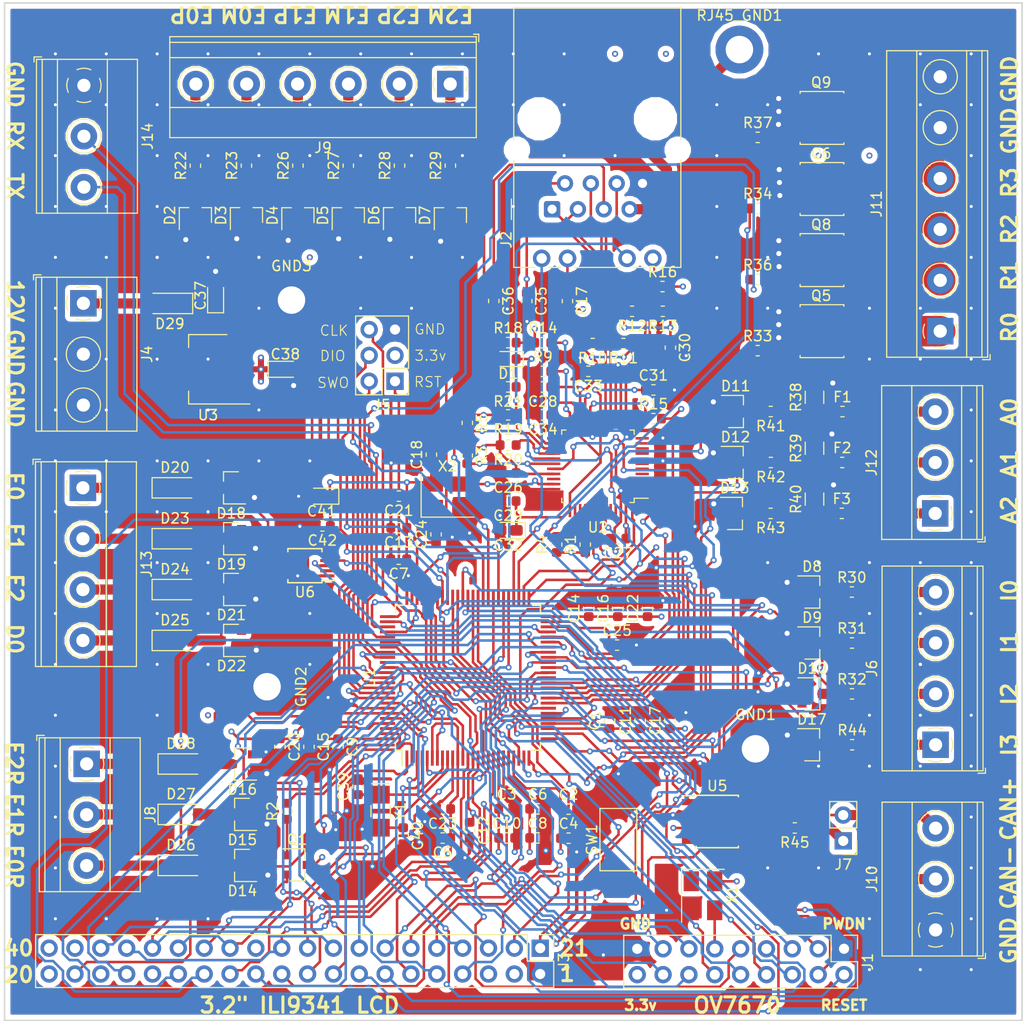
<source format=kicad_pcb>
(kicad_pcb (version 20240108) (generator "pcbnew") (generator_version "8.0")
  (layers (0 "F.Cu" signal) (1 "In1.Cu" power) (2 "In2.Cu" power) (31 "B.Cu" signal) (34 "B.Paste" user) (35 "F.Paste" user) (36 "B.SilkS" user "B.Silkscreen") (37 "F.SilkS" user "F.Silkscreen") (38 "B.Mask" user) (39 "F.Mask" user) (44 "Edge.Cuts" user))
  (net 0 "")
  (net 1 "+3V3")
  (net 2 "GND")
  (net 3 "/NRST")
  (net 4 "/VCAP_1")
  (net 5 "Net-(C29-Pad1)")
  (net 6 "Net-(D1-Pad1)")
  (net 7 "Net-(D1-Pad2)")
  (net 8 "Net-(J2-Pad12)")
  (net 9 "Net-(J2-Pad9)")
  (net 10 "Net-(J2-Pad11)")
  (net 11 "Net-(J2-Pad10)")
  (net 12 "/ETH_MDIO")
  (net 13 "Net-(R4-Pad2)")
  (net 14 "/ETH_CRS_DV")
  (net 15 "Net-(R9-Pad2)")
  (net 16 "Net-(R14-Pad2)")
  (net 17 "Net-(R15-Pad1)")
  (net 18 "/ETH_MDC")
  (net 19 "/ETH_REF_CLK")
  (net 20 "/ETH_RXD0")
  (net 21 "/ETH_RXD1")
  (net 22 "/ETH_RESET")
  (net 23 "/ETH_TX_EN")
  (net 24 "/ETH_TXD0")
  (net 25 "/ETH_TXD1")
  (net 26 "Net-(U2-Pad1)")
  (net 27 "Net-(U2-Pad5)")
  (net 28 "Net-(U2-Pad6)")
  (net 29 "Net-(U2-Pad7)")
  (net 30 "Net-(U2-Pad25)")
  (net 31 "Net-(U2-Pad33)")
  (net 32 "Net-(U2-Pad38)")
  (net 33 "Net-(U2-Pad41)")
  (net 34 "Net-(U2-Pad42)")
  (net 35 "Net-(U2-Pad45)")
  (net 36 "Net-(U2-Pad46)")
  (net 37 "/VCAP_2")
  (net 38 "+12V")
  (net 39 "Net-(J3-Pad6)")
  (net 40 "/SDCARD_CS")
  (net 41 "/SPI2_MOSI")
  (net 42 "/SPI2_CLK")
  (net 43 "/SPI2_MISO")
  (net 44 "/TOUCH_CS")
  (net 45 "/FSMC_D7")
  (net 46 "/FSMC_D6")
  (net 47 "/FSMC_D5")
  (net 48 "/FSMC_D4")
  (net 49 "/FSMC_D3")
  (net 50 "/FSMC_D2")
  (net 51 "/FSMC_D1")
  (net 52 "/FSMC_D0")
  (net 53 "/FSMC_A16")
  (net 54 "/FSMC_NWE")
  (net 55 "/FSMC_NOE")
  (net 56 "/FSMC_D8")
  (net 57 "/FSMC_D9")
  (net 58 "/FSMC_D10")
  (net 59 "/FSMC_D11")
  (net 60 "/FSMC_D12")
  (net 61 "/FSMC_D13")
  (net 62 "/FSMC_D14")
  (net 63 "/FSMC_D15")
  (net 64 "/FSMC_NE1")
  (net 65 "/TOUCH_IRQ")
  (net 66 "Net-(J3-Pad32)")
  (net 67 "Net-(J3-Pad39)")
  (net 68 "Net-(J3-Pad40)")
  (net 69 "Net-(J3-Pad23)")
  (net 70 "Net-(J3-Pad36)")
  (net 71 "Net-(J3-Pad37)")
  (net 72 "/DCMI_D0")
  (net 73 "/DCMI_D1")
  (net 74 "/DCMI_VSYNC")
  (net 75 "/DCMI_HSYNC")
  (net 76 "/DCMI_D2")
  (net 77 "/DCMI_D3")
  (net 78 "/DCMI_D4")
  (net 79 "/DCMI_D5")
  (net 80 "/DCMI_D6")
  (net 81 "/DCMI_D7")
  (net 82 "/DCMI_PIXCLK")
  (net 83 "/I2C1_SDA")
  (net 84 "/I2C1_SCL")
  (net 85 "/LCD_RESET")
  (net 86 "Net-(J3-Pad38)")
  (net 87 "Net-(Q1-Pad1)")
  (net 88 "/ENCODER0_REVERSE")
  (net 89 "/ENCODER1_REVERSE")
  (net 90 "/ENCODER2_REVERSE")
  (net 91 "/RCC_OSC32_IN")
  (net 92 "/RCC_OSC32_OUT")
  (net 93 "/ANALOG1")
  (net 94 "/ANALOG0")
  (net 95 "/INPUT1")
  (net 96 "/ENCODER2_M")
  (net 97 "/ENCODER2_P")
  (net 98 "/ENCODER0_M")
  (net 99 "/ENCODER0_P")
  (net 100 "/INPUT0")
  (net 101 "/CAN1_RX")
  (net 102 "/CAN1_TX")
  (net 103 "/SYS_JTMS-SWDIO")
  (net 104 "/SYS_JTCK-SWCLK")
  (net 105 "/OUTPUT3")
  (net 106 "/OUTPUT2")
  (net 107 "/OUTPUT1")
  (net 108 "/OUTPUT0")
  (net 109 "/SYS_JTDO-SWO")
  (net 110 "/ENCODER1_M")
  (net 111 "/ENCODER1_P")
  (net 112 "/CAMERA_RESET")
  (net 113 "/INPUT2")
  (net 114 "Net-(F1-Pad2)")
  (net 115 "Net-(F1-Pad1)")
  (net 116 "Net-(F2-Pad1)")
  (net 117 "Net-(F2-Pad2)")
  (net 118 "Net-(F3-Pad2)")
  (net 119 "Net-(F3-Pad1)")
  (net 120 "Net-(J10-Pad2)")
  (net 121 "Net-(J10-Pad3)")
  (net 122 "Net-(J11-Pad1)")
  (net 123 "Net-(J11-Pad2)")
  (net 124 "Net-(J11-Pad3)")
  (net 125 "Net-(J11-Pad4)")
  (net 126 "Net-(Q5-Pad4)")
  (net 127 "Net-(Q6-Pad4)")
  (net 128 "Net-(Q8-Pad4)")
  (net 129 "Net-(Q9-Pad4)")
  (net 130 "Net-(J9-Pad6)")
  (net 131 "Net-(J9-Pad5)")
  (net 132 "Net-(J9-Pad4)")
  (net 133 "Net-(J9-Pad3)")
  (net 134 "Net-(J9-Pad2)")
  (net 135 "Net-(J9-Pad1)")
  (net 136 "/INPUT3")
  (net 137 "Net-(D18-Pad1)")
  (net 138 "Net-(D19-Pad1)")
  (net 139 "Net-(D20-Pad1)")
  (net 140 "Net-(D21-Pad1)")
  (net 141 "Net-(D22-Pad1)")
  (net 142 "Net-(D23-Pad1)")
  (net 143 "Net-(D24-Pad1)")
  (net 144 "Net-(D25-Pad1)")
  (net 145 "Net-(J7-Pad1)")
  (net 146 "Net-(J6-Pad4)")
  (net 147 "Net-(J6-Pad3)")
  (net 148 "Net-(J6-Pad2)")
  (net 149 "Net-(J6-Pad1)")
  (net 150 "/LDAC")
  (net 151 "Net-(U5-Pad5)")
  (net 152 "Net-(U5-Pad8)")
  (net 153 "Net-(U6-Pad5)")
  (net 154 "/UART5_RX")
  (net 155 "/UART5_TX")
  (net 156 "Net-(J1-Pad11)")
  (net 157 "Net-(X1-Pad1)")
  (net 158 "Net-(X2-Pad1)")
  (net 159 "Net-(D26-Pad1)")
  (net 160 "Net-(D27-Pad1)")
  (net 161 "Net-(D28-Pad1)")
  (net 162 "/LED_LCD_ON")
  (net 163 "/Ethernet PHY/RD-")
  (net 164 "/Ethernet PHY/RD+")
  (net 165 "/Ethernet PHY/TD-")
  (net 166 "/Ethernet PHY/TD+")
  (net 167 "Net-(C37-Pad1)")
  (net 168 "/ANALOG2")
  (net 169 "GNDPWR")
  (footprint "Capacitor_Tantalum_SMD:CP_EIA-1608-08_AVX-J_Pad1.25x1.05mm_HandSolder" (layer "F.Cu") (at 155.74 63.76 90)
    (property "Reference" "C37")
    (property "Value" "10uF")
  )
  (footprint "Capacitor_Tantalum_SMD:CP_EIA-1608-08_AVX-J_Pad1.25x1.05mm_HandSolder" (layer "F.Cu") (at 162.6 71)
    (property "Reference" "C38")
    (property "Value" "10uF")
  )
  (footprint "Package_TO_SOT_SMD:SOT-223" (layer "F.Cu") (at 155 71 180)
    (property "Reference" "U3")
    (property "Value" "LM1117-3.3")
  )
  (footprint "Capacitor_SMD:C_0603_1608Metric" (layer "F.Cu") (at 194.462 105.524 90)
    (property "Reference" "C1")
    (property "Value" "100nF")
  )
  (footprint "Capacitor_SMD:C_0603_1608Metric" (layer "F.Cu") (at 190.43 114.225)
    (property "Reference" "C2")
    (property "Value" "100nF")
  )
  (footprint "Capacitor_SMD:C_0603_1608Metric" (layer "F.Cu") (at 190.43 117.083)
    (property "Reference" "C4")
    (property "Value" "1uF")
  )
  (footprint "Capacitor_SMD:C_0603_1608Metric" (layer "F.Cu") (at 178.051 117.068 180)
    (property "Reference" "C5")
    (property "Value" "100nF")
  )
  (footprint "Capacitor_SMD:C_0603_1608Metric" (layer "F.Cu") (at 173.736 89.662 180)
    (property "Reference" "C7")
    (property "Value" "100nF")
  )
  (footprint "Capacitor_SMD:C_0603_1608Metric" (layer "F.Cu") (at 167.776 108.104 -90)
    (property "Reference" "C9")
    (property "Value" "100nF")
  )
  (footprint "Capacitor_SMD:C_0603_1608Metric" (layer "F.Cu") (at 197.469 105.526 90)
    (property "Reference" "C11")
    (property "Value" "100nF")
  )
  (footprint "Capacitor_SMD:C_0603_1608Metric" (layer "F.Cu") (at 180.71 116.31 -90)
    (property "Reference" "C12")
    (property "Value" "100nF")
  )
  (footprint "Capacitor_SMD:C_0603_1608Metric" (layer "F.Cu") (at 173.746 86.578 180)
    (property "Reference" "C13")
    (property "Value" "100nF")
  )
  (footprint "Capacitor_SMD:C_0603_1608Metric" (layer "F.Cu") (at 192.414 94.517 90)
    (property "Reference" "C14")
    (property "Value" "100nF")
  )
  (footprint "Capacitor_SMD:C_0603_1608Metric" (layer "F.Cu") (at 164.919 108.104 -90)
    (property "Reference" "C15")
    (property "Value" "100nF")
  )
  (footprint "Capacitor_SMD:C_0603_1608Metric" (layer "F.Cu") (at 195.272 94.517 90)
    (property "Reference" "C16")
    (property "Value" "100nF")
  )
  (footprint "Capacitor_SMD:C_0603_1608Metric" (layer "F.Cu") (at 200.39 105.526 90)
    (property "Reference" "C17")
    (property "Value" "100nF")
  )
  (footprint "Capacitor_SMD:C_0603_1608Metric" (layer "F.Cu") (at 162.062 108.104 -90)
    (property "Reference" "C20")
    (property "Value" "100nF")
  )
  (footprint "Capacitor_SMD:C_0603_1608Metric" (layer "F.Cu") (at 173.746 83.4665 180)
    (property "Reference" "C21")
    (property "Value" "100nF")
  )
  (footprint "Capacitor_SMD:C_0603_1608Metric" (layer "F.Cu") (at 198.193 94.517 90)
    (property "Reference" "C22")
    (property "Value" "100nF")
  )
  (footprint "Capacitor_SMD:C_0603_1608Metric" (layer "F.Cu") (at 178.051 114.211 180)
    (property "Reference" "C23")
    (property "Value" "4.7uF")
  )
  (footprint "Capacitor_SMD:C_0603_1608Metric" (layer "F.Cu") (at 177.41 87.23 90)
    (property "Reference" "C24")
    (property "Value" "2.2uF")
  )
  (footprint "Capacitor_SMD:C_0603_1608Metric" (layer "F.Cu") (at 195.28 87.64 180)
    (property "Reference" "C27")
    (property "Value" "100nF")
  )
  (footprint "Capacitor_SMD:C_0603_1608Metric" (layer "F.Cu") (at 187.9 72.74 180)
    (property "Reference" "C28")
    (property "Value" "100nF")
  )
  (footprint "Capacitor_SMD:C_0603_1608Metric" (layer "F.Cu") (at 184.48 83.95 180)
    (property "Reference" "C29")
    (property "Value" "100nF")
  )
  (footprint "Capacitor_SMD:C_0603_1608Metric" (layer "F.Cu") (at 200.44 68.87 -90)
    (property "Reference" "C30")
    (property "Value" "100nF")
  )
  (footprint "Capacitor_SMD:C_0603_1608Metric" (layer "F.Cu") (at 198.77 73.03)
    (property "Reference" "C31")
    (property "Value" "100nF")
  )
  (footprint "Capacitor_Tantalum_SMD:CP_EIA-1608-08_AVX-J_Pad1.25x1.05mm_HandSolder" (layer "F.Cu") (at 184.5 86.83 180)
    (property "Reference" "C32")
    (property "Value" "10uF")
  )
  (footprint "Capacitor_SMD:C_0603_1608Metric" (layer "F.Cu") (at 187.91 75.48 180)
    (property "Reference" "C34")
    (property "Value" "100nF")
  )
  (footprint "Capacitor_SMD:C_0603_1608Metric" (layer "F.Cu") (at 186.32 64.3 -90)
    (property "Reference" "C35")
    (property "Value" "100nF")
  )
  (footprint "LED_SMD:LED_0603_1608Metric" (layer "F.Cu") (at 184.49 69.99 180)
    (property "Reference" "D1")
    (property "Value" "LED")
  )
  (footprint "Connector_RJ:RJ45_Wuerth_7499010121A_Horizontal" (layer "F.Cu") (at 188.809 55.2697 90)
    (property "Reference" "J2")
    (property "Value" "RJ45_LED")
  )
  (footprint "Resistor_SMD:R_0603_1608Metric" (layer "F.Cu") (at 189.26 88.22 90)
    (property "Reference" "R4")
    (property "Value" "2.2K")
  )
  (footprint "Resistor_SMD:R_0603_1608Metric" (layer "F.Cu") (at 187.9 71.2)
    (property "Reference" "R9")
    (property "Value" "4.87K")
  )
  (footprint "Resistor_SMD:R_0603_1608Metric" (layer "F.Cu") (at 192.8 68.47 180)
    (property "Reference" "R10")
    (property "Value" "49.9")
  )
  (footprint "Resistor_SMD:R_0603_1608Metric" (layer "F.Cu") (at 195.82 68.47 180)
    (property "Reference" "R11")
    (property "Value" "49.9")
  )
  (footprint "Resistor_SMD:R_0603_1608Metric" (layer "F.Cu") (at 196.67 65.3 180)
    (property "Reference" "R12")
    (property "Value" "49.9")
  )
  (footprint "Resistor_SMD:R_0603_1608Metric" (layer "F.Cu") (at 199.69 65.3 180)
    (property "Reference" "R13")
    (property "Value" "49.9")
  )
  (footprint "Resistor_SMD:R_0603_1608Metric" (layer "F.Cu") (at 187.9 68.39)
    (property "Reference" "R14")
    (property "Value" "2.2K")
  )
  (footprint "Resistor_SMD:R_0603_1608Metric" (layer "F.Cu") (at 198.77 75.85)
    (property "Reference" "R15")
    (property "Value" "2.2K")
  )
  (footprint "Resistor_SMD:R_0603_1608Metric" (layer "F.Cu") (at 199.662 62.87)
    (property "Reference" "R16")
    (property "Value" "110")
  )
  (footprint "Resistor_SMD:R_0603_1608Metric" (layer "F.Cu") (at 184.49 68.38)
    (property "Reference" "R18")
    (property "Value" "110")
  )
  (footprint "Resistor_SMD:R_0603_1608Metric" (layer "F.Cu") (at 184.49 75.48 180)
    (property "Reference" "R19")
    (property "Value" "2.2K")
  )
  (footprint "Resistor_SMD:R_0603_1608Metric" (layer "F.Cu") (at 184.491 78.4472 180)
    (property "Reference" "R20")
    (property "Value" "2.2K")
  )
  (footprint "Resistor_SMD:R_0603_1608Metric" (layer "F.Cu") (at 184.491 72.7322 180)
    (property "Reference" "R21")
    (property "Value" "2.2K")
  )
  (footprint "Button_Switch_SMD:SW_SPST_FSMSM" (layer "F.Cu") (at 195.326 117.221 90)
    (property "Reference" "SW1")
    (property "Value" "SW_Push")
  )
  (footprint "Package_QFP:LQFP-100_14x14mm_P0.5mm" (layer "F.Cu") (at 180.54 101.31 90)
    (property "Reference" "U1")
    (property "Value" "STM32F407VGTx")
  )
  (footprint "Package_QFP:LQFP-48_7x7mm_P0.5mm" (layer "F.Cu") (at 193.317 80.5322 180)
    (property "Reference" "U2")
    (property "Value" "DP83848I")
  )
  (footprint "Capacitor_SMD:C_0603_1608Metric" (layer "F.Cu") (at 195.199 98.1075)
    (property "Reference" "C25")
    (property "Value" "2.2uF")
  )
  (footprint "Connector_PinHeader_2.54mm:PinHeader_2x20_P2.54mm_Vertical" (layer "F.Cu") (at 187.642 127.889 -90)
    (property "Reference" "J3")
    (property "Value" "Conn_02x20")
  )
  (footprint "Diode_SMD:D_SOT-23_ANK" (layer "F.Cu") (at 153.755 55.8723 90)
    (property "Reference" "D2")
    (property "Value" "BZX84Cxx")
  )
  (footprint "Diode_SMD:D_SOT-23_ANK" (layer "F.Cu") (at 158.772 55.8723 90)
    (property "Reference" "D3")
    (property "Value" "BZX84Cxx")
  )
  (footprint "Diode_SMD:D_SOT-23_ANK" (layer "F.Cu") (at 163.83 55.88 90)
    (property "Reference" "D4")
    (property "Value" "BZX84Cxx")
  )
  (footprint "Diode_SMD:D_SOT-23_ANK" (layer "F.Cu") (at 168.783 55.88 90)
    (property "Reference" "D5")
    (property "Value" "BZX84Cxx")
  )
  (footprint "Diode_SMD:D_SOT-23_ANK" (layer "F.Cu") (at 173.821 55.8723 90)
    (property "Reference" "D6")
    (property "Value" "BZX84Cxx")
  )
  (footprint "Diode_SMD:D_SOT-23_ANK" (layer "F.Cu") (at 178.816 55.88 90)
    (property "Reference" "D7")
    (property "Value" "BZX84Cxx")
  )
  (footprint "TerminalBlock_Phoenix:TerminalBlock_Phoenix_MKDS-1,5-3_1x03_P5.00mm_Horizontal" (layer "F.Cu") (at 143.07 109.776 -90)
    (property "Reference" "J8")
    (property "Value" "Screw_Terminal_01x03")
  )
  (footprint "TerminalBlock_Phoenix:TerminalBlock_Phoenix_MKDS-1,5-6_1x06_P5.00mm_Horizontal" (layer "F.Cu") (at 178.8 42.97 180)
    (property "Reference" "J9")
    (property "Value" "Screw_Terminal_01x06")
  )
  (footprint "Resistor_SMD:R_0603_1608Metric" (layer "F.Cu") (at 153.755 50.9883 90)
    (property "Reference" "R22")
    (property "Value" "10K")
  )
  (footprint "Resistor_SMD:R_0603_1608Metric" (layer "F.Cu") (at 158.772 50.9828 90)
    (property "Reference" "R23")
    (property "Value" "10K")
  )
  (footprint "Resistor_SMD:R_0603_1608Metric" (layer "F.Cu") (at 163.83 50.9828 90)
    (property "Reference" "R26")
    (property "Value" "10K")
  )
  (footprint "Resistor_SMD:R_0603_1608Metric" (layer "F.Cu") (at 168.783 50.9828 90)
    (property "Reference" "R27")
    (property "Value" "10K")
  )
  (footprint "Resistor_SMD:R_0603_1608Metric" (layer "F.Cu") (at 173.821 50.9828 90)
    (property "Reference" "R28")
    (property "Value" "10K")
  )
  (footprint "Resistor_SMD:R_0603_1608Metric" (layer "F.Cu") (at 178.816 50.9828 90)
    (property "Reference" "R29")
    (property "Value" "10K")
  )
  (footprint "Diode_SMD:D_SOT-23_ANK" (layer "F.Cu") (at 214.36 92.89)
    (property "Reference" "D8")
    (property "Value" "BZX84Cxx")
  )
  (footprint "Diode_SMD:D_SOT-23_ANK" (layer "F.Cu") (at 214.36 97.9)
    (property "Reference" "D9")
    (property "Value" "BZX84Cxx")
  )
  (footprint "Diode_SMD:D_SOT-23_ANK" (layer "F.Cu") (at 214.37 102.9)
    (property "Reference" "D10")
    (property "Value" "BZX84Cxx")
  )
  (footprint "Diode_SMD:D_SOT-23_ANK" (layer "F.Cu") (at 206.856 75.15)
    (property "Reference" "D11")
    (property "Value" "BZX84Cxx")
  )
  (footprint "Diode_SMD:D_SOT-23_ANK" (layer "F.Cu") (at 206.831 80.1604)
    (property "Reference" "D12")
    (property "Value" "BZX84Cxx")
  )
  (footprint "Diode_SMD:D_SOT-23_ANK" (layer "F.Cu") (at 206.76 85.17)
    (property "Reference" "D13")
    (property "Value" "BZX84Cxx")
  )
  (footprint "Resistor_SMD:R_0603_1608Metric" (layer "F.Cu") (at 217.346 75.1566)
    (property "Reference" "F1")
    (property "Value" "Polyfuse")
  )
  (footprint "Resistor_SMD:R_0603_1608Metric" (layer "F.Cu") (at 217.282 85.16)
    (property "Reference" "F3")
    (property "Value" "Polyfuse")
  )
  (footprint "Resistor_SMD:R_0603_1608Metric" (layer "F.Cu") (at 218.27 92.89)
    (property "Reference" "R30")
    (property "Value" "10K")
  )
  (footprint "Resistor_SMD:R_0603_1608Metric" (layer "F.Cu") (at 218.28 97.9)
    (property "Reference" "R31")
    (property "Value" "10K")
  )
  (footprint "Resistor_SMD:R_0603_1608Metric" (layer "F.Cu") (at 218.279 102.9)
    (property "Reference" "R32")
    (property "Value" "10K")
  )
  (footprint "Resistor_SMD:R_0603_1608Metric" (layer "F.Cu") (at 209.02 69.17)
    (property "Reference" "R33")
    (property "Value" "2.2K")
  )
  (footprint "Resistor_SMD:R_0603_1608Metric" (layer "F.Cu") (at 209.02 55.19)
    (property "Reference" "R34")
    (property "Value" "2.2K")
  )
  (footprint "Resistor_SMD:R_0603_1608Metric" (layer "F.Cu") (at 209.02 62.18)
    (property "Reference" "R36")
    (property "Value" "2.2K")
  )
  (footprint "Resistor_SMD:R_0603_1608Metric" (layer "F.Cu") (at 209.02 48.21)
    (property "Reference" "R37")
    (property "Value" "2.2K")
  )
  (footprint "Resistor_SMD:R_0603_1608Metric" (layer "F.Cu") (at 210.3 75.15 180)
    (property "Reference" "R41")
    (property "Value" "2.2K")
  )
  (footprint "Resistor_SMD:R_0603_1608Metric" (layer "F.Cu") (at 210.31 80.1604 180)
    (property "Reference" "R42")
    (property "Value" "2.2K")
  )
  (footprint "Resistor_SMD:R_0603_1608Metric" (layer "F.Cu") (at 210.29 85.16 180)
    (property "Reference" "R43")
    (property "Value" "2.2K")
  )
  (footprint "Crystal:Crystal_SMD_MicroCrystal_CC7V-T1A-2Pin_3.2x1.5mm_HandSoldering" (layer "F.Cu") (at 171.958 114.427 -90)
    (property "Reference" "Y1")
    (property "Value" "32.768kHz")
  )
  (footprint "Resistor_SMD:R_0603_1608Metric" (layer "F.Cu") (at 217.321 80.1604)
    (property "Reference" "F2")
    (property "Value" "Polyfuse")
  )
  (footprint "Capacitor_SMD:C_0603_1608Metric" (layer "F.Cu") (at 169.736 112.014 90)
    (property "Reference" "C39")
    (property "Value" "4.7pF")
  )
  (footprint "Capacitor_SMD:C_0603_1608Metric" (layer "F.Cu") (at 174.18 116.84 -90)
    (property "Reference" "C40")
    (property "Value" "4.7pF")
  )
  (footprint "TerminalBlock_Phoenix:TerminalBlock_Phoenix_MKDS-1,5-6_1x06_P5.00mm_Horizontal" (layer "F.Cu") (at 226.955 67.253 90)
    (property "Reference" "J11")
    (property "Value" "Screw_Terminal_01x06")
  )
  (footprint "Package_TO_SOT_SMD:LFPAK56" (layer "F.Cu") (at 215.5 53.283)
    (property "Reference" "Q6")
    (property "Value" "BUK9Y07-30B115")
  )
  (footprint "Package_TO_SOT_SMD:LFPAK56" (layer "F.Cu") (at 215.5 60.268)
    (property "Reference" "Q8")
    (property "Value" "BUK9Y07-30B115")
  )
  (footprint "Package_TO_SOT_SMD:LFPAK56" (layer "F.Cu") (at 215.5 67.253)
    (property "Reference" "Q5")
    (property "Value" "BUK9Y07-30B115")
  )
  (footprint "Package_TO_SOT_SMD:LFPAK56" (layer "F.Cu") (at 215.5 46.298)
    (property "Reference" "Q9")
    (property "Value" "BUK9Y07-30B115")
  )
  (footprint "Resistor_SMD:R_0603_1608Metric" (layer "F.Cu") (at 212.662 116.078 180)
    (property "Reference" "R45")
    (property "Value" "120")
  )
  (footprint "Capacitor_SMD:C_0603_1608Metric" (layer "F.Cu") (at 184.35 114.2)
    (property "Reference" "C3")
    (property "Value" "100nF")
  )
  (footprint "Capacitor_SMD:C_0603_1608Metric" (layer "F.Cu") (at 184.35 117.058)
    (property "Reference" "C10")
    (property "Value" "100nF")
  )
  (footprint "Capacitor_SMD:C_0603_1608Metric" (layer "F.Cu") (at 187.398 117.058)
    (property "Reference" "C8")
    (property "Value" "1uF")
  )
  (footprint "Capacitor_SMD:C_0603_1608Metric" (layer "F.Cu") (at 187.398 114.2)
    (property "Reference" "C6")
    (property "Value" "100nF")
  )
  (footprint "Package_SO:MSOP-10_3x3mm_P0.5mm" (layer "F.Cu") (at 164.52 90.3 180)
    (property "Reference" "U6")
    (property "Value" "MCP4728")
  )
  (footprint "Diode_SMD:D_SOD-123" (layer "F.Cu") (at 152.336 119.761)
    (property "Reference" "D26")
    (property "Value" "D_Schottky")
  )
  (footprint "Diode_SMD:D_SOD-123" (layer "F.Cu") (at 152.336 114.744)
    (property "Reference" "D27")
    (property "Value" "D_Schottky")
  )
  (footprint "Diode_SMD:D_SOD-123" (layer "F.Cu") (at 152.336 109.792)
    (property "Reference" "D28")
    (property "Value" "D_Schottky")
  )
  (footprint "Resistor_SMD:R_0603_1608Metric" (layer "F.Cu") (at 162.76 114.44 90)
    (property "Reference" "R2")
    (property "Value" "2.2K")
  )
  (footprint "Crystal:Crystal_SMD_EuroQuartz_MT-4Pin_3.2x2.5mm_HandSoldering" (layer "F.Cu") (at 203.64 122.74 -90)
    (property "Reference" "X1")
    (property "Value" "24MHz")
  )
  (footprint "Crystal:Crystal_SMD_EuroQuartz_MT-4Pin_3.2x2.5mm_HandSoldering" (layer "F.Cu") (at 178.54 83.43)
    (property "Reference" "X2")
    (property "Value" "50MHz")
  )
  (footprint "Resistor_SMD:R_1206_3216Metric" (layer "F.Cu") (at 214.6 73.75 90)
    (property "Reference" "R38")
    (property "Value" "150")
  )
  (footprint "Resistor_SMD:R_1206_3216Metric" (layer "F.Cu") (at 214.6 78.76 90)
    (property "Reference" "R39")
    (property "Value" "150")
  )
  (footprint "Resistor_SMD:R_1206_3216Metric" (layer "F.Cu") (at 214.6 83.76 90)
    (property "Reference" "R40")
    (property "Value" "150")
  )
  (footprint "Diode_SMD:D_SOT-23_ANK" (layer "F.Cu") (at 158.369 119.761 180)
    (property "Reference" "D14")
    (property "Value" "BZX84Cxx")
  )
  (footprint "Diode_SMD:D_SOT-23_ANK" (layer "F.Cu") (at 158.369 114.744 180)
    (property "Reference" "D15")
    (property "Value" "BZX84Cxx")
  )
  (footprint "Diode_SMD:D_SOT-23_ANK" (layer "F.Cu") (at 158.369 109.792 180)
    (property "Reference" "D16")
    (property "Value" "BZX84Cxx")
  )
  (footprint "Capacitor_SMD:C_0603_1608Metric" (layer "F.Cu") (at 166.233 86.3925 180)
    (property "Reference" "C42")
    (property "Value" "100nF")
  )
  (footprint "Connector_PinHeader_2.54mm:PinHeader_2x09_P2.54mm_Vertical" (layer "F.Cu") (at 217.5 127.95 -90)
    (property "Reference" "J1")
    (property "Value" "Conn_02x09")
  )
  (footprint "TerminalBlock_Phoenix:TerminalBlock_Phoenix_MKDS-1,5-3_1x03_P5.00mm_Horizontal" (layer "F.Cu") (at 142.748 64.516 -90)
    (property "Reference" "J4")
    (property "Value" "Screw_Terminal_01x03")
  )
  (footprint "Capacitor_SMD:C_0603_1608Metric" (layer "F.Cu") (at 183.08 64.29 -90)
    (property "Reference" "C36")
    (property "Value" "100nF")
  )
  (footprint "Resistor_SMD:R_0603_1608Metric" (layer "F.Cu") (at 192.07 88.22 90)
    (property "Reference" "R1")
    (property "Value" "2.2K")
  )
  (footprint "Resistor_SMD:R_0603_1608Metric" (layer "F.Cu") (at 180.48 76.27 -90)
    (property "Reference" "R5")
    (property "Value" "2.2K")
  )
  (footprint "Capacitor_SMD:C_0603_1608Metric" (layer "F.Cu") (at 184.49 81.19 180)
    (property "Reference" "C26")
    (property "Value" "100nF")
  )
  (footprint "MountingHole:MountingHole_2.7mm_M2.5_DIN965_Pad" (layer "F.Cu") (at 207.22 39.58)
    (property "Reference" "RJ45_GND1")
    (property "Value" "MountingHole_Pad")
  )
  (footprint "MountingHole:MountingHole_2.7mm_M2.5_DIN965_Pad" (layer "F.Cu") (at 208.8 108.3)
    (property "Reference" "GND1")
    (property "Value" "MountingHole_Pad")
  )
  (footprint "MountingHole:MountingHole_2.7mm_M2.5_DIN965_Pad" (layer "F.Cu") (at 160.8 102.2 -90)
    (property "Reference" "GND2")
    (property "Value" "MountingHole_Pad")
  )
  (footprint "MountingHole:MountingHole_2.7mm_M2.5_DIN965_Pad" (layer "F.Cu") (at 163.2 64.2)
    (property "Reference" "GND3")
    (property "Value" "MountingHole_Pad")
  )
  (footprint "Diode_SMD:D_SOT-23_ANK" (layer "F.Cu") (at 214.34 107.9)
    (property "Reference" "D17")
    (property "Value" "BZX84Cxx")
  )
  (footprint "Connector_PinHeader_2.54mm:PinHeader_1x02_P2.54mm_Vertical" (layer "F.Cu") (at 217.424 117.348 180)
    (property "Reference" "J7")
    (property "Value" "Conn_01x02")
  )
  (footprint "Resistor_SMD:R_0603_1608Metric" (layer "F.Cu") (at 218.3 107.9)
    (property "Reference" "R44")
    (property "Value" "10K")
  )
  (footprint "Package_SO:SOIC-8_3.9x4.9mm_P1.27mm" (layer "F.Cu") (at 205.042 115.443)
    (property "Reference" "U5")
    (property "Value" "TCAN332")
  )
  (footprint "Connector_PinHeader_2.54mm:PinHeader_2x03_P2.54mm_Vertical" (layer "F.Cu") (at 173.375 72.175 180)
    (property "Reference" "J5")
    (property "Value" "Conn_02x03")
  )
  (footprint "Capacitor_Tantalum_SMD:CP_EIA-1608-08_AVX-J_Pad1.25x1.05mm_HandSolder" (layer "F.Cu") (at 166.17 83.4715 180)
    (property "Reference" "C41")
    (property "Value" "10uF")
  )
  (footprint "Diode_SMD:D_SOT-23_ANK" (layer "F.Cu") (at 157.29 92.64 180)
    (property "Reference" "D21")
    (property "Value" "BZX84Cxx")
  )
  (footprint "Diode_SMD:D_SOT-23_ANK" (layer "F.Cu") (at 157.29 97.65 180)
    (property "Reference" "D22")
    (property "Value" "BZX84Cxx")
  )
  (footprint "TerminalBlock_Phoenix:TerminalBlock_Phoenix_MKDS-1,5-4_1x04_P5.00mm_Horizontal" (layer "F.Cu") (at 142.7 82.65 -90)
    (property "Reference" "J13")
    (property "Value" "Screw_Terminal_01x04")
  )
  (footprint "Diode_SMD:D_SOD-123" (layer "F.Cu") (at 151.75 82.65)
    (property "Reference" "D20")
    (property "Value" "D_Schottky")
  )
  (footprint "Diode_SMD:D_SOD-123" (layer "F.Cu") (at 151.75 97.65)
    (property "Reference" "D25")
    (property "Value" "D_Schottky")
  )
  (footprint "Diode_SMD:D_SOT-23_ANK" (layer "F.Cu") (at 157.29 87.65 180)
    (property "Reference" "D19")
    (property "Value" "BZX84Cxx")
  )
  (footprint "Diode_SMD:D_SOT-23_ANK" (layer "F.Cu") (at 157.28 82.65 180)
    (property "Reference" "D18")
    (property "Value" "BZX84Cxx")
  )
  (footprint "Diode_SMD:D_SOD-123" (layer "F.Cu") (at 151.75 92.6465)
    (property "Reference" "D24")
    (property "Value" "D_Schottky")
  )
  (footprint "Diode_SMD:D_SOD-123" (layer "F.Cu") (at 151.75 87.65)
    (property "Reference" "D23")
    (property "Value" "D_Schottky")
  )
  (footprint "TerminalBlock_Phoenix:TerminalBlock_Phoenix_MKDS-1,5-3_1x03_P5.00mm_Horizontal" (layer "F.Cu") (at 226.5 126.1 90)
    (property "Reference" "J10")
    (property "Value" "01x03")
  )
  (footprint "TerminalBlock_Phoenix:TerminalBlock_Phoenix_MKDS-1,5-4_1x04_P5.00mm_Horizontal" (layer "F.Cu") (at 226.5 107.9 90)
    (property "Reference" "J6")
    (property "Value" "Screw_Terminal_01x04")
  )
  (footprint "TerminalBlock_Phoenix:TerminalBlock_Phoenix_MKDS-1,5-3_1x03_P5.00mm_Horizontal" (layer "F.Cu") (at 226.461 85.1642 90)
    (property "Reference" "J12")
    (property "Value" "Screw_Terminal_01x03")
  )
  (footprint "TerminalBlock_Phoenix:TerminalBlock_Phoenix_MKDS-1,5-3_1x03_P5.00mm_Horizontal" (layer "F.Cu") (at 142.8 43.1 -90)
    (property "Reference" "J14")
    (property "Value" "Screw_Terminal_01x03")
  )
  (footprint "Resistor_SMD:R_0603_1608Metric" (layer "F.Cu") (at 180.47 79.48 -90)
    (property "Reference" "R3")
    (property "Value" "1.5K")
  )
  (footprint "Capacitor_SMD:C_0603_1608Metric" (layer "F.Cu") (at 192.37 71.2 180)
    (property "Reference" "C33")
    (property "Value" "100nF")
  )
  (footprint "Package_TO_SOT_SMD:SOT-23" (layer "F.Cu") (at 163.754 119.71)
    (property "Reference" "Q1")
    (property "Value" "BC847")
  )
  (footprint "Resistor_SMD:R_0603_1608Metric" (layer "F.Cu") (at 190.32 64.3 -90)
    (property "Reference" "R17")
    (property "Value" "110")
  )
  (footprint "Diode_SMD:D_SOD-123" (layer "F.Cu") (at 151.24 64.53 180)
    (property "Reference" "D29")
    (property "Value" "D_Schottky")
  )
  (footprint "Capacitor_SMD:C_0603_1608Metric" (layer "F.Cu") (at 176.95 79.3875 90)
    (property "Reference" "C18")
    (property "Value" "100nF")
  )
  (gr_line (start 235 135) (end 135 135) (stroke (width 0.15)) (layer "Edge.Cuts"))
  (gr_line (start 135 135) (end 135 35) (stroke (width 0.15)) (layer "Edge.Cuts"))
  (gr_line (start 235 35) (end 235 135) (stroke (width 0.15)) (layer "Edge.Cuts"))
  (gr_line (start 135 35) (end 235 35) (stroke (width 0.15)) (layer "Edge.Cuts"))
  (gr_text "SWO" (at 167.302 72.3272 0) (layer "F.SilkS") (effects (font (size 1 1) (thickness 0.1))))
  (gr_text "GND" (at 176.8016 67.0694 0) (layer "F.SilkS") (effects (font (size 1 1) (thickness 0.1))))
  (gr_text "RST" (at 176.5984 72.251 0) (layer "F.SilkS") (effects (font (size 1 1) (thickness 0.1))))
  (gr_text "3.3v" (at 176.8524 69.6602 0) (layer "F.SilkS") (effects (font (size 1 1) (thickness 0.1))))
  (gr_text "I2" (at 233.776 102.914 90) (layer "F.SilkS") (effects (font (size 1.5 1.5) (thickness 0.3))))
  (gr_text "I1" (at 233.776 97.834 90) (layer "F.SilkS") (effects (font (size 1.5 1.5) (thickness 0.3))))
  (gr_text "A2" (at 233.776 84.834 90) (layer "F.SilkS") (effects (font (size 1.5 1.5) (thickness 0.3))))
  (gr_text "A1" (at 233.776 80.262 90) (layer "F.SilkS") (effects (font (size 1.5 1.5) (thickness 0.3))))
  (gr_text "I3" (at 233.776 107.914 90) (layer "F.SilkS") (effects (font (size 1.5 1.5) (thickness 0.3))))
  (gr_text "CAN-" (at 233.7 120.95 90) (layer "F.SilkS") (effects (font (size 1.5 1.5) (thickness 0.3))))
  (gr_text "GND" (at 233.7 127.15 90) (layer "F.SilkS") (effects (font (size 1.5 1.5) (thickness 0.3))))
  (gr_text "A0" (at 233.776 75.182 90) (layer "F.SilkS") (effects (font (size 1.5 1.5) (thickness 0.3))))
  (gr_text "CAN+" (at 233.7 114.2 90) (layer "F.SilkS") (effects (font (size 1.5 1.5) (thickness 0.3))))
  (gr_text "I0" (at 233.776 92.754 90) (layer "F.SilkS") (effects (font (size 1.5 1.5) (thickness 0.3))))
  (gr_text "GND" (at 136 43 270) (layer "F.SilkS") (effects (font (size 1.5 1.5) (thickness 0.3))))
  (gr_text "OV7670" (at 207 133.5 0) (layer "F.SilkS") (effects (font (size 1.5 1.5) (thickness 0.3))))
  (gr_text "D0" (at 135.9916 97.5 270) (layer "F.SilkS") (effects (font (size 1.5 1.5) (thickness 0.3))))
  (gr_text "E1P" (at 163.56 36.112 180) (layer "F.SilkS") (effects (font (size 1.5 1.5) (thickness 0.3))))
  (gr_text "GND" (at 233.788 47.568 90) (layer "F.SilkS") (effects (font (size 1.5 1.5) (thickness 0.3))))
  (gr_text "PWDN" (at 217.5 125.5 0) (layer "F.SilkS") (effects (font (size 1 1) (thickness 0.25))))
  (gr_text "CLK" (at 167.3782 67.1964 0) (layer "F.SilkS") (effects (font (size 1 1) (thickness 0.1))))
  (gr_text "RESET" (at 217.5 133.5 0) (layer "F.SilkS") (effects (font (size 1 1) (thickness 0.25))))
  (gr_text "GND" (at 197 125.5 0) (layer "F.SilkS") (effects (font (size 1 1) (thickness 0.25))))
  (gr_text "GND" (at 136.032 74.44 270) (layer "F.SilkS") (effects (font (size 1.5 1.5) (thickness 0.3))))
  (gr_text "1" (at 190.3 130.4 0) (layer "F.SilkS") (effects (font (size 1.5 1.5) (thickness 0.3))))
  (gr_text "GND" (at 233.788 42.488 90) (layer "F.SilkS") (effects (font (size 1.5 1.5) (thickness 0.3))))
  (gr_text "E0M" (at 158.48 36.112 180) (layer "F.SilkS") (effects (font (size 1.5 1.5) (thickness 0.3))))
  (gr_text "E1" (at 136 87.5 270) (layer "F.SilkS") (effects (font (size 1.5 1.5) (thickness 0.3))))
  (gr_text "R2" (at 233.788 57.22 90) (layer "F.SilkS") (effects (font (size 1.5 1.5) (thickness 0.3))))
  (gr_text "3.2\" ILI9341 LCD" (at 164 133.5 0) (layer "F.SilkS") (effects (font (size 1.5 1.5) (thickness 0.3))))
  (gr_text "E1R" (at 135.958 114.792 270) (layer "F.SilkS") (effects (font (size 1.5 1.5) (thickness 0.3))))
  (gr_text "E1M" (at 168.64 36.112 180) (layer "F.SilkS") (effects (font (size 1.5 1.5) (thickness 0.3))))
  (gr_text "E2M" (at 178.8 36.112 180) (layer "F.SilkS") (effects (font (size 1.5 1.5) (thickness 0.3))))
  (gr_text "40" (at 136.4 127.9 0) (layer "F.SilkS") (effects (font (size 1.5 1.5) (thickness 0.3))))
  (gr_text "R1" (at 233.788 61.792 90) (layer "F.SilkS") (effects (font (size 1.5 1.5) (thickness 0.3))))
  (gr_text "3.3v" (at 197.5 133.5 0) (layer "F.SilkS") (effects (font (size 1 1) (thickness 0.25))))
  (gr_text "DIO" (at 167.2512 69.6856 0) (layer "F.SilkS") (effects (font (size 1 1) (thickness 0.1))))
  (gr_text "E2" (at 136 92.5 270) (layer "F.SilkS") (effects (font (size 1.5 1.5) (thickness 0.3))))
  (gr_text "RX" (at 136 48 270) (layer "F.SilkS") (effects (font (size 1.5 1.5) (thickness 0.3))))
  (gr_text "E0" (at 136 82.5 270) (layer "F.SilkS") (effects (font (size 1.5 1.5) (thickness 0.3))))
  (gr_text "21" (at 191 127.9 0) (layer "F.SilkS") (effects (font (size 1.5 1.5) (thickness 0.3))))
  (gr_text "E2P" (at 173.72 36.112 180) (layer "F.SilkS") (effects (font (size 1.5 1.5) (thickness 0.3))))
  (gr_text "TX" (at 136 53 270) (layer "F.SilkS") (effects (font (size 1.5 1.5) (thickness 0.3))))
  (gr_text "R0" (at 233.788 66.872 90) (layer "F.SilkS") (effects (font (size 1.5 1.5) (thickness 0.3))))
  (gr_text "20" (at 136.4 130.5 0) (layer "F.SilkS") (effects (font (size 1.5 1.5) (thickness 0.3))))
  (gr_text "E0P" (at 153.4 36.112 180) (layer "F.SilkS") (effects (font (size 1.5 1.5) (thickness 0.3))))
  (gr_text "12V" (at 136.032 64.28 270) (layer "F.SilkS") (effects (font (size 1.5 1.5) (thickness 0.3))))
  (gr_text "GND" (at 136.032 69.36 270) (layer "F.SilkS") (effects (font (size 1.5 1.5) (thickness 0.3))))
  (gr_text "E0R" (at 135.958 119.872 270) (layer "F.SilkS") (effects (font (size 1.5 1.5) (thickness 0.3))))
  (gr_text "R3" (at 233.788 52.648 90) (layer "F.SilkS") (effects (font (size 1.5 1.5) (thickness 0.3))))
  (gr_text "E2R" (at 135.958 109.712 270) (layer "F.SilkS") (effects (font (size 1.5 1.5) (thickness 0.3))))
  (segment (start 160.2 71) (end 161.8 71) (width 0.6) (layer "F.Cu") (net 1))
  (segment (start 160.2 72.2) (end 160.2 72.2) (width 0.6) (layer "F.Cu") (net 1))
  (segment (start 160.2 69.85) (end 160.2 69.85) (width 0.6) (layer "F.Cu") (net 1))
  (segment (start 160.2 69.85) (end 160.2 69.85) (width 0.6) (layer "F.Cu") (net 1))
  (segment (start 186.32 62.13) (end 186.32 53.31) (width 0.25) (layer "F.Cu") (net 1))
  (segment (start 191.85 65.075) (end 191.85 65.075) (width 0.25) (layer "F.Cu") (net 1))
  (segment (start 191.85 65.075) (end 191.85 65.075) (width 0.25) (layer "F.Cu") (net 1))
  (segment (start 187.1125 67.0275) (end 187.1125 67.0275) (width 0.25) (layer "F.Cu") (net 1))
  (segment (start 201.67 62.87) (end 201.67 62.87) (width 0.25) (layer "F.Cu") (net 1))
  (segment (start 166.22 118.944) (end 166.22 118.944) (width 0.25) (layer "F.Cu") (net 1))
  (segment (start 157.3 106.6) (end 157.3 106.6) (width 0.25) (layer "F.Cu") (net 1))
  (segment (start 201.5 74.9) (end 201.5 74.9) (width 0.6) (layer "F.Cu") (net 1))
  (segment (start 199.05 88.5) (end 199.05 88.5) (width 0.25) (layer "F.Cu") (net 1))
  (segment (start 197.45 90.1) (end 199.05 88.5) (width 0.25) (layer "F.Cu") (net 1))
  (segment (start 183.56 118.43) (end 183.56 117.06) (width 0.25) (layer "F.Cu") (net 1))
  (segment (start 186.9 52.7297) (end 190.079 52.7297) (width 0.25) (layer "F.Cu") (net 1))
  (segment (start 165.454 119.71) (end 166.22 118.944) (width 0.25) (layer "F.Cu") (net 1))
  (segment (start 193.1575 71.9425) (end 192.143 72.957) (width 0.25) (layer "F.Cu") (net 1))
  (segment (start 174.524 90.5065) (end 174.524 88.5472) (width 0.25) (layer "F.Cu") (net 1))
  (segment (start 185.3186 81.2306) (end 185.3186 81.2311) (width 0.25) (layer "F.Cu") (net 1))
  (segment (start 189.6425 114.827) (end 189.6425 114.225) (width 0.25) (layer "F.Cu") (net 1))
  (segment (start 186.61 114.5175) (end 186.6105 114.517) (width 0.25) (layer "F.Cu") (net 1))
  (segment (start 174.534 83.4665) (end 174.54 83.46) (width 0.25) (layer "F.Cu") (net 1))
  (segment (start 186.27 112.19) (end 185.04 110.96) (width 0.25) (layer "F.Cu") (net 1))
  (segment (start 200.3915 106.312) (end 200.39 106.3135) (width 0.25) (layer "F.Cu") (net 1))
  (segment (start 200.44 67.7625) (end 200.44 66.9) (width 0.25) (layer "F.Cu") (net 1))
  (segment (start 162.062 107.3165) (end 158.0165 107.3165) (width 0.25) (layer "F.Cu") (net 1))
  (segment (start 199.56 95.31) (end 198.198 95.31) (width 0.25) (layer "F.Cu") (net 1))
  (segment (start 167.02 83.522) (end 166.97 83.4715) (width 0.25) (layer "F.Cu") (net 1))
  (segment (start 164.9195 107.316) (end 164.919 107.3165) (width 0.25) (layer "F.Cu") (net 1))
  (segment (start 200.445 67.7675) (end 200.44 67.7625) (width 0.25) (layer "F.Cu") (net 1))
  (segment (start 186.61 115.825) (end 186.61 114.5175) (width 0.25) (layer "F.Cu") (net 1))
  (segment (start 186.61 114.5175) (end 186.61 113.21) (width 0.25) (layer "F.Cu") (net 1))
  (segment (start 196.068 87.005) (end 196.068 86.37) (width 0.25) (layer "F.Cu") (net 1))
  (segment (start 206.96 121.32) (end 204.795 121.32) (width 0.25) (layer "F.Cu") (net 1))
  (segment (start 177.04 106.19) (end 177.41 105.82) (width 0.25) (layer "F.Cu") (net 1))
  (segment (start 192.072 69.1525) (end 192.072 68.8112) (width 0.25) (layer "F.Cu") (net 1))
  (segment (start 189.26 112.19) (end 186.27 112.19) (width 0.25) (layer "F.Cu") (net 1))
  (segment (start 164.81 89.178) (end 167.02 86.9675) (width 0.25) (layer "F.Cu") (net 1))
  (segment (start 183.7035 78.4472) (end 183.7035 79.0222) (width 0.25) (layer "F.Cu") (net 1))
  (segment (start 195.932 66.0962) (end 195.932 66.8925) (width 0.25) (layer "F.Cu") (net 1))
  (segment (start 191.35 72.74) (end 188.688 72.74) (width 0.25) (layer "F.Cu") (net 1))
  (segment (start 183.562 117.058) (end 183.562 115.0004) (width 0.25) (layer "F.Cu") (net 1))
  (segment (start 189.26 89.0075) (end 190.68 89.0075) (width 0.25) (layer "F.Cu") (net 1))
  (segment (start 193.158 70.7187) (end 193.1575 70.7192) (width 0.25) (layer "F.Cu") (net 1))
  (segment (start 192.072 68.8112) (end 192.072 68.47) (width 0.25) (layer "F.Cu") (net 1))
  (segment (start 176.95 82.115) (end 177.115 82.28) (width 0.25) (layer "F.Cu") (net 1))
  (segment (start 183.5615 117.059) (end 183.5625 117.058) (width 0.25) (layer "F.Cu") (net 1))
  (segment (start 183.7035 78.4472) (end 183.704 78.4472) (width 0.25) (layer "F.Cu") (net 1))
  (segment (start 174.54 93.41) (end 174.54 92.41) (width 0.25) (layer "F.Cu") (net 1))
  (segment (start 183.7 79.2) (end 184.4 79.9) (width 0.25) (layer "F.Cu") (net 1))
  (segment (start 195.272 95.3045) (end 198.193 95.3045) (width 0.25) (layer "F.Cu") (net 1))
  (segment (start 185.283 68.385) (end 185.2825 68.385) (width 0.25) (layer "F.Cu") (net 1))
  (segment (start 174.55 92.09) (end 174.065 91.605) (width 0.25) (layer "F.Cu") (net 1))
  (segment (start 172.634 107.316) (end 167.7765 107.316) (width 0.25) (layer "F.Cu") (net 1))
  (segment (start 195.932 66.0962) (end 195.8825 66.0467) (width 0.25) (layer "F.Cu") (net 1))
  (segment (start 193.158 71.2) (end 193.158 70.7187) (width 0.25) (layer "F.Cu") (net 1))
  (segment (start 167.02 85.2447) (end 167.02 83.522) (width 0.25) (layer "F.Cu") (net 1))
  (segment (start 189.642 117.083) (end 189.642 114.8275) (width 0.25) (layer "F.Cu") (net 1))
  (segment (start 160.2 71) (end 160.2 72.2) (width 0.6) (layer "F.Cu") (net 1))
  (segment (start 195.932 66.8925) (end 195.94 66.9) (width 0.25) (layer "F.Cu") (net 1))
  (segment (start 183.703 72.7327) (end 183.704 72.7322) (width 0.25) (layer "F.Cu") (net 1))
  (segment (start 183.08 63.5025) (end 183.08 52.47) (width 0.25) (layer "F.Cu") (net 1))
  (segment (start 189.642 112.572) (end 189.26 112.19) (width 0.25) (layer "F.Cu") (net 1))
  (segment (start 182.088 75.4825) (end 180.48 75.4825) (width 0.25) (layer "F.Cu") (net 1))
  (segment (start 160.2 70.575736) (end 160.2 69.85) (width 0.6) (layer "F.Cu") (net 1))
  (segment (start 196.558 68.47) (end 196.558 68.7812) (width 0.25) (layer "F.Cu") (net 1))
  (segment (start 178.8385 116.0965) (end 178.8385 114.211) (width 0.25) (layer "F.Cu") (net 1))
  (segment (start 183.703 75.4805) (end 183.7025 75.48) (width 0.25) (layer "F.Cu") (net 1))
  (segment (start 186.6105 115.8255) (end 186.6105 117.058) (width 0.25) (layer "F.Cu") (net 1))
  (segment (start 162.0625 107.316) (end 162.062 107.3165) (width 0.25) (layer "F.Cu") (net 1))
  (segment (start 183.08 52.47) (end 184.64 50.91) (width 0.25) (layer "F.Cu") (net 1))
  (segment (start 200.394 106.31) (end 200.392 106.312) (width 0.25) (layer "F.Cu") (net 1))
  (segment (start 193.158 70.7187) (end 193.158 70.2375) (width 0.25) (layer "F.Cu") (net 1))
  (segment (start 196.558 68.7812) (end 196.558 69.0925) (width 0.25) (layer "F.Cu") (net 1))
  (segment (start 196.072 84.8877) (end 196.067 84.8822) (width 0.25) (layer "F.Cu") (net 1))
  (segment (start 183.5625 114.9999) (end 183.5625 114.2) (width 0.25) (layer "F.Cu") (net 1))
  (segment (start 180.482 75.48) (end 180.48 75.4825) (width 0.25) (layer "F.Cu") (net 1))
  (segment (start 196.0675 87.0055) (end 196.0675 87.64) (width 0.25) (layer "F.Cu") (net 1))
  (segment (start 174.5335 84.7527) (end 174.5335 83.4665) (width 0.25) (layer "F.Cu") (net 1))
  (segment (start 194.462 106.312) (end 188.442 106.312) (width 0.25) (layer "F.Cu") (net 1))
  (segment (start 178.838 116.097) (end 178.8385 116.0965) (width 0.25) (layer "F.Cu") (net 1))
  (segment (start 196.068 87.64) (end 196.068 87.005) (width 0.25) (layer "F.Cu") (net 1))
  (segment (start 186.32 62.13) (end 186.32 62.13) (width 0.25) (layer "F.Cu") (net 1))
  (segment (start 200.438 66.8975) (end 200.438 66.0987) (width 0.25) (layer "F.Cu") (net 1))
  (segment (start 174.534 84.7532) (end 174.5335 84.7527) (width 0.25) (layer "F.Cu") (net 1))
  (segment (start 182.343 78.4472) (end 182.1 78.69) (width 0.25) (layer "F.Cu") (net 1))
  (segment (start 200.445 67.7675) (end 200.44 67.7725) (width 0.25) (layer "F.Cu") (net 1))
  (segment (start 172.64 107.31) (end 172.634 107.316) (width 0.25) (layer "F.Cu") (net 1))
  (segment (start 183.7 79.0257) (end 183.7 79.2) (width 0.25) (layer "F.Cu") (net 1))
  (segment (start 195.9 91.65) (end 197.45 90.1) (width 0.25) (layer "F.Cu") (net 1))
  (segment (start 174.5235 88.5477) (end 174.5235 89.662) (width 0.25) (layer "F.Cu") (net 1))
  (segment (start 193.889 51.209) (end 193.889 55.2697) (width 0.25) (layer "F.Cu") (net 1))
  (segment (start 183.562 109.232) (end 183.54 109.21) (width 0.25) (layer "F.Cu") (net 1))
  (segment (start 158.15 71) (end 160.2 71) (width 0.6) (layer "F.Cu") (net 1))
  (segment (start 186.2 68.39) (end 187.112 68.39) (width 0.25) (layer "F.Cu") (net 1))
  (segment (start 200.44 67.7725) (end 200.44 68.0825) (width 0.25) (layer "F.Cu") (net 1))
  (segment (start 204.795 121.32) (end 204.79 121.315) (width 0.25) (layer "F.Cu") (net 1))
  (segment (start 197.4685 106.314) (end 197.469 106.3135) (width 0.25) (layer "F.Cu") (net 1))
  (segment (start 183.7035 79.0222) (end 183.7 79.0257) (width 0.25) (layer "F.Cu") (net 1))
  (segment (start 174.54 82.11) (end 176.945 82.11) (width 0.25) (layer "F.Cu") (net 1))
  (segment (start 166.97 82.13) (end 167 82.1) (width 0.25) (layer "F.Cu") (net 1))
  (segment (start 174.5335 86.5785) (end 174.5335 86.578) (width 0.25) (layer "F.Cu") (net 1))
  (segment (start 185.3186 81.2311) (end 185.3191 81.2311) (width 0.25) (layer "F.Cu") (net 1))
  (segment (start 185.278 81.19) (end 185.3186 81.2306) (width 0.25) (layer "F.Cu") (net 1))
  (segment (start 180.472 78.69) (end 180.47 78.6925) (width 0.25) (layer "F.Cu") (net 1))
  (segment (start 195.932 65.3) (end 195.932 66.0962) (width 0.25) (layer "F.Cu") (net 1))
  (segment (start 185.2825 68.385) (end 185.2775 68.38) (width 0.25) (layer "F.Cu") (net 1))
  (segment (start 186.2 68.39) (end 187.1125 68.39) (width 0.25) (layer "F.Cu") (net 1))
  (segment (start 196.6075 68.7317) (end 196.6075 68.47) (width 0.25) (layer "F.Cu") (net 1))
  (segment (start 178.838 117.3275) (end 178.838 116.097) (width 0.25) (layer "F.Cu") (net 1))
  (segment (start 200.392 106.312) (end 200.3915 106.312) (width 0.25) (layer "F.Cu") (net 1))
  (segment (start 185.04 110.96) (end 185.04 109.21) (width 0.25) (layer "F.Cu") (net 1))
  (segment (start 194.462 106.312) (end 194.462 106.3115) (width 0.25) (layer "F.Cu") (net 1))
  (segment (start 196.068 86.37) (end 196.068 84.8827) (width 0.25) (layer "F.Cu") (net 1))
  (segment (start 192.414 95.3045) (end 195.272 95.3045) (width 0.25) (layer "F.Cu") (net 1))
  (segment (start 193.1575 70.7192) (end 193.1575 71.2) (width 0.25) (layer "F.Cu") (net 1))
  (segment (start 174.524 88.5472) (end 174.524 86.588) (width 0.25) (layer "F.Cu") (net 1))
  (segment (start 178.8385 117.327) (end 178.8385 117.068) (width 0.25) (layer "F.Cu") (net 1))
  (segment (start 177.04 109.21) (end 177.04 106.19) (width 0.25) (layer "F.Cu") (net 1))
  (segment (start 186.61 118.44) (end 186.61 115.825) (width 0.25) (layer "F.Cu") (net 1))
  (segment (start 199.558 75.85) (end 199.5575 75.85) (width 0.25) (layer "F.Cu") (net 1))
  (segment (start 174.54 92.41) (end 174.55 92.4) (width 0.25) (layer "F.Cu") (net 1))
  (segment (start 183.561 117.059) (end 183.562 117.058) (width 0.25) (layer "F.Cu") (net 1))
  (segment (start 174.524 88.5472) (end 174.5235 88.5477) (width 0.25) (layer "F.Cu") (net 1))
  (segment (start 196.558 68.7812) (end 196.6075 68.7317) (width 0.25) (layer "F.Cu") (net 1))
  (segment (start 167.7765 107.316) (end 164.9195 107.316) (width 0.25) (layer "F.Cu") (net 1))
  (segment (start 193.1575 71.2) (end 193.1575 71.9425) (width 0.25) (layer "F.Cu") (net 1))
  (segment (start 185.2775 81.19) (end 185.2775 80.4775) (width 0.25) (layer "F.Cu") (net 1))
  (segment (start 188.446 95.3045) (end 188.44 95.31) (width 0.25) (layer "F.Cu") (net 1))
  (segment (start 189.646 117.0865) (end 189.6425 117.083) (width 0.25) (layer "F.Cu") (net 1))
  (segment (start 190.8 65.075) (end 191.85 65.075) (width 0.25) (layer "F.Cu") (net 1))
  (segment (start 184.54 111.14) (end 184.54 109.21) (width 0.25) (layer "F.Cu") (net 1))
  (segment (start 184.64 50.91) (end 193.59 50.91) (width 0.25) (layer "F.Cu") (net 1))
  (segment (start 185.3702 81.2822) (end 185.648 81.2822) (width 0.25) (layer "F.Cu") (net 1))
  (segment (start 183.562 115.0004) (end 183.562 109.232) (width 0.25) (layer "F.Cu") (net 1))
  (segment (start 165.33 91.3) (end 164.81 90.78) (width 0.25) (layer "F.Cu") (net 1))
  (segment (start 166.72 91.3) (end 165.33 91.3) (width 0.25) (layer "F.Cu") (net 1))
  (segment (start 189.642 114.8275) (end 189.6425 114.827) (width 0.25) (layer "F.Cu") (net 1))
  (segment (start 188.6875 72.74) (end 188.688 72.74) (width 0.25) (layer "F.Cu") (net 1))
  (segment (start 174.534 86.578) (end 174.534 84.7532) (width 0.25) (layer "F.Cu") (net 1))
  (segment (start 191.567 72.957) (end 191.567 76.1822) (width 0.25) (layer "F.Cu") (net 1))
  (segment (start 183.702 72.7332) (end 183.703 72.7327) (width 0.25) (layer "F.Cu") (net 1))
  (segment (start 189.65 118.42) (end 189.65 117.09) (width 0.25) (layer "F.Cu") (net 1))
  (segment (start 200.44 66.9) (end 200.438 66.8975) (width 0.25) (layer "F.Cu") (net 1))
  (segment (start 174.5335 86.5785) (end 174.534 86.578) (width 0.25) (layer "F.Cu") (net 1))
  (segment (start 182.09 75.48) (end 182.088 75.4825) (width 0.25) (layer "F.Cu") (net 1))
  (segment (start 200.4775 66.0592) (end 200.4775 65.3) (width 0.25) (layer "F.Cu") (net 1))
  (segment (start 185.278 68.38) (end 185.283 68.385) (width 0.25) (layer "F.Cu") (net 1))
  (segment (start 174.065 90.965) (end 174.524 90.5065) (width 0.25) (layer "F.Cu") (net 1))
  (segment (start 201.87 106.31) (end 200.394 106.31) (width 0.25) (layer "F.Cu") (net 1))
  (segment (start 164.754 119.71) (end 165.454 119.71) (width 0.25) (layer "F.Cu") (net 1))
  (segment (start 192.143 72.957) (end 191.567 72.957) (width 0.25) (layer "F.Cu") (net 1))
  (segment (start 178.838 113.636) (end 179.54 112.934) (width 0.25) (layer "F.Cu") (net 1))
  (segment (start 189.646 117.0865) (end 189.642 117.083) (width 0.25) (layer "F.Cu") (net 1))
  (segment (start 188.967 81.2822) (end 185.648 81.2822) (width 0.25) (layer "F.Cu") (net 1))
  (segment (start 178.838 117.3275) (end 178.8385 117.327) (width 0.25) (layer "F.Cu") (net 1))
  (segment (start 196.558 69.0925) (end 195.85 69.8) (width 0.25) (layer "F.Cu") (net 1))
  (segment (start 200.55 75.85) (end 201.5 74.9) (width 0.25) (layer "F.Cu") (net 1))
  (segment (start 193.59 50.91) (end 193.889 51.209) (width 0.25) (layer "F.Cu") (net 1))
  (segment (start 183.704 78.4472) (end 183.704 75.481) (width 0.25) (layer "F.Cu") (net 1))
  (segment (start 190.32 65.0875) (end 190.7875 65.0875) (width 0.25) (layer "F.Cu") (net 1))
  (segment (start 183.561 117.059) (end 183.5615 117.059) (width 0.25) (layer "F.Cu") (net 1))
  (segment (start 183.702 75.48) (end 183.702 72.7332) (width 0.25) (layer "F.Cu") (net 1))
  (segment (start 183.7035 78.4472) (end 182.343 78.4472) (width 0.25) (layer "F.Cu") (net 1))
  (segment (start 193.158 70.2375) (end 192.72 69.8) (width 0.25) (layer "F.Cu") (net 1))
  (segment (start 167.02 85.2447) (end 167.0205 85.2452) (width 0.25) (layer "F.Cu") (net 1))
  (segment (start 179.54 106.18) (end 179.54 109.21) (width 0.25) (layer "F.Cu") (net 1))
  (segment (start 164.9195 107.316) (end 162.0625 107.316) (width 0.25) (layer "F.Cu") (net 1))
  (segment (start 184.4 79.9) (end 184.7 79.9) (width 0.25) (layer "F.Cu") (net 1))
  (segment (start 200.438 66.0987) (end 200.4775 66.0592) (width 0.25) (layer "F.Cu") (net 1))
  (segment (start 182.1 78.69) (end 180.472 78.69) (width 0.25) (layer "F.Cu") (net 1))
  (segment (start 176.945 82.11) (end 177.115 82.28) (width 0.25) (layer "F.Cu") (net 1))
  (segment (start 196.068 84.8827) (end 196.067 84.8822) (width 0.25) (layer "F.Cu") (net 1))
  (segment (start 179.54 112.934) (end 179.54 109.21) (width 0.25) (layer "F.Cu") (net 1))
  (segment (start 189.642 114.8275) (end 189.642 112.572) (width 0.25) (layer "F.Cu") (net 1))
  (segment (start 186.61 113.21) (end 184.54 111.14) (width 0.25) (layer "F.Cu") (net 1))
  (segment (start 185.3181 81.2306) (end 185.2775 81.19) (width 0.25) (layer "F.Cu") (net 1))
  (segment (start 178.838 116.097) (end 178.838 113.636) (width 0.25) (layer "F.Cu") (net 1))
  (segment (start 187.1125 68.39) (end 187.1125 67.0275) (width 0.25) (layer "F.Cu") (net 1))
  (segment (start 195.8825 66.0467) (end 195.8825 65.3) (width 0.25) (layer "F.Cu") (net 1))
  (segment (start 174.524 86.588) (end 174.5335 86.5785) (width 0.25) (layer "F.Cu") (net 1))
  (segment (start 195.4 91.65) (end 195.9 91.65) (width 0.25) (layer "F.Cu") (net 1))
  (segment (start 176.95 80.175) (end 176.95 82.115) (width 0.25) (layer "F.Cu") (net 1))
  (segment (start 158.0165 107.3165) (end 157.3 106.6) (width 0.25) (layer "F.Cu") (net 1))
  (segment (start 192.0125 68.7517) (end 192.0125 68.47) (width 0.25) (layer "F.Cu") (net 1))
  (segment (start 174.54 83.46) (end 174.54 82.11) (width 0.25) (layer "F.Cu") (net 1))
  (segment (start 194.464 106.314) (end 194.462 106.312) (width 0.25) (layer "F.Cu") (net 1))
  (segment (start 167.0205 85.2452) (end 167.0205 86.3925) (width 0.25) (layer "F.Cu") (net 1))
  (segment (start 174.524 93.3935) (end 174.54 93.41) (width 0.25) (layer "F.Cu") (net 1))
  (segment (start 185.283 68.385) (end 185.288 68.39) (width 0.25) (layer "F.Cu") (net 1))
  (segment (start 174.065 91.605) (end 174.065 90.965) (width 0.25) (layer "F.Cu") (net 1))
  (segment (start 183.703 72.7327) (end 183.7035 72.7322) (width 0.25) (layer "F.Cu") (net 1))
  (segment (start 200.4495 62.87) (end 201.67 62.87) (width 0.25) (layer "F.Cu") (net 1))
  (segment (start 186.6105 114.517) (end 186.6105 114.2) (width 0.25) (layer "F.Cu") (net 1))
  (segment (start 160.2 71) (end 160.2 70.575736) (width 0.6) (layer "F.Cu") (net 1))
  (segment (start 191.567 72.957) (end 191.35 72.74) (width 0.25) (layer "F.Cu") (net 1))
  (segment (start 185.2775 80.4775) (end 184.7 79.9) (width 0.25) (layer "F.Cu") (net 1))
  (segment (start 167.02 86.9675) (end 167.02 85.2447) (width 0.25) (layer "F.Cu") (net 1))
  (segment (start 186.61 115.825) (end 186.6105 115.8255) (width 0.25) (layer "F.Cu") (net 1))
  (segment (start 164.754 119.71) (end 164.804 119.71) (width 0.6) (layer "F.Cu") (net 1))
  (segment (start 190.332 65.1) (end 190.32 65.0875) (width 0.25) (layer "F.Cu") (net 1))
  (segment (start 196.068 87.005) (end 196.0675 87.0055) (width 0.25) (layer "F.Cu") (net 1))
  (segment (start 185.3191 81.2311) (end 185.3702 81.2822) (width 0.25) (layer "F.Cu") (net 1))
  (segment (start 188.442 106.312) (end 188.44 106.31) (width 0.25) (layer "F.Cu") (net 1))
  (segment (start 192.72 69.8) (end 192.072 69.1525) (width 0.25) (layer "F.Cu") (net 1))
  (segment (start 183.703 75.4805) (end 183.702 75.48) (width 0.25) (layer "F.Cu") (net 1))
  (segment (start 190.7875 65.0875) (end 190.8 65.075) (width 0.25) (layer "F.Cu") (net 1))
  (segment (start 199.5575 75.85) (end 200.55 75.85) (width 0.25) (layer "F.Cu") (net 1))
  (segment (start 185.288 68.39) (end 186.2 68.39) (width 0.25) (layer "F.Cu") (net 1))
  (segment (start 200.392 106.312) (end 200.39 106.314) (width 0.25) (layer "F.Cu") (net 1))
  (segment (start 200.45 67.7725) (end 200.445 67.7675) (width 0.25) (layer "F.Cu") (net 1))
  (segment (start 179.18 105.82) (end 179.54 106.18) (width 0.25) (layer "F.Cu") (net 1))
  (segment (start 186.32 53.31) (end 186.9 52.7297) (width 0.25) (layer "F.Cu") (net 1))
  (segment (start 198.198 95.31) (end 198.193 95.3045) (width 0.25) (layer "F.Cu") (net 1))
  (segment (start 200.45 62.87) (end 200.4495 62.87) (width 0.25) (layer "F.Cu") (net 1))
  (segment (start 183.704 75.481) (end 183.703 75.4805) (width 0.25) (layer "F.Cu") (net 1))
  (segment (start 190.68 89.0075) (end 192.07 89.0075) (width 0.25) (layer "F.Cu") (net 1))
  (segment (start 164.81 90.78) (end 164.81 89.178) (width 0.25) (layer "F.Cu") (net 1))
  (segment (start 200.438 66.0987) (end 200.438 65.3) (width 0.25) (layer "F.Cu") (net 1))
  (segment (start 189.65 117.09) (end 189.646 117.0865) (width 0.25) (layer "F.Cu") (net 1))
  (segment (start 174.534 84.7532) (end 174.534 83.4665) (width 0.25) (layer "F.Cu") (net 1))
  (segment (start 192.072 68.8112) (end 192.0125 68.7517) (width 0.25) (layer "F.Cu") (net 1))
  (segment (start 166.97 83.4715) (end 166.97 82.13) (width 0.25) (layer "F.Cu") (net 1))
  (segment (start 183.562 115.0004) (end 183.5625 114.9999) (width 0.25) (layer "F.Cu") (net 1))
  (segment (start 185.3186 81.2306) (end 185.3181 81.2306) (width 0.25) (layer "F.Cu") (net 1))
  (segment (start 186.32 63.5125) (end 186.32 62.13) (width 0.25) (layer "F.Cu") (net 1))
  (segment (start 183.56 117.06) (end 183.561 117.059) (width 0.25) (layer "F.Cu") (net 1))
  (segment (start 197.4685 106.314) (end 194.464 106.314) (width 0.25) (layer "F.Cu") (net 1))
  (segment (start 174.55 92.4) (end 174.55 92.09) (width 0.25) (layer "F.Cu") (net 1))
  (segment (start 183.702 75.48) (end 182.09 75.48) (width 0.25) (layer "F.Cu") (net 1))
  (segment (start 167.7765 107.316) (end 167.776 107.3165) (width 0.25) (layer "F.Cu") (net 1))
  (segment (start 192.414 95.3045) (end 188.446 95.3045) (width 0.25) (layer "F.Cu") (net 1))
  (segment (start 178.8385 118.5615) (end 178.8385 117.068) (width 0.25) (layer "F.Cu") (net 1))
  (segment (start 200.39 106.314) (end 197.4685 106.314) (width 0.25) (layer "F.Cu") (net 1))
  (segment (start 202.342 116.078) (end 200.728 116.078) (width 0.25) (layer "F.Cu") (net 1))
  (segment (start 177.41 105.82) (end 179.18 105.82) (width 0.25) (layer "F.Cu") (net 1))
  (via (at 187.1125 67.0275) (size 0.6) (drill 0.3) (layers "F.Cu" "B.Cu") (net 1))
  (via (at 192.72 69.8) (size 0.6) (drill 0.3) (layers "F.Cu" "B.Cu") (net 1))
  (via (at 165 60) (size 0.6) (drill 0.3) (layers "F.Cu" "B.Cu") (net 1))
  (via (at 183.56 118.43) (size 0.6) (drill 0.3) (layers "F.Cu" "B.Cu") (net 1))
  (via (at 190.68 89.0075) (size 0.6) (drill 0.3) (layers "F.Cu" "B.Cu") (net 1))
  (via (at 182.1 78.69) (size 0.6) (drill 0.3) (layers "F.Cu" "B.Cu") (net 1))
  (via (at 201.5 74.9) (size 0.6) (drill 0.3) (layers "F.Cu" "B.Cu") (net 1))
  (via (at 195 40) (size 0.6) (drill 0.3) (layers "F.Cu" "B.Cu") (net 1))
  (via (at 195.94 66.9) (size 0.6) (drill 0.3) (layers "F.Cu" "B.Cu") (net 1))
  (via (at 182.088 75.4825) (size 0.6) (drill 0.3) (layers "F.Cu" "B.Cu") (net 1))
  (via (at 215 50) (size 0.6) (drill 0.3) (layers "F.Cu" "B.Cu") (net 1))
  (via (at 201.87 106.31) (size 0.6) (drill 0.3) (layers "F.Cu" "B.Cu") (net 1))
  (via (at 178.6 118.6) (size 0.6) (drill 0.3) (layers "F.Cu" "B.Cu") (net 1))
  (via (at 196.068 86.37) (size 0.6) (drill 0.3) (layers "F.Cu" "B.Cu") (net 1))
  (via (at 160.2 72.2) (size 0.6) (drill 0.3) (layers "F.Cu" "B.Cu") (net 1))
  (via (at 200.728 116.078) (size 0.6) (drill 0.3) (layers "F.Cu" "B.Cu") (net 1))
  (via (at 199.05 88.5) (size 0.6) (drill 0.3) (layers "F.Cu" "B.Cu") (net 1))
  (via (at 200 40) (size 0.6) (drill 0.3) (layers "F.Cu" "B.Cu") (net 1))
  (via (at 191.85 65.075) (size 0.6) (drill 0.3) (layers "F.Cu" "B.Cu") (net 1))
  (via (at 166.22 118.944) (size 0.6) (drill 0.3) (layers "F.Cu" "B.Cu") (net 1))
  (via (at 195.85 69.8) (size 0.6) (drill 0.3) (layers "F.Cu" "B.Cu") (net 1))
  (via (at 174.54 82.11) (size 0.6) (drill 0.3) (layers "F.Cu" "B.Cu") (net 1))
  (via (at 197.45 90.1) (size 0.6) (drill 0.3) (layers "F.Cu" "B.Cu") (net 1))
  (via (at 160.2 71) (size 0.6) (drill 0.3) (layers "F.Cu" "B.Cu") (net 1))
  (via (at 195.4 91.65) (size 0.6) (drill 0.3) (layers "F.Cu" "B.Cu") (net 1))
  (via (at 186.32 62.13) (size 0.6) (drill 0.3) (layers "F.Cu" "B.Cu") (net 1))
  (via (at 189.65 118.42) (size 0.6) (drill 0.3) (layers "F.Cu" "B.Cu") (net 1))
  (via (at 206.96 121.32) (size 0.6) (drill 0.3) (layers "F.Cu" "B.Cu") (net 1))
  (via (at 157.3 106.6) (size 0.6) (drill 0.3) (layers "F.Cu" "B.Cu") (net 1))
  (via (at 199.56 95.31) (size 0.6) (drill 0.3) (layers "F.Cu" "B.Cu") (net 1))
  (via (at 155 105) (size 0.6) (drill 0.3) (layers "F.Cu" "B.Cu") (net 1))
  (via (at 220 50) (size 0.6) (drill 0.3) (layers "F.Cu" "B.Cu") (net 1))
  (via (at 200.44 66.9) (size 0.6) (drill 0.3) (layers "F.Cu" "B.Cu") (net 1))
  (via (at 191.567 72.957) (size 0.6) (drill 0.3) (layers "F.Cu" "B.Cu") (net 1))
  (via (at 167 82.1) (size 0.6) (drill 0.3) (layers "F.Cu" "B.Cu") (net 1))
  (via (at 201.67 62.87) (size 0.6) (drill 0.3) (layers "F.Cu" "B.Cu") (net 1))
  (via (at 160.2 69.85) (size 0.6) (drill 0.3) (layers "F.Cu" "B.Cu") (net 1))
  (via (at 186.61 118.44) (size 0.6) (drill 0.3) (layers "F.Cu" "B.Cu") (net 1))
  (segment (start 195.4 91.65) (end 195.4 91.65) (width 0.25) (layer "B.Cu") (net 1))
  (segment (start 200.44 66.9) (end 195.94 66.9) (width 0.25) (layer "B.Cu") (net 1))
  (segment (start 196.367999 87.717999) (end 197.45 88.8) (width 0.25) (layer "B.Cu") (net 1))
  (segment (start 174.54 82.11) (end 167.01 82.11) (width 0.25) (layer "B.Cu") (net 1))
  (segment (start 196.068 86.37) (end 196.367999 86.669999) (width 0.25) (layer "B.Cu") (net 1))
  (segment (start 192.72 69.8) (end 195.85 69.8) (width 0.25) (layer "B.Cu") (net 1))
  (segment (start 197.45 88.8) (end 197.45 90.05) (width 0.25) (layer "B.Cu") (net 1))
  (segment (start 167.01 82.11) (end 167 82.1) (width 0.25) (layer "B.Cu") (net 1))
  (segment (start 193.3225 91.65) (end 195.4 91.65) (width 0.25) (layer "B.Cu") (net 1))
  (segment (start 196.367999 86.669999) (end 196.367999 87.717999) (width 0.25) (layer "B.Cu") (net 1))
  (segment (start 190.68 89.0075) (end 193.3225 91.65) (width 0.25) (layer "B.Cu") (net 1))
  (segment (start 182.09 78.7) (end 182.1 78.69) (width 0.25) (layer "B.Cu") (net 1))
  (segment (start 184.4075 65.0775) (end 184.4075 65.0775) (width 0.25) (layer "F.Cu") (net 2))
  (segment (start 211.09 58.358) (end 211.09 58.358) (width 1) (layer "F.Cu") (net 2))
  (segment (start 211.092 59.628) (end 211.092 59.628) (width 1) (layer "F.Cu") (net 2))
  (segment (start 211.118 60.908) (end 211.118 60.908) (width 1) (layer "F.Cu") (net 2))
  (segment (start 211.09 65.343) (end 211.09 65.343) (width 1) (layer "F.Cu") (net 2))
  (segment (start 211.083 66.613) (end 211.083 66.613) (width 1) (layer "F.Cu") (net 2))
  (segment (start 211.083 67.893) (end 211.083 67.893) (width 1) (layer "F.Cu") (net 2))
  (segment (start 211.133 51.373) (end 211.133 51.373) (width 1) (layer "F.Cu") (net 2))
  (segment (start 211.157 52.643) (end 211.157 52.643) (width 1) (layer "F.Cu") (net 2))
  (segment (start 211.193 53.923) (end 211.193 53.923) (width 1) (layer "F.Cu") (net 2))
  (segment (start 211.078 44.388) (end 211.078 44.388) (width 1) (layer "F.Cu") (net 2))
  (segment (start 211.09 45.658) (end 211.09 45.658) (width 1) (layer "F.Cu") (net 2))
  (segment (start 211.058 46.938) (end 211.058 46.938) (width 1) (layer "F.Cu") (net 2))
  (segment (start 159.56 83.6) (end 159.56 83.6) (width 1) (layer "F.Cu") (net 2))
  (segment (start 159.66 88.6) (end 159.66 88.6) (width 1) (layer "F.Cu") (net 2))
  (segment (start 159.69 93.59) (end 159.69 93.59) (width 1) (layer "F.Cu") (net 2))
  (segment (start 159.74 98.6) (end 159.74 98.6) (width 1) (layer "F.Cu") (net 2))
  (segment (start 200.84 73.03) (end 200.84 73.03) (width 0.25) (layer "F.Cu") (net 2))
  (segment (start 164.02 86.38) (end 164.02 86.38) (width 0.25) (layer "F.Cu") (net 2))
  (segment (start 163.9 83.48) (end 163.9 83.48) (width 0.25) (layer "F.Cu") (net 2))
  (segment (start 163.41 72.6) (end 163.41 71.635) (width 1) (layer "F.Cu") (net 2))
  (segment (start 155.74 61.38) (end 155.74 61.38) (width 1) (layer "F.Cu") (net 2))
  (segment (start 171.15 119.85) (end 171.15 119.85) (width 0.25) (layer "F.Cu") (net 2))
  (segment (start 199.7 77.75) (end 199.7 77.75) (width 0.25) (layer "F.Cu") (net 2))
  (segment (start 199.7 80) (end 199.7 80) (width 0.25) (layer "F.Cu") (net 2))
  (segment (start 195.09201 78.65799) (end 195.09201 78.65799) (width 0.25) (layer "F.Cu") (net 2))
  (segment (start 169.08 103.61) (end 169.08 103.61) (width 0.25) (layer "F.Cu") (net 2))
  (segment (start 168.62 114.39) (end 168.62 114.39) (width 0.25) (layer "F.Cu") (net 2))
  (segment (start 160.9915 108.8915) (end 160.7 108.6) (width 0.25) (layer "F.Cu") (net 2))
  (segment (start 213.37 101.95) (end 211.94 101.95) (width 1) (layer "F.Cu") (net 2))
  (segment (start 200.391 104.739) (end 200.3905 104.739) (width 0.25) (layer "F.Cu") (net 2))
  (segment (start 158.29 98.6) (end 159.74 98.6) (width 1) (layer "F.Cu") (net 2))
  (segment (start 163.4 71.625) (end 163.41 72.6) (width 1) (layer "F.Cu") (net 2))
  (segment (start 212.665 51.373) (end 211.133 51.373) (width 1) (layer "F.Cu") (net 2))
  (segment (start 188.967 82.7822) (end 186.38 82.7822) (width 0.25) (layer "F.Cu") (net 2))
  (segment (start 172.948 88.5884) (end 172.948 91.2715) (width 0.25) (layer "F.Cu") (net 2))
  (segment (start 195.272 93.7295) (end 192.414 93.7295) (width 0.25) (layer "F.Cu") (net 2))
  (segment (start 167.7755 108.892) (end 164.9185 108.892) (width 0.25) (layer "F.Cu") (net 2))
  (segment (start 188.1855 117.0585) (end 188.1855 117.058) (width 0.25) (layer "F.Cu") (net 2))
  (segment (start 163.41 71.635) (end 163.41 72.6) (width 1) (layer "F.Cu") (net 2))
  (segment (start 164.908 86.3925) (end 164.8955 86.38) (width 0.25) (layer "F.Cu") (net 2))
  (segment (start 177.7446 113.7299) (end 179.04 112.4345) (width 0.25) (layer "F.Cu") (net 2))
  (segment (start 195.326 112.631) (end 195.326 110.754) (width 0.25) (layer "F.Cu") (net 2))
  (segment (start 159.76 98.62) (end 159.74 98.6) (width 1) (layer "F.Cu") (net 2))
  (segment (start 194.9545 87.178) (end 194.9545 86.5992) (width 0.25) (layer "F.Cu") (net 2))
  (segment (start 186.32 66.28) (end 186.34 66.3) (width 0.25) (layer "F.Cu") (net 2))
  (segment (start 212.665 52.643) (end 211.157 52.643) (width 1) (layer "F.Cu") (net 2))
  (segment (start 177.2665 117.071) (end 177.2635 117.068) (width 0.25) (layer "F.Cu") (net 2))
  (segment (start 185.14 118.43) (end 185.14 117.06) (width 0.25) (layer "F.Cu") (net 2))
  (segment (start 172.948 86.588) (end 172.948 88.5884) (width 0.25) (layer "F.Cu") (net 2))
  (segment (start 196.46141 110.05) (end 196.03 110.05) (width 0.25) (layer "F.Cu") (net 2))
  (segment (start 212.665 58.358) (end 211.09 58.358) (width 1) (layer "F.Cu") (net 2))
  (segment (start 172.948 88.5884) (end 172.9485 88.5889) (width 0.25) (layer "F.Cu") (net 2))
  (segment (start 195.067 70.803) (end 195.29 70.58) (width 0.25) (layer "F.Cu") (net 2))
  (segment (start 188.967 83.2822) (end 186.88 83.2822) (width 0.25) (layer "F.Cu") (net 2))
  (segment (start 177.41 86.4425) (end 177.985 86.4425) (width 0.25) (layer "F.Cu") (net 2))
  (segment (start 165.368 83.47) (end 165.37 83.4715) (width 0.25) (layer "F.Cu") (net 2))
  (segment (start 175.77 117.46) (end 174.3475 117.46) (width 0.25) (layer "F.Cu") (net 2))
  (segment (start 172.958 83.4665) (end 172.958 85.0222) (width 0.25) (layer "F.Cu") (net 2))
  (segment (start 195.326 110.754) (end 195.326 110.329736) (width 0.25) (layer "F.Cu") (net 2))
  (segment (start 191.23 118.43) (end 191.23 117.096) (width 0.25) (layer "F.Cu") (net 2))
  (segment (start 191.582 70.7) (end 191.582 69.8725) (width 0.25) (layer "F.Cu") (net 2))
  (segment (start 177.2635 117.068) (end 176.162 117.068) (width 0.25) (layer "F.Cu") (net 2))
  (segment (start 174.69 91.28) (end 175.04 91.63) (width 0.25) (layer "F.Cu") (net 2))
  (segment (start 212.665 59.628) (end 211.092 59.628) (width 1) (layer "F.Cu") (net 2))
  (segment (start 195.567 83.213) (end 195.567 84.8822) (width 0.25) (layer "F.Cu") (net 2))
  (segment (start 178.31 86.45) (end 178.99 87.13) (width 0.25) (layer "F.Cu") (net 2))
  (segment (start 184.32 82.7822) (end 183.692 83.41) (width 0.25) (layer "F.Cu") (net 2))
  (segment (start 172.958 85.0222) (end 172.9585 85.0227) (width 0.25) (layer "F.Cu") (net 2))
  (segment (start 180.25 119) (end 180.71 118.54) (width 0.25) (layer "F.Cu") (net 2))
  (segment (start 213.36 91.94) (end 211.91 91.94) (width 1) (layer "F.Cu") (net 2))
  (segment (start 172.871 58.229) (end 172.87 58.23) (width 1) (layer "F.Cu") (net 2))
  (segment (start 195.575 82.500736) (end 195.09201 82.017746) (width 0.25) (layer "F.Cu") (net 2))
  (segment (start 200.065 124.165) (end 200.06 124.16) (width 0.25) (layer "F.Cu") (net 2))
  (segment (start 187.642 130.429) (end 191.971 130.429) (width 0.25) (layer "F.Cu") (net 2))
  (segment (start 188.1855 115.6285) (end 188.1855 114.2) (width 0.25) (layer "F.Cu") (net 2))
  (segment (start 185.138 114.5247) (end 185.138 114.2) (width 0.25) (layer "F.Cu") (net 2))
  (segment (start 155.74 62.96) (end 155.74 61.38) (width 1) (layer "F.Cu") (net 2))
  (segment (start 173.64 106.81) (end 173.64 106.82) (width 0.25) (layer "F.Cu") (net 2))
  (segment (start 171.91509 119.08491) (end 171.15 119.85) (width 0.25) (layer "F.Cu") (net 2))
  (segment (start 213.34 106.95) (end 211.93 106.95) (width 1) (layer "F.Cu") (net 2))
  (segment (start 195.09201 81.525) (end 195.09201 78.65799) (width 0.25) (layer "F.Cu") (net 2))
  (segment (start 183.7 85.37) (end 183.7 83.9575) (width 0.25) (layer "F.Cu") (net 2))
  (segment (start 172.72259 119.08491) (end 171.91509 119.08491) (width 0.25) (layer "F.Cu") (net 2))
  (segment (start 177.985 86.4425) (end 177.9925 86.45) (width 0.25) (layer "F.Cu") (net 2))
  (segment (start 183.6975 81.195) (end 183.7025 81.19) (width 0.25) (layer "F.Cu") (net 2))
  (segment (start 177.264 117.068) (end 177.264 114.211) (width 0.25) (layer "F.Cu") (net 2))
  (segment (start 164.8955 86.38) (end 164.02 86.38) (width 0.25) (layer "F.Cu") (net 2))
  (segment (start 162.062 108.8915) (end 160.9915 108.8915) (width 0.25) (layer "F.Cu") (net 2))
  (segment (start 169.78 104.31) (end 169.08 103.61) (width 0.25) (layer "F.Cu") (net 2))
  (segment (start 159.369 110.742) (end 160.768 110.742) (width 1) (layer "F.Cu") (net 2))
  (segment (start 199.7 77.75) (end 199.7 78.174264) (width 0.25) (layer "F.Cu") (net 2))
  (segment (start 185.1375 114.5242) (end 185.1375 114.2) (width 0.25) (layer "F.Cu") (net 2))
  (segment (start 212.665 53.923) (end 211.193 53.923) (width 1) (layer "F.Cu") (net 2))
  (segment (start 202.899999 86.499999) (end 202.85 86.45) (width 0.25) (layer "F.Cu") (net 2))
  (segment (start 199.558 73.03) (end 199.56 73.0275) (width 0.25) (layer "F.Cu") (net 2))
  (segment (start 187.112 71.97) (end 187.1125 71.9695) (width 0.25) (layer "F.Cu") (net 2))
  (segment (start 191.971 130.429) (end 193.85 128.55) (width 0.25) (layer "F.Cu") (net 2))
  (segment (start 192.78 77.63) (end 193.067 77.343) (width 0.25) (layer "F.Cu") (net 2))
  (segment (start 183.692 83.95) (end 182.48 83.95) (width 0.25) (layer "F.Cu") (net 2))
  (segment (start 176.162 117.068) (end 175.77 117.46) (width 0.25) (layer "F.Cu") (net 2))
  (segment (start 168.3985 108.8915) (end 167.776 108.8915) (width 0.25) (layer "F.Cu") (net 2))
  (segment (start 201.96 104.74) (end 200.392 104.74) (width 0.25) (layer "F.Cu") (net 2))
  (segment (start 188.186 117.058) (end 188.186 115.629) (width 0.25) (layer "F.Cu") (net 2))
  (segment (start 193.067 77.343) (end 193.067 76.1822) (width 0.25) (layer "F.Cu") (net 2))
  (segment (start 172.64 106.81) (end 173.64 106.81) (width 0.25) (layer "F.Cu") (net 2))
  (segment (start 169.736 111.226) (end 169.7355 111.226) (width 0.25) (layer "F.Cu") (net 2))
  (segment (start 202.899999 90.050001) (end 202.899999 86.499999) (width 0.25) (layer "F.Cu") (net 2))
  (segment (start 157.822 56.8723) (end 157.822 58.168) (width 1) (layer "F.Cu") (net 2))
  (segment (start 199 77.05) (end 199.7 77.75) (width 0.25) (layer "F.Cu") (net 2))
  (segment (start 162.32 91.3) (end 163.81 91.3) (width 0.25) (layer "F.Cu") (net 2))
  (segment (start 152.805 56.8723) (end 152.805 58.255) (width 1) (layer "F.Cu") (net 2))
  (segment (start 187.122 74.78) (end 187.1225 74.7805) (width 0.25) (layer "F.Cu") (net 2))
  (segment (start 169.736 111.2265) (end 169.161 111.2265) (width 0.25) (layer "F.Cu") (net 2))
  (segment (start 191.2175 115.6535) (end 191.2175 114.225) (width 0.25) (layer "F.Cu") (net 2))
  (segment (start 165.37 83.4715) (end 164.645 83.4715) (width 0.25) (layer "F.Cu") (net 2))
  (segment (start 195.326 110.754) (end 196.03 110.05) (width 0.25) (layer "F.Cu") (net 2))
  (segment (start 183.7 83.9575) (end 183.692 83.95) (width 0.25) (layer "F.Cu") (net 2))
  (segment (start 196.78641 109.725) (end 196.46141 110.05) (width 0.25) (layer "F.Cu") (net 2))
  (segment (start 201.988 69.6575) (end 200.44 69.6575) (width 0.25) (layer "F.Cu") (net 2))
  (segment (start 173.64 106.82) (end 173.84 107.02) (width 0.25) (layer "F.Cu") (net 2))
  (segment (start 177.27 117.074) (end 177.267 117.071) (width 0.25) (layer "F.Cu") (net 2))
  (segment (start 195.986 98.1075) (end 195.9865 98.1075) (width 0.25) (layer "F.Cu") (net 2))
  (segment (start 180.71 118.54) (end 180.71 117.0975) (width 0.25) (layer "F.Cu") (net 2))
  (segment (start 169.161 111.2265) (end 168.62 111.7675) (width 0.25) (layer "F.Cu") (net 2))
  (segment (start 163.4 71) (end 163.4 71.625) (width 1) (layer "F.Cu") (net 2))
  (segment (start 199.05 92.655236) (end 199.05 90.924264) (width 0.25) (layer "F.Cu") (net 2))
  (segment (start 214.6 72.35) (end 216.4 72.35) (width 1) (layer "F.Cu") (net 2))
  (segment (start 191.224 117.0895) (end 191.218 117.083) (width 0.25) (layer "F.Cu") (net 2))
  (segment (start 212.665 45.658) (end 211.09 45.658) (width 1) (layer "F.Cu") (net 2))
  (segment (start 167.833 58.177) (end 167.83 58.18) (width 1) (layer "F.Cu") (net 2))
  (segment (start 211.083 65.35) (end 211.09 65.343) (width 1) (layer "F.Cu") (net 2))
  (segment (start 187.1125 71.9695) (end 187.1125 71.2) (width 0.25) (layer "F.Cu") (net 2))
  (segment (start 188.1855 117.0585) (end 188.186 117.058) (width 0.25) (layer "F.Cu") (net 2))
  (segment (start 211.078 45.67) (end 211.09 45.658) (width 1) (layer "F.Cu") (net 2))
  (segment (start 213.36 96.95) (end 211.91 96.95) (width 1) (layer "F.Cu") (net 2))
  (segment (start 187.122 74.78) (end 187.122 74.08) (width 0.25) (layer "F.Cu") (net 2))
  (segment (start 183.697 81.195) (end 183.6975 81.195) (width 0.25) (layer "F.Cu") (net 2))
  (segment (start 188.186 115.629) (end 188.186 114.2) (width 0.25) (layer "F.Cu") (net 2))
  (segment (start 178.99 87.49) (end 179 87.5) (width 0.25) (layer "F.Cu") (net 2))
  (segment (start 164.6365 83.48) (end 163.9 83.48) (width 0.25) (layer "F.Cu") (net 2))
  (segment (start 169.7355 111.226) (end 169.736 111.2265) (width 0.25) (layer "F.Cu") (net 2))
  (segment (start 181.85 84.58) (end 179.965 84.58) (width 0.25) (layer "F.Cu") (net 2))
  (segment (start 174.18 117.6275) (end 172.72259 119.08491) (width 0.25) (layer "F.Cu") (net 2))
  (segment (start 177.267 117.071) (end 177.2665 117.071) (width 0.25) (layer "F.Cu") (net 2))
  (segment (start 212.665 44.388) (end 211.078 44.388) (width 1) (layer "F.Cu") (net 2))
  (segment (start 177.86 58.336) (end 177.86 58.42) (width 1) (layer "F.Cu") (net 2))
  (segment (start 159.369 120.711) (end 160.879 120.711) (width 1) (layer "F.Cu") (net 2))
  (segment (start 202.6 90.35) (end 202.899999 90.050001) (width 0.25) (layer "F.Cu") (net 2))
  (segment (start 177.267 117.071) (end 177.264 117.068) (width 0.25) (layer "F.Cu") (net 2))
  (segment (start 194.4625 104.736) (end 194.462 104.7365) (width 0.25) (layer "F.Cu") (net 2))
  (segment (start 167.6 116.2) (end 167.55 116.25) (width 0.25) (layer "F.Cu") (net 2))
  (segment (start 195.9865 98.1075) (end 196.524 98.1075) (width 0.25) (layer "F.Cu") (net 2))
  (segment (start 199.7 78.174264) (end 199.7 80) (width 0.25) (layer "F.Cu") (net 2))
  (segment (start 197.4695 104.738) (end 197.469 104.738) (width 0.25) (layer "F.Cu") (net 2))
  (segment (start 168.320001 115.479999) (end 167.55 116.25) (width 0.25) (layer "F.Cu") (net 2))
  (segment (start 168.62 111.7675) (end 168.62 114.39) (width 0.25) (layer "F.Cu") (net 2))
  (segment (start 172.958 86.578) (end 172.948 86.588) (width 0.25) (layer "F.Cu") (net 2))
  (segment (start 187.122 72.75) (end 187.1125 72.7405) (width 0.25) (layer "F.Cu") (net 2))
  (segment (start 173.48781 107.93219) (end 169.35781 107.93219) (width 0.25) (layer "F.Cu") (net 2))
  (segment (start 196.15 77.65) (end 196.75 77.05) (width 0.25) (layer "F.Cu") (net 2))
  (segment (start 195.326 110.329736) (end 191.806264 106.81) (width 0.25) (layer "F.Cu") (net 2))
  (segment (start 212.665 65.343) (end 211.09 65.343) (width 1) (layer "F.Cu") (net 2))
  (segment (start 152.805 58.255) (end 152.81 58.26) (width 1) (layer "F.Cu") (net 2))
  (segment (start 172.958 85.0222) (end 172.958 86.578) (width 0.25) (layer "F.Cu") (net 2))
  (segment (start 188.44 106.81) (end 191.382 106.81) (width 0.25) (layer "F.Cu") (net 2))
  (segment (start 188.186 115.629) (end 188.1855 115.6285) (width 0.25) (layer "F.Cu") (net 2))
  (segment (start 198.193 93.7295) (end 195.272 93.7295) (width 0.25) (layer "F.Cu") (net 2))
  (segment (start 195.067 76.1822) (end 195.067 70.803) (width 0.25) (layer "F.Cu") (net 2))
  (segment (start 158.29 93.59) (end 159.69 93.59) (width 1) (layer "F.Cu") (net 2))
  (segment (start 168.320001 114.689999) (end 168.320001 115.479999) (width 0.25) (layer "F.Cu") (net 2))
  (segment (start 164.645 83.4715) (end 164.6365 83.48) (width 0.25) (layer "F.Cu") (net 2))
  (segment (start 178.99 87.13) (end 178.99 87.49) (width 0.25) (layer "F.Cu") (net 2))
  (segment (start 183.692 81.2) (end 183.697 81.195) (width 0.25) (layer "F.Cu") (net 2))
  (segment (start 191.218 115.654) (end 191.2175 115.6535) (width 0.25) (layer "F.Cu") (net 2))
  (segment (start 185.138 117.058) (end 185.138 114.5247) (width 0.25) (layer "F.Cu") (net 2))
  (segment (start 187.112 71.97) (end 187.112 71.2) (width 0.25) (layer "F.Cu") (net 2))
  (segment (start 183.7 86.83) (end 183.7 85.37) (width 0.25) (layer "F.Cu") (net 2))
  (segment (start 196.75 77.05) (end 199 77.05) (width 0.25) (layer "F.Cu") (net 2))
  (segment (start 177.7446 113.7304) (end 177.7441 113.7304) (width 0.25) (layer "F.Cu") (net 2))
  (segment (start 187.1125 72.7405) (end 187.1125 72.74) (width 0.25) (layer "F.Cu") (net 2))
  (segment (start 174.18 117.628) (end 174.18 117.6275) (width 0.25) (layer "F.Cu") (net 2))
  (segment (start 162.88 58.33) (end 162.88 58.22) (width 0.25) (layer "F.Cu") (net 2))
  (segment (start 174.3475 117.46) (end 174.18 117.6275) (width 0.25) (layer "F.Cu") (net 2))
  (segment (start 172.64 104.31) (end 169.78 104.31) (width 0.25) (layer "F.Cu") (net 2))
  (segment (start 188.18 117.064) (end 188.1855 117.0585) (width 0.25) (layer "F.Cu") (net 2))
  (segment (start 183.692 83.95) (end 183.692 83.41) (width 0.25) (layer "F.Cu") (net 2))
  (segment (start 199.7 93.7295) (end 198.193 93.7295) (width 0.25) (layer "F.Cu") (net 2))
  (segment (start 191.23 117.096) (end 191.224 117.0895) (width 0.25) (layer "F.Cu") (net 2))
  (segment (start 167.833 56.88) (end 167.833 58.177) (width 1) (layer "F.Cu") (net 2))
  (segment (start 160.786 115.694) (end 160.79 115.69) (width 1) (layer "F.Cu") (net 2))
  (segment (start 187.1225 74.7805) (end 187.1225 75.48) (width 0.25) (layer "F.Cu") (net 2))
  (segment (start 199.7 93.7295) (end 199.7 93.305236) (width 0.25) (layer "F.Cu") (net 2))
  (segment (start 195.567 85.9867) (end 195.567 84.8822) (width 0.25) (layer "F.Cu") (net 2))
  (segment (start 167.776 108.892) (end 167.7755 108.892) (width 0.25) (layer "F.Cu") (net 2))
  (segment (start 184.04 113.1025) (end 184.04 109.21) (width 0.25) (layer "F.Cu") (net 2))
  (segment (start 160.768 110.742) (end 160.77 110.74) (width 1) (layer "F.Cu") (net 2))
  (segment (start 211.088 58.36) (end 211.09 58.358) (width 1) (layer "F.Cu") (net 2))
  (segment (start 164.9185 108.892) (end 164.919 108.8915) (width 0.25) (layer "F.Cu") (net 2))
  (segment (start 187.122 75.48) (end 187.122 74.78) (width 0.25) (layer "F.Cu") (net 2))
  (segment (start 194.4925 87.64) (end 194.9545 87.178) (width 0.25) (layer "F.Cu") (net 2))
  (segment (start 172.871 56.8723) (end 172.871 58.229) (width 1) (layer "F.Cu") (net 2))
  (segment (start 194.4925 87.64) (end 194.4925 88.3425) (width 0.25) (layer "F.Cu") (net 2))
  (segment (start 172.9485 88.5889) (end 172.9485 89.662) (width 0.25) (layer "F.Cu") (net 2))
  (segment (start 168.62 114.39) (end 168.320001 114.689999) (width 0.25) (layer "F.Cu") (net 2))
  (segment (start 162.0625 108.892) (end 162.062 108.8915) (width 0.25) (layer "F.Cu") (net 2))
  (segment (start 164.9185 108.892) (end 162.0625 108.892) (width 0.25) (layer "F.Cu") (net 2))
  (segment (start 197.467 104.736) (end 194.4625 104.736) (width 0.25) (layer "F.Cu") (net 2))
  (segment (start 159.369 115.694) (end 160.786 115.694) (width 1) (layer "F.Cu") (net 2))
  (segment (start 191.806264 106.81) (end 191.382 106.81) (width 0.25) (layer "F.Cu") (net 2))
  (segment (start 170.15 116.2) (end 167.6 116.2) (width 0.25) (layer "F.Cu") (net 2))
  (segment (start 185.1385 117.059) (end 185.1375 117.058) (width 0.25) (layer "F.Cu") (net 2))
  (segment (start 186.32 65.0875) (end 186.32 66.28) (width 0.25) (layer "F.Cu") (net 2))
  (segment (start 187.1125 72.7405) (end 187.112 72.74) (width 0.25) (layer "F.Cu") (net 2))
  (segment (start 200.391 104.739) (end 200.39 104.738) (width 0.25) (layer "F.Cu") (net 2))
  (segment (start 175.04 93.41) (end 175.04 91.63) (width 0.25) (layer "F.Cu") (net 2))
  (segment (start 165.4455 86.3925) (end 164.908 86.3925) (width 0.25) (layer "F.Cu") (net 2))
  (segment (start 197.4695 104.738) (end 197.469 104.7385) (width 0.25) (layer "F.Cu") (net 2))
  (segment (start 169.35781 107.93219) (end 168.3985 108.8915) (width 0.25) (layer "F.Cu") (net 2))
  (segment (start 185.1375 114.2) (end 184.04 113.1025) (width 0.25) (layer "F.Cu") (net 2))
  (segment (start 185.139 117.059) (end 185.1385 117.059) (width 0.25) (layer "F.Cu") (net 2))
  (segment (start 183.692 83.41) (end 183.692 81.2) (width 0.25) (layer "F.Cu") (net 2))
  (segment (start 177.866 56.88) (end 177.866 58.33) (width 1) (layer "F.Cu") (net 2))
  (segment (start 205.76 84.22) (end 204.7 84.22) (width 1) (layer "F.Cu") (net 2))
  (segment (start 177.866 58.33) (end 177.86 58.336) (width 1) (layer "F.Cu") (net 2))
  (segment (start 158.28 83.6) (end 159.56 83.6) (width 1) (layer "F.Cu") (net 2))
  (segment (start 191.218 115.654) (end 191.218 114.225) (width 0.25) (layer "F.Cu") (net 2))
  (segment (start 196.524 98.1075) (end 196.532 98.1) (width 0.25) (layer "F.Cu") (net 2))
  (segment (start 200.39 104.738) (end 197.4695 104.738) (width 0.25) (layer "F.Cu") (net 2))
  (segment (start 167.7755 108.892) (end 167.776 108.8915) (width 0.25) (layer "F.Cu") (net 2))
  (segment (start 182.48 83.95) (end 181.85 84.58) (width 0.25) (layer "F.Cu") (net 2))
  (segment (start 157.822 58.168) (end 157.82 58.17) (width 1) (layer "F.Cu") (net 2))
  (segment (start 162.88 56.88) (end 162.88 58.22) (width 1) (layer "F.Cu") (net 2))
  (segment (start 187.112 72.74) (end 187.112 71.97) (width 0.25) (layer "F.Cu") (net 2))
  (segment (start 203.35 109.725) (end 196.78641 109.725) (width 0.25) (layer "F.Cu") (net 2))
  (segment (start 186.88 83.2822) (end 186.38 82.7822) (width 0.25) (layer "F.Cu") (net 2))
  (segment (start 183.08 65.0775) (end 184.4075 65.0775) (width 0.25) (layer "F.Cu") (net 2))
  (segment (start 179.04 112.4345) (end 179.04 109.21) (width 0.25) (layer "F.Cu") (net 2))
  (segment (start 191.224 117.0895) (end 191.2175 117.083) (width 0.25) (layer "F.Cu") (net 2))
  (segment (start 205.831 79.2104) (end 204.66 79.2104) (width 1) (layer "F.Cu") (net 2))
  (segment (start 194.4925 88.3425) (end 195.05 88.9) (width 0.25) (layer "F.Cu") (net 2))
  (segment (start 199.7 93.305236) (end 199.05 92.655236) (width 0.25) (layer "F.Cu") (net 2))
  (segment (start 173.84 107.58) (end 173.48781 107.93219) (width 0.25) (layer "F.Cu") (net 2))
  (segment (start 196.532 98.1) (end 197.1 98.1) (width 0.25) (layer "F.Cu") (net 2))
  (segment (start 177.7446 113.7304) (end 177.7446 113.7299) (width 0.25) (layer "F.Cu") (net 2))
  (segment (start 205.856 74.2) (end 204.66 74.2) (width 1) (layer "F.Cu") (net 2))
  (segment (start 202.342 114.808) (end 200.682 114.808) (width 0.25) (layer "F.Cu") (net 2))
  (segment (start 177.264 114.211) (end 177.7446 113.7304) (width 0.25) (layer "F.Cu") (net 2))
  (segment (start 200.3905 104.739) (end 200.39 104.7385) (width 0.25) (layer "F.Cu") (net 2))
  (segment (start 191.582 71.2) (end 191.582 70.7) (width 0.25) (layer "F.Cu") (net 2))
  (segment (start 185.138 114.5247) (end 185.1375 114.5242) (width 0.25) (layer "F.Cu") (net 2))
  (segment (start 195.575 82.925) (end 195.575 82.500736) (width 0.25) (layer "F.Cu") (net 2))
  (segment (start 212.665 66.613) (end 211.083 66.613) (width 1) (layer "F.Cu") (net 2))
  (segment (start 214.6 77.36) (end 216.31 77.36) (width 1) (layer "F.Cu") (net 2))
  (segment (start 188.18 118.43) (end 188.18 117.064) (width 0.25) (layer "F.Cu") (net 2))
  (segment (start 194.9545 86.5992) (end 195.567 85.9867) (width 0.25) (layer "F.Cu") (net 2))
  (segment (start 187.122 74.08) (end 187.122 72.75) (width 0.25) (layer "F.Cu") (net 2))
  (segment (start 197.469 104.738) (end 197.467 104.736) (width 0.25) (layer "F.Cu") (net 2))
  (segment (start 212.665 46.938) (end 211.058 46.938) (width 1) (layer "F.Cu") (net 2))
  (segment (start 172.9585 85.0227) (end 172.9585 86.578) (width 0.25) (layer "F.Cu") (net 2))
  (segment (start 185.14 117.06) (end 185.139 117.059) (width 0.25) (layer "F.Cu") (net 2))
  (segment (start 191.218 117.083) (end 191.218 115.654) (width 0.25) (layer "F.Cu") (net 2))
  (segment (start 183.697 81.195) (end 183.702 81.19) (width 0.25) (layer "F.Cu") (net 2))
  (segment (start 185.139 117.059) (end 185.138 117.058) (width 0.25) (layer "F.Cu") (net 2))
  (segment (start 177.7441 113.7304) (end 177.2635 114.211) (width 0.25) (layer "F.Cu") (net 2))
  (segment (start 212.665 67.893) (end 211.083 67.893) (width 1) (layer "F.Cu") (net 2))
  (segment (start 194.4625 104.736) (end 194.462 104.736) (width 0.25) (layer "F.Cu") (net 2))
  (segment (start 195.09201 82.017746) (end 195.09201 81.525) (width 0.25) (layer "F.Cu") (net 2))
  (segment (start 191.5825 70.7005) (end 191.5825 71.2) (width 0.25) (layer "F.Cu") (net 2))
  (segment (start 177.9925 86.45) (end 178.31 86.45) (width 0.25) (layer "F.Cu") (net 2))
  (segment (start 160.879 120.711) (end 160.89 120.7) (width 1) (layer "F.Cu") (net 2))
  (segment (start 214.6 82.36) (end 216.47 82.36) (width 1) (layer "F.Cu") (net 2))
  (segment (start 199.5575 73.03) (end 200.84 73.03) (width 0.25) (layer "F.Cu") (net 2))
  (segment (start 158.29 88.6) (end 159.66 88.6) (width 1) (layer "F.Cu") (net 2))
  (segment (start 172.95 83.458) (end 172.958 83.4665) (width 0.25) (layer "F.Cu") (net 2))
  (segment (start 173.84 107.02) (end 173.84 107.58) (width 0.25) (layer "F.Cu") (net 2))
  (segment (start 172.948 91.2715) (end 172.94 91.28) (width 0.25) (layer "F.Cu") (net 2))
  (segment (start 202.49 124.165) (end 200.065 124.165) (width 0.25) (layer "F.Cu") (net 2))
  (segment (start 212.665 60.908) (end 211.118 60.908) (width 1) (layer "F.Cu") (net 2))
  (segment (start 165.443 86.39) (end 165.446 86.3925) (width 0.25) (layer "F.Cu") (net 2))
  (segment (start 199.05 90.924264) (end 199.05 90.5) (width 0.25) (layer "F.Cu") (net 2))
  (segment (start 191.582 70.7) (end 191.5825 70.7005) (width 0.25) (layer "F.Cu") (net 2))
  (segment (start 186.38 82.7822) (end 184.32 82.7822) (width 0.25) (layer "F.Cu") (net 2))
  (segment (start 200.392 104.74) (end 200.391 104.739) (width 0.25) (layer "F.Cu") (net 2))
  (via (at 150 60) (size 0.6) (drill 0.3) (layers "F.Cu" "B.Cu") (net 2))
  (via (at 160 60) (size 0.6) (drill 0.3) (layers "F.Cu" "B.Cu") (net 2))
  (via (at 225 100) (size 0.6) (drill 0.3) (layers "F.Cu" "B.Cu") (net 2))
  (via (at 225 100) (size 0.6) (drill 0.3) (layers "F.Cu" "B.Cu") (net 2))
  (via (at 160 40) (size 0.6) (drill 0.3) (layers "F.Cu" "B.Cu") (net 2))
  (via (at 150 125) (size 0.6) (drill 0.3) (layers "F.Cu" "B.Cu") (net 2))
  (via (at 169.08 103.61) (size 0.6) (drill 0.3) (layers "F.Cu" "B.Cu") (net 2))
  (via (at 220 105) (size 0.6) (drill 0.3) (layers "F.Cu" "B.Cu") (net 2))
  (via (at 180.25 119) (size 0.6) (drill 0.3) (layers "F.Cu" "B.Cu") (net 2))
  (via (at 180 50) (size 0.6) (drill 0.3) (layers "F.Cu" "B.Cu") (net 2))
  (via (at 174.69 91.28) (size 0.6) (drill 0.3) (layers "F.Cu" "B.Cu") (net 2))
  (via (at 140 125) (size 0.6) (drill 0.3) (layers "F.Cu" "B.Cu") (net 2))
  (via (at 145 45) (size 0.6) (drill 0.3) (layers "F.Cu" "B.Cu") (net 2))
  (via (at 230 55) (size 0.6) (drill 0.3) (layers "F.Cu" "B.Cu") (net 2))
  (via (at 176.3 115.45) (size 0.6) (drill 0.3) (layers "F.Cu" "B.Cu") (net 2))
  (via (at 150 55) (size 0.6) (drill 0.3) (layers "F.Cu" "B.Cu") (net 2))
  (via (at 211.092 59.628) (size 1) (drill 0.5) (layers "F.Cu" "B.Cu") (net 2))
  (via (at 216.47 82.36) (size 1) (drill 0.5) (layers "F.Cu" "B.Cu") (net 2))
  (via (at 211.078 44.388) (size 1) (drill 0.5) (layers "F.Cu" "B.Cu") (net 2))
  (via (at 183.7 85.37) (size 0.6) (drill 0.3) (layers "F.Cu" "B.Cu") (net 2))
  (via (at 175 60) (size 0.6) (drill 0.3) (layers "F.Cu" "B.Cu") (net 2))
  (via (at 184.4075 65.0775) (size 0.6) (drill 0.3) (layers "F.Cu" "B.Cu") (net 2))
  (via (at 220 120) (size 0.6) (drill 0.3) (layers "F.Cu" "B.Cu") (net 2))
  (via (at 230 120) (size 0.6) (drill 0.3) (layers "F.Cu" "B.Cu") (net 2))
  (via (at 215 40) (size 0.6) (drill 0.3) (layers "F.Cu" "B.Cu") (net 2))
  (via (at 140 115) (size 0.6) (drill 0.3) (layers "F.Cu" "B.Cu") (net 2))
  (via (at 211.94 101.95) (size 1) (drill 0.5) (layers "F.Cu" "B.Cu") (net 2))
  (via (at 167.55 116.25) (size 0.6) (drill 0.3) (layers "F.Cu" "B.Cu") (net 2))
  (via (at 140 45) (size 0.6) (drill 0.3) (layers "F.Cu" "B.Cu") (net 2))
  (via (at 220 110) (size 0.6) (drill 0.3) (layers "F.Cu" "B.Cu") (net 2))
  (via (at 172.94 91.28) (size 0.6) (drill 0.3) (layers "F.Cu" "B.Cu") (net 2))
  (via (at 230 90) (size 0.6) (drill 0.3) (layers "F.Cu" "B.Cu") (net 2))
  (via (at 160 65) (size 0.6) (drill 0.3) (layers "F.Cu" "B.Cu") (net 2))
  (via (at 211.09 65.343) (size 1) (drill 0.5) (layers "F.Cu" "B.Cu") (net 2))
  (via (at 185 45) (size 0.6) (drill 0.3) (layers "F.Cu" "B.Cu") (net 2))
  (via (at 230 60) (size 0.6) (drill 0.3) (layers "F.Cu" "B.Cu") (net 2))
  (via (at 215 90) (size 0.6) (drill 0.3) (layers "F.Cu" "B.Cu") (net 2))
  (via (at 196.15 77.65) (size 0.6) (drill 0.3) (layers "F.Cu" "B.Cu") (net 2))
  (via (at 150 40) (size 0.6) (drill 0.3) (layers "F.Cu" "B.Cu") (net 2))
  (via (at 195.326 110.754) (size 0.6) (drill 0.3) (layers "F.Cu" "B.Cu") (net 2))
  (via (at 140 120) (size 0.6) (drill 0.3) (layers "F.Cu" "B.Cu") (net 2))
  (via (at 155 90) (size 0.6) (drill 0.3) (layers "F.Cu" "B.Cu") (net 2))
  (via (at 160 60) (size 0.6) (drill 0.3) (layers "F.Cu" "B.Cu") (net 2))
  (via (at 140 100) (size 0.6) (drill 0.3) (layers "F.Cu" "B.Cu") (net 2))
  (via (at 150 70) (size 0.6) (drill 0.3) (layers "F.Cu" "B.Cu") (net 2))
  (via (at 150 50) (size 0.6) (drill 0.3) (layers "F.Cu" "B.Cu") (net 2))
  (via (at 167.833 58.177) (size 1) (drill 0.5) (layers "F.Cu" "B.Cu") (net 2))
  (via (at 150 95) (size 0.6) (drill 0.3) (layers "F.Cu" "B.Cu") (net 2))
  (via (at 170 40) (size 0.6) (drill 0.3) (layers "F.Cu" "B.Cu") (net 2))
  (via (at 175.77 117.46) (size 0.6) (drill 0.3) (layers "F.Cu" "B.Cu") (net 2))
  (via (at 173 80.2) (size 0.6) (drill 0.3) (layers "F.Cu" "B.Cu") (net 2))
  (via (at 157.822 58.168) (size 1) (drill 0.5) (layers "F.Cu" "B.Cu") (net 2))
  (via (at 163.9 83.48) (size 0.6) (drill 0.3) (layers "F.Cu" "B.Cu") (net 2))
  (via (at 172.871 58.229) (size 1) (drill 0.5) (layers "F.Cu" "B.Cu") (net 2))
  (via (at 160 45) (size 0.6) (drill 0.3) (layers "F.Cu" "B.Cu") (net 2))
  (via (at 211.133 51.373) (size 1) (drill 0.5) (layers "F.Cu" "B.Cu") (net 2))
  (via (at 230 130) (size 0.6) (drill 0.3) (layers "F.Cu" "B.Cu") (net 2))
  (via (at 200.682 114.808) (size 0.6) (drill 0.3) (layers "F.Cu" "B.Cu") (net 2))
  (via (at 195.09201 78.65799) (size 0.6) (drill 0.3) (layers "F.Cu" "B.Cu") (net 2))
  (via (at 211.118 60.908) (size 1) (drill 0.5) (layers "F.Cu" "B.Cu") (net 2))
  (via (at 230 80) (size 0.6) (drill 0.3) (layers "F.Cu" "B.Cu") (net 2))
  (via (at 204.66 74.2) (size 1) (drill 0.5) (layers "F.Cu" "B.Cu") (net 2))
  (via (at 211.09 45.658) (size 1) (drill 0.5) (layers "F.Cu" "B.Cu") (net 2))
  (via (at 180.7 87.1) (size 0.6) (drill 0.3) (layers "F.Cu" "B.Cu") (net 2))
  (via (at 225 110) (size 0.6) (drill 0.3) (layers "F.Cu" "B.Cu") (net 2))
  (via (at 160.7 108.6) (size 0.6) (drill 0.3) (layers "F.Cu" "B.Cu") (net 2))
  (via (at 152.81 58.26) (size 1) (drill 0.5) (layers "F.Cu" "B.Cu") (net 2))
  (via (at 225 100) (size 0.6) (drill 0.3) (layers "F.Cu" "B.Cu") (net 2))
  (via (at 180 45) (size 0.6) (drill 0.3) (layers "F.Cu" "B.Cu") (net 2))
  (via (at 191.23 118.43) (size 0.6) (drill 0.3) (layers "F.Cu" "B.Cu") (net 2))
  (via (at 140 90) (size 0.6) (drill 0.3) (layers "F.Cu" "B.Cu") (net 2))
  (via (at 230 95) (size 0.6) (drill 0.3) (layers "F.Cu" "B.Cu") (net 2))
  (via (at 185 55) (size 0.6) (drill 0.3) (layers "F.Cu" "B.Cu") (net 2))
  (via (at 195.575 82.925) (size 0.6) (drill 0.3) (layers "F.Cu" "B.Cu") (net 2))
  (via (at 191.582 69.8725) (size 0.6) (drill 0.3) (layers "F.Cu" "B.Cu") (net 2))
  (via (at 225 65) (size 0.6) (drill 0.3) (layers "F.Cu" "B.Cu") (net 2))
  (via (at 199.7 80) (size 0.6) (drill 0.3) (layers "F.Cu" "B.Cu") (net 2))
  (via (at 230 40) (size 0.6) (drill 0.3) (layers "F.Cu" "B.Cu") (net 2))
  (via (at 185.14 118.43) (size 0.6) (drill 0.3) (layers "F.Cu" "B.Cu") (net 2))
  (via (at 180 60) (size 0.6) (drill 0.3) (layers "F.Cu" "B.Cu") (net 2))
  (via (at 186.34 66.3) (size 0.6) (drill 0.3) (layers "F.Cu" "B.Cu") (net 2))
  (via (at 230 85) (size 0.6) (drill 0.3) (layers "F.Cu" "B.Cu") (net 2))
  (via (at 230 65) (size 0.6) (drill 0.3) (layers "F.Cu" "B.Cu") (net 2))
  (via (at 175 45) (size 0.6) (drill 0.3) (layers "F.Cu" "B.Cu") (net 2))
  (via (at 225 95) (size 0.6) (drill 0.3) (layers "F.Cu" "B.Cu") (net 2))
  (via (at 155 80) (size 0.6) (drill 0.3) (layers "F.Cu" "B.Cu") (net 2))
  (via (at 220 125) (size 0.6) (drill 0.3) (layers "F.Cu" "B.Cu") (net 2))
  (via (at 150 90) (size 0.6) (drill 0.3) (layers "F.Cu" "B.Cu") (net 2))
  (via (at 175 50) (size 0.6) (drill 0.3) (layers "F.Cu" "B.Cu") (net 2))
  (via (at 220 65) (size 0.6) (drill 0.3) (layers "F.Cu" "B.Cu") (net 2))
  (via (at 150 80) (size 0.6) (drill 0.3) (layers "F.Cu" "B.Cu") (net 2))
  (via (at 155 75) (size 0.6) (drill 0.3) (layers "F.Cu" "B.Cu") (net 2))
  (via (at 155 40) (size 0.6) (drill 0.3) (layers "F.Cu" "B.Cu") (net 2))
  (via (at 160 75) (size 0.6) (drill 0.3) (layers "F.Cu" "B.Cu") (net 2))
  (via (at 211.083 67.893) (size 1) (drill 0.5) (layers "F.Cu" "B.Cu") (net 2))
  (via (at 230 125) (size 0.6) (drill 0.3) (layers "F.Cu" "B.Cu") (net 2))
  (via (at 215 120) (size 0.6) (drill 0.3) (layers "F.Cu" "B.Cu") (net 2))
  (via (at 150 60) (size 0.6) (drill 0.3) (layers "F.Cu" "B.Cu") (net 2))
  (via (at 209.1 100.85) (size 0.6) (drill 0.3) (layers "F.Cu" "B.Cu") (net 2))
  (via (at 220 70) (size 0.6) (drill 0.3) (layers "F.Cu" "B.Cu") (net 2))
  (via (at 162.88 58.33) (size 1) (drill 0.5) (layers "F.Cu" "B.Cu") (net 2))
  (via (at 150 45) (size 0.6) (drill 0.3) (layers "F.Cu" "B.Cu") (net 2))
  (via (at 145 80) (size 0.6) (drill 0.3) (layers "F.Cu" "B.Cu") (net 2))
  (via (at 140 85) (size 0.6) (drill 0.3) (layers "F.Cu" "B.Cu") (net 2))
  (via (at 220 40) (size 0.6) (drill 0.3) (layers "F.Cu" "B.Cu") (net 2))
  (via (at 220 95) (size 0.6) (drill 0.3) (layers "F.Cu" "B.Cu") (net 2))
  (via (at 225 105) (size 0.6) (drill 0.3) (layers "F.Cu" "B.Cu") (net 2))
  (via (at 210 65) (size 0.6) (drill 0.3) (layers "F.Cu" "B.Cu") (net 2))
  (via (at 140 40) (size 0.6) (drill 0.3) (layers "F.Cu" "B.Cu") (net 2))
  (via (at 140 75) (size 0.6) (drill 0.3) (layers "F.Cu" "B.Cu") (net 2))
  (via (at 211.91 96.95) (size 1) (drill 0.5) (layers "F.Cu" "B.Cu") (net 2))
  (via (at 199.7 93.7295) (size 0.6) (drill 0.3) (layers "F.Cu" "B.Cu") (net 2))
  (via (at 175 80) (size 0.6) (drill 0.3) (layers "F.Cu" "B.Cu") (net 2))
  (via (at 140 80) (size 0.6) (drill 0.3) (layers "F.Cu" "B.Cu") (net 2))
  (via (at 145 60) (size 0.6) (drill 0.3) (layers "F.Cu" "B.Cu") (net 2))
  (via (at 211.193 53.923) (size 1) (drill 0.5) (layers "F.Cu" "B.Cu") (net 2))
  (via (at 220 130) (size 0.6) (drill 0.3) (layers "F.Cu" "B.Cu") (net 2))
  (via (at 165 95) (size 0.6) (drill 0.3) (layers "F.Cu" "B.Cu") (net 2))
  (via (at 155 125) (size 0.6) (drill 0.3) (layers "F.Cu" "B.Cu") (net 2))
  (via (at 140 95) (size 0.6) (drill 0.3) (layers "F.Cu" "B.Cu") (net 2))
  (via (at 202.6 90.35) (size 0.6) (drill 0.3) (layers "F.Cu" "B.Cu") (net 2))
  (via (at 209.05 102.7) (size 0.6) (drill 0.3) (layers "F.Cu" "B.Cu") (net 2))
  (via (at 140 70) (size 0.6) (drill 0.3) (layers "F.Cu" "B.Cu") (net 2))
  (via (at 150 100) (size 0.6) (drill 0.3) (layers "F.Cu" "B.Cu") (net 2))
  (via (at 170 60) (size 0.6) (drill 0.3) (layers "F.Cu" "B.Cu") (net 2))
  (via (at 230 105) (size 0.6) (drill 0.3) (layers "F.Cu" "B.Cu") (net 2))
  (via (at 164.02 86.44) (size 0.6) (drill 0.3) (layers "F.Cu" "B.Cu") (net 2))
  (via (at 155 60) (size 0.6) (drill 0.3) (layers "F.Cu" "B.Cu") (net 2))
  (via (at 225 130) (size 0.6) (drill 0.3) (layers "F.Cu" "B.Cu") (net 2))
  (via (at 199.05 90.5) (size 0.6) (drill 0.3) (layers "F.Cu" "B.Cu") (net 2))
  (via (at 225 45) (size 0.6) (drill 0.3) (layers "F.Cu" "B.Cu") (net 2))
  (via (at 210 45) (size 0.6) (drill 0.3) (layers "F.Cu" "B.Cu") (net 2))
  (via (at 193.85 128.55) (size 0.6) (drill 0.3) (layers "F.Cu" "B.Cu") (net 2))
  (via (at 165 80) (size 0.6) (drill 0.3) (layers "F.Cu" "B.Cu") (net 2))
  (via (at 170.15 116.2) (size 0.6) (drill 0.3) (layers "F.Cu" "B.Cu") (net 2))
  (via (at 200.06 124.16) (size 0.6) (drill 0.3) (layers "F.Cu" "B.Cu") (net 2))
  (via (at 199.7 77.75) (size 0.6) (drill 0.3) (layers "F.Cu" "B.Cu") (net 2))
  (via (at 197.1 98.1) (size 0.6) (drill 0.3) (layers "F.Cu" "B.Cu") (net 2))
  (via (at 230 70) (size 0.6) (drill 0.3) (layers "F.Cu" "B.Cu") (net 2))
  (via (at 140 60) (size 0.6) (drill 0.3) (layers "F.Cu" "B.Cu") (net 2))
  (via (at 195.05 88.9) (size 0.6) (drill 0.3) (layers "F.Cu" "B.Cu") (net 2))
  (via (at 166.8 103.25) (size 0.6) (drill 0.3) (layers "F.Cu" "B.Cu") (net 2))
  (via (at 160.79 115.69) (size 1) (drill 0.5) (layers "F.Cu" "B.Cu") (net 2))
  (via (at 175 65) (size 0.6) (drill 0.3) (layers "F.Cu" "B.Cu") (net 2))
  (via (at 155 95) (size 0.6) (drill 0.3) (layers "F.Cu" "B.Cu") (net 2))
  (via (at 211.058 46.938) (size 1) (drill 0.5) (layers "F.Cu" "B.Cu") (net 2))
  (via (at 225 70) (size 0.6) (drill 0.3) (layers "F.Cu" "B.Cu") (net 2))
  (via (at 150 85) (size 0.6) (drill 0.3) (layers "F.Cu" "B.Cu") (net 2))
  (via (at 200.84 73.03) (size 0.6) (drill 0.3) (layers "F.Cu" "B.Cu") (net 2))
  (via (at 165 40) (size 0.6) (drill 0.3) (layers "F.Cu" "B.Cu") (net 2))
  (via (at 165 100) (size 0.6) (drill 0.3) (layers "F.Cu" "B.Cu") (net 2))
  (via (at 220 90) (size 0.6) (drill 0.3) (layers "F.Cu" "B.Cu") (net 2))
  (via (at 160 60) (size 0.6) (drill 0.3) (layers "F.Cu" "B.Cu") (net 2))
  (via (at 160.879 120.711) (size 1) (drill 0.5) (layers "F.Cu" "B.Cu") (net 2))
  (via (at 163.41 72.6) (size 1) (drill 0.5) (layers "F.Cu" "B.Cu") (net 2))
  (via (at 140 105) (size 0.6) (drill 0.3) (layers "F.Cu" "B.Cu") (net 2))
  (via (at 145 55) (size 0.6) (drill 0.3) (layers "F.Cu" "B.Cu") (net 2))
  (via (at 210 60) (size 0.6) (drill 0.3) (layers "F.Cu" "B.Cu") (net 2))
  (via (at 205 65) (size 0.6) (drill 0.3) (layers "F.Cu" "B.Cu") (net 2))
  (via (at 205 60) (size 0.6) (drill 0.3) (layers "F.Cu" "B.Cu") (net 2))
  (via (at 205 55) (size 0.6) (drill 0.3) (layers "F.Cu" "B.Cu") (net 2))
  (via (at 165 45) (size 0.6) (drill 0.3) (layers "F.Cu" "B.Cu") (net 2))
  (via (at 225 100) (size 0.6) (drill 0.3) (layers "F.Cu" "B.Cu") (net 2))
  (via (at 201.96 104.74) (size 0.6) (drill 0.3) (layers "F.Cu" "B.Cu") (net 2))
  (via (at 205 50) (size 0.6) (drill 0.3) (layers "F.Cu" "B.Cu") (net 2))
  (via (at 159.66 88.6) (size 1) (drill 0.5) (layers "F.Cu" "B.Cu") (net 2))
  (via (at 179 87.5) (size 0.6) (drill 0.3) (layers "F.Cu" "B.Cu") (net 2))
  (via (at 140 50) (size 0.6) (drill 0.3) (layers "F.Cu" "B.Cu") (net 2))
  (via (at 225 90) (size 0.6) (drill 0.3) (layers "F.Cu" "B.Cu") (net 2))
  (via (at 190 45) (size 0.6) (drill 0.3) (layers "F.Cu" "B.Cu") (net 2))
  (via (at 140 110) (size 0.6) (drill 0.3) (layers "F.Cu" "B.Cu") (net 2))
  (via (at 180 40) (size 0.6) (drill 0.3) (layers "F.Cu" "B.Cu") (net 2))
  (via (at 140 55) (size 0.6) (drill 0.3) (layers "F.Cu" "B.Cu") (net 2))
  (via (at 225 100) (size 0.6) (drill 0.3) (layers "F.Cu" "B.Cu") (net 2))
  (via (at 166.95 110.35) (size 0.6) (drill 0.3) (layers "F.Cu" "B.Cu") (net 2))
  (via (at 188.2 118.3) (size 0.6) (drill 0.3) (layers "F.Cu" "B.Cu") (net 2))
  (via (at 145 75) (size 0.6) (drill 0.3) (layers "F.Cu" "B.Cu") (net 2))
  (via (at 155 85) (size 0.6) (drill 0.3) (layers "F.Cu" "B.Cu") (net 2))
  (via (at 187.122 74.08) (size 0.6) (drill 0.3) (layers "F.Cu" "B.Cu") (net 2))
  (via (at 145 70) (size 0.6) (drill 0.3) (layers "F.Cu" "B.Cu") (net 2))
  (via (at 150 105) (size 0.6) (drill 0.3) (layers "F.Cu" "B.Cu") (net 2))
  (via (at 165 50) (size 0.6) (drill 0.3) (layers "F.Cu" "B.Cu") (net 2))
  (via (at 159.56 83.6) (size 1) (drill 0.5) (layers "F.Cu" "B.Cu") (net 2))
  (via (at 145 40) (size 0.6) (drill 0.3) (layers "F.Cu" "B.Cu") (net 2))
  (via (at 230 110) (size 0.6) (drill 0.3) (layers "F.Cu" "B.Cu") (net 2))
  (via (at 195 50) (size 0.6) (drill 0.3) (layers "F.Cu" "B.Cu") (net 2))
  (via (at 175 40) (size 0.6) (drill 0.3) (layers "F.Cu" "B.Cu") (net 2))
  (via (at 145 85) (size 0.6) (drill 0.3) (layers "F.Cu" "B.Cu") (net 2))
  (via (at 155.74 61.38) (size 1) (drill 0.5) (layers "F.Cu" "B.Cu") (net 2))
  (via (at 211.91 91.94) (size 1) (drill 0.5) (layers "F.Cu" "B.Cu") (net 2))
  (via (at 155 70) (size 0.6) (drill 0.3) (layers "F.Cu" "B.Cu") (net 2))
  (via (at 160 50) (size 0.6) (drill 0.3) (layers "F.Cu" "B.Cu") (net 2))
  (via (at 185 40) (size 0.6) (drill 0.3) (layers "F.Cu" "B.Cu") (net 2))
  (via (at 170 65) (size 0.6) (drill 0.3) (layers "F.Cu" "B.Cu") (net 2))
  (via (at 210 90) (size 0.6) (drill 0.3) (layers "F.Cu" "B.Cu") (net 2))
  (via (at 190 40) (size 0.6) (drill 0.3) (layers "F.Cu" "B.Cu") (net 2))
  (via (at 155 100) (size 0.6) (drill 0.3) (layers "F.Cu" "B.Cu") (net 2))
  (via (at 159.74 98.6) (size 1) (drill 0.5) (layers "F.Cu" "B.Cu") (net 2))
  (via (at 216.4 72.35) (size 1) (drill 0.5) (layers "F.Cu" "B.Cu") (net 2))
  (via (at 140 65) (size 0.6) (drill 0.3) (layers "F.Cu" "B.Cu") (net 2))
  (via (at 177.86 58.42) (size 1) (drill 0.5) (layers "F.Cu" "B.Cu") (net 2))
  (via (at 201.988 69.6575) (size 0.6) (drill 0.3) (layers "F.Cu" "B.Cu") (net 2))
  (via (at 204.7 84.22) (size 1) (drill 0.5) (layers "F.Cu" "B.Cu") (net 2))
  (via (at 155 45) (size 0.6) (drill 0.3) (layers "F.Cu" "B.Cu") (net 2))
  (via (at 230 75) (size 0.6) (drill 0.3) (layers "F.Cu" "B.Cu") (net 2))
  (via (at 202.85 86.45) (size 0.6) (drill 0.3) (layers "F.Cu" "B.Cu") (net 2))
  (via (at 155 50) (size 0.6) (drill 0.3) (layers "F.Cu" "B.Cu") (net 2))
  (via (at 170 45) (size 0.6) (drill 0.3) (layers "F.Cu" "B.Cu") (net 2))
  (via (at 204.66 79.2104) (size 1) (drill 0.5) (layers "F.Cu" "B.Cu") (net 2))
  (via (at 145 125) (size 0.6) (drill 0.3) (layers "F.Cu" "B.Cu") (net 2))
  (via (at 160.77 110.74) (size 1) (drill 0.5) (layers "F.Cu" "B.Cu") (net 2))
  (via (at 230 115) (size 0.6) (drill 0.3) (layers "F.Cu" "B.Cu") (net 2))
  (via (at 171.15 119.85) (size 0.6) (drill 0.3) (layers "F.Cu" "B.Cu") (net 2))
  (via (at 192.78 77.63) (size 0.6) (drill 0.3) (layers "F.Cu" "B.Cu") (net 2))
  (via (at 225 40) (size 0.6) (drill 0.3) (layers "F.Cu" "B.Cu") (net 2))
  (via (at 168.62 114.39) (size 0.6) (drill 0.3) (layers "F.Cu" "B.Cu") (net 2))
  (via (at 211.93 106.95) (size 1) (drill 0.5) (layers "F.Cu" "B.Cu") (net 2))
  (via (at 160 80) (size 0.6) (drill 0.3) (layers "F.Cu" "B.Cu") (net 2))
  (via (at 203.35 109.725) (size 0.6) (drill 0.3) (layers "F.Cu" "B.Cu") (net 2))
  (via (at 216.31 77.36) (size 1) (drill 0.5) (layers "F.Cu" "B.Cu") (net 2))
  (via (at 215 110) (size 0.6) (drill 0.3) (layers "F.Cu" "B.Cu") (net 2))
  (via (at 195.29 70.58) (size 0.6) (drill 0.3) (layers "F.Cu" "B.Cu") (net 2))
  (via (at 211.083 66.613) (size 1) (drill 0.5) (layers "F.Cu" "B.Cu") (net 2))
  (via (at 230 45) (size 0.6) (drill 0.3) (layers "F.Cu" "B.Cu") (net 2))
  (via (at 163.81 91.3) (size 0.6) (drill 0.3) (layers "F.Cu" "B.Cu") (net 2))
  (via (at 159.69 93.59) (size 1) (drill 0.5) (layers "F.Cu" "B.Cu") (net 2))
  (via (at 211.09 58.358) (size 1) (drill 0.5) (layers "F.Cu" "B.Cu") (net 2))
  (via (at 150 60) (size 0.6) (drill 0.3) (layers "F.Cu" "B.Cu") (net 2))
  (via (at 205 45) (size 0.6) (drill 0.3) (layers "F.Cu" "B.Cu") (net 2))
  (via (at 190 50) (size 0.6) (drill 0.3) (layers "F.Cu" "B.Cu") (net 2))
  (via (at 210 120) (size 0.6) (drill 0.3) (layers "F.Cu" "B.Cu") (net 2))
  (via (at 170 50) (size 0.6) (drill 0.3) (layers "F.Cu" "B.Cu") (net 2))
  (via (at 230 50) (size 0.6) (drill 0.3) (layers "F.Cu" "B.Cu") (net 2))
  (via (at 211.157 52.643) (size 1) (drill 0.5) (layers "F.Cu" "B.Cu") (net 2))
  (segment (start 167.05 110.35) (end 167.05 110.35) (width 0.25) (layer "B.Cu") (net 2))
  (segment (start 166.8 103.25) (end 167.16 103.61) (width 0.25) (layer "B.Cu") (net 2))
  (segment (start 176.3 115.45) (end 176.7 115.45) (width 0.25) (layer "B.Cu") (net 2))
  (segment (start 170.15 116.2) (end 170.15 116.2) (width 0.25) (layer "B.Cu") (net 2))
  (segment (start 196.15 77.65) (end 196.15 77.65) (width 0.25) (layer "B.Cu") (net 2))
  (segment (start 202.6 90.35) (end 202.6 90.35) (width 0.25) (layer "B.Cu") (net 2))
  (segment (start 209.1 100.85) (end 209.1 100.85) (width 0.25) (layer "B.Cu") (net 2))
  (segment (start 209.05 102.55) (end 209.05 102.55) (width 0.25) (layer "B.Cu") (net 2))
  (segment (start 167.55 114.881412) (end 167.05 114.381412) (width 0.25) (layer "B.Cu") (net 2))
  (segment (start 167.55 116.25) (end 167.55 114.881412) (width 0.25) (layer "B.Cu") (net 2))
  (segment (start 176.7 115.45) (end 180.25 119) (width 0.25) (layer "B.Cu") (net 2))
  (segment (start 199.05 90.5) (end 199.2 90.5) (width 0.25) (layer "B.Cu") (net 2))
  (segment (start 206.35 98.1) (end 209.1 100.85) (width 0.25) (layer "B.Cu") (net 2))
  (segment (start 199.2 90.5) (end 199.35 90.35) (width 0.25) (layer "B.Cu") (net 2))
  (segment (start 195.14201 78.65799) (end 196.15 77.65) (width 0.25) (layer "B.Cu") (net 2))
  (segment (start 204.399263 110.349999) (end 206.050001 110.349999) (width 0.25) (layer "B.Cu") (net 2))
  (segment (start 199.7 80) (end 203.8704 80) (width 0.25) (layer "B.Cu") (net 2))
  (segment (start 176.7 115.45) (end 176.3 115.45) (width 0.25) (layer "B.Cu") (net 2))
  (segment (start 203.35 109.725) (end 203.774264 109.725) (width 0.25) (layer "B.Cu") (net 2))
  (segment (start 197.1 98.1) (end 197.524264 98.1) (width 0.25) (layer "B.Cu") (net 2))
  (segment (start 171.15 119.85) (end 171.15 117.729198) (width 0.25) (layer "B.Cu") (net 2))
  (segment (start 167.16 103.61) (end 169.08 103.61) (width 0.25) (layer "B.Cu") (net 2))
  (segment (start 206.050001 110.349999) (end 208.4 108) (width 0.25) (layer "B.Cu") (net 2))
  (segment (start 195.535599 77.035599) (end 196.15 77.65) (width 0.25) (layer "B.Cu") (net 2))
  (segment (start 199.624264 90.35) (end 202.6 90.35) (width 0.25) (layer "B.Cu") (net 2))
  (segment (start 203.774264 109.725) (end 204.399263 110.349999) (width 0.25) (layer "B.Cu") (net 2))
  (segment (start 201.96 104.74) (end 204.15 102.55) (width 0.25) (layer "B.Cu") (net 2))
  (segment (start 204.15 102.55) (end 209.05 102.55) (width 0.25) (layer "B.Cu") (net 2))
  (segment (start 167.16 103.61) (end 166.8 103.25) (width 0.25) (layer "B.Cu") (net 2))
  (segment (start 174.69 91.28) (end 172.94 91.28) (width 0.25) (layer "B.Cu") (net 2))
  (segment (start 197.524264 98.1) (end 206.35 98.1) (width 0.25) (layer "B.Cu") (net 2))
  (segment (start 195.09201 78.65799) (end 195.14201 78.65799) (width 0.25) (layer "B.Cu") (net 2))
  (segment (start 199.35 90.35) (end 199.624264 90.35) (width 0.25) (layer "B.Cu") (net 2))
  (segment (start 171.15 117.729198) (end 170.15 116.729198) (width 0.25) (layer "B.Cu") (net 2))
  (segment (start 203.8704 80) (end 204.66 79.2104) (width 0.25) (layer "B.Cu") (net 2))
  (segment (start 192.78 77.63) (end 193.374401 77.035599) (width 0.25) (layer "B.Cu") (net 2))
  (segment (start 193.374401 77.035599) (end 195.535599 77.035599) (width 0.25) (layer "B.Cu") (net 2))
  (segment (start 167.05 114.381412) (end 167.05 110.35) (width 0.25) (layer "B.Cu") (net 2))
  (segment (start 170.15 116.729198) (end 170.15 116.2) (width 0.25) (layer "B.Cu") (net 2))
  (segment (start 176.7565 100.7808) (end 176.7565 100.4179) (width 0.25) (layer "F.Cu") (net 3))
  (segment (start 176.438 95.688) (end 176.05 95.3) (width 0.25) (layer "F.Cu") (net 3))
  (segment (start 173.5654 90.2897) (end 173.7517 90.1034) (width 0.25) (layer "F.Cu") (net 3))
  (segment (start 176.438 100.0994) (end 176.438 95.688) (width 0.25) (layer "F.Cu") (net 3))
  (segment (start 181.2878 105.0647) (end 179.6941 103.471) (width 0.25) (layer "F.Cu") (net 3))
  (segment (start 181.04 110.2865) (end 180.577 110.7495) (width 0.25) (layer "F.Cu") (net 3))
  (segment (start 173.7517 73.727) (end 173.375 73.3503) (width 0.25) (layer "F.Cu") (net 3))
  (segment (start 181.04 109.21) (end 181.04 108.1347) (width 0.25) (layer "F.Cu") (net 3))
  (segment (start 175.6604 94.7104) (end 174.4689 94.7104) (width 0.25) (layer "F.Cu") (net 3))
  (segment (start 178.7718 102.7961) (end 176.7565 100.7808) (width 0.25) (layer "F.Cu") (net 3))
  (segment (start 181.0361 115.1964) (end 181.0361 114.5802) (width 0.25) (layer "F.Cu") (net 3))
  (segment (start 174.4689 94.7104) (end 173.5654 93.8069) (width 0.25) (layer "F.Cu") (net 3))
  (segment (start 195.326 121.811) (end 194.2007 121.811) (width 0.25) (layer "F.Cu") (net 3))
  (segment (start 181.4387 107.736) (end 181.4387 106.7305) (width 0.25) (layer "F.Cu") (net 3))
  (segment (start 181.04 109.21) (end 181.04 110.2865) (width 0.25) (layer "F.Cu") (net 3))
  (segment (start 179.6941 103.471) (end 179.1381 103.471) (width 0.25) (layer "F.Cu") (net 3))
  (segment (start 176.05 95.1) (end 175.6604 94.7104) (width 0.25) (layer "F.Cu") (net 3))
  (segment (start 180.71 115.5225) (end 181.0361 115.1964) (width 0.25) (layer "F.Cu") (net 3))
  (segment (start 173.7517 90.1034) (end 173.7517 73.727) (width 0.25) (layer "F.Cu") (net 3))
  (segment (start 178.7718 103.1047) (end 178.7718 102.7961) (width 0.25) (layer "F.Cu") (net 3))
  (segment (start 181.4387 106.7305) (end 181.2878 106.5796) (width 0.25) (layer "F.Cu") (net 3))
  (segment (start 181.04 108.1347) (end 181.4387 107.736) (width 0.25) (layer "F.Cu") (net 3))
  (segment (start 180.577 114.1211) (end 181.0361 114.5802) (width 0.25) (layer "F.Cu") (net 3))
  (segment (start 173.375 73.3503) (end 173.375 72.175) (width 0.25) (layer "F.Cu") (net 3))
  (segment (start 173.5654 93.8069) (end 173.5654 90.2897) (width 0.25) (layer "F.Cu") (net 3))
  (segment (start 179.1381 103.471) (end 178.7718 103.1047) (width 0.25) (layer "F.Cu") (net 3))
  (segment (start 180.577 110.7495) (end 180.577 114.1211) (width 0.25) (layer "F.Cu") (net 3))
  (segment (start 181.2878 106.5796) (end 181.2878 105.0647) (width 0.25) (layer "F.Cu") (net 3))
  (segment (start 176.7565 100.4179) (end 176.438 100.0994) (width 0.25) (layer "F.Cu") (net 3))
  (segment (start 193.0968 122.9149) (end 194.2007 121.811) (width 0.25) (layer "F.Cu") (net 3))
  (segment (start 176.05 95.3) (end 176.05 95.1) (width 0.25) (layer "F.Cu") (net 3))
  (via (at 193.0968 122.9149) (size 0.6) (drill 0.3) (layers "F.Cu" "B.Cu") (net 3))
  (via (at 181.0361 114.5802) (size 0.6) (drill 0.3) (layers "F.Cu" "B.Cu") (net 3))
  (segment (start 185.300509 120.480199) (end 184.35 119.52969) (width 0.25) (layer "B.Cu") (net 3))
  (segment (start 188.5036 122.9149) (end 186.068899 120.480199) (width 0.25) (layer "B.Cu") (net 3))
  (segment (start 184.35 119.52969) (end 184.35 117.8941) (width 0.25) (layer "B.Cu") (net 3))
  (segment (start 186.068899 120.480199) (end 185.300509 120.480199) (width 0.25) (layer "B.Cu") (net 3))
  (segment (start 193.0968 122.9149) (end 188.5036 122.9149) (width 0.25) (layer "B.Cu") (net 3))
  (segment (start 184.35 117.8941) (end 181.0361 114.5802) (width 0.25) (layer "B.Cu") (net 3))
  (segment (start 194.412 96.8315) (end 194.01 96.43) (width 0.25) (layer "F.Cu") (net 4))
  (segment (start 194.412 97.4695) (end 194.4115 97.47) (width 0.25) (layer "F.Cu") (net 4))
  (segment (start 194.01 96.43) (end 191.41 96.43) (width 0.25) (layer "F.Cu") (net 4))
  (segment (start 190.79 95.81) (end 188.44 95.81) (width 0.25) (layer "F.Cu") (net 4))
  (segment (start 194.412 98.1075) (end 194.412 97.4695) (width 0.25) (layer "F.Cu") (net 4))
  (segment (start 194.4115 97.47) (end 194.4115 98.1075) (width 0.25) (layer "F.Cu") (net 4))
  (segment (start 194.412 97.4695) (end 194.412 96.8315) (width 0.25) (layer "F.Cu") (net 4))
  (segment (start 191.41 96.43) (end 190.79 95.81) (width 0.25) (layer "F.Cu") (net 4))
  (segment (start 193.567 79.5822) (end 193.567 80.173) (width 0.25) (layer "F.Cu") (net 5))
  (segment (start 185.3 86.83) (end 185.3 85.89) (width 0.25) (layer "F.Cu") (net 5))
  (segment (start 197.982 73.03) (end 196.91 73.03) (width 0.25) (layer "F.Cu") (net 5))
  (segment (start 190.4978 84.8822) (end 189.84 85.54) (width 0.25) (layer "F.Cu") (net 5))
  (segment (start 191.067 76.1822) (end 191.067 74.587) (width 0.25) (layer "F.Cu") (net 5))
  (segment (start 190.567 84.8822) (end 190.4978 84.8822) (width 0.25) (layer "F.Cu") (net 5))
  (segment (start 190.76 74.28) (end 188.9 74.28) (width 0.25) (layer "F.Cu") (net 5))
  (segment (start 193.567 79.5822) (end 193.567 80.173) (width 0.25) (layer "F.Cu") (net 5))
  (segment (start 197.982 73.03) (end 197.9825 73.03) (width 0.25) (layer "F.Cu") (net 5))
  (segment (start 185.3 85.89) (end 185.65 85.54) (width 0.25) (layer "F.Cu") (net 5))
  (segment (start 193.04 73.01) (end 193.567 73.537) (width 0.25) (layer "F.Cu") (net 5))
  (segment (start 193.567 80.173) (end 190.567 83.173) (width 0.25) (layer "F.Cu") (net 5))
  (segment (start 188.698 74.9812) (end 188.6975 74.9817) (width 0.25) (layer "F.Cu") (net 5))
  (segment (start 188.698 74.9812) (end 188.698 75.48) (width 0.25) (layer "F.Cu") (net 5))
  (segment (start 185.65 85.54) (end 185.68 85.54) (width 0.25) (layer "F.Cu") (net 5))
  (segment (start 185.68 85.54) (end 185.268 85.1275) (width 0.25) (layer "F.Cu") (net 5))
  (segment (start 191.067 76.1822) (end 191.067 77.0822) (width 0.25) (layer "F.Cu") (net 5))
  (segment (start 185.268 84.5387) (end 185.268 83.95) (width 0.25) (layer "F.Cu") (net 5))
  (segment (start 185.268 85.1275) (end 185.268 84.5387) (width 0.25) (layer "F.Cu") (net 5))
  (segment (start 185.268 84.5387) (end 185.2675 84.5382) (width 0.25) (layer "F.Cu") (net 5))
  (segment (start 188.698 74.4825) (end 188.698 74.9812) (width 0.25) (layer "F.Cu") (net 5))
  (segment (start 185.2675 84.5382) (end 185.2675 83.95) (width 0.25) (layer "F.Cu") (net 5))
  (segment (start 191.067 74.587) (end 190.76 74.28) (width 0.25) (layer "F.Cu") (net 5))
  (segment (start 189.534 85.54) (end 185.68 85.54) (width 0.25) (layer "F.Cu") (net 5))
  (segment (start 189.84 85.54) (end 189.534 85.54) (width 0.25) (layer "F.Cu") (net 5))
  (segment (start 188.9 74.28) (end 188.698 74.4825) (width 0.25) (layer "F.Cu") (net 5))
  (segment (start 188.6975 74.9817) (end 188.6975 75.48) (width 0.25) (layer "F.Cu") (net 5))
  (segment (start 190.567 83.173) (end 190.567 84.8822) (width 0.25) (layer "F.Cu") (net 5))
  (segment (start 193.567 76.1822) (end 193.567 79.5822) (width 0.25) (layer "F.Cu") (net 5))
  (segment (start 193.567 73.537) (end 193.567 76.1822) (width 0.25) (layer "F.Cu") (net 5))
  (segment (start 191.067 77.0822) (end 193.567 79.5822) (width 0.25) (layer "F.Cu") (net 5))
  (via (at 193.04 73.01) (size 0.6) (drill 0.3) (layers "F.Cu" "B.Cu") (net 5))
  (via (at 196.91 73.03) (size 0.6) (drill 0.3) (layers "F.Cu" "B.Cu") (net 5))
  (segment (start 196.91 73.03) (end 193.06 73.03) (width 0.25) (layer "B.Cu") (net 5))
  (segment (start 193.07 73.04) (end 193.06 73.03) (width 0.25) (layer "B.Cu") (net 5))
  (segment (start 193.06 73.03) (end 193.04 73.01) (width 0.25) (layer "B.Cu") (net 5))
  (segment (start 193.06 73.03) (end 193.04 73.01) (width 0.25) (layer "B.Cu") (net 5))
  (segment (start 186.79 69.97) (end 186.79 69.99) (width 0.25) (layer "F.Cu") (net 6))
  (segment (start 188.182 78.2822) (end 186.79 76.89) (width 0.25) (layer "F.Cu") (net 6))
  (segment (start 185.2785 72.0471) (end 185.2785 72.7322) (width 0.25) (layer "F.Cu") (net 6))
  (segment (start 185.278 72.0466) (end 185.2785 72.0471) (width 0.25) (layer "F.Cu") (net 6))
  (segment (start 185.278 72.0466) (end 185.278 71.3611) (width 0.25) (layer "F.Cu") (net 6))
  (segment (start 188.967 78.2822) (end 188.182 78.2822) (width 0.25) (layer "F.Cu") (net 6))
  (segment (start 185.278 69.99) (end 186.79 69.99) (width 0.25) (layer "F.Cu") (net 6))
  (segment (start 186.79 76.66) (end 186.79 76.89) (width 0.25) (layer "F.Cu") (net 6))
  (segment (start 185.2775 71.3606) (end 185.2775 69.99) (width 0.25) (layer "F.Cu") (net 6))
  (segment (start 185.278 71.3611) (end 185.2775 71.3606) (width 0.25) (layer "F.Cu") (net 6))
  (segment (start 185.278 72.7322) (end 185.278 72.0466) (width 0.25) (layer "F.Cu") (net 6))
  (segment (start 185.278 71.3611) (end 185.278 69.99) (width 0.25) (layer "F.Cu") (net 6))
  (via (at 186.79 76.66) (size 0.6) (drill 0.3) (layers "F.Cu" "B.Cu") (net 6))
  (via (at 186.79 69.97) (size 0.6) (drill 0.3) (layers "F.Cu" "B.Cu") (net 6))
  (segment (start 186.79 76.66) (end 186.49 76.36) (width 0.25) (layer "B.Cu") (net 6))
  (segment (start 186.49 70.27) (end 186.79 69.97) (width 0.25) (layer "B.Cu") (net 6))
  (segment (start 186.49 76.36) (end 186.49 70.27) (width 0.25) (layer "B.Cu") (net 6))
  (segment (start 183.702 69.185) (end 183.702 68.7825) (width 0.25) (layer "F.Cu") (net 7))
  (segment (start 183.702 69.99) (end 183.702 69.185) (width 0.25) (layer "F.Cu") (net 7))
  (segment (start 183.702 68.7825) (end 183.7025 68.782) (width 0.25) (layer "F.Cu") (net 7))
  (segment (start 183.702 68.7825) (end 183.702 68.38) (width 0.25) (layer "F.Cu") (net 7))
  (segment (start 183.702 69.185) (end 183.7025 69.1855) (width 0.25) (layer "F.Cu") (net 7))
  (segment (start 183.7025 68.782) (end 183.7025 68.38) (width 0.25) (layer "F.Cu") (net 7))
  (segment (start 183.7025 69.1855) (end 183.7025 69.99) (width 0.25) (layer "F.Cu") (net 7))
  (segment (start 198.875 62.87) (end 198.875 61.5628) (width 0.25) (layer "F.Cu") (net 8))
  (segment (start 198.875 61.5628) (end 198.8745 61.5633) (width 0.25) (layer "F.Cu") (net 8))
  (segment (start 198.875 61.5628) (end 198.875 60.2557) (width 0.25) (layer "F.Cu") (net 8))
  (segment (start 198.875 60.2557) (end 198.719 60.0997) (width 0.25) (layer "F.Cu") (net 8))
  (segment (start 198.8745 61.5633) (end 198.8745 62.87) (width 0.25) (layer "F.Cu") (net 8))
  (segment (start 188.967 79.2822) (end 187.582 79.2822) (width 0.25) (layer "F.Cu") (net 9))
  (segment (start 187.3 79) (end 187 78.7) (width 0.25) (layer "F.Cu") (net 9))
  (segment (start 187.582 79.2822) (end 187.3 79) (width 0.25) (layer "F.Cu") (net 9))
  (segment (start 185.509 78.2164) (end 185.2785 78.4469) (width 0.25) (layer "F.Cu") (net 9))
  (segment (start 186.606 77.9856) (end 185.74 77.9856) (width 0.25) (layer "F.Cu") (net 9))
  (segment (start 185.509 78.2164) (end 185.278 78.4472) (width 0.25) (layer "F.Cu") (net 9))
  (segment (start 187 78.7) (end 187 78.38) (width 0.25) (layer "F.Cu") (net 9))
  (segment (start 185.74 77.9856) (end 185.509 78.2164) (width 0.25) (layer "F.Cu") (net 9))
  (segment (start 185.2785 78.4469) (end 185.2785 78.4472) (width 0.25) (layer "F.Cu") (net 9))
  (segment (start 187 78.38) (end 186.606 77.9856) (width 0.25) (layer "F.Cu") (net 9))
  (via (at 187.3 79) (size 0.6) (drill 0.3) (layers "F.Cu" "B.Cu") (net 9))
  (segment (start 187.789 78.511) (end 187.3 79) (width 0.25) (layer "B.Cu") (net 9))
  (segment (start 187.789 60.0997) (end 187.789 78.511) (width 0.25) (layer "B.Cu") (net 9))
  (segment (start 185.2775 75.48) (end 185.278 75.48) (width 0.25) (layer "F.Cu") (net 10))
  (segment (start 188.045572 78.7822) (end 186.548373 77.285001) (width 0.25) (layer "F.Cu") (net 10))
  (segment (start 186.548373 77.285001) (end 185.755001 77.285001) (width 0.25) (layer "F.Cu") (net 10))
  (segment (start 185.755001 77.285001) (end 185.2775 76.8075) (width 0.25) (layer "F.Cu") (net 10))
  (segment (start 185.278 74.1025) (end 185.28 74.1) (width 0.25) (layer "F.Cu") (net 10))
  (segment (start 185.278 75.48) (end 185.278 74.1025) (width 0.25) (layer "F.Cu") (net 10))
  (segment (start 188.967 78.7822) (end 188.045572 78.7822) (width 0.25) (layer "F.Cu") (net 10))
  (segment (start 185.2775 76.8075) (end 185.2775 75.48) (width 0.25) (layer "F.Cu") (net 10))
  (via (at 185.28 74.1) (size 0.6) (drill 0.3) (layers "F.Cu" "B.Cu") (net 10))
  (segment (start 196.179 60.0997) (end 194.749 58.67) (width 0.25) (layer "B.Cu") (net 10))
  (segment (start 185.28 59.46) (end 185.28 74.1) (width 0.25) (layer "B.Cu") (net 10))
  (segment (start 186.07 58.67) (end 185.28 59.46) (width 0.25) (layer "B.Cu") (net 10))
  (segment (start 194.749 58.67) (end 186.07 58.67) (width 0.25) (layer "B.Cu") (net 10))
  (segment (start 190.32 60.1087) (end 190.329 60.0997) (width 0.25) (layer "F.Cu") (net 11))
  (segment (start 190.32 63.5125) (end 190.32 60.1087) (width 0.25) (layer "F.Cu") (net 11))
  (segment (start 193.9 110.125) (end 193.9 110.125) (width 0.25) (layer "F.Cu") (net 12))
  (segment (start 186.54 109.21) (end 186.54 109.4308) (width 0.25) (layer "F.Cu") (net 12))
  (segment (start 201.7582 108.6801) (end 204.3579 106.0804) (width 0.25) (layer "F.Cu") (net 12))
  (segment (start 192.25 111.65) (end 192.25 111.225736) (width 0.25) (layer "F.Cu") (net 12))
  (segment (start 186.39 80.28) (end 186.34 80.28) (width 0.25) (layer "F.Cu") (net 12))
  (segment (start 187.0022 109.893) (end 187.0022 110.3272) (width 0.25) (layer "F.Cu") (net 12))
  (segment (start 180.442 80.28) (end 180.44 80.2825) (width 0.25) (layer "F.Cu") (net 12))
  (segment (start 187.0022 110.3272) (end 187.475 110.8) (width 0.25) (layer "F.Cu") (net 12))
  (segment (start 188.067 80.2822) (end 188.065 80.28) (width 0.25) (layer "F.Cu") (net 12))
  (segment (start 180.4825 80.28) (end 180.442 80.28) (width 0.25) (layer "F.Cu") (net 12))
  (segment (start 181.69 80.28) (end 180.4825 80.28) (width 0.25) (layer "F.Cu") (net 12))
  (segment (start 204.3579 93.3824) (end 204.5332 93.2071) (width 0.25) (layer "F.Cu") (net 12))
  (segment (start 193.350736 110.125) (end 193.9 110.125) (width 0.25) (layer "F.Cu") (net 12))
  (segment (start 195.724264 108.95) (end 195.994164 108.6801) (width 0.25) (layer "F.Cu") (net 12))
  (segment (start 195.994164 108.6801) (end 201.7582 108.6801) (width 0.25) (layer "F.Cu") (net 12))
  (segment (start 188.065 80.28) (end 186.39 80.28) (width 0.25) (layer "F.Cu") (net 12))
  (segment (start 186.54 109.4308) (end 187.0022 109.893) (width 0.25) (layer "F.Cu") (net 12))
  (segment (start 192.25 111.225736) (end 193.350736 110.125) (width 0.25) (layer "F.Cu") (net 12))
  (segment (start 204.3579 106.0804) (end 204.3579 93.3824) (width 0.25) (layer "F.Cu") (net 12))
  (segment (start 188.967 80.2822) (end 188.067 80.2822) (width 0.25) (layer "F.Cu") (net 12))
  (segment (start 180.4825 80.28) (end 180.47 80.2675) (width 0.25) (layer "F.Cu") (net 12))
  (via (at 204.5332 93.2071) (size 0.6) (drill 0.3) (layers "F.Cu" "B.Cu") (net 12))
  (via (at 186.39 80.28) (size 0.6) (drill 0.3) (layers "F.Cu" "B.Cu") (net 12))
  (via (at 195.8 108.85) (size 0.6) (drill 0.3) (layers "F.Cu" "B.Cu") (net 12))
  (via (at 193.9 110.125) (size 0.6) (drill 0.3) (layers "F.Cu" "B.Cu") (net 12))
  (via (at 192.25 111.65) (size 0.6) (drill 0.3) (layers "F.Cu" "B.Cu") (net 12))
  (via (at 187.475 110.8) (size 0.6) (drill 0.3) (layers "F.Cu" "B.Cu") (net 12))
  (via (at 181.69 80.28) (size 0.6) (drill 0.3) (layers "F.Cu" "B.Cu") (net 12))
  (segment (start 202.7394 93.2071) (end 204.5332 93.2071) (width 0.25) (layer "B.Cu") (net 12))
  (segment (start 186.3647 80.28) (end 181.69 80.28) (width 0.25) (layer "B.Cu") (net 12))
  (segment (start 193.9 110.125) (end 194.125 110.125) (width 0.25) (layer "B.Cu") (net 12))
  (segment (start 201.808 92.2757) (end 202.7394 93.2071) (width 0.25) (layer "B.Cu") (net 12))
  (segment (start 187.7893 81.7046) (end 187.7893 85.2587) (width 0.25) (layer "B.Cu") (net 12))
  (segment (start 191.4 110.8) (end 187.475 110.8) (width 0.25) (layer "B.Cu") (net 12))
  (segment (start 186.3647 80.28) (end 187.7893 81.7046) (width 0.25) (layer "B.Cu") (net 12))
  (segment (start 186.6978 86.3502) (end 186.6978 86.9019) (width 0.25) (layer "B.Cu") (net 12))
  (segment (start 193.9 110.125) (end 194.525 110.125) (width 0.25) (layer "B.Cu") (net 12))
  (segment (start 194.525 110.125) (end 195.8 108.85) (width 0.25) (layer "B.Cu") (net 12))
  (segment (start 192.0716 92.2757) (end 201.808 92.2757) (width 0.25) (layer "B.Cu") (net 12))
  (segment (start 186.6978 86.9019) (end 192.0716 92.2757) (width 0.25) (layer "B.Cu") (net 12))
  (segment (start 192.25 111.65) (end 191.4 110.8) (width 0.25) (layer "B.Cu") (net 12))
  (segment (start 186.39 80.28) (end 186.3647 80.28) (width 0.25) (layer "B.Cu") (net 12))
  (segment (start 187.7893 85.2587) (end 186.6978 86.3502) (width 0.25) (layer "B.Cu") (net 12))
  (segment (start 190.238 87.4325) (end 191.567 86.103) (width 0.25) (layer "F.Cu") (net 13))
  (segment (start 189.26 87.4325) (end 190.238 87.4325) (width 0.25) (layer "F.Cu") (net 13))
  (segment (start 191.567 86.103) (end 191.567 84.8822) (width 0.25) (layer "F.Cu") (net 13))
  (segment (start 192.07 87.4325) (end 192.8712 88.2337) (width 0.25) (layer "F.Cu") (net 14))
  (segment (start 188.44 104.31) (end 187.3647 104.31) (width 0.25) (layer "F.Cu") (net 14))
  (segment (start 190.1868 92.1732) (end 193.6001 92.1732) (width 0.25) (layer "F.Cu") (net 14))
  (segment (start 187.3647 104.31) (end 187.3647 104.3099) (width 0.25) (layer "F.Cu") (net 14))
  (segment (start 187.3647 104.3099) (end 186.3011 104.3099) (width 0.25) (layer "F.Cu") (net 14))
  (segment (start 192.8712 89.1231) (end 193.1453 89.3972) (width 0.25) (layer "F.Cu") (net 14))
  (segment (start 185.6891 95.3109) (end 186.42 94.58) (width 0.25) (layer "F.Cu") (net 14))
  (segment (start 193.6001 92.1732) (end 194.7607 91.0126) (width 0.25) (layer "F.Cu") (net 14))
  (segment (start 192.067 87.4295) (end 192.07 87.4325) (width 0.25) (layer "F.Cu") (net 14))
  (segment (start 185.6891 103.6979) (end 185.6891 95.3109) (width 0.25) (layer "F.Cu") (net 14))
  (segment (start 186.42 94.58) (end 187.78 94.58) (width 0.25) (layer "F.Cu") (net 14))
  (segment (start 187.78 94.58) (end 190.1868 92.1732) (width 0.25) (layer "F.Cu") (net 14))
  (segment (start 192.067 84.8822) (end 192.067 87.4295) (width 0.25) (layer "F.Cu") (net 14))
  (segment (start 186.3011 104.3099) (end 185.6891 103.6979) (width 0.25) (layer "F.Cu") (net 14))
  (segment (start 192.8712 88.2337) (end 192.8712 89.1231) (width 0.25) (layer "F.Cu") (net 14))
  (via (at 193.1453 89.3972) (size 0.6) (drill 0.3) (layers "F.Cu" "B.Cu") (net 14))
  (via (at 194.7607 91.0126) (size 0.6) (drill 0.3) (layers "F.Cu" "B.Cu") (net 14))
  (segment (start 193.1453 89.3972) (end 194.7607 91.0126) (width 0.25) (layer "B.Cu") (net 14))
  (segment (start 188.688 71.2) (end 190.18 71.2) (width 0.25) (layer "F.Cu") (net 15))
  (segment (start 188.688 71.2) (end 188.6875 71.2) (width 0.25) (layer "F.Cu") (net 15))
  (segment (start 190.567 75.2822) (end 190.19 74.9052) (width 0.25) (layer "F.Cu") (net 15))
  (segment (start 190.567 76.1822) (end 190.567 75.2822) (width 0.25) (layer "F.Cu") (net 15))
  (via (at 190.19 74.9052) (size 0.6) (drill 0.3) (layers "F.Cu" "B.Cu") (net 15))
  (via (at 190.18 71.2) (size 0.6) (drill 0.3) (layers "F.Cu" "B.Cu") (net 15))
  (segment (start 190.19 71.21) (end 190.18 71.2) (width 0.25) (layer "B.Cu") (net 15))
  (segment (start 190.19 74.9052) (end 190.19 71.21) (width 0.25) (layer "B.Cu") (net 15))
  (segment (start 188.688 68.39) (end 190.1 68.39) (width 0.25) (layer "F.Cu") (net 16))
  (segment (start 192.067 73.893) (end 192.36 73.6) (width 0.25) (layer "F.Cu") (net 16))
  (segment (start 192.067 76.1822) (end 192.067 73.893) (width 0.25) (layer "F.Cu") (net 16))
  (segment (start 188.688 68.39) (end 188.6875 68.39) (width 0.25) (layer "F.Cu") (net 16))
  (via (at 190.1 68.39) (size 0.6) (drill 0.3) (layers "F.Cu" "B.Cu") (net 16))
  (via (at 192.36 73.6) (size 0.6) (drill 0.3) (layers "F.Cu" "B.Cu") (net 16))
  (segment (start 190.1 70.195) (end 190.942 71.037) (width 0.25) (layer "B.Cu") (net 16))
  (segment (start 190.942 73.257) (end 191.285 73.6) (width 0.25) (layer "B.Cu") (net 16))
  (segment (start 190.942 71.037) (end 190.942 73.257) (width 0.25) (layer "B.Cu") (net 16))
  (segment (start 191.285 73.6) (end 192.36 73.6) (width 0.25) (layer "B.Cu") (net 16))
  (segment (start 190.1 68.39) (end 190.1 70.195) (width 0.25) (layer "B.Cu") (net 16))
  (segment (start 197.982 75.1012) (end 197.982 74.3525) (width 0.25) (layer "F.Cu") (net 17))
  (segment (start 192.567 76.1822) (end 192.567 74.713) (width 0.25) (layer "F.Cu") (net 17))
  (segment (start 197.9825 75.1017) (end 197.9825 75.85) (width 0.25) (layer "F.Cu") (net 17))
  (segment (start 192.567 74.713) (end 192.918 74.3625) (width 0.25) (layer "F.Cu") (net 17))
  (segment (start 197.982 75.85) (end 197.982 75.1012) (width 0.25) (layer "F.Cu") (net 17))
  (segment (start 197.982 75.1012) (end 197.9825 75.1017) (width 0.25) (layer "F.Cu") (net 17))
  (via (at 197.982 74.3525) (size 0.6) (drill 0.3) (layers "F.Cu" "B.Cu") (net 17))
  (via (at 192.918 74.3625) (size 0.6) (drill 0.3) (layers "F.Cu" "B.Cu") (net 17))
  (segment (start 192.928 74.3525) (end 192.918 74.3625) (width 0.25) (layer "B.Cu") (net 17))
  (segment (start 197.982 74.3525) (end 192.928 74.3525) (width 0.25) (layer "B.Cu") (net 17))
  (segment (start 182.04 106.5908) (end 181.8049 106.3557) (width 0.25) (layer "F.Cu") (net 18))
  (segment (start 182.04 109.21) (end 182.04 106.5908) (width 0.25) (layer "F.Cu") (net 18))
  (segment (start 195.0797 77.6606) (end 195.8456 78.4265) (width 0.25) (layer "F.Cu") (net 18))
  (segment (start 181.8049 106.3557) (end 181.8049 104.5058) (width 0.25) (layer "F.Cu") (net 18))
  (segment (start 190.9 79.044264) (end 190.9 78.62) (width 0.25) (layer "F.Cu") (net 18))
  (segment (start 203.9076 105.8279) (end 201.5603 108.1752) (width 0.25) (layer "F.Cu") (net 18))
  (segment (start 201.5603 108.1752) (end 195.3034 108.1752) (width 0.25) (layer "F.Cu") (net 18))
  (segment (start 195.8456 78.4265) (end 195.8456 80.9167) (width 0.25) (layer "F.Cu") (net 18))
  (segment (start 189.867 80.7822) (end 190.9 79.7492) (width 0.25) (layer "F.Cu") (net 18))
  (segment (start 204.6895 89.7606) (end 203.9076 90.5425) (width 0.25) (layer "F.Cu") (net 18))
  (segment (start 203.9076 90.5425) (end 203.9076 105.8279) (width 0.25) (layer "F.Cu") (net 18))
  (segment (start 188.967 80.7822) (end 189.867 80.7822) (width 0.25) (layer "F.Cu") (net 18))
  (segment (start 181.8049 104.5058) (end 181.6836 104.3845) (width 0.25) (layer "F.Cu") (net 18))
  (segment (start 190.9 79.7492) (end 190.9 79.044264) (width 0.25) (layer "F.Cu") (net 18))
  (via (at 190.9 78.62) (size 0.6) (drill 0.3) (layers "F.Cu" "B.Cu") (net 18))
  (via (at 181.6836 104.3845) (size 0.6) (drill 0.3) (layers "F.Cu" "B.Cu") (net 18))
  (via (at 195.3034 108.1752) (size 0.6) (drill 0.3) (layers "F.Cu" "B.Cu") (net 18))
  (via (at 195.8456 80.9167) (size 0.6) (drill 0.3) (layers "F.Cu" "B.Cu") (net 18))
  (via (at 195.0797 77.6606) (size 0.6) (drill 0.3) (layers "F.Cu" "B.Cu") (net 18))
  (via (at 204.6895 89.7606) (size 0.6) (drill 0.3) (layers "F.Cu" "B.Cu") (net 18))
  (segment (start 189.5309 102.846) (end 184.3372 102.846) (width 0.25) (layer "B.Cu") (net 18))
  (segment (start 203.424989 82.125011) (end 202.216678 80.9167) (width 0.25) (layer "B.Cu") (net 18))
  (segment (start 203.475001 85.698211) (end 203.424989 85.648199) (width 0.25) (layer "B.Cu") (net 18))
  (segment (start 182.7987 104.3845) (end 181.6836 104.3845) (width 0.25) (layer "B.Cu") (net 18))
  (segment (start 194.4709 78.2694) (end 191.2506 78.2694) (width 0.25) (layer "B.Cu") (net 18))
  (segment (start 204.6895 88.2395) (end 203.45 87) (width 0.25) (layer "B.Cu") (net 18))
  (segment (start 202.15 80.9167) (end 195.8456 80.9167) (width 0.25) (layer "B.Cu") (net 18))
  (segment (start 195.3034 108.1752) (end 195.3034 107.9212) (width 0.25) (layer "B.Cu") (net 18))
  (segment (start 203.424989 85.648199) (end 203.424989 82.125011) (width 0.25) (layer "B.Cu") (net 18))
  (segment (start 193.7747 106.3925) (end 193.0774 106.3925) (width 0.25) (layer "B.Cu") (net 18))
  (segment (start 203.45 87) (end 203.475001 86.974999) (width 0.25) (layer "B.Cu") (net 18))
  (segment (start 184.3372 102.846) (end 182.7987 104.3845) (width 0.25) (layer "B.Cu") (net 18))
  (segment (start 203.475001 86.974999) (end 203.475001 85.698211) (width 0.25) (layer "B.Cu") (net 18))
  (segment (start 202.216678 80.9167) (end 202.15 80.9167) (width 0.25) (layer "B.Cu") (net 18))
  (segment (start 195.0797 77.6606) (end 194.4709 78.2694) (width 0.25) (layer "B.Cu") (net 18))
  (segment (start 204.6895 89.7606) (end 204.6895 88.2395) (width 0.25) (layer "B.Cu") (net 18))
  (segment (start 191.2506 78.2694) (end 190.9 78.62) (width 0.25) (layer "B.Cu") (net 18))
  (segment (start 195.3034 107.9212) (end 193.7747 106.3925) (width 0.25) (layer "B.Cu") (net 18))
  (segment (start 193.0774 106.3925) (end 189.5309 102.846) (width 0.25) (layer "B.Cu") (net 18))
  (segment (start 183.8227 107.7366) (end 182.3089 106.2228) (width 0.25) (layer "F.Cu") (net 19))
  (segment (start 182.3089 106.2228) (end 182.3089 103.7303) (width 0.25) (layer "F.Cu") (net 19))
  (segment (start 178.156 95.7317) (end 178.0008 95.5765) (width 0.25) (layer "F.Cu") (net 19))
  (segment (start 178.5223 100.4191) (end 178.156 100.0528) (width 0.25) (layer "F.Cu") (net 19))
  (segment (start 179.965 82.28) (end 182.46 82.28) (width 0.25) (layer "F.Cu") (net 19))
  (segment (start 186.04 110.365) (end 186.5 110.825) (width 0.25) (layer "F.Cu") (net 19))
  (segment (start 178.156 100.0528) (end 178.156 95.7317) (width 0.25) (layer "F.Cu") (net 19))
  (segment (start 182.3089 103.7303) (end 178.9977 100.4191) (width 0.25) (layer "F.Cu") (net 19))
  (segment (start 183.9571 107.7366) (end 183.8227 107.7366) (width 0.25) (layer "F.Cu") (net 19))
  (segment (start 187.482 82.2822) (end 187.14 81.94) (width 0.25) (layer "F.Cu") (net 19))
  (segment (start 186.04 109.21) (end 186.04 110.365) (width 0.25) (layer "F.Cu") (net 19))
  (segment (start 188.967 82.2822) (end 187.482 82.2822) (width 0.25) (layer "F.Cu") (net 19))
  (segment (start 178.9977 100.4191) (end 178.5223 100.4191) (width 0.25) (layer "F.Cu") (net 19))
  (via (at 186.5 110.825) (size 0.6) (drill 0.3) (layers "F.Cu" "B.Cu") (net 19))
  (via (at 187.14 81.94) (size 0.6) (drill 0.3) (layers "F.Cu" "B.Cu") (net 19))
  (via (at 178.0008 95.5765) (size 0.6) (drill 0.3) (layers "F.Cu" "B.Cu") (net 19))
  (via (at 182.46 82.28) (size 0.6) (drill 0.3) (layers "F.Cu" "B.Cu") (net 19))
  (via (at 183.9571 107.7366) (size 0.6) (drill 0.3) (layers "F.Cu" "B.Cu") (net 19))
  (segment (start 186.0174 109.7969) (end 183.9571 107.7366) (width 0.25) (layer "B.Cu") (net 19))
  (segment (start 178.0008 95.5765) (end 177.817 95.3927) (width 0.25) (layer "B.Cu") (net 19))
  (segment (start 178.525 93.6488) (end 178.525 90.125) (width 0.25) (layer "B.Cu") (net 19))
  (segment (start 183.6303 89.5416) (end 184.6066 88.5653) (width 0.25) (layer "B.Cu") (net 19))
  (segment (start 184.6066 88.5653) (end 184.6066 82.28) (width 0.25) (layer "B.Cu") (net 19))
  (segment (start 186.8 82.28) (end 184.6066 82.28) (width 0.25) (layer "B.Cu") (net 19))
  (segment (start 186.0174 110.3424) (end 186.5 110.825) (width 0.25) (layer "B.Cu") (net 19))
  (segment (start 186.0174 109.7969) (end 186.0174 110.3424) (width 0.25) (layer "B.Cu") (net 19))
  (segment (start 187.14 81.94) (end 186.8 82.28) (width 0.25) (layer "B.Cu") (net 19))
  (segment (start 179.1084 89.5416) (end 183.6303 89.5416) (width 0.25) (layer "B.Cu") (net 19))
  (segment (start 184.6066 82.28) (end 182.46 82.28) (width 0.25) (layer "B.Cu") (net 19))
  (segment (start 178.525 90.125) (end 179.1084 89.5416) (width 0.25) (layer "B.Cu") (net 19))
  (segment (start 177.817 95.3927) (end 177.817 94.3568) (width 0.25) (layer "B.Cu") (net 19))
  (segment (start 177.817 94.3568) (end 178.525 93.6488) (width 0.25) (layer "B.Cu") (net 19))
  (segment (start 192.8582 103.4699) (end 197.8559 103.4699) (width 0.25) (layer "F.Cu") (net 20))
  (segment (start 197.8559 103.4699) (end 202.7857 98.5401) (width 0.25) (layer "F.Cu") (net 20))
  (segment (start 202.7857 98.5401) (end 202.7857 92.2757) (width 0.25) (layer "F.Cu") (net 20))
  (segment (start 188.44 103.81) (end 192.5181 103.81) (width 0.25) (layer "F.Cu") (net 20))
  (segment (start 192.5181 103.81) (end 192.8582 103.4699) (width 0.25) (layer "F.Cu") (net 20))
  (segment (start 193.567 88.6264) (end 193.9734 89.0328) (width 0.25) (layer "F.Cu") (net 20))
  (segment (start 193.567 84.8822) (end 193.567 88.6264) (width 0.25) (layer "F.Cu") (net 20))
  (via (at 202.7857 92.2757) (size 0.6) (drill 0.3) (layers "F.Cu" "B.Cu") (net 20))
  (via (at 193.9734 89.0328) (size 0.6) (drill 0.3) (layers "F.Cu" "B.Cu") (net 20))
  (segment (start 196.766 91.8254) (end 193.9734 89.0328) (width 0.25) (layer "B.Cu") (net 20))
  (segment (start 202.3354 91.8254) (end 196.766 91.8254) (width 0.25) (layer "B.Cu") (net 20))
  (segment (start 202.7857 92.2757) (end 202.3354 91.8254) (width 0.25) (layer "B.Cu") (net 20))
  (segment (start 197.6693 103.0196) (end 202.1712 98.5177) (width 0.25) (layer "F.Cu") (net 21))
  (segment (start 192.3812 103.31) (end 192.6716 103.0196) (width 0.25) (layer "F.Cu") (net 21))
  (segment (start 202.1149 92.4894) (end 202.1149 91.3751) (width 0.25) (layer "F.Cu") (net 21))
  (segment (start 194.067 84.8822) (end 194.067 86.2983) (width 0.25) (layer "F.Cu") (net 21))
  (segment (start 202.1712 98.5177) (end 202.1712 92.5457) (width 0.25) (layer "F.Cu") (net 21))
  (segment (start 194.067 86.2983) (end 194.3292 86.5605) (width 0.25) (layer "F.Cu") (net 21))
  (segment (start 188.44 103.31) (end 192.3812 103.31) (width 0.25) (layer "F.Cu") (net 21))
  (segment (start 202.1149 91.3751) (end 202.29 91.2) (width 0.25) (layer "F.Cu") (net 21))
  (segment (start 192.6716 103.0196) (end 197.6693 103.0196) (width 0.25) (layer "F.Cu") (net 21))
  (segment (start 202.1712 92.5457) (end 202.1149 92.4894) (width 0.25) (layer "F.Cu") (net 21))
  (via (at 194.3292 86.5605) (size 0.6) (drill 0.3) (layers "F.Cu" "B.Cu") (net 21))
  (via (at 202.29 91.2) (size 0.6) (drill 0.3) (layers "F.Cu" "B.Cu") (net 21))
  (segment (start 195.95 88.1813) (end 194.3292 86.5605) (width 0.25) (layer "B.Cu") (net 21))
  (segment (start 202.29 91.2) (end 197.15 91.2) (width 0.25) (layer "B.Cu") (net 21))
  (segment (start 197.15 91.2) (end 195.95 90) (width 0.25) (layer "B.Cu") (net 21))
  (segment (start 195.95 90) (end 195.95 88.1813) (width 0.25) (layer "B.Cu") (net 21))
  (segment (start 201.7209 92.7323) (end 201.6646 92.676) (width 0.25) (layer "F.Cu") (net 22))
  (segment (start 194.642 79.3236) (end 194.642 82.85) (width 0.25) (layer "F.Cu") (net 22))
  (segment (start 186.872 79.7822) (end 186.44 79.35) (width 0.25) (layer "F.Cu") (net 22))
  (segment (start 192.485 102.5693) (end 197.4827 102.5693) (width 0.25) (layer "F.Cu") (net 22))
  (segment (start 201.6646 89.8007) (end 201.8397 89.6256) (width 0.25) (layer "F.Cu") (net 22))
  (segment (start 194.642 79.3236) (end 194.2132 78.8948) (width 0.25) (layer "F.Cu") (net 22))
  (segment (start 192.2443 102.81) (end 192.485 102.5693) (width 0.25) (layer "F.Cu") (net 22))
  (segment (start 188.967 79.7822) (end 186.872 79.7822) (width 0.25) (layer "F.Cu") (net 22))
  (segment (start 181.94 77.07) (end 180.492 77.07) (width 0.25) (layer "F.Cu") (net 22))
  (segment (start 197.4827 102.5693) (end 201.7209 98.3311) (width 0.25) (layer "F.Cu") (net 22))
  (segment (start 180.492 77.07) (end 180.48 77.0575) (width 0.25) (layer "F.Cu") (net 22))
  (segment (start 201.7209 98.3311) (end 201.7209 92.7323) (width 0.25) (layer "F.Cu") (net 22))
  (segment (start 188.44 102.81) (end 192.2443 102.81) (width 0.25) (layer "F.Cu") (net 22))
  (segment (start 201.6646 92.676) (end 201.6646 89.8007) (width 0.25) (layer "F.Cu") (net 22))
  (via (at 181.94 77.07) (size 0.6) (drill 0.3) (layers "F.Cu" "B.Cu") (net 22))
  (via (at 194.2132 78.8948) (size 0.6) (drill 0.3) (layers "F.Cu" "B.Cu") (net 22))
  (via (at 194.642 82.85) (size 0.6) (drill 0.3) (layers "F.Cu" "B.Cu") (net 22))
  (via (at 201.8397 89.6256) (size 0.6) (drill 0.3) (layers "F.Cu" "B.Cu") (net 22))
  (via (at 186.44 79.35) (size 0.6) (drill 0.3) (layers "F.Cu" "B.Cu") (net 22))
  (segment (start 194.941999 84.191999) (end 194.941999 83.149999) (width 0.25) (layer "B.Cu") (net 22))
  (segment (start 194.941999 83.149999) (end 194.642 82.85) (width 0.25) (layer "B.Cu") (net 22))
  (segment (start 198.9756 89.6256) (end 197.6 88.25) (width 0.25) (layer "B.Cu") (net 22))
  (segment (start 197.6 86.85) (end 194.941999 84.191999) (width 0.25) (layer "B.Cu") (net 22))
  (segment (start 186.44 79.35) (end 187.0364 79.9464) (width 0.25) (layer "B.Cu") (net 22))
  (segment (start 193.1616 79.9464) (end 194.2132 78.8948) (width 0.25) (layer "B.Cu") (net 22))
  (segment (start 197.6 88.25) (end 197.6 86.85) (width 0.25) (layer "B.Cu") (net 22))
  (segment (start 201.8397 89.6256) (end 198.9756 89.6256) (width 0.25) (layer "B.Cu") (net 22))
  (segment (start 186.44 79.35) (end 186.44 77.71) (width 0.25) (layer "B.Cu") (net 22))
  (segment (start 187.0364 79.9464) (end 193.1616 79.9464) (width 0.25) (layer "B.Cu") (net 22))
  (segment (start 185.8 77.07) (end 181.94 77.07) (width 0.25) (layer "B.Cu") (net 22))
  (segment (start 186.44 77.71) (end 185.8 77.07) (width 0.25) (layer "B.Cu") (net 22))
  (segment (start 190.2263 96.31) (end 188.44 96.31) (width 0.25) (layer "F.Cu") (net 23))
  (segment (start 199.4296 85.0804) (end 199.74 84.77) (width 0.25) (layer "F.Cu") (net 23))
  (segment (start 199.74 84.77) (end 199.74 83.29) (width 0.25) (layer "F.Cu") (net 23))
  (segment (start 192.8719 98.9556) (end 190.2263 96.31) (width 0.25) (layer "F.Cu") (net 23))
  (segment (start 200.3459 95.7918) (end 197.1821 98.9556) (width 0.25) (layer "F.Cu") (net 23))
  (segment (start 197.1821 98.9556) (end 192.8719 98.9556) (width 0.25) (layer "F.Cu") (net 23))
  (segment (start 199.9376 92.8597) (end 200.3459 93.268) (width 0.25) (layer "F.Cu") (net 23))
  (segment (start 198.6423 85.0804) (end 199.4296 85.0804) (width 0.25) (layer "F.Cu") (net 23))
  (segment (start 198.6423 85.0804) (end 197.7475 85.9752) (width 0.25) (layer "F.Cu") (net 23))
  (segment (start 199.2322 82.7822) (end 197.667 82.7822) (width 0.25) (layer "F.Cu") (net 23))
  (segment (start 199.9376 87.3372) (end 199.9376 92.8597) (width 0.25) (layer "F.Cu") (net 23))
  (segment (start 200.3459 93.268) (end 200.3459 95.7918) (width 0.25) (layer "F.Cu") (net 23))
  (segment (start 199.74 83.29) (end 199.2322 82.7822) (width 0.25) (layer "F.Cu") (net 23))
  (via (at 199.9376 87.3372) (size 0.6) (drill 0.3) (layers "F.Cu" "B.Cu") (net 23))
  (via (at 197.7475 85.9752) (size 0.6) (drill 0.3) (layers "F.Cu" "B.Cu") (net 23))
  (segment (start 199.1095 87.3372) (end 199.9376 87.3372) (width 0.25) (layer "B.Cu") (net 23))
  (segment (start 197.7475 85.9752) (end 199.1095 87.3372) (width 0.25) (layer "B.Cu") (net 23))
  (segment (start 195.3077 90.3374) (end 193.8007 90.3374) (width 0.25) (layer "F.Cu") (net 24))
  (segment (start 197.667 82.2822) (end 199.7022 82.2822) (width 0.25) (layer "F.Cu") (net 24))
  (segment (start 188.2509 91.6991) (end 186.54 93.41) (width 0.25) (layer "F.Cu") (net 24))
  (segment (start 199.7022 82.2822) (end 200.2 82.78) (width 0.25) (layer "F.Cu") (net 24))
  (segment (start 193.8007 90.3374) (end 192.439 91.6991) (width 0.25) (layer "F.Cu") (net 24))
  (segment (start 200.2 85.4451) (end 195.3077 90.3374) (width 0.25) (layer "F.Cu") (net 24))
  (segment (start 200.2 82.78) (end 200.2 85.4451) (width 0.25) (layer "F.Cu") (net 24))
  (segment (start 192.439 91.6991) (end 188.2509 91.6991) (width 0.25) (layer "F.Cu") (net 24))
  (segment (start 195.3012 89.6962) (end 193.805 89.6962) (width 0.25) (layer "F.Cu") (net 25))
  (segment (start 186.04 93.41) (end 186.04 92.3347) (width 0.25) (layer "F.Cu") (net 25))
  (segment (start 196.6917 85.686) (end 196.6917 82.906698) (width 0.25) (layer "F.Cu") (net 25))
  (segment (start 196.8526 85.8469) (end 196.8526 88.1448) (width 0.25) (layer "F.Cu") (net 25))
  (segment (start 193.805 89.6962) (end 192.6789 90.8223) (width 0.25) (layer "F.Cu") (net 25))
  (segment (start 196.1578 81.7822) (end 197.667 81.7822) (width 0.25) (layer "F.Cu") (net 25))
  (segment (start 196.03 82.244998) (end 196.03 81.91) (width 0.25) (layer "F.Cu") (net 25))
  (segment (start 196.6917 82.906698) (end 196.03 82.244998) (width 0.25) (layer "F.Cu") (net 25))
  (segment (start 192.6789 90.8223) (end 187.5524 90.8223) (width 0.25) (layer "F.Cu") (net 25))
  (segment (start 196.8526 88.1448) (end 195.3012 89.6962) (width 0.25) (layer "F.Cu") (net 25))
  (segment (start 196.6917 85.686) (end 196.8526 85.8469) (width 0.25) (layer "F.Cu") (net 25))
  (segment (start 196.03 81.91) (end 196.1578 81.7822) (width 0.25) (layer "F.Cu") (net 25))
  (segment (start 187.5524 90.8223) (end 186.04 92.3347) (width 0.25) (layer "F.Cu") (net 25))
  (segment (start 176.1125 88.0175) (end 177.41 88.0175) (width 0.25) (layer "F.Cu") (net 37))
  (segment (start 175.54 88.59) (end 176.1125 88.0175) (width 0.25) (layer "F.Cu") (net 37))
  (segment (start 175.54 93.41) (end 175.54 88.59) (width 0.25) (layer "F.Cu") (net 37))
  (segment (start 142.762 64.53) (end 142.748 64.516) (width 1) (layer "F.Cu") (net 38))
  (segment (start 149.59 64.53) (end 142.762 64.53) (width 1) (layer "F.Cu") (net 38))
  (segment (start 181.0273 113.5265) (end 181.7028 114.202) (width 0.25) (layer "F.Cu") (net 40))
  (segment (start 181.54 110.4234) (end 181.0273 110.9361) (width 0.25) (layer "F.Cu") (net 40))
  (segment (start 175.8653 119.8653) (end 175.48061 120.24999) (width 0.25) (layer "F.Cu") (net 40))
  (segment (start 181.7028 114.202) (end 181.7028 118.4516) (width 0.25) (layer "F.Cu") (net 40))
  (segment (start 180.2891 119.8653) (end 175.8653 119.8653) (width 0.25) (layer "F.Cu") (net 40))
  (segment (start 181.54 109.21) (end 181.54 110.4234) (width 0.25) (layer "F.Cu") (net 40))
  (segment (start 166.6793 124.3) (end 166.2251 124.7542) (width 0.25) (layer "F.Cu") (net 40))
  (segment (start 174.85001 120.24999) (end 170.8 124.3) (width 0.25) (layer "F.Cu") (net 40))
  (segment (start 175.48061 120.24999) (end 174.85001 120.24999) (width 0.25) (layer "F.Cu") (net 40))
  (segment (start 181.7028 118.4516) (end 180.2891 119.8653) (width 0.25) (layer "F.Cu") (net 40))
  (segment (start 181.0273 110.9361) (end 181.0273 113.5265) (width 0.25) (layer "F.Cu") (net 40))
  (segment (start 170.8 124.3) (end 166.6793 124.3) (width 0.25) (layer "F.Cu") (net 40))
  (via (at 166.2251 124.7542) (size 0.6) (drill 0.3) (layers "F.Cu" "B.Cu") (net 40))
  (segment (start 165.6675 125.3118) (end 166.2251 124.7542) (width 0.25) (layer "B.Cu") (net 40))
  (segment (start 162.1075 125.8077) (end 162.6034 125.3118) (width 0.25) (layer "B.Cu") (net 40))
  (segment (start 145.6373 127.5217) (end 144.8293 127.5217) (width 0.25) (layer "B.Cu") (net 40))
  (segment (start 147.3513 125.8077) (end 162.1075 125.8077) (width 0.25) (layer "B.Cu") (net 40))
  (segment (start 144.8293 127.5217) (end 144.462 127.889) (width 0.25) (layer "B.Cu") (net 40))
  (segment (start 145.6373 127.5217) (end 147.3513 125.8077) (width 0.25) (layer "B.Cu") (net 40))
  (segment (start 162.6034 125.3118) (end 165.6675 125.3118) (width 0.25) (layer "B.Cu") (net 40))
  (segment (start 183.04 112.6757) (end 182.7817 112.934) (width 0.25) (layer "F.Cu") (net 41))
  (segment (start 166.4841 125.6166) (end 166.4841 125.7124) (width 0.25) (layer "F.Cu") (net 41))
  (segment (start 166.784099 125.412401) (end 166.784099 125.275899) (width 0.25) (layer "F.Cu") (net 41))
  (segment (start 175.5756 120.7) (end 175.056198 120.7) (width 0.25) (layer "F.Cu") (net 41))
  (segment (start 166.4841 125.7124) (end 166.784099 125.412401) (width 0.25) (layer "F.Cu") (net 41))
  (segment (start 183.04 109.21) (end 183.04 112.6757) (width 0.25) (layer "F.Cu") (net 41))
  (segment (start 182.7817 112.934) (end 182.7817 118.6513) (width 0.25) (layer "F.Cu") (net 41))
  (segment (start 182.7817 118.6513) (end 180.2972 121.1358) (width 0.25) (layer "F.Cu") (net 41))
  (segment (start 167.259998 124.8) (end 170.956198 124.8) (width 0.25) (layer "F.Cu") (net 41))
  (segment (start 162.242 126.7137) (end 162.242 126.5577) (width 0.25) (layer "F.Cu") (net 41))
  (segment (start 175.056198 120.7) (end 170.956198 124.8) (width 0.25) (layer "F.Cu") (net 41))
  (segment (start 162.242 127.889) (end 162.242 126.7137) (width 0.25) (layer "F.Cu") (net 41))
  (segment (start 166.784099 125.275899) (end 167.259998 124.8) (width 0.25) (layer "F.Cu") (net 41))
  (segment (start 176.0114 121.1358) (end 175.5756 120.7) (width 0.25) (layer "F.Cu") (net 41))
  (segment (start 180.2972 121.1358) (end 176.0114 121.1358) (width 0.25) (layer "F.Cu") (net 41))
  (segment (start 162.242 126.5577) (end 162.7592 126.0405) (width 0.25) (layer "F.Cu") (net 41))
  (via (at 166.4841 125.7124) (size 0.6) (drill 0.3) (layers "F.Cu" "B.Cu") (net 41))
  (via (at 162.7592 126.0405) (size 0.6) (drill 0.3) (layers "F.Cu" "B.Cu") (net 41))
  (segment (start 161.0667 128.2564) (end 161.8746 128.2564) (width 0.25) (layer "B.Cu") (net 41))
  (segment (start 160.2588 129.0643) (end 161.0667 128.2564) (width 0.25) (layer "B.Cu") (net 41))
  (segment (start 162.7592 126.0405) (end 166.156 126.0405) (width 0.25) (layer "B.Cu") (net 41))
  (segment (start 161.8746 128.2564) (end 162.242 127.889) (width 0.25) (layer "B.Cu") (net 41))
  (segment (start 148.9853 129.0643) (end 160.2588 129.0643) (width 0.25) (layer "B.Cu") (net 41))
  (segment (start 166.156 126.0405) (end 166.4841 125.7124) (width 0.25) (layer "B.Cu") (net 41))
  (segment (start 148.1773 128.2563) (end 147.3693 128.2563) (width 0.25) (layer "B.Cu") (net 41))
  (segment (start 148.1773 128.2563) (end 148.9853 129.0643) (width 0.25) (layer "B.Cu") (net 41))
  (segment (start 147.3693 128.2563) (end 147.002 127.889) (width 0.25) (layer "B.Cu") (net 41))
  (segment (start 152.336 107.51) (end 152.336 123.9197) (width 0.25) (layer "F.Cu") (net 42))
  (segment (start 152.336 123.9197) (end 149.542 126.7137) (width 0.25) (layer "F.Cu") (net 42))
  (segment (start 187.562 96.81) (end 187.0767 96.3247) (width 0.25) (layer "F.Cu") (net 42))
  (segment (start 152.336 107.4017) (end 152.336 107.51) (width 0.25) (layer "F.Cu") (net 42))
  (segment (start 149.542 127.889) (end 149.542 126.7137) (width 0.25) (layer "F.Cu") (net 42))
  (segment (start 188.44 96.81) (end 187.562 96.81) (width 0.25) (layer "F.Cu") (net 42))
  (via (at 187.0767 96.3247) (size 0.6) (drill 0.3) (layers "F.Cu" "B.Cu") (net 42))
  (via (at 152.336 107.51) (size 0.6) (drill 0.3) (layers "F.Cu" "B.Cu") (net 42))
  (segment (start 160.7299 126.2627) (end 151.1683 126.2627) (width 0.25) (layer "B.Cu") (net 42))
  (segment (start 167.322 127.889) (end 166.1467 126.7137) (width 0.25) (layer "B.Cu") (net 42))
  (segment (start 154.2834 97.6166) (end 152.33 99.57) (width 0.25) (layer "B.Cu") (net 42))
  (segment (start 151.1683 126.2627) (end 149.542 127.889) (width 0.25) (layer "B.Cu") (net 42))
  (segment (start 152.33 99.57) (end 152.33 101.8) (width 0.25) (layer "B.Cu") (net 42))
  (segment (start 161.1809 126.7137) (end 160.7299 126.2627) (width 0.25) (layer "B.Cu") (net 42))
  (segment (start 166.1467 126.7137) (end 161.1809 126.7137) (width 0.25) (layer "B.Cu") (net 42))
  (segment (start 187.0767 96.3247) (end 181.1121 96.3247) (width 0.25) (layer "B.Cu") (net 42))
  (segment (start 181.1121 96.3247) (end 179.8202 97.6166) (width 0.25) (layer "B.Cu") (net 42))
  (segment (start 152.33 101.8) (end 152.33 107.45) (width 0.25) (layer "B.Cu") (net 42))
  (segment (start 179.8202 97.6166) (end 154.2834 97.6166) (width 0.25) (layer "B.Cu") (net 42))
  (segment (start 174.6596 116.84) (end 175.3 116.1996) (width 0.25) (layer "F.Cu") (net 43))
  (segment (start 175.3 114.8869) (end 176.4498 113.7371) (width 0.25) (layer "F.Cu") (net 43))
  (segment (start 163.4356 123.0466) (end 163.9537 123.0466) (width 0.25) (layer "F.Cu") (net 43))
  (segment (start 158.3373 127.4275) (end 162.8011 122.9637) (width 0.25) (layer "F.Cu") (net 43))
  (segment (start 171.8346 118.6349) (end 173.6295 116.84) (width 0.25) (layer "F.Cu") (net 43))
  (segment (start 163.3527 122.9637) (end 163.4356 123.0466) (width 0.25) (layer "F.Cu") (net 43))
  (segment (start 163.9537 123.0466) (end 168.3654 118.6349) (width 0.25) (layer "F.Cu") (net 43))
  (segment (start 158.3373 127.4275) (end 157.6235 127.4275) (width 0.25) (layer "F.Cu") (net 43))
  (segment (start 157.6235 127.4275) (end 157.162 127.889) (width 0.25) (layer "F.Cu") (net 43))
  (segment (start 173.6295 116.84) (end 174.6596 116.84) (width 0.25) (layer "F.Cu") (net 43))
  (segment (start 175.3 116.1996) (end 175.3 114.8869) (width 0.25) (layer "F.Cu") (net 43))
  (segment (start 176.4498 113.7371) (end 177.679 112.5079) (width 0.25) (layer "F.Cu") (net 43))
  (segment (start 168.3654 118.6349) (end 171.8346 118.6349) (width 0.25) (layer "F.Cu") (net 43))
  (segment (start 182.54 110.3077) (end 181.6526 111.1951) (width 0.25) (layer "F.Cu") (net 43))
  (segment (start 182.54 109.21) (end 182.54 110.3077) (width 0.25) (layer "F.Cu") (net 43))
  (segment (start 162.8011 122.9637) (end 163.3527 122.9637) (width 0.25) (layer "F.Cu") (net 43))
  (via (at 177.679 112.5079) (size 0.6) (drill 0.3) (layers "F.Cu" "B.Cu") (net 43))
  (via (at 181.6526 111.1951) (size 0.6) (drill 0.3) (layers "F.Cu" "B.Cu") (net 43))
  (segment (start 153.2573 126.7137) (end 152.082 127.889) (width 0.25) (layer "B.Cu") (net 43))
  (segment (start 178.9918 111.1951) (end 181.6526 111.1951) (width 0.25) (layer "B.Cu") (net 43))
  (segment (start 155.9867 126.7137) (end 153.2573 126.7137) (width 0.25) (layer "B.Cu") (net 43))
  (segment (start 177.679 112.5079) (end 178.9918 111.1951) (width 0.25) (layer "B.Cu") (net 43))
  (segment (start 157.162 127.889) (end 155.9867 126.7137) (width 0.25) (layer "B.Cu") (net 43))
  (segment (start 164.5472 126.4789) (end 164.782 126.7137) (width 0.25) (layer "F.Cu") (net 44))
  (segment (start 167.952 119.8694) (end 164.5472 123.2742) (width 0.25) (layer "F.Cu") (net 44))
  (segment (start 164.782 127.889) (end 164.782 126.7137) (width 0.25) (layer "F.Cu") (net 44))
  (segment (start 177.2388 105.3464) (end 175.6823 103.7899) (width 0.25) (layer "F.Cu") (net 44))
  (segment (start 180.04 109.21) (end 180.04 106.035) (width 0.25) (layer "F.Cu") (net 44))
  (segment (start 168.2826 119.8694) (end 167.952 119.8694) (width 0.25) (layer "F.Cu") (net 44))
  (segment (start 180.04 106.035) (end 179.3514 105.3464) (width 0.25) (layer "F.Cu") (net 44))
  (segment (start 175.6823 103.7899) (end 174.8609 103.7899) (width 0.25) (layer "F.Cu") (net 44))
  (segment (start 164.5472 123.2742) (end 164.5472 126.4789) (width 0.25) (layer "F.Cu") (net 44))
  (segment (start 179.3514 105.3464) (end 177.2388 105.3464) (width 0.25) (layer "F.Cu") (net 44))
  (via (at 174.8609 103.7899) (size 0.6) (drill 0.3) (layers "F.Cu" "B.Cu") (net 44))
  (via (at 168.2826 119.8694) (size 0.6) (drill 0.3) (layers "F.Cu" "B.Cu") (net 44))
  (segment (start 168.2826 119.8694) (end 168.955007 119.196993) (width 0.25) (layer "B.Cu") (net 44))
  (segment (start 168.955007 115.344993) (end 169.245001 115.054999) (width 0.25) (layer "B.Cu") (net 44))
  (segment (start 169.245001 115.054999) (end 169.245001 108.701799) (width 0.25) (layer "B.Cu") (net 44))
  (segment (start 169.245001 108.701799) (end 170.4926 107.4542) (width 0.25) (layer "B.Cu") (net 44))
  (segment (start 170.4926 107.4542) (end 171.1966 107.4542) (width 0.25) (layer "B.Cu") (net 44))
  (segment (start 168.955007 119.196993) (end 168.955007 115.344993) (width 0.25) (layer "B.Cu") (net 44))
  (segment (start 171.1966 107.4542) (end 174.8609 103.7899) (width 0.25) (layer "B.Cu") (net 44))
  (segment (start 186.87 99.81) (end 186.65 100.03) (width 0.25) (layer "F.Cu") (net 45))
  (segment (start 188.44 99.81) (end 186.87 99.81) (width 0.25) (layer "F.Cu") (net 45))
  (via (at 186.65 100.03) (size 0.6) (drill 0.3) (layers "F.Cu" "B.Cu") (net 45))
  (segment (start 176.9391 101.77) (end 182.8656 101.77) (width 0.25) (layer "B.Cu") (net 45))
  (segment (start 182.8656 101.77) (end 183.7076 100.928) (width 0.25) (layer "B.Cu") (net 45))
  (segment (start 170.7237 107.9153) (end 171.6199 107.9153) (width 0.25) (layer "B.Cu") (net 45))
  (segment (start 171.6199 107.9153) (end 175.4862 104.049) (width 0.25) (layer "B.Cu") (net 45))
  (segment (start 169.405017 115.531393) (end 169.695011 115.241399) (width 0.25) (layer "B.Cu") (net 45))
  (segment (start 169.862 119.606983) (end 169.405017 119.15) (width 0.25) (layer "B.Cu") (net 45))
  (segment (start 169.862 127.889) (end 169.862 119.606983) (width 0.25) (layer "B.Cu") (net 45))
  (segment (start 185.752 100.928) (end 186.65 100.03) (width 0.25) (layer "B.Cu") (net 45))
  (segment (start 175.4862 104.049) (end 175.4862 103.2229) (width 0.25) (layer "B.Cu") (net 45))
  (segment (start 169.695011 115.241399) (end 169.695011 108.943989) (width 0.25) (layer "B.Cu") (net 45))
  (segment (start 175.4862 103.2229) (end 176.9391 101.77) (width 0.25) (layer "B.Cu") (net 45))
  (segment (start 183.7076 100.928) (end 185.752 100.928) (width 0.25) (layer "B.Cu") (net 45))
  (segment (start 169.405017 119.15) (end 169.405017 115.531393) (width 0.25) (layer "B.Cu") (net 45))
  (segment (start 169.695011 108.943989) (end 170.7237 107.9153) (width 0.25) (layer "B.Cu") (net 45))
  (segment (start 196.85 115.3) (end 196.85 115.86991) (width 0.25) (layer "F.Cu") (net 46))
  (segment (start 193.817601 118.902309) (end 193.817601 119.234499) (width 0.25) (layer "F.Cu") (net 46))
  (segment (start 181.4351 121.1565) (end 180.8285 121.7631) (width 0.25) (layer "F.Cu") (net 46))
  (segment (start 178.5279 121.7631) (end 174.3544 125.9366) (width 0.25) (layer "F.Cu") (net 46))
  (segment (start 196.85 115.86991) (end 193.817601 118.902309) (width 0.25) (layer "F.Cu") (net 46))
  (segment (start 193.817601 119.234499) (end 192.0321 121.02) (width 0.25) (layer "F.Cu") (net 46))
  (segment (start 192.0321 121.02) (end 192.0321 124.6311) (width 0.25) (layer "F.Cu") (net 46))
  (segment (start 190.0924 100.3501) (end 190.0523 100.31) (width 0.25) (layer "F.Cu") (net 46))
  (segment (start 190.0523 100.31) (end 188.44 100.31) (width 0.25) (layer "F.Cu") (net 46))
  (segment (start 199.375 112.775) (end 196.85 115.3) (width 0.25) (layer "F.Cu") (net 46))
  (segment (start 192.0321 124.6311) (end 189.2053 127.4579) (width 0.25) (layer "F.Cu") (net 46))
  (segment (start 180.8285 121.7631) (end 178.5279 121.7631) (width 0.25) (layer "F.Cu") (net 46))
  (via (at 189.2053 127.4579) (size 0.6) (drill 0.3) (layers "F.Cu" "B.Cu") (net 46))
  (via (at 199.375 112.775) (size 0.6) (drill 0.3) (layers "F.Cu" "B.Cu") (net 46))
  (via (at 181.3 121.15) (size 0.6) (drill 0.3) (layers "F.Cu" "B.Cu") (net 46))
  (via (at 190.0924 100.3501) (size 0.6) (drill 0.3) (layers "F.Cu" "B.Cu") (net 46))
  (via (at 174.3544 125.9366) (size 0.6) (drill 0.3) (layers "F.Cu" "B.Cu") (net 46))
  (segment (start 185.637712 126.0493) (end 183.288412 123.7) (width 0.25) (layer "B.Cu") (net 46))
  (segment (start 191.9047 100.8004) (end 201.9343 110.83) (width 0.25) (layer "B.Cu") (net 46))
  (segment (start 201.9343 111.7065) (end 201.0678 112.573) (width 0.25) (layer "B.Cu") (net 46))
  (segment (start 190.0924 100.3501) (end 190.5427 100.8004) (width 0.25) (layer "B.Cu") (net 46))
  (segment (start 183.288412 123.7) (end 182.27282 123.7) (width 0.25) (layer "B.Cu") (net 46))
  (segment (start 173.5773 126.7137) (end 174.3544 125.9366) (width 0.25) (layer "B.Cu") (net 46))
  (segment (start 199.577 112.573) (end 199.375 112.775) (width 0.25) (layer "B.Cu") (net 46))
  (segment (start 189.2053 127.4579) (end 189.2053 127.246) (width 0.25) (layer "B.Cu") (net 46))
  (segment (start 182.27282 123.7) (end 181.3 122.72718) (width 0.25) (layer "B.Cu") (net 46))
  (segment (start 173.5773 126.7137) (end 172.402 127.889) (width 0.25) (layer "B.Cu") (net 46))
  (segment (start 181.3 122.72718) (end 181.3 121.15) (width 0.25) (layer "B.Cu") (net 46))
  (segment (start 188.0086 126.0493) (end 185.637712 126.0493) (width 0.25) (layer "B.Cu") (net 46))
  (segment (start 201.9343 110.83) (end 201.9343 111.7065) (width 0.25) (layer "B.Cu") (net 46))
  (segment (start 190.5427 100.8004) (end 191.9047 100.8004) (width 0.25) (layer "B.Cu") (net 46))
  (segment (start 189.2053 127.246) (end 188.0086 126.0493) (width 0.25) (layer "B.Cu") (net 46))
  (segment (start 201.0678 112.573) (end 199.577 112.573) (width 0.25) (layer "B.Cu") (net 46))
  (segment (start 186.3471 101.6628) (end 186.3471 103.4714) (width 0.25) (layer "F.Cu") (net 47))
  (segment (start 188.4148 100.8352) (end 187.1747 100.8352) (width 0.25) (layer "F.Cu") (net 47))
  (segment (start 183.195699 121.537601) (end 185.465501 119.267799) (width 0.25) (layer "F.Cu") (net 47))
  (segment (start 187.1747 100.8352) (end 186.3471 101.6628) (width 0.25) (layer "F.Cu") (net 47))
  (segment (start 174.942 127.889) (end 174.942 126.686919) (width 0.25) (layer "F.Cu") (net 47))
  (segment (start 185.465501 119.267799) (end 185.7655 118.9678) (width 0.25) (layer "F.Cu") (net 47))
  (segment (start 188.44 100.81) (end 188.4148 100.8352) (width 0.25) (layer "F.Cu") (net 47))
  (segment (start 179.415519 122.2134) (end 181.222 122.2134) (width 0.25) (layer "F.Cu") (net 47))
  (segment (start 181.222 122.2134) (end 181.897799 121.537601) (width 0.25) (layer "F.Cu") (net 47))
  (segment (start 181.897799 121.537601) (end 183.195699 121.537601) (width 0.25) (layer "F.Cu") (net 47))
  (segment (start 174.942 126.686919) (end 179.415519 122.2134) (width 0.25) (layer "F.Cu") (net 47))
  (via (at 185.7655 118.9678) (size 0.6) (drill 0.3) (layers "F.Cu" "B.Cu") (net 47))
  (via (at 186.3471 103.4714) (size 0.6) (drill 0.3) (layers "F.Cu" "B.Cu") (net 47))
  (segment (start 185.7655 113.902) (end 183.6292 111.7657) (width 0.25) (layer "B.Cu") (net 47))
  (segment (start 181.8584 105.9617) (end 184.3487 103.4714) (width 0.25) (layer "B.Cu") (net 47))
  (segment (start 183.6292 111.7657) (end 183.6292 110.3674) (width 0.25) (layer "B.Cu") (net 47))
  (segment (start 185.7655 118.9678) (end 185.7655 113.902) (width 0.25) (layer "B.Cu") (net 47))
  (segment (start 184.3487 103.4714) (end 186.3471 103.4714) (width 0.25) (layer "B.Cu") (net 47))
  (segment (start 181.8584 108.5966) (end 181.8584 105.9617) (width 0.25) (layer "B.Cu") (net 47))
  (segment (start 183.6292 110.3674) (end 181.8584 108.5966) (width 0.25) (layer "B.Cu") (net 47))
  (segment (start 187.1475 103.1075) (end 187.1475 103.6657) (width 0.25) (layer "F.Cu") (net 48))
  (segment (start 188.44 101.31) (end 187.44 101.31) (width 0.25) (layer "F.Cu") (net 48))
  (segment (start 177.482 125.7033) (end 179.621 123.5643) (width 0.25) (layer "F.Cu") (net 48))
  (segment (start 186.79711 102.75711) (end 187.1475 103.1075) (width 0.25) (layer "F.Cu") (net 48))
  (segment (start 186.79711 101.95289) (end 186.79711 102.75711) (width 0.25) (layer "F.Cu") (net 48))
  (segment (start 188.95 120.35) (end 189.55 119.75) (width 0.25) (layer "F.Cu") (net 48))
  (segment (start 177.482 127.889) (end 177.482 125.7033) (width 0.25) (layer "F.Cu") (net 48))
  (segment (start 184.275402 123.5643) (end 187.489702 120.35) (width 0.25) (layer "F.Cu") (net 48))
  (segment (start 179.621 123.5643) (end 184.275402 123.5643) (width 0.25) (layer "F.Cu") (net 48))
  (segment (start 187.44 101.31) (end 186.79711 101.95289) (width 0.25) (layer "F.Cu") (net 48))
  (segment (start 187.489702 120.35) (end 188.95 120.35) (width 0.25) (layer "F.Cu") (net 48))
  (via (at 189.55 119.75) (size 0.6) (drill 0.3) (layers "F.Cu" "B.Cu") (net 48))
  (via (at 187.1475 103.6657) (size 0.6) (drill 0.3) (layers "F.Cu" "B.Cu") (net 48))
  (segment (start 182.7924 108.2568) (end 182.7924 106.3514) (width 0.25) (layer "B.Cu") (net 48))
  (segment (start 184.0663 105.0775) (end 184.706 105.0775) (width 0.25) (layer "B.Cu") (net 48))
  (segment (start 188.8433 118.7987) (end 188.85 118.8054) (width 0.25) (layer "B.Cu") (net 48))
  (segment (start 188.8433 115.1109) (end 184.5298 110.7974) (width 0.25) (layer "B.Cu") (net 48))
  (segment (start 188.8433 118.7987) (end 188.8433 115.1109) (width 0.25) (layer "B.Cu") (net 48))
  (segment (start 188.8433 119.0433) (end 189.55 119.75) (width 0.25) (layer "B.Cu") (net 48))
  (segment (start 186.2203 104.5929) (end 187.1475 103.6657) (width 0.25) (layer "B.Cu") (net 48))
  (segment (start 184.5298 109.9942) (end 182.7924 108.2568) (width 0.25) (layer "B.Cu") (net 48))
  (segment (start 182.7924 106.3514) (end 184.0663 105.0775) (width 0.25) (layer "B.Cu") (net 48))
  (segment (start 188.8433 118.7987) (end 188.8433 119.0433) (width 0.25) (layer "B.Cu") (net 48))
  (segment (start 184.5298 110.7974) (end 184.5298 109.9942) (width 0.25) (layer "B.Cu") (net 48))
  (segment (start 184.706 105.0775) (end 185.1906 104.5929) (width 0.25) (layer "B.Cu") (net 48))
  (segment (start 185.1906 104.5929) (end 186.2203 104.5929) (width 0.25) (layer "B.Cu") (net 48))
  (segment (start 178.94 104.5467) (end 179.2484 104.5467) (width 0.25) (layer "F.Cu") (net 49))
  (segment (start 177.8712 103.2553) (end 177.8712 103.4779) (width 0.25) (layer "F.Cu") (net 49))
  (segment (start 173.5264 98.31) (end 175.5374 100.321) (width 0.25) (layer "F.Cu") (net 49))
  (segment (start 172.64 98.31) (end 173.5264 98.31) (width 0.25) (layer "F.Cu") (net 49))
  (segment (start 175.5374 100.321) (end 175.5374 100.4726) (width 0.25) (layer "F.Cu") (net 49))
  (segment (start 175.8559 101.24) (end 177.8712 103.2553) (width 0.25) (layer "F.Cu") (net 49))
  (segment (start 175.8559 100.7911) (end 175.8559 101.24) (width 0.25) (layer "F.Cu") (net 49))
  (segment (start 175.5374 100.4726) (end 175.8559 100.7911) (width 0.25) (layer "F.Cu") (net 49))
  (segment (start 177.8712 103.4779) (end 178.94 104.5467) (width 0.25) (layer "F.Cu") (net 49))
  (via (at 179.2484 104.5467) (size 0.6) (drill 0.3) (layers "F.Cu" "B.Cu") (net 49))
  (segment (start 172.59221 108.2163) (end 171.81 108.99851) (width 0.25) (layer "B.Cu") (net 49))
  (segment (start 176.3868 104.4222) (end 172.5927 108.2163) (width 0.25) (layer "B.Cu") (net 49))
  (segment (start 177.9189 103.1209) (end 176.862 103.1209) (width 0.25) (layer "B.Cu") (net 49))
  (segment (start 171.81 108.99851) (end 171.81 120.3424) (width 0.25) (layer "B.Cu") (net 49))
  (segment (start 178.8467 127.3791) (end 179.5121 127.3791) (width 0.25) (layer "B.Cu") (net 49))
  (segment (start 179.2484 104.5467) (end 179.2484 104.4504) (width 0.25) (layer "B.Cu") (net 49))
  (segment (start 176.3868 103.5961) (end 176.3868 104.4222) (width 0.25) (layer "B.Cu") (net 49))
  (segment (start 171.81 120.3424) (end 178.8467 127.3791) (width 0.25) (layer "B.Cu") (net 49))
  (segment (start 179.2484 104.4504) (end 177.9189 103.1209) (width 0.25) (layer "B.Cu") (net 49))
  (segment (start 172.5927 108.2163) (end 172.59221 108.2163) (width 0.25) (layer "B.Cu") (net 49))
  (segment (start 179.5121 127.3791) (end 180.022 127.889) (width 0.25) (layer "B.Cu") (net 49))
  (segment (start 176.862 103.1209) (end 176.3868 103.5961) (width 0.25) (layer "B.Cu") (net 49))
  (segment (start 182.1532 118.6429) (end 182.1532 113.768) (width 0.25) (layer "F.Cu") (net 50))
  (segment (start 180.7751 107.5061) (end 180.7751 105.1889) (width 0.25) (layer "F.Cu") (net 50))
  (segment (start 180.3055 120.4906) (end 182.1532 118.6429) (width 0.25) (layer "F.Cu") (net 50))
  (segment (start 173.7353 97.81) (end 172.64 97.81) (width 0.25) (layer "F.Cu") (net 50))
  (segment (start 176.4495 120.4906) (end 180.3055 120.4906) (width 0.25) (layer "F.Cu") (net 50))
  (segment (start 180.7751 105.1889) (end 179.5075 103.9213) (width 0.25) (layer "F.Cu") (net 50))
  (segment (start 182.1532 113.768) (end 182.0999 113.7147) (width 0.25) (layer "F.Cu") (net 50))
  (segment (start 178.3215 103.2913) (end 178.3215 103.0199) (width 0.25) (layer "F.Cu") (net 50))
  (segment (start 179.5075 103.9213) (end 178.9515 103.9213) (width 0.25) (layer "F.Cu") (net 50))
  (segment (start 176.3062 101.0046) (end 176.3062 100.6045) (width 0.25) (layer "F.Cu") (net 50))
  (segment (start 175.9877 100.286) (end 175.9877 100.0624) (width 0.25) (layer "F.Cu") (net 50))
  (segment (start 178.9515 103.9213) (end 178.3215 103.2913) (width 0.25) (layer "F.Cu") (net 50))
  (segment (start 178.3215 103.0199) (end 176.3062 101.0046) (width 0.25) (layer "F.Cu") (net 50))
  (segment (start 176.3062 100.6045) (end 175.9877 100.286) (width 0.25) (layer "F.Cu") (net 50))
  (segment (start 175.9877 100.0624) (end 173.7353 97.81) (width 0.25) (layer "F.Cu") (net 50))
  (via (at 176.4495 120.4906) (size 0.6) (drill 0.3) (layers "F.Cu" "B.Cu") (net 50))
  (via (at 182.0999 113.7147) (size 0.6) (drill 0.3) (layers "F.Cu" "B.Cu") (net 50))
  (via (at 180.7751 107.5061) (size 0.6) (drill 0.3) (layers "F.Cu" "B.Cu") (net 50))
  (segment (start 180.7751 107.5061) (end 180.7751 108.1502) (width 0.25) (layer "B.Cu") (net 50))
  (segment (start 184.6256 115.7157) (end 183.961 115.7157) (width 0.25) (layer "B.Cu") (net 50))
  (segment (start 182.0999 113.8546) (end 182.0999 113.7147) (width 0.25) (layer "B.Cu") (net 50))
  (segment (start 183.961 115.7157) (end 182.0999 113.8546) (width 0.25) (layer "B.Cu") (net 50))
  (segment (start 176.4495 120.4906) (end 176.4495 121.7765) (width 0.25) (layer "B.Cu") (net 50))
  (segment (start 185.017 115.3243) (end 184.6256 115.7157) (width 0.25) (layer "B.Cu") (net 50))
  (segment (start 185.017 114.8772) (end 185.017 115.3243) (width 0.25) (layer "B.Cu") (net 50))
  (segment (start 183.1789 110.554) (end 183.1789 113.0391) (width 0.25) (layer "B.Cu") (net 50))
  (segment (start 183.1789 113.0391) (end 185.017 114.8772) (width 0.25) (layer "B.Cu") (net 50))
  (segment (start 180.7751 108.1502) (end 183.1789 110.554) (width 0.25) (layer "B.Cu") (net 50))
  (segment (start 176.4495 121.7765) (end 182.562 127.889) (width 0.25) (layer "B.Cu") (net 50))
  (segment (start 181.04 93.41) (end 181.04 99.8027) (width 0.25) (layer "F.Cu") (net 51))
  (segment (start 185.102 127.889) (end 185.102 126.7137) (width 0.25) (layer "F.Cu") (net 51))
  (segment (start 187.9927 123.8573) (end 189.4 122.45) (width 0.25) (layer "F.Cu") (net 51))
  (segment (start 189.4 122.45) (end 189.4 121.55) (width 0.25) (layer "F.Cu") (net 51))
  (segment (start 184.2525 104.4195) (end 184.2852 104.4522) (width 0.25) (layer "F.Cu") (net 51))
  (segment (start 187.9584 123.8573) (end 187.9927 123.8573) (width 0.25) (layer "F.Cu") (net 51))
  (segment (start 185.102 126.7137) (end 187.9584 123.8573) (width 0.25) (layer "F.Cu") (net 51))
  (segment (start 184.2525 103.0152) (end 184.2525 104.4195) (width 0.25) (layer "F.Cu") (net 51))
  (segment (start 181.04 99.8027) (end 184.2525 103.0152) (width 0.25) (layer "F.Cu") (net 51))
  (via (at 184.2852 104.4522) (size 0.6) (drill 0.3) (layers "F.Cu" "B.Cu") (net 51))
  (via (at 189.4 121.55) (size 0.6) (drill 0.3) (layers "F.Cu" "B.Cu") (net 51))
  (segment (start 189.4 121.55) (end 188.975736 121.55) (width 0.25) (layer "B.Cu") (net 51))
  (segment (start 184.0048 104.4522) (end 182.3204 106.1366) (width 0.25) (layer "B.Cu") (net 51))
  (segment (start 187.3594 119.933664) (end 187.3594 114.2639) (width 0.25) (layer "B.Cu") (net 51))
  (segment (start 184.0795 110.984) (end 187.3594 114.2639) (width 0.25) (layer "B.Cu") (net 51))
  (segment (start 182.3204 106.1366) (end 182.3204 108.4217) (width 0.25) (layer "B.Cu") (net 51))
  (segment (start 184.0795 110.1808) (end 184.0795 110.984) (width 0.25) (layer "B.Cu") (net 51))
  (segment (start 184.2852 104.4522) (end 184.0048 104.4522) (width 0.25) (layer "B.Cu") (net 51))
  (segment (start 188.975736 121.55) (end 187.3594 119.933664) (width 0.25) (layer "B.Cu") (net 51))
  (segment (start 182.3204 108.4217) (end 184.0795 110.1808) (width 0.25) (layer "B.Cu") (net 51))
  (segment (start 187.642 127.889) (end 187.642 126.7137) (width 0.25) (layer "F.Cu") (net 52))
  (segment (start 181.54 93.41) (end 181.54 94.4853) (width 0.25) (layer "F.Cu") (net 52))
  (segment (start 187.642 126.7137) (end 190.43 123.9257) (width 0.25) (layer "F.Cu") (net 52))
  (segment (start 186.8984 106.181) (end 184.7261 104.0087) (width 0.25) (layer "F.Cu") (net 52))
  (segment (start 186.8984 107.8322) (end 186.8984 106.181) (width 0.25) (layer "F.Cu") (net 52))
  (segment (start 184.7261 102.8519) (end 181.54 99.6658) (width 0.25) (layer "F.Cu") (net 52))
  (segment (start 187.3616 108.2954) (end 186.8984 107.8322) (width 0.25) (layer "F.Cu") (net 52))
  (segment (start 190.43 123.9257) (end 190.43 112.6838) (width 0.25) (layer "F.Cu") (net 52))
  (segment (start 187.3616 109.6154) (end 187.3616 108.2954) (width 0.25) (layer "F.Cu") (net 52))
  (segment (start 184.7261 104.0087) (end 184.7261 102.8519) (width 0.25) (layer "F.Cu") (net 52))
  (segment (start 190.43 112.6838) (end 187.3616 109.6154) (width 0.25) (layer "F.Cu") (net 52))
  (segment (start 181.54 99.6658) (end 181.54 94.4853) (width 0.25) (layer "F.Cu") (net 52))
  (segment (start 187.3647 107.6615) (end 187.3647 106.0104) (width 0.25) (layer "F.Cu") (net 53))
  (segment (start 190.4963 110.7931) (end 187.3647 107.6615) (width 0.25) (layer "F.Cu") (net 53))
  (segment (start 193.1926 118.8909) (end 195.3419 116.7416) (width 0.25) (layer "F.Cu") (net 53))
  (segment (start 188.0404 120.8015) (end 187.6758 120.8015) (width 0.25) (layer "F.Cu") (net 53))
  (segment (start 195.3419 116.7416) (end 195.3419 115.9932) (width 0.25) (layer "F.Cu") (net 53))
  (segment (start 188.0404 120.8015) (end 188.0419 120.8) (width 0.25) (layer "F.Cu") (net 53))
  (segment (start 187.6758 120.8015) (end 184 124.4773) (width 0.25) (layer "F.Cu") (net 53))
  (segment (start 190.4963 111.7519) (end 190.4963 110.7931) (width 0.25) (layer "F.Cu") (net 53))
  (segment (start 185.1764 103.8221) (end 185.1764 102.6653) (width 0.25) (layer "F.Cu") (net 53))
  (segment (start 189.54999 120.80001) (end 189.7 120.65) (width 0.25) (layer "F.Cu") (net 53))
  (segment (start 187.3647 106.0104) (end 185.1764 103.8221) (width 0.25) (layer "F.Cu") (net 53))
  (segment (start 188.09999 120.80001) (end 189.54999 120.80001) (width 0.25) (layer "F.Cu") (net 53))
  (segment (start 185.1764 102.6653) (end 183.04 100.5289) (width 0.25) (layer "F.Cu") (net 53))
  (segment (start 183.04 100.5289) (end 183.04 93.41) (width 0.25) (layer "F.Cu") (net 53))
  (segment (start 188.0404 120.8015) (end 188.0985 120.8015) (width 0.25) (layer "F.Cu") (net 53))
  (segment (start 188.0985 120.8015) (end 188.09999 120.80001) (width 0.25) (layer "F.Cu") (net 53))
  (segment (start 184 124.4773) (end 184 126.1) (width 0.25) (layer "F.Cu") (net 53))
  (via (at 193.1926 118.8909) (size 0.6) (drill 0.3) (layers "F.Cu" "B.Cu") (net 53))
  (via (at 190.4963 111.7519) (size 0.6) (drill 0.3) (layers "F.Cu" "B.Cu") (net 53))
  (via (at 195.3419 115.9932) (size 0.6) (drill 0.3) (layers "F.Cu" "B.Cu") (net 53))
  (via (at 189.7 120.65) (size 0.6) (drill 0.3) (layers "F.Cu" "B.Cu") (net 53))
  (via (at 184 126.1) (size 0.6) (drill 0.3) (layers "F.Cu" "B.Cu") (net 53))
  (segment (start 191.45 120.65) (end 191.8 120.3) (width 0.25) (layer "B.Cu") (net 53))
  (segment (start 183.8967 128.2263) (end 183.8967 126.627564) (width 0.25) (layer "B.Cu") (net 53))
  (segment (start 191.1006 111.7519) (end 190.4963 111.7519) (width 0.25) (layer "B.Cu") (net 53))
  (segment (start 184 126.524264) (end 184 126.1) (width 0.25) (layer "B.Cu") (net 53))
  (segment (start 192.4664 119.6336) (end 191.8 120.3) (width 0.25) (layer "B.Cu") (net 53))
  (segment (start 192.4664 119.6171) (end 193.1926 118.8909) (width 0.25) (layer "B.Cu") (net 53))
  (segment (start 192.4664 119.6171) (end 192.4664 119.6336) (width 0.25) (layer "B.Cu") (net 53))
  (segment (start 183.8967 126.627564) (end 184 126.524264) (width 0.25) (layer "B.Cu") (net 53))
  (segment (start 182.8693 129.2537) (end 181.1973 129.2537) (width 0.25) (layer "B.Cu") (net 53))
  (segment (start 189.7 120.65) (end 191.45 120.65) (width 0.25) (layer "B.Cu") (net 53))
  (segment (start 183.8967 128.2263) (end 182.8693 129.2537) (width 0.25) (layer "B.Cu") (net 53))
  (segment (start 195.3419 115.9932) (end 191.1006 111.7519) (width 0.25) (layer "B.Cu") (net 53))
  (segment (start 181.1973 129.2537) (end 180.022 130.429) (width 0.25) (layer "B.Cu") (net 53))
  (segment (start 173.8957 101.7843) (end 173.8957 102.8986) (width 0.25) (layer "F.Cu") (net 54))
  (segment (start 174.15 100.82) (end 174.15 101.53) (width 0.25) (layer "F.Cu") (net 54))
  (segment (start 167.2095 118.0095) (end 166.3886 117.1886) (width 0.25) (layer "F.Cu") (net 54))
  (segment (start 174.15 101.53) (end 173.8957 101.7843) (width 0.25) (layer "F.Cu") (net 54))
  (segment (start 172.64 100.31) (end 173.64 100.31) (width 0.25) (layer "F.Cu") (net 54))
  (segment (start 173.64 100.31) (end 174.15 100.82) (width 0.25) (layer "F.Cu") (net 54))
  (segment (start 170.5053 118.0095) (end 167.2095 118.0095) (width 0.25) (layer "F.Cu") (net 54))
  (segment (start 166.3886 117.1886) (end 166.3886 115.8029) (width 0.25) (layer "F.Cu") (net 54))
  (via (at 170.5053 118.0095) (size 0.6) (drill 0.3) (layers "F.Cu" "B.Cu") (net 54))
  (via (at 166.3886 115.8029) (size 0.6) (drill 0.3) (layers "F.Cu" "B.Cu") (net 54))
  (via (at 173.8957 102.8986) (size 0.6) (drill 0.3) (layers "F.Cu" "B.Cu") (net 54))
  (segment (start 166.088601 115.502901) (end 166.088601 110.286397) (width 0.25) (layer "B.Cu") (net 54))
  (segment (start 176.3067 130.0616) (end 175.4988 129.2537) (width 0.25) (layer "B.Cu") (net 54))
  (segment (start 170.5053 118.7947) (end 170.5053 118.0095) (width 0.25) (layer "B.Cu") (net 54))
  (segment (start 173.595701 103.198599) (end 173.8957 102.8986) (width 0.25) (layer "B.Cu") (net 54))
  (segment (start 166.3886 115.8029) (end 166.088601 115.502901) (width 0.25) (layer "B.Cu") (net 54))
  (segment (start 170.31201 118.98799) (end 170.5053 118.7947) (width 0.25) (layer "B.Cu") (net 54))
  (segment (start 166.088601 110.286397) (end 170.071997 106.303001) (width 0.25) (layer "B.Cu") (net 54))
  (segment (start 170.491299 106.303001) (end 173.595701 103.198599) (width 0.25) (layer "B.Cu") (net 54))
  (segment (start 170.071997 106.303001) (end 170.491299 106.303001) (width 0.25) (layer "B.Cu") (net 54))
  (segment (start 170.31201 125.61201) (end 170.31201 118.98799) (width 0.25) (layer "B.Cu") (net 54))
  (segment (start 177.1146 130.0616) (end 177.482 130.429) (width 0.25) (layer "B.Cu") (net 54))
  (segment (start 172.0657 129.2537) (end 171.0844 128.2724) (width 0.25) (layer "B.Cu") (net 54))
  (segment (start 171.0844 128.2724) (end 171.0844 126.3844) (width 0.25) (layer "B.Cu") (net 54))
  (segment (start 176.3067 130.0616) (end 177.1146 130.0616) (width 0.25) (layer "B.Cu") (net 54))
  (segment (start 171.0844 126.3844) (end 170.31201 125.61201) (width 0.25) (layer "B.Cu") (net 54))
  (segment (start 175.4988 129.2537) (end 172.0657 129.2537) (width 0.25) (layer "B.Cu") (net 54))
  (segment (start 173.7357 102.8986) (end 173.8957 102.8986) (width 0.25) (layer "B.Cu") (net 54))
  (segment (start 173.577001 123.104199) (end 173.577001 129.064001) (width 0.25) (layer "F.Cu") (net 55))
  (segment (start 175.4056 101.3626) (end 175.4056 101.4825) (width 0.25) (layer "F.Cu") (net 55))
  (segment (start 175.2969 121.3843) (end 173.577001 123.104199) (width 0.25) (layer "F.Cu") (net 55))
  (segment (start 172.64 99.81) (end 173.853 99.81) (width 0.25) (layer "F.Cu") (net 55))
  (segment (start 177.2037 103.2806) (end 177.2037 103.7463) (width 0.25) (layer "F.Cu") (net 55))
  (segment (start 175.4056 101.4825) (end 177.2037 103.2806) (width 0.25) (layer "F.Cu") (net 55))
  (segment (start 173.853 99.81) (end 175.4056 101.3626) (width 0.25) (layer "F.Cu") (net 55))
  (segment (start 174.092001 129.579001) (end 174.942 130.429) (width 0.25) (layer "F.Cu") (net 55))
  (segment (start 173.577001 129.064001) (end 174.092001 129.579001) (width 0.25) (layer "F.Cu") (net 55))
  (via (at 175.2969 121.3843) (size 0.6) (drill 0.3) (layers "F.Cu" "B.Cu") (net 55))
  (via (at 177.2037 103.7463) (size 0.6) (drill 0.3) (layers "F.Cu" "B.Cu") (net 55))
  (segment (start 173.4991 111.3008) (end 175.2166 109.5833) (width 0.25) (layer "B.Cu") (net 55))
  (segment (start 176.8371 104.6088) (end 176.8371 104.1129) (width 0.25) (layer "B.Cu") (net 55))
  (segment (start 173.4991 119.5865) (end 173.4991 111.3008) (width 0.25) (layer "B.Cu") (net 55))
  (segment (start 176.8371 104.1129) (end 177.2037 103.7463) (width 0.25) (layer "B.Cu") (net 55))
  (segment (start 175.2166 106.2293) (end 176.8371 104.6088) (width 0.25) (layer "B.Cu") (net 55))
  (segment (start 175.2166 109.5833) (end 175.2166 106.2293) (width 0.25) (layer "B.Cu") (net 55))
  (segment (start 175.2969 121.3843) (end 173.4991 119.5865) (width 0.25) (layer "B.Cu") (net 55))
  (segment (start 213.237036 124.122) (end 213.235036 124.12) (width 0.25) (layer "F.Cu") (net 56))
  (segment (start 205.7088 117.42598) (end 205.7088 106.1999) (width 0.25) (layer "F.Cu") (net 56))
  (segment (start 213.235036 124.12) (end 212.40282 124.12) (width 0.25) (layer "F.Cu") (net 56))
  (segment (start 205.7088 106.1999) (end 207.8821 104.0266) (width 0.25) (layer "F.Cu") (net 56))
  (segment (start 188.44 99.31) (end 190.2327 99.31) (width 0.25) (layer "F.Cu") (net 56))
  (segment (start 190.2327 99.31) (end 191.251 100.3283) (width 0.25) (layer "F.Cu") (net 56))
  (segment (start 207.8821 104.0266) (end 207.8821 100.7734) (width 0.25) (layer "F.Cu") (net 56))
  (segment (start 213.6613 124.122) (end 213.237036 124.122) (width 0.25) (layer "F.Cu") (net 56))
  (segment (start 191.251 100.3283) (end 195.8776 100.3283) (width 0.25) (layer "F.Cu") (net 56))
  (segment (start 212.40282 124.12) (end 205.7088 117.42598) (width 0.25) (layer "F.Cu") (net 56))
  (via (at 195.8776 100.3283) (size 0.6) (drill 0.3) (layers "F.Cu" "B.Cu") (net 56))
  (via (at 213.6613 124.122) (size 0.6) (drill 0.3) (layers "F.Cu" "B.Cu") (net 56))
  (via (at 207.8821 100.7734) (size 0.6) (drill 0.3) (layers "F.Cu" "B.Cu") (net 56))
  (segment (start 215.8321 124.122) (end 218.6753 126.9652) (width 0.25) (layer "B.Cu") (net 56))
  (segment (start 216.589 133.0717) (end 175.0447 133.0717) (width 0.25) (layer "B.Cu") (net 56))
  (segment (start 207.8821 100.7734) (end 196.3227 100.7734) (width 0.25) (layer "B.Cu") (net 56))
  (segment (start 196.3227 100.7734) (end 195.8776 100.3283) (width 0.25) (layer "B.Cu") (net 56))
  (segment (start 218.6753 126.9652) (end 218.6753 130.9854) (width 0.25) (layer "B.Cu") (net 56))
  (segment (start 213.6613 124.122) (end 215.8321 124.122) (width 0.25) (layer "B.Cu") (net 56))
  (segment (start 175.0447 133.0717) (end 172.402 130.429) (width 0.25) (layer "B.Cu") (net 56))
  (segment (start 218.6753 130.9854) (end 216.589 133.0717) (width 0.25) (layer "B.Cu") (net 56))
  (segment (start 200.9836 113.6151) (end 200.9836 113.2924) (width 0.25) (layer "F.Cu") (net 57))
  (segment (start 188.44 98.81) (end 186.7 98.81) (width 0.25) (layer "F.Cu") (net 57))
  (segment (start 186.7 98.81) (end 186.45 99.06) (width 0.25) (layer "F.Cu") (net 57))
  (segment (start 210.0511 134.0933) (end 211.0554 133.089) (width 0.25) (layer "F.Cu") (net 57))
  (segment (start 200.0494 117.271) (end 200.0494 114.5493) (width 0.25) (layer "F.Cu") (net 57))
  (segment (start 211.0554 127.4484) (end 209.4238 125.8168) (width 0.25) (layer "F.Cu") (net 57))
  (segment (start 201.1176 118.3392) (end 200.0494 117.271) (width 0.25) (layer "F.Cu") (net 57))
  (segment (start 209.4238 125.8168) (end 209.0194 125.8168) (width 0.25) (layer "F.Cu") (net 57))
  (segment (start 211.0554 133.089) (end 211.0554 127.4484) (width 0.25) (layer "F.Cu") (net 57))
  (segment (start 200.0494 114.5493) (end 200.9836 113.6151) (width 0.25) (layer "F.Cu") (net 57))
  (via (at 201.1176 118.3392) (size 0.6) (drill 0.3) (layers "F.Cu" "B.Cu") (net 57))
  (via (at 186.45 99.06) (size 0.6) (drill 0.3) (layers "F.Cu" "B.Cu") (net 57))
  (via (at 200.9836 113.2924) (size 0.6) (drill 0.3) (layers "F.Cu" "B.Cu") (net 57))
  (via (at 210.0511 134.0933) (size 0.6) (drill 0.3) (layers "F.Cu" "B.Cu") (net 57))
  (via (at 209.0194 125.8168) (size 0.6) (drill 0.3) (layers "F.Cu" "B.Cu") (net 57))
  (segment (start 191.4929 100.3501) (end 190.7879 99.6451) (width 0.25) (layer "B.Cu") (net 57))
  (segment (start 190.7879 99.6451) (end 187.6886 99.6451) (width 0.25) (layer "B.Cu") (net 57))
  (segment (start 174.3343 134.0933) (end 210.0511 134.0933) (width 0.25) (layer "B.Cu") (net 57))
  (segment (start 202.3846 111.9821) (end 202.3846 110.6434) (width 0.25) (layer "B.Cu") (net 57))
  (segment (start 201.0743 113.2924) (end 202.3846 111.9821) (width 0.25) (layer "B.Cu") (net 57))
  (segment (start 192.0913 100.3501) (end 191.4929 100.3501) (width 0.25) (layer "B.Cu") (net 57))
  (segment (start 187.1035 99.06) (end 186.45 99.06) (width 0.25) (layer "B.Cu") (net 57))
  (segment (start 200.9836 113.2924) (end 201.0743 113.2924) (width 0.25) (layer "B.Cu") (net 57))
  (segment (start 171.0373 130.7963) (end 174.3343 134.0933) (width 0.25) (layer "B.Cu") (net 57))
  (segment (start 187.6886 99.6451) (end 187.1035 99.06) (width 0.25) (layer "B.Cu") (net 57))
  (segment (start 209.0194 125.8168) (end 201.5418 118.3392) (width 0.25) (layer "B.Cu") (net 57))
  (segment (start 170.2293 130.7963) (end 169.862 130.429) (width 0.25) (layer "B.Cu") (net 57))
  (segment (start 201.5418 118.3392) (end 201.1176 118.3392) (width 0.25) (layer "B.Cu") (net 57))
  (segment (start 202.3846 110.6434) (end 192.0913 100.3501) (width 0.25) (layer "B.Cu") (net 57))
  (segment (start 171.0373 130.7963) (end 170.2293 130.7963) (width 0.25) (layer "B.Cu") (net 57))
  (segment (start 188.44 98.31) (end 187.3647 98.31) (width 0.25) (layer "F.Cu") (net 58))
  (segment (start 158.4989 111.2857) (end 158.4989 108.5982) (width 0.25) (layer "F.Cu") (net 58))
  (segment (start 158.8606 111.6474) (end 158.4989 111.2857) (width 0.25) (layer "F.Cu") (net 58))
  (segment (start 186.5257 97.471) (end 187.3647 98.31) (width 0.25) (layer "F.Cu") (net 58))
  (segment (start 168.4974 128.4456) (end 168.4974 129.2536) (width 0.25) (layer "F.Cu") (net 58))
  (segment (start 168.4974 128.4456) (end 168.4974 126.6366) (width 0.25) (layer "F.Cu") (net 58))
  (segment (start 168.4974 126.6366) (end 167.4229 125.5621) (width 0.25) (layer "F.Cu") (net 58))
  (segment (start 163.9921 111.6474) (end 158.8606 111.6474) (width 0.25) (layer "F.Cu") (net 58))
  (segment (start 168.4974 129.2536) (end 167.33 130.421) (width 0.25) (layer "F.Cu") (net 58))
  (segment (start 186.5257 97.0265) (end 186.5257 97.471) (width 0.25) (layer "F.Cu") (net 58))
  (segment (start 158.4989 108.5982) (end 157.9412 108.0405) (width 0.25) (layer "F.Cu") (net 58))
  (via (at 163.9921 111.6474) (size 0.6) (drill 0.3) (layers "F.Cu" "B.Cu") (net 58))
  (via (at 167.4229 125.5621) (size 0.6) (drill 0.3) (layers "F.Cu" "B.Cu") (net 58))
  (via (at 157.9412 108.0405) (size 0.6) (drill 0.3) (layers "F.Cu" "B.Cu") (net 58))
  (via (at 186.5257 97.0265) (size 0.6) (drill 0.3) (layers "F.Cu" "B.Cu") (net 58))
  (segment (start 167.4229 125.5621) (end 166.9624 125.1016) (width 0.25) (layer "B.Cu") (net 58))
  (segment (start 169.3199 98.0985) (end 162.1251 105.2933) (width 0.25) (layer "B.Cu") (net 58))
  (segment (start 166.9624 123.702298) (end 164.4 121.139898) (width 0.25) (layer "B.Cu") (net 58))
  (segment (start 163.9921 120.731998) (end 164.4 121.139898) (width 0.25) (layer "B.Cu") (net 58))
  (segment (start 181.5922 97.0265) (end 180.5202 98.0985) (width 0.25) (layer "B.Cu") (net 58))
  (segment (start 159.6067 105.2933) (end 157.9412 106.9588) (width 0.25) (layer "B.Cu") (net 58))
  (segment (start 157.9412 106.9588) (end 157.9412 107.616236) (width 0.25) (layer "B.Cu") (net 58))
  (segment (start 163.9921 111.6474) (end 163.9921 120.731998) (width 0.25) (layer "B.Cu") (net 58))
  (segment (start 180.5202 98.0985) (end 169.3199 98.0985) (width 0.25) (layer "B.Cu") (net 58))
  (segment (start 162.1251 105.2933) (end 159.6067 105.2933) (width 0.25) (layer "B.Cu") (net 58))
  (segment (start 186.5257 97.0265) (end 181.5922 97.0265) (width 0.25) (layer "B.Cu") (net 58))
  (segment (start 157.9412 107.616236) (end 157.9412 108.0405) (width 0.25) (layer "B.Cu") (net 58))
  (segment (start 166.9624 125.1016) (end 166.9624 123.702298) (width 0.25) (layer "B.Cu") (net 58))
  (segment (start 164.782 130.429) (end 165.996 129.215) (width 0.25) (layer "F.Cu") (net 59))
  (segment (start 188.44 97.81) (end 189.46 97.81) (width 0.25) (layer "F.Cu") (net 59))
  (segment (start 165.1725 126.0273) (end 165.1725 123.5332) (width 0.25) (layer "F.Cu") (net 59))
  (segment (start 189.46 97.81) (end 189.96 98.31) (width 0.25) (layer "F.Cu") (net 59))
  (segment (start 163.6946 122.4213) (end 162.4505 122.4213) (width 0.25) (layer "F.Cu") (net 59))
  (segment (start 162.4505 122.4213) (end 162.3844 122.3552) (width 0.25) (layer "F.Cu") (net 59))
  (segment (start 165.996 126.8508) (end 165.1725 126.0273) (width 0.25) (layer "F.Cu") (net 59))
  (segment (start 165.996 129.215) (end 165.996 126.8508) (width 0.25) (layer "F.Cu") (net 59))
  (via (at 163.6946 122.4213) (size 0.6) (drill 0.3) (layers "F.Cu" "B.Cu") (net 59))
  (via (at 165.1725 123.5332) (size 0.6) (drill 0.3) (layers "F.Cu" "B.Cu") (net 59))
  (via (at 189.96 98.31) (size 0.6) (drill 0.3) (layers "F.Cu" "B.Cu") (net 59))
  (via (at 162.3844 122.3552) (size 0.6) (drill 0.3) (layers "F.Cu" "B.Cu") (net 59))
  (segment (start 168.8 105.3) (end 168.8 106.2) (width 0.25) (layer "B.Cu") (net 59))
  (segment (start 173.6676 100.4191) (end 173.6676 100.4324) (width 0.25) (layer "B.Cu") (net 59))
  (segment (start 162.3844 111.7023) (end 162.3844 122.3552) (width 0.25) (layer "B.Cu") (net 59))
  (segment (start 183.778 98.31) (end 181.6689 100.4191) (width 0.25) (layer "B.Cu") (net 59))
  (segment (start 164.7867 109.3) (end 162.3844 111.7023) (width 0.25) (layer "B.Cu") (net 59))
  (segment (start 181.6689 100.4191) (end 173.6676 100.4191) (width 0.25) (layer "B.Cu") (net 59))
  (segment (start 165.7 109.3) (end 164.7867 109.3) (width 0.25) (layer "B.Cu") (net 59))
  (segment (start 165.1725 123.5332) (end 164.0606 122.4213) (width 0.25) (layer "B.Cu") (net 59))
  (segment (start 189.96 98.31) (end 183.778 98.31) (width 0.25) (layer "B.Cu") (net 59))
  (segment (start 164.0606 122.4213) (end 163.6946 122.4213) (width 0.25) (layer "B.Cu") (net 59))
  (segment (start 168.8 106.2) (end 165.7 109.3) (width 0.25) (layer "B.Cu") (net 59))
  (segment (start 173.6676 100.4324) (end 168.8 105.3) (width 0.25) (layer "B.Cu") (net 59))
  (segment (start 197.30001 116.05631) (end 197.30001 115.4864) (width 0.25) (layer "F.Cu") (net 60))
  (segment (start 198.91601 113.8704) (end 199.2068 113.8704) (width 0.25) (layer "F.Cu") (net 60))
  (segment (start 175.4563 131.6288) (end 176.212 130.8731) (width 0.25) (layer "F.Cu") (net 60))
  (segment (start 162.242 130.429) (end 163.4418 131.6288) (width 0.25) (layer "F.Cu") (net 60))
  (segment (start 197.0379 123.4186) (end 197.0379 116.31842) (width 0.25) (layer "F.Cu") (net 60))
  (segment (start 188.44 97.31) (end 189.9264 97.31) (width 0.25) (layer "F.Cu") (net 60))
  (segment (start 184.0258 122.8889) (end 185.8095 121.1052) (width 0.25) (layer "F.Cu") (net 60))
  (segment (start 197.0379 116.31842) (end 197.30001 116.05631) (width 0.25) (layer "F.Cu") (net 60))
  (segment (start 197.30001 115.4864) (end 198.91601 113.8704) (width 0.25) (layer "F.Cu") (net 60))
  (segment (start 176.212 126.2805) (end 179.6036 122.8889) (width 0.25) (layer "F.Cu") (net 60))
  (segment (start 189.9264 97.31) (end 190.7852 98.1688) (width 0.25) (layer "F.Cu") (net 60))
  (segment (start 176.212 130.8731) (end 176.212 126.2805) (width 0.25) (layer "F.Cu") (net 60))
  (segment (start 163.4418 131.6288) (end 175.4563 131.6288) (width 0.25) (layer "F.Cu") (net 60))
  (segment (start 179.6036 122.8889) (end 184.0258 122.8889) (width 0.25) (layer "F.Cu") (net 60))
  (segment (start 190.7852 98.1688) (end 190.7852 98.9401) (width 0.25) (layer "F.Cu") (net 60))
  (via (at 199.2068 113.8704) (size 0.6) (drill 0.3) (layers "F.Cu" "B.Cu") (net 60))
  (via (at 197.0379 123.4186) (size 0.6) (drill 0.3) (layers "F.Cu" "B.Cu") (net 60))
  (via (at 190.7852 98.9401) (size 0.6) (drill 0.3) (layers "F.Cu" "B.Cu") (net 60))
  (via (at 185.8095 121.1052) (size 0.6) (drill 0.3) (layers "F.Cu" "B.Cu") (net 60))
  (segment (start 188.3291 123.5835) (end 196.873 123.5835) (width 0.25) (layer "B.Cu") (net 60))
  (segment (start 185.8508 121.1052) (end 188.3291 123.5835) (width 0.25) (layer "B.Cu") (net 60))
  (segment (start 196.873 123.5835) (end 197.0379 123.4186) (width 0.25) (layer "B.Cu") (net 60))
  (segment (start 201.1954 113.965) (end 202.8697 112.2907) (width 0.25) (layer "B.Cu") (net 60))
  (segment (start 191.5698 99.7247) (end 190.7852 98.9401) (width 0.25) (layer "B.Cu") (net 60))
  (segment (start 192.1157 99.7247) (end 191.5698 99.7247) (width 0.25) (layer "B.Cu") (net 60))
  (segment (start 199.2068 113.8704) (end 199.3014 113.965) (width 0.25) (layer "B.Cu") (net 60))
  (segment (start 202.8697 112.2907) (end 202.8697 110.4787) (width 0.25) (layer "B.Cu") (net 60))
  (segment (start 202.8697 110.4787) (end 192.1157 99.7247) (width 0.25) (layer "B.Cu") (net 60))
  (segment (start 185.8095 121.1052) (end 185.8508 121.1052) (width 0.25) (layer "B.Cu") (net 60))
  (segment (start 199.3014 113.965) (end 201.1954 113.965) (width 0.25) (layer "B.Cu") (net 60))
  (segment (start 184.54 100.2951) (end 184.5324 100.3027) (width 0.25) (layer "F.Cu") (net 61))
  (segment (start 184.54 93.41) (end 184.54 100.2951) (width 0.25) (layer "F.Cu") (net 61))
  (via (at 184.5324 100.3027) (size 0.6) (drill 0.3) (layers "F.Cu" "B.Cu") (net 61))
  (segment (start 168.504998 118.295002) (end 167.657599 119.142401) (width 0.25) (layer "B.Cu") (net 61))
  (segment (start 167.6526 109.6322) (end 167.6526 114.347602) (width 0.25) (layer "B.Cu") (net 61))
  (segment (start 168.5328 121.3151) (end 168.5328 130.9377) (width 0.25) (layer "B.Cu") (net 61))
  (segment (start 167.6526 114.347602) (end 168.504998 115.2) (width 0.25) (layer "B.Cu") (net 61))
  (segment (start 167.657599 119.142401) (end 167.657599 120.429901) (width 0.25) (layer "B.Cu") (net 61))
  (segment (start 176.4467 101.3197) (end 170.7625 107.0039) (width 0.25) (layer "B.Cu") (net 61))
  (segment (start 168.5328 130.9377) (end 167.8662 131.6043) (width 0.25) (layer "B.Cu") (net 61))
  (segment (start 167.6526 120.4349) (end 168.5328 121.3151) (width 0.25) (layer "B.Cu") (net 61))
  (segment (start 168.504998 115.2) (end 168.504998 118.295002) (width 0.25) (layer "B.Cu") (net 61))
  (segment (start 182.6789 101.3197) (end 176.4467 101.3197) (width 0.25) (layer "B.Cu") (net 61))
  (segment (start 183.6959 100.3027) (end 182.6789 101.3197) (width 0.25) (layer "B.Cu") (net 61))
  (segment (start 170.7625 107.0039) (end 170.2809 107.0039) (width 0.25) (layer "B.Cu") (net 61))
  (segment (start 184.3624 100.3027) (end 183.6959 100.3027) (width 0.25) (layer "B.Cu") (net 61))
  (segment (start 167.8662 131.6043) (end 160.8773 131.6043) (width 0.25) (layer "B.Cu") (net 61))
  (segment (start 160.8773 131.6043) (end 159.702 130.429) (width 0.25) (layer "B.Cu") (net 61))
  (segment (start 167.657599 120.429901) (end 167.6526 120.4349) (width 0.25) (layer "B.Cu") (net 61))
  (segment (start 170.2809 107.0039) (end 167.6526 109.6322) (width 0.25) (layer "B.Cu") (net 61))
  (segment (start 183.825 99.475) (end 183.775 99.475) (width 0.25) (layer "F.Cu") (net 62))
  (segment (start 184.04 99.26) (end 183.825 99.475) (width 0.25) (layer "F.Cu") (net 62))
  (segment (start 158.3373 130.0616) (end 157.5294 130.0616) (width 0.25) (layer "F.Cu") (net 62))
  (segment (start 184.04 93.41) (end 184.04 99.26) (width 0.25) (layer "F.Cu") (net 62))
  (segment (start 161.005 128.2502) (end 161.005 125.6441) (width 0.25) (layer "F.Cu") (net 62))
  (segment (start 157.5294 130.0616) (end 157.162 130.429) (width 0.25) (layer "F.Cu") (net 62))
  (segment (start 159.1452 129.2537) (end 160.0015 129.2537) (width 0.25) (layer "F.Cu") (net 62))
  (segment (start 161.005 125.6441) (end 163.0601 123.589) (width 0.25) (layer "F.Cu") (net 62))
  (segment (start 158.3373 130.0616) (end 159.1452 129.2537) (width 0.25) (layer "F.Cu") (net 62))
  (segment (start 160.0015 129.2537) (end 161.005 128.2502) (width 0.25) (layer "F.Cu") (net 62))
  (via (at 183.775 99.475) (size 0.6) (drill 0.3) (layers "F.Cu" "B.Cu") (net 62))
  (via (at 163.0601 123.589) (size 0.6) (drill 0.3) (layers "F.Cu" "B.Cu") (net 62))
  (segment (start 173.8858 100.8694) (end 182.2834 100.8694) (width 0.25) (layer "B.Cu") (net 62))
  (segment (start 169.3 105.4552) (end 173.8858 100.8694) (width 0.25) (layer "B.Cu") (net 62))
  (segment (start 163.0601 123.589) (end 163.0601 111.6951) (width 0.25) (layer "B.Cu") (net 62))
  (segment (start 163.0601 111.6951) (end 164.9552 109.8) (width 0.25) (layer "B.Cu") (net 62))
  (segment (start 169.3 106.4) (end 169.3 105.4552) (width 0.25) (layer "B.Cu") (net 62))
  (segment (start 165.9 109.8) (end 169.3 106.4) (width 0.25) (layer "B.Cu") (net 62))
  (segment (start 182.2834 100.8694) (end 183.6685 99.4843) (width 0.25) (layer "B.Cu") (net 62))
  (segment (start 164.9552 109.8) (end 165.9 109.8) (width 0.25) (layer "B.Cu") (net 62))
  (segment (start 183.54 88.8214) (end 183.54 93.41) (width 0.25) (layer "F.Cu") (net 63))
  (segment (start 183.1846 88.466) (end 183.54 88.8214) (width 0.25) (layer "F.Cu") (net 63))
  (via (at 183.1846 88.466) (size 0.6) (drill 0.3) (layers "F.Cu" "B.Cu") (net 63))
  (segment (start 140.65 117.7) (end 138.1958 120.1542) (width 0.25) (layer "B.Cu") (net 63))
  (segment (start 147.764001 85.774999) (end 145.014 88.525) (width 0.25) (layer "B.Cu") (net 63))
  (segment (start 145.014 116.086) (end 143.4 117.7) (width 0.25) (layer "B.Cu") (net 63))
  (segment (start 183.1846 88.466) (end 176.5057 88.466) (width 0.25) (layer "B.Cu") (net 63))
  (segment (start 154.2547 130.7963) (end 154.622 130.429) (width 0.25) (layer "B.Cu") (net 63))
  (segment (start 173.8483 85.8233) (end 173.799999 85.774999) (width 0.25) (layer "B.Cu") (net 63))
  (segment (start 145.014 88.525) (end 145.014 116.086) (width 0.25) (layer "B.Cu") (net 63))
  (segment (start 140.7443 130.9645) (end 141.9246 132.1448) (width 0.25) (layer "B.Cu") (net 63))
  (segment (start 138.1958 120.1542) (end 138.1958 128.3934) (width 0.25) (layer "B.Cu") (net 63))
  (segment (start 176.5057 88.466) (end 173.863 85.8233) (width 0.25) (layer "B.Cu") (net 63))
  (segment (start 152.0982 132.1448) (end 153.4467 130.7963) (width 0.25) (layer "B.Cu") (net 63))
  (segment (start 143.4 117.7) (end 140.65 117.7) (width 0.25) (layer "B.Cu") (net 63))
  (segment (start 141.9246 132.1448) (end 152.0982 132.1448) (width 0.25) (layer "B.Cu") (net 63))
  (segment (start 173.863 85.8233) (end 173.8483 85.8233) (width 0.25) (layer "B.Cu") (net 63))
  (segment (start 138.9614 129.159) (end 139.7762 129.159) (width 0.25) (layer "B.Cu") (net 63))
  (segment (start 140.7443 130.1271) (end 140.7443 130.9645) (width 0.25) (layer "B.Cu") (net 63))
  (segment (start 139.7762 129.159) (end 140.7443 130.1271) (width 0.25) (layer "B.Cu") (net 63))
  (segment (start 173.799999 85.774999) (end 147.764001 85.774999) (width 0.25) (layer "B.Cu") (net 63))
  (segment (start 138.1958 128.3934) (end 138.9614 129.159) (width 0.25) (layer "B.Cu") (net 63))
  (segment (start 153.4467 130.7963) (end 154.2547 130.7963) (width 0.25) (layer "B.Cu") (net 63))
  (segment (start 171.21 101.31) (end 170.25 100.35) (width 0.25) (layer "F.Cu") (net 64))
  (segment (start 172.64 101.31) (end 171.21 101.31) (width 0.25) (layer "F.Cu") (net 64))
  (via (at 170.25 100.35) (size 0.6) (drill 0.3) (layers "F.Cu" "B.Cu") (net 64))
  (segment (start 158.668205 106.868205) (end 158.668205 108.781795) (width 0.25) (layer "B.Cu") (net 64))
  (segment (start 143.2866 130.9873) (end 143.2866 130.1294) (width 0.25) (layer "B.Cu") (net 64))
  (segment (start 142.2216 129.0644) (end 141.3964 129.0644) (width 0.25) (layer "B.Cu") (net 64))
  (segment (start 141.3964 129.0644) (end 140.7441 128.4121) (width 0.25) (layer "B.Cu") (net 64))
  (segment (start 151.7147 130.7963) (end 150.9067 130.7963) (width 0.25) (layer "B.Cu") (net 64))
  (segment (start 161.4207 105.7439) (end 161.6561 105.7439) (width 0.25) (layer "B.Cu") (net 64))
  (segment (start 161.6561 105.7439) (end 161.65669 105.74331) (width 0.25) (layer "B.Cu") (net 64))
  (segment (start 162.311501 105.743309) (end 167.70481 100.35) (width 0.25) (layer "B.Cu") (net 64))
  (segment (start 150.0503 131.6527) (end 143.952 131.6527) (width 0.25) (layer "B.Cu") (net 64))
  (segment (start 143.952 131.6527) (end 143.2866 130.9873) (width 0.25) (layer "B.Cu") (net 64))
  (segment (start 167.70481 100.35) (end 170.25 100.35) (width 0.25) (layer "B.Cu") (net 64))
  (segment (start 158.668205 108.781795) (end 140.7441 126.7059) (width 0.25) (layer "B.Cu") (net 64))
  (segment (start 143.2866 130.1294) (end 142.2216 129.0644) (width 0.25) (layer "B.Cu") (net 64))
  (segment (start 162.311501 105.743309) (end 159.793101 105.743309) (width 0.25) (layer "B.Cu") (net 64))
  (segment (start 161.65669 105.74331) (end 162.311501 105.743309) (width 0.25) (layer "B.Cu") (net 64))
  (segment (start 140.7441 126.7059) (end 140.7441 127.5) (width 0.25) (layer "B.Cu") (net 64))
  (segment (start 150.9067 130.7963) (end 150.0503 131.6527) (width 0.25) (layer "B.Cu") (net 64))
  (segment (start 159.793101 105.743309) (end 158.668205 106.868205) (width 0.25) (layer "B.Cu") (net 64))
  (segment (start 152.082 130.429) (end 151.7147 130.7963) (width 0.25) (layer "B.Cu") (net 64))
  (segment (start 140.7441 128.4121) (end 140.7441 127.5) (width 0.25) (layer "B.Cu") (net 64))
  (segment (start 178.8941 119.415) (end 175.04859 119.415) (width 0.25) (layer "F.Cu") (net 65))
  (segment (start 174 120.4) (end 170.6 123.8) (width 0.25) (layer "F.Cu") (net 65))
  (segment (start 179.8686 118.4405) (end 178.8941 119.415) (width 0.25) (layer "F.Cu") (net 65))
  (segment (start 180.1267 113.0413) (end 179.8686 113.2994) (width 0.25) (layer "F.Cu") (net 65))
  (segment (start 166.2949 123.8) (end 166.215 123.8799) (width 0.25) (layer "F.Cu") (net 65))
  (segment (start 174.06359 120.4) (end 174 120.4) (width 0.25) (layer "F.Cu") (net 65))
  (segment (start 180.54 110.1496) (end 180.1267 110.5629) (width 0.25) (layer "F.Cu") (net 65))
  (segment (start 154.622 127.889) (end 157.0614 125.4496) (width 0.25) (layer "F.Cu") (net 65))
  (segment (start 180.1267 110.5629) (end 180.1267 113.0413) (width 0.25) (layer "F.Cu") (net 65))
  (segment (start 157.0614 125.4496) (end 157.0614 125.1689) (width 0.25) (layer "F.Cu") (net 65))
  (segment (start 179.8686 113.2994) (end 179.8686 118.4405) (width 0.25) (layer "F.Cu") (net 65))
  (segment (start 175.04859 119.415) (end 174.06359 120.4) (width 0.25) (layer "F.Cu") (net 65))
  (segment (start 180.54 109.21) (end 180.54 110.1496) (width 0.25) (layer "F.Cu") (net 65))
  (segment (start 170.6 123.8) (end 166.2949 123.8) (width 0.25) (layer "F.Cu") (net 65))
  (via (at 157.0614 125.1689) (size 0.6) (drill 0.3) (layers "F.Cu" "B.Cu") (net 65))
  (via (at 166.215 123.8799) (size 0.6) (drill 0.3) (layers "F.Cu" "B.Cu") (net 65))
  (segment (start 157.0614 125.1689) (end 157.3906 124.8397) (width 0.25) (layer "B.Cu") (net 65))
  (segment (start 165.7102 123.8799) (end 166.215 123.8799) (width 0.25) (layer "B.Cu") (net 65))
  (segment (start 157.3906 124.8397) (end 164.7504 124.8397) (width 0.25) (layer "B.Cu") (net 65))
  (segment (start 164.7504 124.8397) (end 165.7102 123.8799) (width 0.25) (layer "B.Cu") (net 65))
  (segment (start 180.54 94.6466) (end 180.2893 94.8973) (width 0.25) (layer "F.Cu") (net 72))
  (segment (start 204.5757 117.5657) (end 214.96 127.95) (width 0.25) (layer "F.Cu") (net 72))
  (segment (start 180.54 93.41) (end 180.54 94.6466) (width 0.25) (layer "F.Cu") (net 72))
  (segment (start 204.5757 107.4774) (end 204.5757 117.5657) (width 0.25) (layer "F.Cu") (net 72))
  (via (at 204.5757 107.4774) (size 0.6) (drill 0.3) (layers "F.Cu" "B.Cu") (net 72))
  (via (at 180.2893 94.8973) (size 0.6) (drill 0.3) (layers "F.Cu" "B.Cu") (net 72))
  (segment (start 189.7908 95.7826) (end 190.7214 95.7826) (width 0.25) (layer "B.Cu") (net 72))
  (segment (start 180.2893 94.8973) (end 180.4353 94.7513) (width 0.25) (layer "B.Cu") (net 72))
  (segment (start 193.2238 98.565) (end 202.1362 107.4774) (width 0.25) (layer "B.Cu") (net 72))
  (segment (start 188.7595 94.7513) (end 189.7908 95.7826) (width 0.25) (layer "B.Cu") (net 72))
  (segment (start 202.1362 107.4774) (end 204.5757 107.4774) (width 0.25) (layer "B.Cu") (net 72))
  (segment (start 190.7214 95.7826) (end 193.2238 98.285) (width 0.25) (layer "B.Cu") (net 72))
  (segment (start 193.2238 98.285) (end 193.2238 98.565) (width 0.25) (layer "B.Cu") (net 72))
  (segment (start 180.4353 94.7513) (end 188.7595 94.7513) (width 0.25) (layer "B.Cu") (net 72))
  (segment (start 209.4516 94.1863) (end 207.0616 96.5763) (width 0.25) (layer "F.Cu") (net 73))
  (segment (start 180.04 90.96) (end 180.3 90.7) (width 0.25) (layer "F.Cu") (net 73))
  (segment (start 213.961002 124.7473) (end 216.135001 126.921299) (width 0.25) (layer "F.Cu") (net 73))
  (segment (start 205.2585 105.695) (end 205.2585 117.61209) (width 0.25) (layer "F.Cu") (net 73))
  (segment (start 180.04 93.41) (end 180.04 90.96) (width 0.25) (layer "F.Cu") (net 73))
  (segment (start 216.135001 129.314999) (end 215.809999 129.640001) (width 0.25) (layer "F.Cu") (net 73))
  (segment (start 216.135001 126.921299) (end 216.135001 129.314999) (width 0.25) (layer "F.Cu") (net 73))
  (segment (start 207.0616 96.5763) (end 207.0616 103.8919) (width 0.25) (layer "F.Cu") (net 73))
  (segment (start 205.2585 117.61209) (end 212.39371 124.7473) (width 0.25) (layer "F.Cu") (net 73))
  (segment (start 212.39371 124.7473) (end 213.961002 124.7473) (width 0.25) (layer "F.Cu") (net 73))
  (segment (start 215.809999 129.640001) (end 214.96 130.49) (width 0.25) (layer "F.Cu") (net 73))
  (segment (start 207.0616 103.8919) (end 205.2585 105.695) (width 0.25) (layer "F.Cu") (net 73))
  (via (at 209.4516 94.1863) (size 0.6) (drill 0.3) (layers "F.Cu" "B.Cu") (net 73))
  (via (at 180.3 90.7) (size 0.6) (drill 0.3) (layers "F.Cu" "B.Cu") (net 73))
  (segment (start 181.0936 91.4936) (end 180.3 90.7) (width 0.25) (layer "B.Cu") (net 73))
  (segment (start 201.3031 92.726) (end 181.8032 92.726) (width 0.25) (layer "B.Cu") (net 73))
  (segment (start 181.0936 92.0164) (end 181.0936 91.4936) (width 0.25) (layer "B.Cu") (net 73))
  (segment (start 181.8032 92.726) (end 181.0936 92.0164) (width 0.25) (layer "B.Cu") (net 73))
  (segment (start 202.7634 94.1863) (end 201.3031 92.726) (width 0.25) (layer "B.Cu") (net 73))
  (segment (start 209.4516 94.1863) (end 202.7634 94.1863) (width 0.25) (layer "B.Cu") (net 73))
  (segment (start 175.8479 105.6612) (end 176.6692 105.6612) (width 0.25) (layer "F.Cu") (net 74))
  (segment (start 182.7077 120.9126) (end 184.3439 119.2764) (width 0.25) (layer "F.Cu") (net 74))
  (segment (start 184.3439 119.2764) (end 184.3439 115.0886) (width 0.25) (layer "F.Cu") (net 74))
  (segment (start 172.64 103.81) (end 173.9967 103.81) (width 0.25) (layer "F.Cu") (net 74))
  (segment (start 173.9967 103.81) (end 175.8479 105.6612) (width 0.25) (layer "F.Cu") (net 74))
  (via (at 182.7077 120.9126) (size 0.6) (drill 0.3) (layers "F.Cu" "B.Cu") (net 74))
  (via (at 184.3439 115.0886) (size 0.6) (drill 0.3) (layers "F.Cu" "B.Cu") (net 74))
  (via (at 176.6692 105.6612) (size 0.6) (drill 0.3) (layers "F.Cu" "B.Cu") (net 74))
  (segment (start 177.3341 104.9963) (end 177.3341 104.5002) (width 0.25) (layer "B.Cu") (net 74))
  (segment (start 182.7077 120.9126) (end 187.3941 125.599) (width 0.25) (layer "B.Cu") (net 74))
  (segment (start 194.3533 131.7175) (end 201.0325 131.7175) (width 0.25) (layer "B.Cu") (net 74))
  (segment (start 201.0325 131.7175) (end 202.26 130.49) (width 0.25) (layer "B.Cu") (net 74))
  (segment (start 178.2569 104.0958) (end 178.6231 104.462) (width 0.25) (layer "B.Cu") (net 74))
  (segment (start 188.2348 125.599) (end 194.3533 131.7175) (width 0.25) (layer "B.Cu") (net 74))
  (segment (start 176.6692 105.6612) (end 177.3341 104.9963) (width 0.25) (layer "B.Cu") (net 74))
  (segment (start 178.6231 105.0256) (end 178.967 105.3695) (width 0.25) (layer "B.Cu") (net 74))
  (segment (start 177.7386 104.0958) (end 178.2569 104.0958) (width 0.25) (layer "B.Cu") (net 74))
  (segment (start 182.7283 113.473) (end 184.3439 115.0886) (width 0.25) (layer "B.Cu") (net 74))
  (segment (start 178.967 106.979) (end 182.7283 110.7403) (width 0.25) (layer "B.Cu") (net 74))
  (segment (start 177.3342 104.5002) (end 177.7386 104.0958) (width 0.25) (layer "B.Cu") (net 74))
  (segment (start 178.6231 104.462) (end 178.6231 105.0256) (width 0.25) (layer "B.Cu") (net 74))
  (segment (start 178.967 105.3695) (end 178.967 106.979) (width 0.25) (layer "B.Cu") (net 74))
  (segment (start 182.7283 110.7403) (end 182.7283 113.473) (width 0.25) (layer "B.Cu") (net 74))
  (segment (start 177.3341 104.5002) (end 177.3342 104.5002) (width 0.25) (layer "B.Cu") (net 74))
  (segment (start 187.3941 125.599) (end 188.2348 125.599) (width 0.25) (layer "B.Cu") (net 74))
  (segment (start 198.927419 114.495401) (end 199.466889 114.495401) (width 0.25) (layer "F.Cu") (net 75))
  (segment (start 192.7307 105.81) (end 193.3735 105.1672) (width 0.25) (layer "F.Cu") (net 75))
  (segment (start 197.634 125.7778) (end 197.6632 125.7486) (width 0.25) (layer "F.Cu") (net 75))
  (segment (start 200.1047 111.153764) (end 200.1047 110.7295) (width 0.25) (layer "F.Cu") (net 75))
  (segment (start 200.1047 113.85759) (end 200.1047 111.153764) (width 0.25) (layer "F.Cu") (net 75))
  (segment (start 199.466889 114.495401) (end 200.1047 113.85759) (width 0.25) (layer "F.Cu") (net 75))
  (segment (start 197.75002 115.6728) (end 198.927419 114.495401) (width 0.25) (layer "F.Cu") (net 75))
  (segment (start 197.6632 125.7486) (end 197.6632 116.32953) (width 0.25) (layer "F.Cu") (net 75))
  (segment (start 197.75002 116.24271) (end 197.75002 115.6728) (width 0.25) (layer "F.Cu") (net 75))
  (segment (start 197.6632 116.32953) (end 197.75002 116.24271) (width 0.25) (layer "F.Cu") (net 75))
  (segment (start 188.44 105.81) (end 192.7307 105.81) (width 0.25) (layer "F.Cu") (net 75))
  (via (at 193.3735 105.1672) (size 0.6) (drill 0.3) (layers "F.Cu" "B.Cu") (net 75))
  (via (at 197.634 125.7778) (size 0.6) (drill 0.3) (layers "F.Cu" "B.Cu") (net 75))
  (via (at 200.1047 110.7295) (size 0.6) (drill 0.3) (layers "F.Cu" "B.Cu") (net 75))
  (segment (start 200.0878 125.7778) (end 202.26 127.95) (width 0.25) (layer "B.Cu") (net 75))
  (segment (start 194.6406 105.1672) (end 200.1047 110.6313) (width 0.25) (layer "B.Cu") (net 75))
  (segment (start 197.634 125.7778) (end 200.0878 125.7778) (width 0.25) (layer "B.Cu") (net 75))
  (segment (start 200.1047 110.6313) (end 200.1047 110.7295) (width 0.25) (layer "B.Cu") (net 75))
  (segment (start 193.3735 105.1672) (end 194.6406 105.1672) (width 0.25) (layer "B.Cu") (net 75))
  (segment (start 183.6598 103.0594) (end 183.6598 104.7438) (width 0.25) (layer "F.Cu") (net 76))
  (segment (start 179.54 93.41) (end 179.54 98.9396) (width 0.25) (layer "F.Cu") (net 76))
  (segment (start 183.6598 104.7438) (end 183.9935 105.0775) (width 0.25) (layer "F.Cu") (net 76))
  (segment (start 183.9935 105.0775) (end 185.0396 105.0775) (width 0.25) (layer "F.Cu") (net 76))
  (segment (start 185.0396 105.0775) (end 185.8228 105.8607) (width 0.25) (layer "F.Cu") (net 76))
  (segment (start 185.8228 105.8607) (end 185.8228 106.1188) (width 0.25) (layer "F.Cu") (net 76))
  (segment (start 179.54 98.9396) (end 183.6598 103.0594) (width 0.25) (layer "F.Cu") (net 76))
  (via (at 185.8228 106.1188) (size 0.6) (drill 0.3) (layers "F.Cu" "B.Cu") (net 76))
  (segment (start 200.5373 117.7139) (end 201.8009 117.7139) (width 0.25) (layer "B.Cu") (net 76))
  (segment (start 185.8228 106.1188) (end 188.9422 106.1188) (width 0.25) (layer "B.Cu") (net 76))
  (segment (start 188.9422 106.1188) (end 200.5373 117.7139) (width 0.25) (layer "B.Cu") (net 76))
  (segment (start 210.773 126.303) (end 212.42 127.95) (width 0.25) (layer "B.Cu") (net 76))
  (segment (start 201.8009 117.7139) (end 210.39 126.303) (width 0.25) (layer "B.Cu") (net 76))
  (segment (start 210.39 126.303) (end 210.773 126.303) (width 0.25) (layer "B.Cu") (net 76))
  (segment (start 183.8069 105.5278) (end 184.834 105.5278) (width 0.25) (layer "F.Cu") (net 77))
  (segment (start 185.1975 106.6255) (end 185.3781 106.8061) (width 0.25) (layer "F.Cu") (net 77))
  (segment (start 179.04 94.4853) (end 179.0677 94.513) (width 0.25) (layer "F.Cu") (net 77))
  (segment (start 184.834 105.5278) (end 185.1975 105.8913) (width 0.25) (layer "F.Cu") (net 77))
  (segment (start 183.2095 103.246) (end 183.2095 104.9304) (width 0.25) (layer "F.Cu") (net 77))
  (segment (start 179.0677 99.1042) (end 183.2095 103.246) (width 0.25) (layer "F.Cu") (net 77))
  (segment (start 179.04 93.41) (end 179.04 94.4853) (width 0.25) (layer "F.Cu") (net 77))
  (segment (start 179.0677 94.513) (end 179.0677 99.1042) (width 0.25) (layer "F.Cu") (net 77))
  (segment (start 183.2095 104.9304) (end 183.8069 105.5278) (width 0.25) (layer "F.Cu") (net 77))
  (segment (start 185.1975 105.8913) (end 185.1975 106.6255) (width 0.25) (layer "F.Cu") (net 77))
  (via (at 185.3781 106.8061) (size 0.6) (drill 0.3) (layers "F.Cu" "B.Cu") (net 77))
  (segment (start 185.3781 106.8061) (end 188.9836 106.8061) (width 0.25) (layer "B.Cu") (net 77))
  (segment (start 201.142 118.9645) (end 208.61 126.4325) (width 0.25) (layer "B.Cu") (net 77))
  (segment (start 200.4923 118.3148) (end 200.4923 118.5982) (width 0.25) (layer "B.Cu") (net 77))
  (segment (start 209.315999 129.125001) (end 210.418591 129.125001) (width 0.25) (layer "B.Cu") (net 77))
  (segment (start 200.4923 118.5982) (end 200.8586 118.9645) (width 0.25) (layer "B.Cu") (net 77))
  (segment (start 211.78359 130.49) (end 212.42 130.49) (width 0.25) (layer "B.Cu") (net 77))
  (segment (start 208.61 126.4325) (end 208.61 128.419002) (width 0.25) (layer "B.Cu") (net 77))
  (segment (start 210.418591 129.125001) (end 211.78359 130.49) (width 0.25) (layer "B.Cu") (net 77))
  (segment (start 188.9836 106.8061) (end 200.4923 118.3148) (width 0.25) (layer "B.Cu") (net 77))
  (segment (start 208.61 128.419002) (end 209.315999 129.125001) (width 0.25) (layer "B.Cu") (net 77))
  (segment (start 200.8586 118.9645) (end 201.142 118.9645) (width 0.25) (layer "B.Cu") (net 77))
  (segment (start 175.54 109.21) (end 175.54 111.1) (width 0.25) (layer "F.Cu") (net 78))
  (segment (start 175.54 111.1) (end 175.28 111.36) (width 0.25) (layer "F.Cu") (net 78))
  (segment (start 175.28 111.36) (end 174.81 111.36) (width 0.25) (layer "F.Cu") (net 78))
  (via (at 174.81 111.36) (size 0.6) (drill 0.3) (layers "F.Cu" "B.Cu") (net 78))
  (segment (start 213.6022 129.9712) (end 212.9456 129.3146) (width 0.25) (layer "B.Cu") (net 78))
  (segment (start 176.8 118.86359) (end 182.111409 124.174999) (width 0.25) (layer "B.Cu") (net 78))
  (segment (start 212.4848 132.1679) (end 213.6022 131.0505) (width 0.25) (layer "B.Cu") (net 78))
  (segment (start 186.4666 127.7) (end 186.4666 130.992602) (width 0.25) (layer "B.Cu") (net 78))
  (segment (start 174.81 111.36) (end 174.81 115.192) (width 0.25) (layer "B.Cu") (net 78))
  (segment (start 187.641898 132.1679) (end 212.4848 132.1679) (width 0.25) (layer "B.Cu") (net 78))
  (segment (start 176.8 117.182) (end 176.8 118.86359) (width 0.25) (layer "B.Cu") (net 78))
  (segment (start 186.4666 130.992602) (end 187.641898 132.1679) (width 0.25) (layer "B.Cu") (net 78))
  (segment (start 212.9456 129.3146) (end 211.2446 129.3146) (width 0.25) (layer "B.Cu") (net 78))
  (segment (start 183.127001 124.174999) (end 186.4666 127.514598) (width 0.25) (layer "B.Cu") (net 78))
  (segment (start 213.6022 131.0505) (end 213.6022 129.9712) (width 0.25) (layer "B.Cu") (net 78))
  (segment (start 186.4666 127.514598) (end 186.4666 127.7) (width 0.25) (layer "B.Cu") (net 78))
  (segment (start 211.2446 129.3146) (end 209.88 127.95) (width 0.25) (layer "B.Cu") (net 78))
  (segment (start 174.81 115.192) (end 176.8 117.182) (width 0.25) (layer "B.Cu") (net 78))
  (segment (start 182.111409 124.174999) (end 183.127001 124.174999) (width 0.25) (layer "B.Cu") (net 78))
  (segment (start 186.4666 127.5242) (end 186.4666 127.7) (width 0.25) (layer "B.Cu") (net 78))
  (segment (start 169.76 103.31) (end 169.349999 102.899999) (width 0.25) (layer "F.Cu") (net 79))
  (segment (start 179.0356 99.7938) (end 178.8449 99.7938) (width 0.25) (layer "F.Cu") (net 79))
  (segment (start 208.7047 129.3147) (end 209.88 130.49) (width 0.25) (layer "F.Cu") (net 79))
  (segment (start 172.64 103.31) (end 169.76 103.31) (width 0.25) (layer "F.Cu") (net 79))
  (segment (start 169.149999 102.899999) (end 168.85 102.6) (width 0.25) (layer "F.Cu") (net 79))
  (segment (start 206.3774 125.0899) (end 208.7047 127.4172) (width 0.25) (layer "F.Cu") (net 79))
  (segment (start 169.349999 102.899999) (end 169.149999 102.899999) (width 0.25) (layer "F.Cu") (net 79))
  (segment (start 182.7592 103.5174) (end 179.0356 99.7938) (width 0.25) (layer "F.Cu") (net 79))
  (segment (start 182.7592 105.7261) (end 182.7592 103.5174) (width 0.25) (layer "F.Cu") (net 79))
  (segment (start 183.931 106.8979) (end 182.7592 105.7261) (width 0.25) (layer "F.Cu") (net 79))
  (segment (start 208.7047 127.4172) (end 208.7047 129.3147) (width 0.25) (layer "F.Cu") (net 79))
  (via (at 206.3774 125.0899) (size 0.6) (drill 0.3) (layers "F.Cu" "B.Cu") (net 79))
  (via (at 168.85 102.6) (size 0.6) (drill 0.3) (layers "F.Cu" "B.Cu") (net 79))
  (via (at 183.931 106.8979) (size 0.6) (drill 0.3) (layers "F.Cu" "B.Cu") (net 79))
  (via (at 178.8449 99.7938) (size 0.6) (drill 0.3) (layers "F.Cu" "B.Cu") (net 79))
  (segment (start 172.5385 99.7938) (end 169.7323 102.6) (width 0.25) (layer "B.Cu") (net 79))
  (segment (start 183.931 106.8979) (end 184.0028 106.8979) (width 0.25) (layer "B.Cu") (net 79))
  (segment (start 184.6542 107.5493) (end 189.0899 107.5493) (width 0.25) (layer "B.Cu") (net 79))
  (segment (start 206.3471 125.0899) (end 206.3774 125.0899) (width 0.25) (layer "B.Cu") (net 79))
  (segment (start 169.7323 102.6) (end 168.85 102.6) (width 0.25) (layer "B.Cu") (net 79))
  (segment (start 184.0028 106.8979) (end 184.6542 107.5493) (width 0.25) (layer "B.Cu") (net 79))
  (segment (start 200.042 118.7848) (end 206.3471 125.0899) (width 0.25) (layer "B.Cu") (net 79))
  (segment (start 200.042 118.5014) (end 200.042 118.7848) (width 0.25) (layer "B.Cu") (net 79))
  (segment (start 172.5385 99.7938) (end 178.8449 99.7938) (width 0.25) (layer "B.Cu") (net 79))
  (segment (start 189.0899 107.5493) (end 200.042 118.5014) (width 0.25) (layer "B.Cu") (net 79))
  (segment (start 206.1647 129.1253) (end 206.1647 130.8066) (width 0.25) (layer "F.Cu") (net 80))
  (segment (start 181.292 125.608) (end 182.1 124.8) (width 0.25) (layer "F.Cu") (net 80))
  (segment (start 174.576264 112.1717) (end 174.577964 112.17) (width 0.25) (layer "F.Cu") (net 80))
  (segment (start 182.085598 131.6916) (end 181.85 131.456002) (width 0.25) (layer "F.Cu") (net 80))
  (segment (start 205.2797 131.6916) (end 182.085598 131.6916) (width 0.25) (layer "F.Cu") (net 80))
  (segment (start 206.1647 130.8066) (end 205.2797 131.6916) (width 0.25) (layer "F.Cu") (net 80))
  (segment (start 207.34 127.95) (end 206.1647 129.1253) (width 0.25) (layer "F.Cu") (net 80))
  (segment (start 175.38 112.17) (end 176.04 111.51) (width 0.25) (layer "F.Cu") (net 80))
  (segment (start 181.85 131.456002) (end 181.292 130.898002) (width 0.25) (layer "F.Cu") (net 80))
  (segment (start 174.577964 112.17) (end 175.38 112.17) (width 0.25) (layer "F.Cu") (net 80))
  (segment (start 176.04 111.51) (end 176.04 109.21) (width 0.25) (layer "F.Cu") (net 80))
  (segment (start 181.292 130.898002) (end 181.292 125.608) (width 0.25) (layer "F.Cu") (net 80))
  (segment (start 181.997999 131.604001) (end 181.85 131.456002) (width 0.25) (layer "F.Cu") (net 80))
  (segment (start 174.152 112.1717) (end 174.576264 112.1717) (width 0.25) (layer "F.Cu") (net 80))
  (via (at 174.152 112.1717) (size 0.6) (drill 0.3) (layers "F.Cu" "B.Cu") (net 80))
  (via (at 182.1 124.8) (size 0.6) (drill 0.3) (layers "F.Cu" "B.Cu") (net 80))
  (segment (start 182.1 124.8) (end 174.152 116.852) (width 0.25) (layer "B.Cu") (net 80))
  (segment (start 174.152 116.852) (end 174.152 116.5) (width 0.25) (layer "B.Cu") (net 80))
  (segment (start 174.152 112.1717) (end 174.152 116.5) (width 0.25) (layer "B.Cu") (net 80))
  (segment (start 176.54 110.43) (end 176.77 110.66) (width 0.25) (layer "F.Cu") (net 81))
  (segment (start 176.54 109.21) (end 176.54 110.43) (width 0.25) (layer "F.Cu") (net 81))
  (via (at 176.77 110.66) (size 0.6) (drill 0.3) (layers "F.Cu" "B.Cu") (net 81))
  (segment (start 180.3951 116.2112) (end 180.3951 113.5529) (width 0.25) (layer "B.Cu") (net 81))
  (segment (start 188.9937 124.2481) (end 188.3568 124.2481) (width 0.25) (layer "B.Cu") (net 81))
  (segment (start 185.8392 121.7305) (end 185.5505 121.7305) (width 0.25) (layer "B.Cu") (net 81))
  (segment (start 203.53 127.5533) (end 201.1292 125.1525) (width 0.25) (layer "B.Cu") (net 81))
  (segment (start 182.278 110.9269) (end 181.711101 110.360001) (width 0.25) (layer "B.Cu") (net 81))
  (segment (start 178.409999 110.360001) (end 178.11 110.66) (width 0.25) (layer "B.Cu") (net 81))
  (segment (start 181.711101 110.360001) (end 178.409999 110.360001) (width 0.25) (layer "B.Cu") (net 81))
  (segment (start 185.5505 121.7305) (end 185.1842 121.3642) (width 0.25) (layer "B.Cu") (net 81))
  (segment (start 185.1842 121.3642) (end 185.1842 121.0003) (width 0.25) (layer "B.Cu") (net 81))
  (segment (start 207.34 130.49) (end 206.1647 129.3147) (width 0.25) (layer "B.Cu") (net 81))
  (segment (start 180.3951 113.5529) (end 182.278 111.67) (width 0.25) (layer "B.Cu") (net 81))
  (segment (start 188.3568 124.2481) (end 185.8392 121.7305) (width 0.25) (layer "B.Cu") (net 81))
  (segment (start 203.53 128.381) (end 203.53 127.5533) (width 0.25) (layer "B.Cu") (net 81))
  (segment (start 189.8981 125.1525) (end 188.9937 124.2481) (width 0.25) (layer "B.Cu") (net 81))
  (segment (start 201.1292 125.1525) (end 189.8981 125.1525) (width 0.25) (layer "B.Cu") (net 81))
  (segment (start 185.1842 121.0003) (end 180.3951 116.2112) (width 0.25) (layer "B.Cu") (net 81))
  (segment (start 178.11 110.66) (end 176.77 110.66) (width 0.25) (layer "B.Cu") (net 81))
  (segment (start 206.1647 129.3147) (end 204.4637 129.3147) (width 0.25) (layer "B.Cu") (net 81))
  (segment (start 182.278 111.67) (end 182.278 110.9269) (width 0.25) (layer "B.Cu") (net 81))
  (segment (start 204.4637 129.3147) (end 203.53 128.381) (width 0.25) (layer "B.Cu") (net 81))
  (segment (start 188.44 104.81) (end 189.912 104.81) (width 0.25) (layer "F.Cu") (net 82))
  (segment (start 189.912 104.81) (end 190 104.722) (width 0.25) (layer "F.Cu") (net 82))
  (segment (start 203.6247 129.3147) (end 204.8 130.49) (width 0.25) (layer "F.Cu") (net 82))
  (segment (start 202.9617 125.6993) (end 203.6247 126.3623) (width 0.25) (layer "F.Cu") (net 82))
  (segment (start 203.6247 126.3623) (end 203.6247 129.3147) (width 0.25) (layer "F.Cu") (net 82))
  (via (at 190.15 104.47) (size 0.6) (drill 0.3) (layers "F.Cu" "B.Cu") (net 82))
  (via (at 202.9617 125.6993) (size 0.6) (drill 0.3) (layers "F.Cu" "B.Cu") (net 82))
  (segment (start 188.7639 111.5015) (end 186.1194 111.5015) (width 0.25) (layer "B.Cu") (net 82))
  (segment (start 202.9617 125.6993) (end 188.7639 111.5015) (width 0.25) (layer "B.Cu") (net 82))
  (segment (start 185.3772 105.0432) (end 189.6788 105.0432) (width 0.25) (layer "B.Cu") (net 82))
  (segment (start 184.9801 110.3622) (end 184.9801 109.8076) (width 0.25) (layer "B.Cu") (net 82))
  (segment (start 189.6788 105.0432) (end 190 104.722) (width 0.25) (layer "B.Cu") (net 82))
  (segment (start 184.9801 109.8076) (end 183.2881 108.1156) (width 0.25) (layer "B.Cu") (net 82))
  (segment (start 184.8926 105.5278) (end 185.3772 105.0432) (width 0.25) (layer "B.Cu") (net 82))
  (segment (start 184.2826 105.5278) (end 184.8926 105.5278) (width 0.25) (layer "B.Cu") (net 82))
  (segment (start 183.2881 106.5223) (end 184.2826 105.5278) (width 0.25) (layer "B.Cu") (net 82))
  (segment (start 186.1194 111.5015) (end 184.9801 110.3622) (width 0.25) (layer "B.Cu") (net 82))
  (segment (start 183.2881 108.1156) (end 183.2881 106.5223) (width 0.25) (layer "B.Cu") (net 82))
  (segment (start 203.9111 117.7074) (end 203.9226 117.7074) (width 0.25) (layer "F.Cu") (net 83))
  (segment (start 175.683391 107.040001) (end 176.040001 107.040001) (width 0.25) (layer "F.Cu") (net 83))
  (segment (start 204.12 117.51) (end 204.12 109.395) (width 0.25) (layer "F.Cu") (net 83))
  (segment (start 198.2627 119.3123) (end 198.2627 123.3558) (width 0.25) (layer "F.Cu") (net 83))
  (segment (start 173.95339 105.31) (end 175.683391 107.040001) (width 0.25) (layer "F.Cu") (net 83))
  (segment (start 203.9226 117.7074) (end 204.12 117.51) (width 0.25) (layer "F.Cu") (net 83))
  (segment (start 165.6947 90.2438) (end 165.6947 90.3) (width 0.25) (layer "F.Cu") (net 83))
  (segment (start 172.64 105.31) (end 173.95339 105.31) (width 0.25) (layer "F.Cu") (net 83))
  (segment (start 166.72 90.3) (end 165.6947 90.3) (width 0.25) (layer "F.Cu") (net 83))
  (segment (start 176.040001 107.040001) (end 176.34 107.34) (width 0.25) (layer "F.Cu") (net 83))
  (segment (start 198.2627 126.4543) (end 198.2627 123.3558) (width 0.25) (layer "F.Cu") (net 83))
  (segment (start 165.5034 90.0525) (end 165.6947 90.2438) (width 0.25) (layer "F.Cu") (net 83))
  (segment (start 204.12 109.395) (end 203.65 108.925) (width 0.25) (layer "F.Cu") (net 83))
  (segment (start 198.610799 118.964201) (end 198.2627 119.3123) (width 0.25) (layer "F.Cu") (net 83))
  (segment (start 203.9226 117.7074) (end 202.665799 118.964201) (width 0.25) (layer "F.Cu") (net 83))
  (segment (start 202.665799 118.964201) (end 198.610799 118.964201) (width 0.25) (layer "F.Cu") (net 83))
  (via (at 176.34 107.34) (size 0.6) (drill 0.3) (layers "F.Cu" "B.Cu") (net 83))
  (via (at 198.2627 126.4543) (size 0.6) (drill 0.3) (layers "F.Cu" "B.Cu") (net 83))
  (via (at 203.65 108.925) (size 0.6) (drill 0.3) (layers "F.Cu" "B.Cu") (net 83))
  (via (at 165.5034 90.0525) (size 0.6) (drill 0.3) (layers "F.Cu" "B.Cu") (net 83))
  (segment (start 188.8073 124.69811) (end 187.8817 124.69811) (width 0.25) (layer "B.Cu") (net 83))
  (segment (start 192.32799 98.9425) (end 202.31049 108.925) (width 0.25) (layer "B.Cu") (net 83))
  (segment (start 176.34 107.764264) (end 176.34 107.34) (width 0.25) (layer "B.Cu") (net 83))
  (segment (start 189.4176 96.6832) (end 188.41 95.6756) (width 0.25) (layer "B.Cu") (net 83))
  (segment (start 181.0325 95.6756) (end 179.585 97.1231) (width 0.25) (layer "B.Cu") (net 83))
  (segment (start 172.574 97.1231) (end 165.5034 90.0525) (width 0.25) (layer "B.Cu") (net 83))
  (segment (start 192.3232 98.9425) (end 192.3232 98.6856) (width 0.25) (layer "B.Cu") (net 83))
  (segment (start 192.3232 98.9425) (end 192.32799 98.9425) (width 0.25) (layer "B.Cu") (net 83))
  (segment (start 192.3232 98.6856) (end 190.3208 96.6832) (width 0.25) (layer "B.Cu") (net 83))
  (segment (start 190.3208 96.6832) (end 189.4176 96.6832) (width 0.25) (layer "B.Cu") (net 83))
  (segment (start 188.41 95.6756) (end 181.0325 95.6756) (width 0.25) (layer "B.Cu") (net 83))
  (segment (start 176.11701 107.987254) (end 176.34 107.764264) (width 0.25) (layer "B.Cu") (net 83))
  (segment (start 184.73419 121.5506) (end 184.73419 121.1867) (width 0.25) (layer "B.Cu") (net 83))
  (segment (start 198.2627 126.4543) (end 198.2627 126.4927) (width 0.25) (layer "B.Cu") (net 83))
  (segment (start 176.11701 112.56952) (end 176.11701 107.987254) (width 0.25) (layer "B.Cu") (net 83))
  (segment (start 187.8817 124.69811) (end 184.73419 121.5506) (width 0.25) (layer "B.Cu") (net 83))
  (segment (start 179.585 97.1231) (end 172.574 97.1231) (width 0.25) (layer "B.Cu") (net 83))
  (segment (start 198.2627 126.4543) (end 190.56349 126.4543) (width 0.25) (layer "B.Cu") (net 83))
  (segment (start 203.225736 108.925) (end 203.65 108.925) (width 0.25) (layer "B.Cu") (net 83))
  (segment (start 190.56349 126.4543) (end 188.8073 124.69811) (width 0.25) (layer "B.Cu") (net 83))
  (segment (start 184.73419 121.1867) (end 176.11701 112.56952) (width 0.25) (layer "B.Cu") (net 83))
  (segment (start 198.2627 126.4927) (end 199.72 127.95) (width 0.25) (layer "B.Cu") (net 83))
  (segment (start 202.31049 108.925) (end 203.225736 108.925) (width 0.25) (layer "B.Cu") (net 83))
  (segment (start 168.33 104.81) (end 167.9 104.38) (width 0.25) (layer "F.Cu") (net 84))
  (segment (start 168.48 91.1) (end 168.48 92.05) (width 0.25) (layer "F.Cu") (net 84))
  (segment (start 174.0898 104.81) (end 172.64 104.81) (width 0.25) (layer "F.Cu") (net 84))
  (segment (start 166.72 90.8) (end 168.18 90.8) (width 0.25) (layer "F.Cu") (net 84))
  (segment (start 168.48 92.05) (end 167.9 92.63) (width 0.25) (layer "F.Cu") (net 84))
  (segment (start 174.0898 104.81) (end 175.7198 106.44) (width 0.25) (layer "F.Cu") (net 84))
  (segment (start 167.9 92.63) (end 167.9 104.38) (width 0.25) (layer "F.Cu") (net 84))
  (segment (start 168.18 90.8) (end 168.48 91.1) (width 0.25) (layer "F.Cu") (net 84))
  (segment (start 175.7198 106.44) (end 176.22 106.44) (width 0.25) (layer "F.Cu") (net 84))
  (segment (start 172.64 104.81) (end 168.33 104.81) (width 0.25) (layer "F.Cu") (net 84))
  (via (at 176.22 106.44) (size 0.6) (drill 0.3) (layers "F.Cu" "B.Cu") (net 84))
  (segment (start 175.667 111.25) (end 175.667 107.607) (width 0.25) (layer "B.Cu") (net 84))
  (segment (start 198.5447 129.3147) (end 192.7865 129.3147) (width 0.25) (layer "B.Cu") (net 84))
  (segment (start 175.667 112.967) (end 175.667 111.25) (width 0.25) (layer "B.Cu") (net 84))
  (segment (start 175.66661 106.99339) (end 176.22 106.44) (width 0.25) (layer "B.Cu") (net 84))
  (segment (start 181.8648 119.1648) (end 175.667 112.967) (width 0.25) (layer "B.Cu") (net 84))
  (segment (start 184.2836 121.7374) (end 184.2836 121.6041) (width 0.25) (layer "B.Cu") (net 84))
  (segment (start 181.8648 119.1853) (end 181.8648 119.1648) (width 0.25) (layer "B.Cu") (net 84))
  (segment (start 184.2836 121.6041) (end 181.8648 119.1853) (width 0.25) (layer "B.Cu") (net 84))
  (segment (start 175.66661 107.60661) (end 175.66661 106.99339) (width 0.25) (layer "B.Cu") (net 84))
  (segment (start 192.7865 129.3147) (end 188.6205 125.1487) (width 0.25) (layer "B.Cu") (net 84))
  (segment (start 187.6949 125.1487) (end 184.2836 121.7374) (width 0.25) (layer "B.Cu") (net 84))
  (segment (start 188.6205 125.1487) (end 187.6949 125.1487) (width 0.25) (layer "B.Cu") (net 84))
  (segment (start 199.72 130.49) (end 198.5447 129.3147) (width 0.25) (layer "B.Cu") (net 84))
  (segment (start 175.667 107.607) (end 175.66661 107.60661) (width 0.25) (layer "B.Cu") (net 84))
  (segment (start 169.703001 106.303001) (end 169.52801 106.12801) (width 0.25) (layer "F.Cu") (net 85))
  (segment (start 171.3193 105.81) (end 170.826299 106.303001) (width 0.25) (layer "F.Cu") (net 85))
  (segment (start 164.18179 106.12801) (end 164.4 106.12801) (width 0.25) (layer "F.Cu") (net 85))
  (segment (start 171.3193 105.81) (end 172.64 105.81) (width 0.25) (layer "F.Cu") (net 85))
  (segment (start 163.6303 106.6795) (end 163.7589 106.5509) (width 0.25) (layer "F.Cu") (net 85))
  (segment (start 169.52801 106.12801) (end 164.4 106.12801) (width 0.25) (layer "F.Cu") (net 85))
  (segment (start 163.6303 106.6795) (end 164.18179 106.12801) (width 0.25) (layer "F.Cu") (net 85))
  (segment (start 170.826299 106.303001) (end 169.703001 106.303001) (width 0.25) (layer "F.Cu") (net 85))
  (via (at 163.6303 106.6795) (size 0.6) (drill 0.3) (layers "F.Cu" "B.Cu") (net 85))
  (segment (start 143.2483 125.826698) (end 159.224998 109.85) (width 0.25) (layer "B.Cu") (net 85))
  (segment (start 145.8267 130.0616) (end 145.0188 129.2537) (width 0.25) (layer "B.Cu") (net 85))
  (segment (start 144.1625 129.2537) (end 143.2483 128.3395) (width 0.25) (layer "B.Cu") (net 85))
  (segment (start 143.2483 128.3395) (end 143.2483 125.826698) (width 0.25) (layer "B.Cu") (net 85))
  (segment (start 161.062 109.5) (end 163.6303 106.9317) (width 0.25) (layer "B.Cu") (net 85))
  (segment (start 145.0188 129.2537) (end 144.1625 129.2537) (width 0.25) (layer "B.Cu") (net 85))
  (segment (start 146.6346 130.0616) (end 145.8267 130.0616) (width 0.25) (layer "B.Cu") (net 85))
  (segment (start 147.002 130.429) (end 146.6346 130.0616) (width 0.25) (layer "B.Cu") (net 85))
  (segment (start 163.6303 106.9317) (end 163.6303 106.6795) (width 0.25) (layer "B.Cu") (net 85))
  (segment (start 159.224998 109.85) (end 160.712 109.85) (width 0.25) (layer "B.Cu") (net 85))
  (segment (start 160.712 109.85) (end 161.062 109.5) (width 0.25) (layer "B.Cu") (net 85))
  (segment (start 157.4435 123.6565) (end 157.437 123.65) (width 0.25) (layer "F.Cu") (net 86))
  (segment (start 162.461 121.3853) (end 160.1898 123.6565) (width 0.25) (layer "F.Cu") (net 86))
  (segment (start 153.2574 124.6176) (end 153.2574 128.4731) (width 0.25) (layer "F.Cu") (net 86))
  (segment (start 162.754 120.66) (end 162.754 121.3853) (width 0.25) (layer "F.Cu") (net 86))
  (segment (start 152.4768 129.2537) (end 143.0973 129.2537) (width 0.25) (layer "F.Cu") (net 86))
  (segment (start 143.0973 129.2537) (end 141.922 130.429) (width 0.25) (layer "F.Cu") (net 86))
  (segment (start 157.437 123.65) (end 154.225 123.65) (width 0.25) (layer "F.Cu") (net 86))
  (segment (start 154.225 123.65) (end 153.2574 124.6176) (width 0.25) (layer "F.Cu") (net 86))
  (segment (start 162.754 121.3853) (end 162.461 121.3853) (width 0.25) (layer "F.Cu") (net 86))
  (segment (start 160.1898 123.6565) (end 157.4435 123.6565) (width 0.25) (layer "F.Cu") (net 86))
  (segment (start 153.2574 128.4731) (end 152.4768 129.2537) (width 0.25) (layer "F.Cu") (net 86))
  (segment (start 162.76 118.754) (end 162.754 118.76) (width 0.25) (layer "F.Cu") (net 87))
  (segment (start 162.76 115.228) (end 162.76 118.754) (width 0.25) (layer "F.Cu") (net 87))
  (segment (start 162.76 115.228) (end 162.76 115.2275) (width 0.25) (layer "F.Cu") (net 87))
  (segment (start 164.496 116.7877) (end 166.4137 114.87) (width 0.25) (layer "F.Cu") (net 88))
  (segment (start 164.496 118.3868) (end 164.496 116.7877) (width 0.25) (layer "F.Cu") (net 88))
  (segment (start 167.29 114.87) (end 167.714999 114.445001) (width 0.25) (layer "F.Cu") (net 88))
  (segment (start 171.08 110.47) (end 173.24 110.47) (width 0.25) (layer "F.Cu") (net 88))
  (segment (start 174.54 110.55) (end 174.54 109.21) (width 0.25) (layer "F.Cu") (net 88))
  (segment (start 173.55 110.78) (end 174.31 110.78) (width 0.25) (layer "F.Cu") (net 88))
  (segment (start 153.986 119.761) (end 155.6775 119.761) (width 1) (layer "F.Cu") (net 88))
  (segment (start 155.6775 119.761) (end 157.369 119.761) (width 1) (layer "F.Cu") (net 88))
  (segment (start 170.82 110.47) (end 170.81399 110.46399) (width 0.25) (layer "F.Cu") (net 88))
  (segment (start 167.714999 112.003507) (end 169.254516 110.46399) (width 0.25) (layer "F.Cu") (net 88))
  (segment (start 174.31 110.78) (end 174.54 110.55) (width 0.25) (layer "F.Cu") (net 88))
  (segment (start 163.0278 119.855) (end 164.496 118.3868) (width 0.25) (layer "F.Cu") (net 88))
  (segment (start 169.254516 110.46399) (end 171.07399 110.46399) (width 0.25) (layer "F.Cu") (net 88))
  (segment (start 167.714999 114.445001) (end 167.714999 112.003507) (width 0.25) (layer "F.Cu") (net 88))
  (segment (start 171.08 110.47) (end 170.82 110.47) (width 0.25) (layer "F.Cu") (net 88))
  (segment (start 155.6775 119.761) (end 155.7715 119.855) (width 0.25) (layer "F.Cu") (net 88))
  (segment (start 166.4137 114.87) (end 167.29 114.87) (width 0.25) (layer "F.Cu") (net 88))
  (segment (start 155.7715 119.855) (end 163.0278 119.855) (width 0.25) (layer "F.Cu") (net 88))
  (segment (start 171.07399 110.46399) (end 171.08 110.47) (width 0.25) (layer "F.Cu") (net 88))
  (segment (start 173.24 110.47) (end 173.55 110.78) (width 0.25) (layer "F.Cu") (net 88))
  (segment (start 168.85 109.55) (end 169.05 109.55) (width 0.25) (layer "F.Cu") (net 89))
  (segment (start 173.674211 108.382199) (end 174.27641 107.78) (width 0.25) (layer "F.Cu") (net 89))
  (segment (start 169.05 109.55) (end 170.217801 108.382199) (width 0.25) (layer "F.Cu") (net 89))
  (segment (start 155.6775 114.744) (end 157.369 114.744) (width 1) (layer "F.Cu") (net 89))
  (segment (start 153.986 114.744) (end 155.6775 114.744) (width 1) (layer "F.Cu") (net 89))
  (segment (start 166.127599 112.272401) (end 168.85 109.55) (width 0.25) (layer "F.Cu") (net 89))
  (segment (start 174.85 107.78) (end 175.04 107.97) (width 0.25) (layer "F.Cu") (net 89))
  (segment (start 170.217801 108.382199) (end 173.674211 108.382199) (width 0.25) (layer "F.Cu") (net 89))
  (segment (start 175.04 107.97) (end 175.04 109.21) (width 0.25) (layer "F.Cu") (net 89))
  (segment (start 158.149099 112.272401) (end 166.127599 112.272401) (width 0.25) (layer "F.Cu") (net 89))
  (segment (start 155.6775 114.744) (end 158.149099 112.272401) (width 0.25) (layer "F.Cu") (net 89))
  (segment (start 174.27641 107.78) (end 174.85 107.78) (width 0.25) (layer "F.Cu") (net 89))
  (segment (start 156.1 104.4) (end 155.6775 104.8225) (width 0.25) (layer "F.Cu") (net 90))
  (segment (start 177.54 106.9723) (end 178.0394 106.4729) (width 0.25) (layer "F.Cu") (net 90))
  (segment (start 155.6775 109.792) (end 155.6775 109.4199) (width 0.25) (layer "F.Cu") (net 90))
  (segment (start 166.978 105.678) (end 166.4 105.1) (width 0.25) (layer "F.Cu") (net 90))
  (segment (start 159.628 105.678) (end 158.35 104.4) (width 0.25) (layer "F.Cu") (net 90))
  (segment (start 158.35 104.4) (end 156.1 104.4) (width 0.25) (layer "F.Cu") (net 90))
  (segment (start 177.54 109.21) (end 177.54 106.9723) (width 0.25) (layer "F.Cu") (net 90))
  (segment (start 155.6775 104.8225) (end 155.6775 106.8225) (width 0.25) (layer "F.Cu") (net 90))
  (segment (start 174.8249 101.9451) (end 174.8249 102.2518) (width 0.25) (layer "F.Cu") (net 90))
  (segment (start 155.6775 109.792) (end 157.369 109.792) (width 1) (layer "F.Cu") (net 90))
  (segment (start 153.986 109.792) (end 155.6775 109.792) (width 1) (layer "F.Cu") (net 90))
  (segment (start 174.8249 102.2518) (end 177.2942 104.7211) (width 0.25) (layer "F.Cu") (net 90))
  (segment (start 177.2942 104.7211) (end 177.9978 104.7211) (width 0.25) (layer "F.Cu") (net 90))
  (segment (start 166.4 105.1) (end 163 105.1) (width 0.25) (layer "F.Cu") (net 90))
  (segment (start 170.0082 105.678) (end 166.978 105.678) (width 0.25) (layer "F.Cu") (net 90))
  (segment (start 162.422 105.678) (end 159.628 105.678) (width 0.25) (layer "F.Cu") (net 90))
  (segment (start 155.6775 106.8225) (end 155.6775 109.792) (width 0.25) (layer "F.Cu") (net 90))
  (segment (start 163 105.1) (end 162.422 105.678) (width 0.25) (layer "F.Cu") (net 90))
  (via (at 170.0082 105.678) (size 0.6) (drill 0.3) (layers "F.Cu" "B.Cu") (net 90))
  (via (at 174.8249 101.9451) (size 0.6) (drill 0.3) (layers "F.Cu" "B.Cu") (net 90))
  (via (at 177.9978 104.7211) (size 0.6) (drill 0.3) (layers "F.Cu" "B.Cu") (net 90))
  (via (at 178.0394 106.4729) (size 0.6) (drill 0.3) (layers "F.Cu" "B.Cu") (net 90))
  (segment (start 177.9978 106.4313) (end 177.9978 104.7211) (width 0.25) (layer "B.Cu") (net 90))
  (segment (start 170.0082 105.678) (end 173.7411 101.9451) (width 0.25) (layer "B.Cu") (net 90))
  (segment (start 173.7411 101.9451) (end 174.8249 101.9451) (width 0.25) (layer "B.Cu") (net 90))
  (segment (start 178.0394 106.4729) (end 177.9978 106.4313) (width 0.25) (layer "B.Cu") (net 90))
  (segment (start 171.958 112.802) (end 169.7365 112.802) (width 0.25) (layer "F.Cu") (net 91))
  (segment (start 169.7365 112.802) (end 169.736 112.8015) (width 0.25) (layer "F.Cu") (net 91))
  (segment (start 171.958 112.802) (end 175.522202 112.802) (width 0.25) (layer "F.Cu") (net 91))
  (segment (start 178.04 110.21) (end 178.04 109.21) (width 0.25) (layer "F.Cu") (net 91))
  (segment (start 178.04 110.284202) (end 178.04 110.21) (width 0.25) (layer "F.Cu") (net 91))
  (segment (start 169.7365 112.802) (end 169.736 112.802) (width 0.25) (layer "F.Cu") (net 91))
  (segment (start 175.522202 112.802) (end 178.04 110.284202) (width 0.25) (layer "F.Cu") (net 91))
  (segment (start 178.54 110.21) (end 178.54 109.21) (width 0.25) (layer "F.Cu") (net 92))
  (segment (start 174.1795 116.052) (end 174.18 116.0525) (width 0.25) (layer "F.Cu") (net 92))
  (segment (start 171.958 116.052) (end 174.1795 116.052) (width 0.25) (layer "F.Cu") (net 92))
  (segment (start 174.18 114.780612) (end 178.54 110.420612) (width 0.25) (layer "F.Cu") (net 92))
  (segment (start 178.54 110.420612) (end 178.54 110.21) (width 0.25) (layer "F.Cu") (net 92))
  (segment (start 174.1795 116.052) (end 174.18 116.052) (width 0.25) (layer "F.Cu") (net 92))
  (segment (start 174.18 116.0525) (end 174.18 114.780612) (width 0.25) (layer "F.Cu") (net 92))
  (segment (start 192.1074 102.31) (end 188.44 102.31) (width 0.25) (layer "F.Cu") (net 93))
  (segment (start 201.1758 88.9608) (end 201.1758 92.8241) (width 0.25) (layer "F.Cu") (net 93))
  (segment (start 197.2961 102.119) (end 192.2984 102.119) (width 0.25) (layer "F.Cu") (net 93))
  (segment (start 208.9784 82.3266) (end 208.205 83.1) (width 0.25) (layer "F.Cu") (net 93))
  (segment (start 208.205 83.1) (end 202.8 83.1) (width 0.25) (layer "F.Cu") (net 93))
  (segment (start 209.522 80.1604) (end 209.5225 80.1604) (width 0.25) (layer "F.Cu") (net 93))
  (segment (start 202.2 83.7) (end 202.2 87.9366) (width 0.25) (layer "F.Cu") (net 93))
  (segment (start 207.831 80.1604) (end 208.9784 80.1604) (width 1) (layer "F.Cu") (net 93))
  (segment (start 208.9784 80.1604) (end 208.9784 82.3266) (width 0.25) (layer "F.Cu") (net 93))
  (segment (start 201.2706 92.9189) (end 201.2706 98.1445) (width 0.25) (layer "F.Cu") (net 93))
  (segment (start 208.9784 80.1604) (end 209.522 80.1604) (width 1) (layer "F.Cu") (net 93))
  (segment (start 202.2 87.9366) (end 201.1758 88.9608) (width 0.25) (layer "F.Cu") (net 93))
  (segment (start 202.8 83.1) (end 202.2 83.7) (width 0.25) (layer "F.Cu") (net 93))
  (segment (start 192.2984 102.119) (end 192.1074 102.31) (width 0.25) (layer "F.Cu") (net 93))
  (segment (start 201.2706 98.1445) (end 197.2961 102.119) (width 0.25) (layer "F.Cu") (net 93))
  (segment (start 201.1758 92.8241) (end 201.2706 92.9189) (width 0.25) (layer "F.Cu") (net 93))
  (segment (start 208.684 77.5247) (end 206.9961 79.2126) (width 0.25) (layer "F.Cu") (net 94))
  (segment (start 209.512 75.15) (end 209.5125 75.15) (width 0.25) (layer "F.Cu") (net 94))
  (segment (start 208.684 75.15) (end 208.684 77.5247) (width 0.25) (layer "F.Cu") (net 94))
  (segment (start 203.4573 105.6072) (end 201.552 107.5125) (width 0.25) (layer "F.Cu") (net 94))
  (segment (start 201.552 107.5125) (end 194.0013 107.5125) (width 0.25) (layer "F.Cu") (net 94))
  (segment (start 184.5721 107.1668) (end 184.5721 106.1532) (width 0.25) (layer "F.Cu") (net 94))
  (segment (start 204.3628 86.6612) (end 203.4573 87.5667) (width 0.25) (layer "F.Cu") (net 94))
  (segment (start 185.54 109.21) (end 185.54 108.1347) (width 0.25) (layer "F.Cu") (net 94))
  (segment (start 203.4573 87.5667) (end 203.4573 105.6072) (width 0.25) (layer "F.Cu") (net 94))
  (segment (start 207 79.2165) (end 207 82.4) (width 0.25) (layer "F.Cu") (net 94))
  (segment (start 185.54 108.1347) (end 184.5721 107.1668) (width 0.25) (layer "F.Cu") (net 94))
  (segment (start 209.512 75.15) (end 208.684 75.15) (width 1) (layer "F.Cu") (net 94))
  (segment (start 206.9961 79.2126) (end 207 79.2165) (width 0.25) (layer "F.Cu") (net 94))
  (segment (start 208.684 75.15) (end 207.856 75.15) (width 1) (layer "F.Cu") (net 94))
  (via (at 184.5721 106.1532) (size 0.6) (drill 0.3) (layers "F.Cu" "B.Cu") (net 94))
  (via (at 207 82.4) (size 0.6) (drill 0.3) (layers "F.Cu" "B.Cu") (net 94))
  (via (at 194.0013 107.5125) (size 0.6) (drill 0.3) (layers "F.Cu" "B.Cu") (net 94))
  (via (at 204.3628 86.6612) (size 0.6) (drill 0.3) (layers "F.Cu" "B.Cu") (net 94))
  (segment (start 204.3628 85.9496) (end 203.874999 85.461799) (width 0.25) (layer "B.Cu") (net 94))
  (segment (start 194.0013 107.5125) (end 193.5605 107.5125) (width 0.25) (layer "B.Cu") (net 94))
  (segment (start 204.3628 85.9496) (end 204.3628 86.6612) (width 0.25) (layer "B.Cu") (net 94))
  (segment (start 206.575736 82.4) (end 207 82.4) (width 0.25) (layer "B.Cu") (net 94))
  (segment (start 193.5605 107.5125) (end 191.5415 105.4935) (width 0.25) (layer "B.Cu") (net 94))
  (segment (start 205.298998 82.4) (end 206.575736 82.4) (width 0.25) (layer "B.Cu") (net 94))
  (segment (start 203.874999 85.461799) (end 203.874999 83.823999) (width 0.25) (layer "B.Cu") (net 94))
  (segment (start 203.874999 83.823999) (end 205.298998 82.4) (width 0.25) (layer "B.Cu") (net 94))
  (segment (start 191.5415 105.4935) (end 185.5638 105.4935) (width 0.25) (layer "B.Cu") (net 94))
  (segment (start 184.9041 106.1532) (end 184.5721 106.1532) (width 0.25) (layer "B.Cu") (net 94))
  (segment (start 185.5638 105.4935) (end 184.9041 106.1532) (width 0.25) (layer "B.Cu") (net 94))
  (segment (start 172.64 95.81) (end 173.91 95.81) (width 0.25) (layer "F.Cu") (net 95))
  (segment (start 173.91 95.81) (end 174.225 96.125) (width 0.25) (layer "F.Cu") (net 95))
  (segment (start 217.492 97.9) (end 215.36 97.9) (width 1) (layer "F.Cu") (net 95))
  (segment (start 217.492 97.9) (end 217.4925 97.9) (width 0.25) (layer "F.Cu") (net 95))
  (segment (start 215.36 100.0932) (end 215.1409 100.3123) (width 0.25) (layer "F.Cu") (net 95))
  (segment (start 215.36 97.9) (end 215.36 100.0932) (width 0.25) (layer "F.Cu") (net 95))
  (via (at 174.225 96.125) (size 0.6) (drill 0.3) (layers "F.Cu" "B.Cu") (net 95))
  (via (at 215.1409 100.3123) (size 0.6) (drill 0.3) (layers "F.Cu" "B.Cu") (net 95))
  (segment (start 188.5966 95.2253) (end 189.6042 96.2329) (width 0.25) (layer "B.Cu") (net 95))
  (segment (start 174.524999 96.424999) (end 174.225 96.125) (width 0.25) (layer "B.Cu") (net 95))
  (segment (start 179.3991 96.672) (end 176.872 96.672) (width 0.25) (layer "B.Cu") (net 95))
  (segment (start 174.77171 96.67171) (end 174.524999 96.424999) (width 0.25) (layer "B.Cu") (net 95))
  (segment (start 208.74999 104.60001) (end 214.47499 104.60001) (width 0.25) (layer "B.Cu") (net 95))
  (segment (start 214.47499 104.60001) (end 215.1409 103.9341) (width 0.25) (layer "B.Cu") (net 95))
  (segment (start 215.1409 103.9341) (end 215.1409 100.3123) (width 0.25) (layer "B.Cu") (net 95))
  (segment (start 176.87171 96.67171) (end 174.77171 96.67171) (width 0.25) (layer "B.Cu") (net 95))
  (segment (start 192.7735 98.7516) (end 202.1246 108.1027) (width 0.25) (layer "B.Cu") (net 95))
  (segment (start 205.201 107.7365) (end 205.201 107.3786) (width 0.25) (layer "B.Cu") (net 95))
  (segment (start 189.6042 96.2329) (end 190.5074 96.2329) (width 0.25) (layer "B.Cu") (net 95))
  (segment (start 202.1246 108.1027) (end 204.8348 108.1027) (width 0.25) (layer "B.Cu") (net 95))
  (segment (start 192.7735 98.499) (end 192.7735 98.7516) (width 0.25) (layer "B.Cu") (net 95))
  (segment (start 180.8458 95.2253) (end 188.5966 95.2253) (width 0.25) (layer "B.Cu") (net 95))
  (segment (start 176.872 96.672) (end 176.87171 96.67171) (width 0.25) (layer "B.Cu") (net 95))
  (segment (start 190.5074 96.2329) (end 192.7735 98.499) (width 0.25) (layer "B.Cu") (net 95))
  (segment (start 208.25 105.1) (end 208.74999 104.60001) (width 0.25) (layer "B.Cu") (net 95))
  (segment (start 207.4796 105.1) (end 208.25 105.1) (width 0.25) (layer "B.Cu") (net 95))
  (segment (start 205.201 107.3786) (end 207.4796 105.1) (width 0.25) (layer "B.Cu") (net 95))
  (segment (start 179.3991 96.672) (end 180.8458 95.2253) (width 0.25) (layer "B.Cu") (net 95))
  (segment (start 204.8348 108.1027) (end 205.201 107.7365) (width 0.25) (layer "B.Cu") (net 95))
  (segment (start 182.1943 86.4552) (end 182.54 86.8009) (width 0.25) (layer "F.Cu") (net 96))
  (segment (start 179.19 79.255736) (end 179.2 79.245736) (width 0.25) (layer "F.Cu") (net 96))
  (segment (start 179.8236 73.87) (end 182.12 71.5736) (width 0.25) (layer "F.Cu") (net 96))
  (segment (start 179.8236 73.87) (end 179.6688 74.0248) (width 0.25) (layer "F.Cu") (net 96))
  (segment (start 179.2 79.245736) (end 179.2 74.4936) (width 0.25) (layer "F.Cu") (net 96))
  (segment (start 178.816 53.8623) (end 178.816 54.88) (width 1) (layer "F.Cu") (net 96))
  (segment (start 182.12 55.64) (end 181.36 54.88) (width 0.25) (layer "F.Cu") (net 96))
  (segment (start 179.2 74.4936) (end 179.8236 73.87) (width 0.25) (layer "F.Cu") (net 96))
  (segment (start 178.816 51.7703) (end 178.816 53.8623) (width 1) (layer "F.Cu") (net 96))
  (segment (start 179.19 79.68) (end 179.19 79.255736) (width 0.25) (layer "F.Cu") (net 96))
  (segment (start 182.12 71.5736) (end 182.12 55.64) (width 0.25) (layer "F.Cu") (net 96))
  (segment (start 181.36 54.88) (end 178.816 54.88) (width 0.25) (layer "F.Cu") (net 96))
  (segment (start 182.54 86.8009) (end 182.54 93.41) (width 0.25) (layer "F.Cu") (net 96))
  (via (at 179.19 79.68) (size 0.6) (drill 0.3) (layers "F.Cu" "B.Cu") (net 96))
  (via (at 182.1943 86.4552) (size 0.6) (drill 0.3) (layers "F.Cu" "B.Cu") (net 96))
  (segment (start 179.6619 80.1519) (end 179.19 79.68) (width 0.25) (layer "B.Cu") (net 96))
  (segment (start 179.691 83.9519) (end 179.6619 83.9519) (width 0.25) (layer "B.Cu") (net 96))
  (segment (start 179.6619 83.9519) (end 179.6619 80.1519) (width 0.25) (layer "B.Cu") (net 96))
  (segment (start 179.691 83.9519) (end 182.1943 86.4552) (width 0.25) (layer "B.Cu") (net 96))
  (segment (start 182.04 89.34) (end 178.415001 85.715001) (width 0.25) (layer "F.Cu") (net 97))
  (segment (start 178.415001 62.612199) (end 178.4586 62.5686) (width 0.25) (layer "F.Cu") (net 97))
  (segment (start 173.821 51.7703) (end 173.821 54.8723) (width 1) (layer "F.Cu") (net 97))
  (segment (start 178.4586 62.5686) (end 176.27 60.38) (width 0.25) (layer "F.Cu") (net 97))
  (segment (start 178.415001 85.715001) (end 178.415001 62.612199) (width 0.25) (layer "F.Cu") (net 97))
  (segment (start 176.27 55.66) (end 175.4823 54.8723) (width 0.25) (layer "F.Cu") (net 97))
  (segment (start 175.4823 54.8723) (end 173.821 54.8723) (width 0.25) (layer "F.Cu") (net 97))
  (segment (start 176.27 60.38) (end 176.27 55.66) (width 0.25) (layer "F.Cu") (net 97))
  (segment (start 182.04 93.41) (end 182.04 89.34) (width 0.25) (layer "F.Cu") (net 97))
  (segment (start 158.772 51.7703) (end 158.772 54.8723) (width 1) (layer "F.Cu") (net 98))
  (segment (start 161.18 58.5) (end 161.18 55.51) (width 0.25) (layer "F.Cu") (net 98))
  (segment (start 165.775 60.975) (end 162.325 60.975) (width 0.25) (layer "F.Cu") (net 98))
  (segment (start 166.8503 79.1847) (end 166.8503 62.0503) (width 0.25) (layer "F.Cu") (net 98))
  (segment (start 178.54 91.4026) (end 177.8421 90.7047) (width 0.25) (layer "F.Cu") (net 98))
  (segment (start 166.8503 62.0503) (end 165.775 60.975) (width 0.25) (layer "F.Cu") (net 98))
  (segment (start 168.6447 86.4728) (end 168.6447 80.9791) (width 0.25) (layer "F.Cu") (net 98))
  (segment (start 161.18 55.51) (end 160.5423 54.8723) (width 0.25) (layer "F.Cu") (net 98))
  (segment (start 162.325 60.975) (end 161.18 59.83) (width 0.25) (layer "F.Cu") (net 98))
  (segment (start 168.6447 80.9791) (end 166.8503 79.1847) (width 0.25) (layer "F.Cu") (net 98))
  (segment (start 161.18 59.83) (end 161.18 58.5) (width 0.25) (layer "F.Cu") (net 98))
  (segment (start 178.54 93.41) (end 178.54 91.4026) (width 0.25) (layer "F.Cu") (net 98))
  (segment (start 160.5423 54.8723) (end 158.772 54.8723) (width 0.25) (layer "F.Cu") (net 98))
  (via (at 168.6447 86.4728) (size 0.6) (drill 0.3) (layers "F.Cu" "B.Cu") (net 98))
  (via (at 177.8421 90.7047) (size 0.6) (drill 0.3) (layers "F.Cu" "B.Cu") (net 98))
  (segment (start 173.6102 86.4728) (end 177.8421 90.7047) (width 0.25) (layer "B.Cu") (net 98))
  (segment (start 168.6447 86.4728) (end 173.6102 86.4728) (width 0.25) (layer "B.Cu") (net 98))
  (segment (start 165.225 69.025) (end 163.9 67.7) (width 0.25) (layer "F.Cu") (net 99))
  (segment (start 155.5623 54.8723) (end 154.4803 54.8723) (width 0.25) (layer "F.Cu") (net 99))
  (segment (start 168.0194 86.7318) (end 168.0194 80.9907) (width 0.25) (layer "F.Cu") (net 99))
  (segment (start 154.4803 54.8723) (end 153.755 54.8723) (width 0.25) (layer "F.Cu") (net 99))
  (segment (start 165.225 78.1963) (end 165.225 69.025) (width 0.25) (layer "F.Cu") (net 99))
  (segment (start 168.6447 87.357) (end 168.6446 87.357) (width 0.25) (layer "F.Cu") (net 99))
  (segment (start 178.04 93.41) (end 178.04 91.8187) (width 0.25) (layer "F.Cu") (net 99))
  (segment (start 155.9917 55.3017) (end 155.5623 54.8723) (width 0.25) (layer "F.Cu") (net 99))
  (segment (start 163.9 67.7) (end 161.5927 67.7) (width 0.25) (layer "F.Cu") (net 99))
  (segment (start 158.9605 61.6267) (end 155.9917 58.6579) (width 0.25) (layer "F.Cu") (net 99))
  (segment (start 168.6446 87.357) (end 168.0194 86.7318) (width 0.25) (layer "F.Cu") (net 99))
  (segment (start 158.9605 65.0678) (end 158.9605 61.6267) (width 0.25) (layer "F.Cu") (net 99))
  (segment (start 178.04 91.8187) (end 177.7264 91.5051) (width 0.25) (layer "F.Cu") (net 99))
  (segment (start 153.755 51.7758) (end 153.755 54.8723) (width 1) (layer "F.Cu") (net 99))
  (segment (start 155.9917 58.6579) (end 155.9917 55.3017) (width 0.25) (layer "F.Cu") (net 99))
  (segment (start 168.6447 88.9258) (end 168.6447 87.357) (width 0.25) (layer "F.Cu") (net 99))
  (segment (start 161.5927 67.7) (end 158.9605 65.0678) (width 0.25) (layer "F.Cu") (net 99))
  (segment (start 168.0194 80.9907) (end 165.225 78.1963) (width 0.25) (layer "F.Cu") (net 99))
  (via (at 168.6447 88.9258) (size 0.6) (drill 0.3) (layers "F.Cu" "B.Cu") (net 99))
  (via (at 177.7264 91.5051) (size 0.6) (drill 0.3) (layers "F.Cu" "B.Cu") (net 99))
  (segment (start 175.1471 88.9258) (end 177.7264 91.5051) (width 0.25) (layer "B.Cu") (net 99))
  (segment (start 168.6447 88.9258) (end 175.1471 88.9258) (width 0.25) (layer "B.Cu") (net 99))
  (segment (start 210.24 94.81) (end 210.664264 94.81) (width 0.25) (layer "F.Cu") (net 100))
  (segment (start 178.018036 94.886) (end 178.4423 94.886) (width 0.25) (layer "F.Cu") (net 100))
  (segment (start 217.482 92.89) (end 215.36 92.89) (width 1) (layer "F.Cu") (net 100))
  (segment (start 210.664264 94.81) (end 211.274264 95.42) (width 0.25) (layer "F.Cu") (net 100))
  (segment (start 215.36 94.93) (end 215.36 93.54) (width 0.25) (layer "F.Cu") (net 100))
  (segment (start 211.274264 95.42) (end 214.87 95.42) (width 0.25) (layer "F.Cu") (net 100))
  (segment (start 177.54 94.41) (end 178.016 94.886) (width 0.25) (layer "F.Cu") (net 100))
  (segment (start 214.87 95.42) (end 215.36 94.93) (width 0.25) (layer "F.Cu") (net 100))
  (segment (start 177.54 93.41) (end 177.54 94.41) (width 0.25) (layer "F.Cu") (net 100))
  (segment (start 178.016 94.886) (end 178.018036 94.886) (width 0.25) (layer "F.Cu") (net 100))
  (segment (start 215.36 93.54) (end 215.36 92.89) (width 0.25) (layer "F.Cu") (net 100))
  (segment (start 217.482 92.89) (end 217.4825 92.89) (width 0.25) (layer "F.Cu") (net 100))
  (via (at 210.24 94.81) (size 0.6) (drill 0.3) (layers "F.Cu" "B.Cu") (net 100))
  (via (at 178.4423 94.886) (size 0.6) (drill 0.3) (layers "F.Cu" "B.Cu") (net 100))
  (segment (start 178.4423 94.886) (end 179.5303 93.798) (width 0.25) (layer "B.Cu") (net 100))
  (segment (start 209.1926 94.8116) (end 210.296 94.8116) (width 0.25) (layer "B.Cu") (net 100))
  (segment (start 190.3888 94.657) (end 209.038 94.657) (width 0.25) (layer "B.Cu") (net 100))
  (segment (start 209.038 94.657) (end 209.1926 94.8116) (width 0.25) (layer "B.Cu") (net 100))
  (segment (start 189.5298 93.798) (end 190.3888 94.657) (width 0.25) (layer "B.Cu") (net 100))
  (segment (start 179.5303 93.798) (end 189.5298 93.798) (width 0.25) (layer "B.Cu") (net 100))
  (segment (start 202.342 117.348) (end 203.367 117.348) (width 0.25) (layer "F.Cu") (net 101))
  (segment (start 201.7914 111.4303) (end 201.3089 111.4303) (width 0.25) (layer "F.Cu") (net 101))
  (segment (start 203.595 113.2339) (end 203.4 113.0389) (width 0.25) (layer "F.Cu") (net 101))
  (segment (start 203.4423 113.0812) (end 203.4 113.0389) (width 0.25) (layer "F.Cu") (net 101))
  (segment (start 203.4 113.0389) (end 201.7914 111.4303) (width 0.25) (layer "F.Cu") (net 101))
  (segment (start 177.04 93.41) (end 177.04 94.4853) (width 0.25) (layer "F.Cu") (net 101))
  (segment (start 177.3755 95.3028) (end 177.3755 99.5887) (width 0.25) (layer "F.Cu") (net 101))
  (segment (start 177.7057 100.2394) (end 181.0873 103.621) (width 0.25) (layer "F.Cu") (net 101))
  (segment (start 177.04 94.4853) (end 177.04 94.9673) (width 0.25) (layer "F.Cu") (net 101))
  (segment (start 177.04 94.9673) (end 177.3755 95.3028) (width 0.25) (layer "F.Cu") (net 101))
  (segment (start 203.367 117.348) (end 203.595 117.12) (width 0.25) (layer "F.Cu") (net 101))
  (segment (start 177.3755 99.5887) (end 177.7057 99.9189) (width 0.25) (layer "F.Cu") (net 101))
  (segment (start 181.0873 103.621) (end 181.3152 103.621) (width 0.25) (layer "F.Cu") (net 101))
  (segment (start 203.595 117.12) (end 203.595 113.2339) (width 0.25) (layer "F.Cu") (net 101))
  (segment (start 177.7057 99.9189) (end 177.7057 100.2394) (width 0.25) (layer "F.Cu") (net 101))
  (via (at 201.3089 111.4303) (size 0.6) (drill 0.3) (layers "F.Cu" "B.Cu") (net 101))
  (via (at 181.3152 103.621) (size 0.6) (drill 0.3) (layers "F.Cu" "B.Cu") (net 101))
  (segment (start 184.1506 102.3957) (end 189.7175 102.3957) (width 0.25) (layer "B.Cu") (net 101))
  (segment (start 189.7175 102.3957) (end 193.264 105.9422) (width 0.25) (layer "B.Cu") (net 101))
  (segment (start 197.45 109.4309) (end 197.681 109.6619) (width 0.25) (layer "B.Cu") (net 101))
  (segment (start 193.264 105.9422) (end 193.9613 105.9422) (width 0.25) (layer "B.Cu") (net 101))
  (segment (start 199.4494 111.4303) (end 197.45 109.4309) (width 0.25) (layer "B.Cu") (net 101))
  (segment (start 181.3152 103.621) (end 182.9253 103.621) (width 0.25) (layer "B.Cu") (net 101))
  (segment (start 201.3089 111.4303) (end 199.4494 111.4303) (width 0.25) (layer "B.Cu") (net 101))
  (segment (start 193.9613 105.9422) (end 197.45 109.4309) (width 0.25) (layer "B.Cu") (net 101))
  (segment (start 182.9253 103.621) (end 184.1506 102.3957) (width 0.25) (layer "B.Cu") (net 101))
  (segment (start 179.3971 102.7067) (end 179.3971 102.8457) (width 0.25) (layer "F.Cu") (net 102))
  (segment (start 176.54 93.41) (end 176.54 95.1108) (width 0.25) (layer "F.Cu") (net 102))
  (segment (start 200.6836 111.7496) (end 200.6836 111.1713) (width 0.25) (layer "F.Cu") (net 102))
  (segment (start 176.54 95.1108) (end 176.9252 95.496) (width 0.25) (layer "F.Cu") (net 102))
  (segment (start 202.342 113.538) (end 202.342 113.408) (width 0.25) (layer "F.Cu") (net 102))
  (segment (start 177.2554 100.2799) (end 177.2554 100.565) (width 0.25) (layer "F.Cu") (net 102))
  (segment (start 202.342 113.408) (end 200.6836 111.7496) (width 0.25) (layer "F.Cu") (net 102))
  (segment (start 177.2554 100.565) (end 179.3971 102.7067) (width 0.25) (layer "F.Cu") (net 102))
  (segment (start 176.9252 99.9497) (end 177.2554 100.2799) (width 0.25) (layer "F.Cu") (net 102))
  (segment (start 200.9051 110.9498) (end 200.9051 110.6853) (width 0.25) (layer "F.Cu") (net 102))
  (segment (start 200.6836 111.1713) (end 200.9051 110.9498) (width 0.25) (layer "F.Cu") (net 102))
  (segment (start 176.9252 95.496) (end 176.9252 99.9497) (width 0.25) (layer "F.Cu") (net 102))
  (via (at 200.9051 110.6853) (size 0.6) (drill 0.3) (layers "F.Cu" "B.Cu") (net 102))
  (via (at 179.3971 102.8457) (size 0.6) (drill 0.3) (layers "F.Cu" "B.Cu") (net 102))
  (segment (start 183.8041 101.4684) (end 191.8121 101.4684) (width 0.25) (layer "B.Cu") (net 102))
  (segment (start 180.0225 102.2203) (end 183.0522 102.2203) (width 0.25) (layer "B.Cu") (net 102))
  (segment (start 183.0522 102.2203) (end 183.8041 101.4684) (width 0.25) (layer "B.Cu") (net 102))
  (segment (start 200.9051 110.5614) (end 200.9051 110.6853) (width 0.25) (layer "B.Cu") (net 102))
  (segment (start 179.3971 102.8457) (end 180.0225 102.2203) (width 0.25) (layer "B.Cu") (net 102))
  (segment (start 191.8121 101.4684) (end 200.9051 110.5614) (width 0.25) (layer "B.Cu") (net 102))
  (segment (start 170.4677 70.8103) (end 170.4677 70.0023) (width 0.25) (layer "F.Cu") (net 103))
  (segment (start 170.4677 70.8103) (end 169.246 72.032) (width 0.25) (layer "F.Cu") (net 103))
  (segment (start 176.04 91.2603) (end 176.04 93.41) (width 0.25) (layer "F.Cu") (net 103))
  (segment (start 170.4677 70.0023) (end 170.835 69.635) (width 0.25) (layer "F.Cu") (net 103))
  (segment (start 169.246 72.032) (end 169.246 78.1343) (width 0.25) (layer "F.Cu") (net 103))
  (segment (start 177.8387 89.4616) (end 176.04 91.2603) (width 0.25) (layer "F.Cu") (net 103))
  (via (at 177.8387 89.4616) (size 0.6) (drill 0.3) (layers "F.Cu" "B.Cu") (net 103))
  (via (at 169.246 78.1343) (size 0.6) (drill 0.3) (layers "F.Cu" "B.Cu") (net 103))
  (segment (start 183.4437 89.0913) (end 178.209 89.0913) (width 0.25) (layer "B.Cu") (net 103))
  (segment (start 172.0991 80.9874) (end 175.701 80.9874) (width 0.25) (layer "B.Cu") (net 103))
  (segment (start 183.3501 87.7254) (end 183.8361 88.2114) (width 0.25) (layer "B.Cu") (net 103))
  (segment (start 182.439 87.7254) (end 183.3501 87.7254) (width 0.25) (layer "B.Cu") (net 103))
  (segment (start 178.209 89.0913) (end 177.8387 89.4616) (width 0.25) (layer "B.Cu") (net 103))
  (segment (start 183.8361 88.6989) (end 183.4437 89.0913) (width 0.25) (layer "B.Cu") (net 103))
  (segment (start 175.701 80.9874) (end 182.439 87.7254) (width 0.25) (layer "B.Cu") (net 103))
  (segment (start 183.8361 88.2114) (end 183.8361 88.6989) (width 0.25) (layer "B.Cu") (net 103))
  (segment (start 169.246 78.1343) (end 172.0991 80.9874) (width 0.25) (layer "B.Cu") (net 103))
  (segment (start 171.2023 67.4623) (end 170.835 67.095) (width 0.25) (layer "F.Cu") (net 104))
  (segment (start 172.64 95.31) (end 173.64 95.31) (width 0.25) (layer "F.Cu") (net 104))
  (segment (start 172.1847 69.2527) (end 171.2023 68.2703) (width 0.25) (layer "F.Cu") (net 104))
  (segment (start 173.64 95.31) (end 173.92 95.03) (width 0.25) (layer "F.Cu") (net 104))
  (segment (start 173.92 95.03) (end 173.92 94.81) (width 0.25) (layer "F.Cu") (net 104))
  (segment (start 171.2023 68.2703) (end 171.2023 67.4623) (width 0.25) (layer "F.Cu") (net 104))
  (segment (start 173.92 94.81) (end 172.1847 93.0747) (width 0.25) (layer "F.Cu") (net 104))
  (segment (start 172.1847 93.0747) (end 172.1847 69.2527) (width 0.25) (layer "F.Cu") (net 104))
  (segment (start 212.5101 49.7905) (end 213.5654 50.8458) (width 0.25) (layer "F.Cu") (net 105))
  (segment (start 205.587 75.0254) (end 203.4217 77.1907) (width 0.25) (layer "F.Cu") (net 105))
  (segment (start 208.583 72.8735) (end 206.4311 75.0254) (width 0.25) (layer "F.Cu") (net 105))
  (segment (start 185.54 89.9036) (end 189.0655 86.3781) (width 0.25) (layer "F.Cu") (net 105))
  (segment (start 206.4311 75.0254) (end 205.587 75.0254) (width 0.25) (layer "F.Cu") (net 105))
  (segment (start 210.395 72.8735) (end 208.583 72.8735) (width 0.25) (layer "F.Cu") (net 105))
  (segment (start 203.4217 77.1907) (end 203.4217 79.0542) (width 0.25) (layer "F.Cu") (net 105))
  (segment (start 185.54 93.41) (end 185.54 89.9036) (width 0.25) (layer "F.Cu") (net 105))
  (segment (start 209.813 49.7905) (end 212.5101 49.7905) (width 0.25) (layer "F.Cu") (net 105))
  (segment (start 213.5654 69.7031) (end 210.395 72.8735) (width 0.25) (layer "F.Cu") (net 105))
  (segment (start 213.5654 50.8458) (end 213.5654 69.7031) (width 0.25) (layer "F.Cu") (net 105))
  (segment (start 208.2325 48.21) (end 209.813 49.7905) (width 0.25) (layer "F.Cu") (net 105))
  (via (at 203.4217 79.0542) (size 0.6) (drill 0.3) (layers "F.Cu" "B.Cu") (net 105))
  (via (at 189.0655 86.3781) (size 0.6) (drill 0.3) (layers "F.Cu" "B.Cu") (net 105))
  (segment (start 203.4217 79.0542) (end 196.3894 79.0542) (width 0.25) (layer "B.Cu") (net 105))
  (segment (start 196.3894 79.0542) (end 189.0655 86.3781) (width 0.25) (layer "B.Cu") (net 105))
  (segment (start 208.2325 57.1013) (end 207.9938 57.34) (width 0.25) (layer "F.Cu") (net 106))
  (segment (start 185.04 93.41) (end 185.04 88.9739) (width 0.25) (layer "F.Cu") (net 106))
  (segment (start 185.04 88.9739) (end 187.3524 86.6615) (width 0.25) (layer "F.Cu") (net 106))
  (segment (start 208.2325 55.19) (end 208.2325 57.1013) (width 0.25) (layer "F.Cu") (net 106))
  (via (at 207.9938 57.34) (size 0.6) (drill 0.3) (layers "F.Cu" "B.Cu") (net 106))
  (via (at 187.3524 86.6615) (size 0.6) (drill 0.3) (layers "F.Cu" "B.Cu") (net 106))
  (segment (start 189.25 85.55) (end 188.4639 85.55) (width 0.25) (layer "B.Cu") (net 106))
  (segment (start 188.4639 85.55) (end 187.3524 86.6615) (width 0.25) (layer "B.Cu") (net 106))
  (segment (start 207.9938 57.34) (end 207.9938 67.5062) (width 0.25) (layer "B.Cu") (net 106))
  (segment (start 207.9938 67.5062) (end 196.89581 78.60419) (width 0.25) (layer "B.Cu") (net 106))
  (segment (start 196.19581 78.60419) (end 189.25 85.55) (width 0.25) (layer "B.Cu") (net 106))
  (segment (start 196.89581 78.60419) (end 196.19581 78.60419) (width 0.25) (layer "B.Cu") (net 106))
  (segment (start 169.7635 93.3753) (end 169.7635 97.6642) (width 0.25) (layer "F.Cu") (net 107))
  (segment (start 170.621 92.5178) (end 169.7635 93.3753) (width 0.25) (layer "F.Cu") (net 107))
  (segment (start 208.6242 62.5717) (end 208.6242 63.1664) (width 0.25) (layer "F.Cu") (net 107))
  (segment (start 170.621 80.4078) (end 170.621 92.5178) (width 0.25) (layer "F.Cu") (net 107))
  (segment (start 170.3847 80.1715) (end 170.621 80.4078) (width 0.25) (layer "F.Cu") (net 107))
  (segment (start 169.7635 97.6642) (end 171.4093 99.31) (width 0.25) (layer "F.Cu") (net 107))
  (segment (start 171.4093 99.31) (end 172.64 99.31) (width 0.25) (layer "F.Cu") (net 107))
  (segment (start 208.2325 62.18) (end 208.6242 62.5717) (width 0.25) (layer "F.Cu") (net 107))
  (segment (start 170.3847 75.7926) (end 170.3847 80.1715) (width 0.25) (layer "F.Cu") (net 107))
  (segment (start 171.341 74.8363) (end 170.3847 75.7926) (width 0.25) (layer "F.Cu") (net 107))
  (via (at 208.6242 63.1664) (size 0.6) (drill 0.3) (layers "F.Cu" "B.Cu") (net 107))
  (via (at 171.341 74.8363) (size 0.6) (drill 0.3) (layers "F.Cu" "B.Cu") (net 107))
  (segment (start 208.6242 63.1664) (end 208.6242 51.7342) (width 0.25) (layer "B.Cu") (net 107))
  (segment (start 180.3 71.4) (end 180.3 62.5) (width 0.25) (layer "B.Cu") (net 107))
  (segment (start 207.77 50.88) (end 185.12 50.88) (width 0.25) (layer "B.Cu") (net 107))
  (segment (start 185.12 50.88) (end 183.6 52.4) (width 0.25) (layer "B.Cu") (net 107))
  (segment (start 183.6 57.3) (end 182.75 58.15) (width 0.25) (layer "B.Cu") (net 107))
  (segment (start 180.3 62.5) (end 182.75 60.05) (width 0.25) (layer "B.Cu") (net 107))
  (segment (start 180.3 71.4) (end 176.8637 74.8363) (width 0.25) (layer "B.Cu") (net 107))
  (segment (start 176.8637 74.8363) (end 171.341 74.8363) (width 0.25) (layer "B.Cu") (net 107))
  (segment (start 182.75 60.05) (end 182.75 58.15) (width 0.25) (layer "B.Cu") (net 107))
  (segment (start 183.6 52.4) (end 183.6 57.3) (width 0.25) (layer "B.Cu") (net 107))
  (segment (start 208.6242 51.7342) (end 207.77 50.88) (width 0.25) (layer "B.Cu") (net 107))
  (segment (start 200.6797 77.0131) (end 200.6797 92.9649) (width 0.25) (layer "F.Cu") (net 108))
  (segment (start 208.2325 69.4603) (end 200.6797 77.0131) (width 0.25) (layer "F.Cu") (net 108))
  (segment (start 171.41 100.81) (end 170.9 100.3) (width 0.25) (layer "F.Cu") (net 108))
  (segment (start 170.9 100.3) (end 170.9 99.718) (width 0.25) (layer "F.Cu") (net 108))
  (segment (start 192.1715 99.4183) (end 191.6979 98.9447) (width 0.25) (layer "F.Cu") (net 108))
  (segment (start 200.8203 96.0177) (end 197.4197 99.4183) (width 0.25) (layer "F.Cu") (net 108))
  (segment (start 197.4197 99.4183) (end 192.1715 99.4183) (width 0.25) (layer "F.Cu") (net 108))
  (segment (start 170.2574 99.0057) (end 170.1877 99.0057) (width 0.25) (layer "F.Cu") (net 108))
  (segment (start 172.64 100.81) (end 171.41 100.81) (width 0.25) (layer "F.Cu") (net 108))
  (segment (start 170.9 99.718) (end 170.1877 99.0057) (width 0.25) (layer "F.Cu") (net 108))
  (segment (start 200.8203 93.1055) (end 200.8203 96.0177) (width 0.25) (layer "F.Cu") (net 108))
  (segment (start 200.6797 92.9649) (end 200.8203 93.1055) (width 0.25) (layer "F.Cu") (net 108))
  (segment (start 208.2325 69.17) (end 208.2325 69.4603) (width 0.25) (layer "F.Cu") (net 108))
  (via (at 170.1877 99.0057) (size 0.6) (drill 0.3) (layers "F.Cu" "B.Cu") (net 108))
  (via (at 191.6979 98.9447) (size 0.6) (drill 0.3) (layers "F.Cu" "B.Cu") (net 108))
  (segment (start 181.6038 97.6518) (end 186.7848 97.6518) (width 0.25) (layer "B.Cu") (net 108))
  (segment (start 180.2499 99.0057) (end 181.6038 97.6518) (width 0.25) (layer "B.Cu") (net 108))
  (segment (start 170.1877 99.0057) (end 180.2499 99.0057) (width 0.25) (layer "B.Cu") (net 108))
  (segment (start 187.044 97.3926) (end 190.1458 97.3926) (width 0.25) (layer "B.Cu") (net 108))
  (segment (start 186.7848 97.6518) (end 187.044 97.3926) (width 0.25) (layer "B.Cu") (net 108))
  (segment (start 190.1458 97.3926) (end 191.6979 98.9447) (width 0.25) (layer "B.Cu") (net 108))
  (segment (start 172.64 101.81) (end 170.585 101.81) (width 0.25) (layer "F.Cu") (net 109))
  (segment (start 170.585 101.81) (end 169.294 100.519) (width 0.25) (layer "F.Cu") (net 109))
  (segment (start 169.9344 80.3581) (end 169.9344 74.2509) (width 0.25) (layer "F.Cu") (net 109))
  (segment (start 170.1707 80.5944) (end 169.9344 80.3581) (width 0.25) (layer "F.Cu") (net 109))
  (segment (start 170.835 73.3503) (end 170.835 72.175) (width 0.25) (layer "F.Cu") (net 109))
  (segment (start 169.9344 74.2509) (end 170.835 73.3503) (width 0.25) (layer "F.Cu") (net 109))
  (segment (start 170.1707 92.3312) (end 170.1707 80.5944) (width 0.25) (layer "F.Cu") (net 109))
  (segment (start 169.294 93.2079) (end 170.1707 92.3312) (width 0.25) (layer "F.Cu") (net 109))
  (segment (start 169.294 100.519) (end 169.294 93.2079) (width 0.25) (layer "F.Cu") (net 109))
  (segment (start 169.7204 92.1446) (end 169.7204 80.781) (width 0.25) (layer "F.Cu") (net 110))
  (segment (start 168.6207 77.3118) (end 168.783 77.1495) (width 0.25) (layer "F.Cu") (net 110))
  (segment (start 168.6082 77.3118) (end 168.6207 77.3118) (width 0.25) (layer "F.Cu") (net 110))
  (segment (start 168.8437 93.0213) (end 169.7204 92.1446) (width 0.25) (layer "F.Cu") (net 110))
  (segment (start 171.27 55.24) (end 170.91 54.88) (width 0.25) (layer "F.Cu") (net 110))
  (segment (start 168.783 77.1495) (end 168.783 63.167) (width 0.25) (layer "F.Cu") (net 110))
  (segment (start 172.64 102.31) (end 170.11 102.31) (width 0.25) (layer "F.Cu") (net 110))
  (segment (start 171.27 60.68) (end 171.27 55.24) (width 0.25) (layer "F.Cu") (net 110))
  (segment (start 168.23151 77.68849) (end 168.6082 77.3118) (width 0.25) (layer "F.Cu") (net 110))
  (segment (start 168.783 51.7703) (end 168.783 54.88) (width 1) (layer "F.Cu") (net 110))
  (segment (start 168.23151 79.29211) (end 168.23151 77.68849) (width 0.25) (layer "F.Cu") (net 110))
  (segment (start 170.91 54.88) (end 168.783 54.88) (width 0.25) (layer "F.Cu") (net 110))
  (segment (start 169.7204 80.781) (end 168.23151 79.29211) (width 0.25) (layer "F.Cu") (net 110))
  (segment (start 168.8437 101.0437) (end 168.8437 93.0213) (width 0.25) (layer "F.Cu") (net 110))
  (segment (start 170.11 102.31) (end 168.8437 101.0437) (width 0.25) (layer "F.Cu") (net 110))
  (segment (start 168.783 63.167) (end 171.27 60.68) (width 0.25) (layer "F.Cu") (net 110))
  (segment (start 169.925 102.775) (end 168.3934 101.2434) (width 0.25) (layer "F.Cu") (net 111))
  (segment (start 166.26 59.22) (end 166.26 55.43) (width 0.25) (layer "F.Cu") (net 111))
  (segment (start 165.71 54.88) (end 163.83 54.88) (width 0.25) (layer "F.Cu") (net 111))
  (segment (start 163.83 51.7703) (end 163.83 54.88) (width 1) (layer "F.Cu") (net 111))
  (segment (start 166.26 55.43) (end 165.71 54.88) (width 0.25) (layer "F.Cu") (net 111))
  (segment (start 169.935 102.81) (end 169.925 102.8) (width 0.25) (layer "F.Cu") (net 111))
  (segment (start 167.7815 79.479) (end 167.7815 60.7415) (width 0.25) (layer "F.Cu") (net 111))
  (segment (start 167.7815 60.7415) (end 166.26 59.22) (width 0.25) (layer "F.Cu") (net 111))
  (segment (start 168.3934 92.8347) (end 169.2701 91.958) (width 0.25) (layer "F.Cu") (net 111))
  (segment (start 169.2701 80.9676) (end 167.7815 79.479) (width 0.25) (layer "F.Cu") (net 111))
  (segment (start 169.2701 91.958) (end 169.2701 80.9676) (width 0.25) (layer "F.Cu") (net 111))
  (segment (start 168.3934 101.2434) (end 168.3934 92.8347) (width 0.25) (layer "F.Cu") (net 111))
  (segment (start 169.925 102.8) (end 169.925 102.775) (width 0.25) (layer "F.Cu") (net 111))
  (segment (start 172.64 102.81) (end 169.935 102.81) (width 0.25) (layer "F.Cu") (net 111))
  (segment (start 178.6574 131.2363) (end 178.4485 131.4452) (width 0.25) (layer "F.Cu") (net 112))
  (segment (start 172.64 106.31) (end 173.8855 106.31) (width 0.25) (layer "F.Cu") (net 112))
  (segment (start 178.3401 125.9489) (end 178.6574 126.2662) (width 0.25) (layer "F.Cu") (net 112))
  (segment (start 178.6574 126.2662) (end 178.6574 131.2363) (width 0.25) (layer "F.Cu") (net 112))
  (segment (start 173.8855 106.31) (end 174.52 106.9445) (width 0.25) (layer "F.Cu") (net 112))
  (via (at 174.59 107.13) (size 0.6) (drill 0.3) (layers "F.Cu" "B.Cu") (net 112))
  (via (at 178.3401 125.9489) (size 0.6) (drill 0.3) (layers "F.Cu" "B.Cu") (net 112))
  (via (at 178.4485 131.4452) (size 0.6) (drill 0.3) (layers "F.Cu" "B.Cu") (net 112))
  (segment (start 174.290001 107.439999) (end 172.26001 109.46999) (width 0.25) (layer "B.Cu") (net 112))
  (segment (start 173.0487 120.6575) (end 178.3401 125.9489) (width 0.25) (layer "B.Cu") (net 112))
  (segment (start 172.26001 119.87001) (end 172.26001 109.79) (width 0.25) (layer "B.Cu") (net 112))
  (segment (start 178.4485 131.4452) (end 179.6215 132.6182) (width 0.25) (layer "B.Cu") (net 112))
  (segment (start 172.26001 109.46999) (end 172.26001 109.79) (width 0.25) (layer "B.Cu") (net 112))
  (segment (start 173.0487 120.6575) (end 173.0475 120.6575) (width 0.25) (layer "B.Cu") (net 112))
  (segment (start 215.3718 132.6182) (end 217.5 130.49) (width 0.25) (layer "B.Cu") (net 112))
  (segment (start 174.290001 107.429999) (end 174.290001 107.439999) (width 0.25) (layer "B.Cu") (net 112))
  (segment (start 179.6215 132.6182) (end 215.3718 132.6182) (width 0.25) (layer "B.Cu") (net 112))
  (segment (start 172.26001 109.79) (end 172.26001 109.57809) (width 0.25) (layer "B.Cu") (net 112))
  (segment (start 174.59 107.13) (end 174.290001 107.429999) (width 0.25) (layer "B.Cu") (net 112))
  (segment (start 173.0475 120.6575) (end 172.26001 119.87001) (width 0.25) (layer "B.Cu") (net 112))
  (segment (start 192.2867 101.4937) (end 197.037 101.4937) (width 0.25) (layer "F.Cu") (net 113))
  (segment (start 188.44 101.81) (end 191.9704 101.81) (width 0.25) (layer "F.Cu") (net 113))
  (segment (start 210.578 100.862) (end 210.0088 101.4312) (width 0.25) (layer "F.Cu") (net 113))
  (segment (start 216.4308 102.6119) (end 214.6809 100.862) (width 0.25) (layer "F.Cu") (net 113))
  (segment (start 191.9704 101.81) (end 192.2867 101.4937) (width 0.25) (layer "F.Cu") (net 113))
  (segment (start 217.492 102.9) (end 217.4915 102.9) (width 1) (layer "F.Cu") (net 113))
  (segment (start 217.4915 102.9) (end 216.4308 102.9) (width 1) (layer "F.Cu") (net 113))
  (segment (start 210.0088 101.4312) (end 210.0088 101.9371) (width 0.25) (layer "F.Cu") (net 113))
  (segment (start 216.4308 102.9) (end 215.37 102.9) (width 1) (layer "F.Cu") (net 113))
  (segment (start 214.6809 100.862) (end 210.578 100.862) (width 0.25) (layer "F.Cu") (net 113))
  (segment (start 216.4308 102.9) (end 216.4308 102.6119) (width 0.25) (layer "F.Cu") (net 113))
  (via (at 210.0088 101.9371) (size 0.6) (drill 0.3) (layers "F.Cu" "B.Cu") (net 113))
  (via (at 197.037 101.4937) (size 0.6) (drill 0.3) (layers "F.Cu" "B.Cu") (net 113))
  (segment (start 197.4804 101.9371) (end 197.037 101.4937) (width 0.25) (layer "B.Cu") (net 113))
  (segment (start 210.0088 101.9371) (end 197.4804 101.9371) (width 0.25) (layer "B.Cu") (net 113))
  (segment (start 226.453 75.1566) (end 226.461 75.1642) (width 1) (layer "F.Cu") (net 114))
  (segment (start 218.134 75.1566) (end 218.1335 75.1566) (width 0.25) (layer "F.Cu") (net 114))
  (segment (start 218.134 75.1566) (end 226.453 75.1566) (width 1) (layer "F.Cu") (net 114))
  (segment (start 214.6 75.15) (end 211.088 75.15) (width 1) (layer "F.Cu") (net 115))
  (segment (start 216.558 75.1566) (end 216.5585 75.1566) (width 0.25) (layer "F.Cu") (net 115))
  (segment (start 211.088 75.15) (end 211.0875 75.15) (width 0.25) (layer "F.Cu") (net 115))
  (segment (start 214.607 75.1566) (end 214.6 75.15) (width 1) (layer "F.Cu") (net 115))
  (segment (start 216.558 75.1566) (end 214.607 75.1566) (width 1) (layer "F.Cu") (net 115))
  (segment (start 211.098 80.1602) (end 211.0977 80.1602) (width 0.25) (layer "F.Cu") (net 116))
  (segment (start 214.6 80.1604) (end 214.6 80.16) (width 1) (layer "F.Cu") (net 116))
  (segment (start 216.534 80.1604) (end 216.5335 80.1604) (width 1) (layer "F.Cu") (net 116))
  (segment (start 214.6 80.16) (end 211.098 80.16) (width 1) (layer "F.Cu") (net 116))
  (segment (start 211.098 80.1602) (end 211.098 80.1604) (width 1) (layer "F.Cu") (net 116))
  (segment (start 211.098 80.16) (end 211.098 80.1602) (width 1) (layer "F.Cu") (net 116))
  (segment (start 211.0977 80.1602) (end 211.0975 80.1604) (width 0.25) (layer "F.Cu") (net 116))
  (segment (start 216.5335 80.1604) (end 214.6 80.1604) (width 1) (layer "F.Cu") (net 116))
  (segment (start 226.457 80.1604) (end 226.461 80.1642) (width 1) (layer "F.Cu") (net 117))
  (segment (start 218.108 80.1604) (end 218.1085 80.1604) (width 1) (layer "F.Cu") (net 117))
  (segment (start 218.1085 80.1604) (end 226.457 80.1604) (width 1) (layer "F.Cu") (net 117))
  (segment (start 218.072 85.1621) (end 218.07 85.16) (width 1) (layer "F.Cu") (net 118))
  (segment (start 218.072 85.1621) (end 218.0716 85.1621) (width 0.25) (layer "F.Cu") (net 118))
  (segment (start 218.0716 85.1621) (end 218.0695 85.16) (width 0.25) (layer "F.Cu") (net 118))
  (segment (start 218.074 85.1642) (end 218.072 85.1621) (width 1) (layer "F.Cu") (net 118))
  (segment (start 226.461 85.1642) (end 218.074 85.1642) (width 1) (layer "F.Cu") (net 118))
  (segment (start 216.495 85.16) (end 216.4945 85.16) (width 1) (layer "F.Cu") (net 119))
  (segment (start 214.6 85.16) (end 211.078 85.16) (width 1) (layer "F.Cu") (net 119))
  (segment (start 216.4945 85.16) (end 214.6 85.16) (width 1) (layer "F.Cu") (net 119))
  (segment (start 211.078 85.16) (end 211.0775 85.16) (width 0.25) (layer "F.Cu") (net 119))
  (segment (start 211.874 116.078) (end 211.8745 116.078) (width 0.25) (layer "F.Cu") (net 120))
  (segment (start 211.88 120.53) (end 212.45 121.1) (width 1) (layer "F.Cu") (net 120))
  (segment (start 211.874 116.078) (end 207.742 116.078) (width 0.25) (layer "F.Cu") (net 120))
  (segment (start 211.874 116.653) (end 211.88 116.658) (width 1) (layer "F.Cu") (net 120))
  (segment (start 211.88 116.658) (end 211.88 120.53) (width 1) (layer "F.Cu") (net 120))
  (segment (start 211.874 116.078) (end 211.874 116.653) (width 1) (layer "F.Cu") (net 120))
  (segment (start 212.45 121.1) (end 226.5 121.1) (width 1) (layer "F.Cu") (net 120))
  (segment (start 217.424 114.808) (end 225.208 114.808) (width 1) (layer "F.Cu") (net 121))
  (segment (start 225.208 114.808) (end 226.5 116.1) (width 1) (layer "F.Cu") (net 121))
  (segment (start 207.742 114.808) (end 217.424 114.808) (width 0.25) (layer "F.Cu") (net 121))
  (segment (start 218.135 67.253) (end 215.935 67.253) (width 3) (layer "F.Cu") (net 122))
  (segment (start 226.955 67.253) (end 218.135 67.253) (width 3) (layer "F.Cu") (net 122))
  (segment (start 215.935 60.268) (end 218.135 60.268) (width 3) (layer "F.Cu") (net 123))
  (segment (start 224.97 60.268) (end 226.955 62.253) (width 3) (layer "F.Cu") (net 123))
  (segment (start 218.135 60.268) (end 224.97 60.268) (width 3) (layer "F.Cu") (net 123))
  (segment (start 222.985 53.283) (end 226.955 57.253) (width 3) (layer "F.Cu") (net 124))
  (segment (start 218.135 53.283) (end 222.985 53.283) (width 3) (layer "F.Cu") (net 124))
  (segment (start 215.935 53.283) (end 218.135 53.283) (width 3) (layer "F.Cu") (net 124))
  (segment (start 215.935 46.298) (end 218.135 46.298) (width 3) (layer "F.Cu") (net 125))
  (segment (start 218.135 46.298) (end 221 46.298) (width 3) (layer "F.Cu") (net 125))
  (segment (start 221 46.298) (end 226.955 52.253) (width 3) (layer "F.Cu") (net 125))
  (segment (start 212.665 69.163) (end 209.814 69.163) (width 0.25) (layer "F.Cu") (net 126))
  (segment (start 209.811 69.1665) (end 209.808 69.17) (width 0.25) (layer "F.Cu") (net 126))
  (segment (start 209.814 69.163) (end 209.811 69.1665) (width 0.25) (layer "F.Cu") (net 126))
  (segment (start 209.811 69.1665) (end 209.8075 69.17) (width 0.25) (layer "F.Cu") (net 126))
  (segment (start 209.809 55.1915) (end 209.808 55.19) (width 0.25) (layer "F.Cu") (net 127))
  (segment (start 209.81 55.193) (end 209.809 55.1915) (width 0.25) (layer "F.Cu") (net 127))
  (segment (start 209.809 55.1915) (end 209.8075 55.19) (width 0.25) (layer "F.Cu") (net 127))
  (segment (start 212.665 55.193) (end 209.81 55.193) (width 0.25) (layer "F.Cu") (net 127))
  (segment (start 209.809 62.179) (end 209.808 62.18) (width 0.25) (layer "F.Cu") (net 128))
  (segment (start 209.809 62.179) (end 209.8085 62.179) (width 0.25) (layer "F.Cu") (net 128))
  (segment (start 209.81 62.178) (end 209.809 62.179) (width 0.25) (layer "F.Cu") (net 128))
  (segment (start 209.8085 62.179) (end 209.8075 62.18) (width 0.25) (layer "F.Cu") (net 128))
  (segment (start 212.665 62.178) (end 209.81 62.178) (width 0.25) (layer "F.Cu") (net 128))
  (segment (start 209.81 48.208) (end 209.809 48.209) (width 0.25) (layer "F.Cu") (net 129))
  (segment (start 209.809 48.209) (end 209.808 48.21) (width 0.25) (layer "F.Cu") (net 129))
  (segment (start 209.809 48.209) (end 209.8085 48.209) (width 0.25) (layer "F.Cu") (net 129))
  (segment (start 209.8085 48.209) (end 209.8075 48.21) (width 0.25) (layer "F.Cu") (net 129))
  (segment (start 212.665 48.208) (end 209.81 48.208) (width 0.25) (layer "F.Cu") (net 129))
  (segment (start 153.755 43.015) (end 153.8 42.97) (width 1) (layer "F.Cu") (net 130))
  (segment (start 153.755 50.2008) (end 153.755 43.015) (width 1) (layer "F.Cu") (net 130))
  (segment (start 158.772 42.998) (end 158.8 42.97) (width 1) (layer "F.Cu") (net 131))
  (segment (start 158.772 50.1953) (end 158.772 42.998) (width 1) (layer "F.Cu") (net 131))
  (segment (start 163.83 43) (end 163.8 42.97) (width 1) (layer "F.Cu") (net 132))
  (segment (start 163.83 50.1953) (end 163.83 43) (width 1) (layer "F.Cu") (net 132))
  (segment (start 168.783 50.1953) (end 168.783 42.987) (width 1) (layer "F.Cu") (net 133))
  (segment (start 168.783 42.987) (end 168.8 42.97) (width 1) (layer "F.Cu") (net 133))
  (segment (start 173.821 42.991) (end 173.8 42.97) (width 1) (layer "F.Cu") (net 134))
  (segment (start 173.821 50.1953) (end 173.821 42.991) (width 1) (layer "F.Cu") (net 134))
  (segment (start 178.816 42.986) (end 178.8 42.97) (width 1) (layer "F.Cu") (net 135))
  (segment (start 178.816 50.1953) (end 178.816 42.986) (width 1) (layer "F.Cu") (net 135))
  (segment (start 216.426 107.9) (end 215.34 107.9) (width 1) (layer "F.Cu") (net 136))
  (segment (start 214.301 105.5289) (end 213.6973 105.5289) (width 0.25) (layer "F.Cu") (net 136))
  (segment (start 210.837 102.6686) (end 210.837 101.4873) (width 0.25) (layer "F.Cu") (net 136))
  (segment (start 216.426 107.9) (end 216.426 107.6539) (width 0.25) (layer "F.Cu") (net 136))
  (segment (start 213.6973 105.5289) (end 210.837 102.6686) (width 0.25) (layer "F.Cu") (net 136))
  (segment (start 171.1144 96.0503) (end 171.1144 94.1825) (width 0.25) (layer "F.Cu") (net 136))
  (segment (start 171.3741 96.31) (end 171.1144 96.0503) (width 0.25) (layer "F.Cu") (net 136))
  (segment (start 216.426 107.6539) (end 214.301 105.5289) (width 0.25) (layer "F.Cu") (net 136))
  (segment (start 217.512 107.9) (end 217.5125 107.9) (width 0.25) (layer "F.Cu") (net 136))
  (segment (start 171.1144 94.1825) (end 171.4062 93.8907) (width 0.25) (layer "F.Cu") (net 136))
  (segment (start 217.512 107.9) (end 216.426 107.9) (width 1) (layer "F.Cu") (net 136))
  (segment (start 172.64 96.31) (end 171.3741 96.31) (width 0.25) (layer "F.Cu") (net 136))
  (via (at 171.4062 93.8907) (size 0.6) (drill 0.3) (layers "F.Cu" "B.Cu") (net 136))
  (via (at 210.837 101.4873) (size 0.6) (drill 0.3) (layers "F.Cu" "B.Cu") (net 136))
  (segment (start 174.7 95.650002) (end 175.271698 96.2217) (width 0.25) (layer "B.Cu") (net 136))
  (segment (start 189.9774 95.3323) (end 191.1258 95.3323) (width 0.25) (layer "B.Cu") (net 136))
  (segment (start 175.271698 96.2217) (end 178.7283 96.2217) (width 0.25) (layer "B.Cu") (net 136))
  (segment (start 178.7283 96.2217) (end 179.518 95.432) (width 0.25) (layer "B.Cu") (net 136))
  (segment (start 171.4062 93.8907) (end 173.7657 93.8907) (width 0.25) (layer "B.Cu") (net 136))
  (segment (start 192.6047 96.8112) (end 206.1609 96.8112) (width 0.25) (layer "B.Cu") (net 136))
  (segment (start 174.7 94.825) (end 174.7 95.650002) (width 0.25) (layer "B.Cu") (net 136))
  (segment (start 179.518 94.7843) (end 180.054 94.2483) (width 0.25) (layer "B.Cu") (net 136))
  (segment (start 180.054 94.2483) (end 188.8934 94.2483) (width 0.25) (layer "B.Cu") (net 136))
  (segment (start 179.518 95.432) (end 179.518 94.7843) (width 0.25) (layer "B.Cu") (net 136))
  (segment (start 173.7657 93.8907) (end 174.7 94.825) (width 0.25) (layer "B.Cu") (net 136))
  (segment (start 191.1258 95.3323) (end 192.6047 96.8112) (width 0.25) (layer "B.Cu") (net 136))
  (segment (start 206.1609 96.8112) (end 210.837 101.4873) (width 0.25) (layer "B.Cu") (net 136))
  (segment (start 188.8934 94.2483) (end 189.9774 95.3323) (width 0.25) (layer "B.Cu") (net 136))
  (segment (start 159.96 85.04) (end 159.94 85.04) (width 0.25) (layer "F.Cu") (net 137))
  (segment (start 160.52 85.6) (end 159.96 85.04) (width 0.25) (layer "F.Cu") (net 137))
  (segment (start 161.37 89.3) (end 160.9 88.83) (width 0.25) (layer "F.Cu") (net 137))
  (segment (start 153.4 82.65) (end 156.28 82.65) (width 1) (layer "F.Cu") (net 137))
  (segment (start 156.575 84.675) (end 156.28 84.38) (width 0.25) (layer "F.Cu") (net 137))
  (segment (start 160.52 85.6) (end 160.52 85.62) (width 0.25) (layer "F.Cu") (net 137))
  (segment (start 162.32 89.3) (end 161.37 89.3) (width 0.25) (layer "F.Cu") (net 137))
  (segment (start 160.52 85.62) (end 160.9 86) (width 0.25) (layer "F.Cu") (net 137))
  (segment (start 159.94 85.04) (end 159.575 84.675) (width 0.25) (layer "F.Cu") (net 137))
  (segment (start 160.9 86) (end 160.9 88.83) (width 0.25) (layer "F.Cu") (net 137))
  (segment (start 159.575 84.675) (end 156.575 84.675) (width 0.25) (layer "F.Cu") (net 137))
  (segment (start 156.28 84.38) (end 156.28 82.65) (width 0.25) (layer "F.Cu") (net 137))
  (segment (start 156.29 89.28) (end 156.29 87.65) (width 0.25) (layer "F.Cu") (net 138))
  (segment (start 153.4 87.65) (end 156.29 87.65) (width 1) (layer "F.Cu") (net 138))
  (segment (start 162.32 89.8) (end 156.81 89.8) (width 0.25) (layer "F.Cu") (net 138))
  (segment (start 156.81 89.8) (end 156.29 89.28) (width 0.25) (layer "F.Cu") (net 138))
  (segment (start 150.1 82.65) (end 142.7 82.65) (width 1) (layer "F.Cu") (net 139))
  (segment (start 156.29 90.7) (end 156.29 92.64) (width 0.25) (layer "F.Cu") (net 140))
  (segment (start 156.29 92.64) (end 153.406 92.64) (width 1) (layer "F.Cu") (net 140))
  (segment (start 156.69 90.3) (end 156.29 90.7) (width 0.25) (layer "F.Cu") (net 140))
  (segment (start 153.406 92.64) (end 153.4 92.6465) (width 1) (layer "F.Cu") (net 140))
  (segment (start 162.32 90.3) (end 156.69 90.3) (width 0.25) (layer "F.Cu") (net 140))
  (segment (start 160.9 94.6) (end 160.9 91.1) (width 0.25) (layer "F.Cu") (net 141))
  (segment (start 156.55 95.46) (end 156.29 95.72) (width 0.25) (layer "F.Cu") (net 141))
  (segment (start 160.56 94.95) (end 160.05 95.46) (width 0.25) (layer "F.Cu") (net 141))
  (segment (start 156.29 97.65) (end 153.4 97.65) (width 1) (layer "F.Cu") (net 141))
  (segment (start 156.29 95.72) (end 156.29 97.65) (width 0.25) (layer "F.Cu") (net 141))
  (segment (start 160.05 95.46) (end 156.55 95.46) (width 0.25) (layer "F.Cu") (net 141))
  (segment (start 160.56 94.95) (end 160.56 94.94) (width 0.25) (layer "F.Cu") (net 141))
  (segment (start 160.56 94.94) (end 160.9 94.6) (width 0.25) (layer "F.Cu") (net 141))
  (segment (start 161.2 90.8) (end 160.9 91.1) (width 0.25) (layer "F.Cu") (net 141))
  (segment (start 162.32 90.8) (end 161.2 90.8) (width 0.25) (layer "F.Cu") (net 141))
  (segment (start 150.1 87.65) (end 142.7 87.65) (width 1) (layer "F.Cu") (net 142))
  (segment (start 150.1 92.6465) (end 142.704 92.6465) (width 1) (layer "F.Cu") (net 143))
  (segment (start 142.704 92.6465) (end 142.7 92.65) (width 1) (layer "F.Cu") (net 143))
  (segment (start 150.1 97.65) (end 142.7 97.65) (width 1) (layer "F.Cu") (net 144))
  (segment (start 213.45 116.078) (end 213.4495 116.078) (width 0.25) (layer "F.Cu") (net 145))
  (segment (start 216.154 116.078) (end 217.424 117.348) (width 1) (layer "F.Cu") (net 145))
  (segment (start 213.45 116.078) (end 216.154 116.078) (width 1) (layer "F.Cu") (net 145))
  (segment (start 219.058 92.89) (end 219.0575 92.89) (width 0.25) (layer "F.Cu") (net 146))
  (segment (start 219.058 92.89) (end 226.49 92.89) (width 1) (layer "F.Cu") (net 146))
  (segment (start 226.49 92.89) (end 226.5 92.9) (width 1) (layer "F.Cu") (net 146))
  (segment (start 219.068 97.9) (end 219.0675 97.9) (width 0.25) (layer "F.Cu") (net 147))
  (segment (start 226.5 97.9) (end 219.068 97.9) (width 1) (layer "F.Cu") (net 147))
  (segment (start 219.0665 102.9) (end 219.066 102.9) (width 1) (layer "F.Cu") (net 148))
  (segment (start 226.5 102.9) (end 219.0665 102.9) (width 1) (layer "F.Cu") (net 148))
  (segment (start 219.088 107.9) (end 219.0875 107.9) (width 0.25) (layer "F.Cu") (net 149))
  (segment (start 219.088 107.9) (end 226.5 107.9) (width 1) (layer "F.Cu") (net 149))
  (segment (start 166.72 89.8) (end 168.3851 89.8) (width 0.25) (layer "F.Cu") (net 150))
  (segment (start 168.3851 89.8) (end 168.6447 90.0596) (width 0.25) (layer "F.Cu") (net 150))
  (segment (start 174.465002 96.81) (end 175.125001 96.150001) (width 0.25) (layer "F.Cu") (net 150))
  (segment (start 172.64 96.81) (end 174.465002 96.81) (width 0.25) (layer "F.Cu") (net 150))
  (segment (start 175.125001 95.749999) (end 175.425 95.45) (width 0.25) (layer "F.Cu") (net 150))
  (segment (start 175.125001 96.150001) (end 175.125001 95.749999) (width 0.25) (layer "F.Cu") (net 150))
  (via (at 168.6447 90.0596) (size 0.6) (drill 0.3) (layers "F.Cu" "B.Cu") (net 150))
  (via (at 175.425 95.45) (size 0.6) (drill 0.3) (layers "F.Cu" "B.Cu") (net 150))
  (segment (start 175.075 93.975) (end 174.55 93.45) (width 0.25) (layer "B.Cu") (net 150))
  (segment (start 175.425 95.45) (end 175.425 94.325) (width 0.25) (layer "B.Cu") (net 150))
  (segment (start 175.425 94.325) (end 175.075 93.975) (width 0.25) (layer "B.Cu") (net 150))
  (segment (start 174.55 93.45) (end 173.95 93.45) (width 0.25) (layer "B.Cu") (net 150))
  (segment (start 170.5596 90.0596) (end 168.6447 90.0596) (width 0.25) (layer "B.Cu") (net 150))
  (segment (start 173.95 93.45) (end 170.5596 90.0596) (width 0.25) (layer "B.Cu") (net 150))
  (segment (start 172.64 98.81) (end 171.5647 98.81) (width 0.25) (layer "F.Cu") (net 154))
  (segment (start 171.0714 80.2213) (end 171.0714 92.7043) (width 0.25) (layer "F.Cu") (net 154))
  (segment (start 170.2138 97.4591) (end 171.5647 98.81) (width 0.25) (layer "F.Cu") (net 154))
  (segment (start 171.0279 76.4848) (end 170.835 76.6777) (width 0.25) (layer "F.Cu") (net 154))
  (segment (start 170.835 79.9849) (end 171.0714 80.2213) (width 0.25) (layer "F.Cu") (net 154))
  (segment (start 170.835 76.6777) (end 170.835 79.9849) (width 0.25) (layer "F.Cu") (net 154))
  (segment (start 170.2138 93.5619) (end 170.2138 97.4591) (width 0.25) (layer "F.Cu") (net 154))
  (segment (start 171.0714 92.7043) (end 170.2138 93.5619) (width 0.25) (layer "F.Cu") (net 154))
  (via (at 171.0279 76.4848) (size 0.6) (drill 0.3) (layers "F.Cu" "B.Cu") (net 154))
  (segment (start 147.7 73.1) (end 147.7 53) (width 0.25) (layer "B.Cu") (net 154))
  (segment (start 147.7 53) (end 142.8 48.1) (width 0.25) (layer "B.Cu") (net 154))
  (segment (start 171.0279 76.4848) (end 151.0848 76.4848) (width 0.25) (layer "B.Cu") (net 154))
  (segment (start 151.0848 76.4848) (end 147.7 73.1) (width 0.25) (layer "B.Cu") (net 154))
  (segment (start 172.64 97.31) (end 171.5647 97.31) (width 0.25) (layer "F.Cu") (net 155))
  (segment (start 171.5551 79.4777) (end 171.5551 92.8575) (width 0.25) (layer "F.Cu") (net 155))
  (segment (start 170.6641 93.7485) (end 170.6641 96.4094) (width 0.25) (layer "F.Cu") (net 155))
  (segment (start 171.5551 92.8575) (end 170.6641 93.7485) (width 0.25) (layer "F.Cu") (net 155))
  (segment (start 171.5054 79.428) (end 171.5551 79.4777) (width 0.25) (layer "F.Cu") (net 155))
  (segment (start 170.6641 96.4094) (end 171.5647 97.31) (width 0.25) (layer "F.Cu") (net 155))
  (via (at 171.5054 79.428) (size 0.6) (drill 0.3) (layers "F.Cu" "B.Cu") (net 155))
  (segment (start 150.6 77.2) (end 146.8 73.4) (width 0.25) (layer "B.Cu") (net 155))
  (segment (start 146.8 73.4) (end 146.8 53.8) (width 0.25) (layer "B.Cu") (net 155))
  (segment (start 169.2774 77.2) (end 150.6 77.2) (width 0.25) (layer "B.Cu") (net 155))
  (segment (start 146.8 53.8) (end 146.1 53.1) (width 0.25) (layer "B.Cu") (net 155))
  (segment (start 146.1 53.1) (end 142.8 53.1) (width 0.25) (layer "B.Cu") (net 155))
  (segment (start 171.5054 79.428) (end 169.2774 77.2) (width 0.25) (layer "B.Cu") (net 155))
  (segment (start 204.79 127.94) (end 204.8 127.95) (width 0.25) (layer "F.Cu") (net 156))
  (segment (start 204.79 124.165) (end 204.79 127.94) (width 0.25) (layer "F.Cu") (net 156))
  (segment (start 150.671 119.776) (end 150.686 119.761) (width 1) (layer "F.Cu") (net 159))
  (segment (start 143.07 119.776) (end 150.671 119.776) (width 1) (layer "F.Cu") (net 159))
  (segment (start 143.102 114.744) (end 143.07 114.776) (width 1) (layer "F.Cu") (net 160))
  (segment (start 150.686 114.744) (end 143.102 114.744) (width 1) (layer "F.Cu") (net 160))
  (segment (start 150.67 109.776) (end 150.686 109.792) (width 1) (layer "F.Cu") (net 161))
  (segment (start 143.07 109.776) (end 150.67 109.776) (width 1) (layer "F.Cu") (net 161))
  (segment (start 166.327589 112.722411) (end 169.05 110) (width 0.25) (layer "F.Cu") (net 162))
  (segment (start 162.76 113.6525) (end 163.690089 112.722411) (width 0.25) (layer "F.Cu") (net 162))
  (segment (start 169.5504 110) (end 170.5122 109.0382) (width 0.25) (layer "F.Cu") (net 162))
  (segment (start 191.9026 105.31) (end 192.23 104.9826) (width 0.25) (layer "F.Cu") (net 162))
  (segment (start 169.05 110) (end 169.5504 110) (width 0.25) (layer "F.Cu") (net 162))
  (segment (start 163.690089 112.722411) (end 166.327589 112.722411) (width 0.25) (layer "F.Cu") (net 162))
  (segment (start 192.23 104.9826) (end 192.9394 104.2732) (width 0.25) (layer "F.Cu") (net 162))
  (segment (start 188.44 105.31) (end 191.9026 105.31) (width 0.25) (layer "F.Cu") (net 162))
  (via (at 192.9394 104.2732) (size 0.6) (drill 0.3) (layers "F.Cu" "B.Cu") (net 162))
  (via (at 170.5122 109.0382) (size 0.6) (drill 0.3) (layers "F.Cu" "B.Cu") (net 162))
  (segment (start 183.2388 102.6706) (end 183.9746 101.9348) (width 0.25) (layer "B.Cu") (net 162))
  (segment (start 178.3378 102.6706) (end 178.3378 102.6707) (width 0.25) (layer "B.Cu") (net 162))
  (segment (start 181.3811 102.6706) (end 183.2388 102.6706) (width 0.25) (layer "B.Cu") (net 162))
  (segment (start 176.6754 102.6706) (end 178.3378 102.6706) (width 0.25) (layer "B.Cu") (net 162))
  (segment (start 178.3378 102.6707) (end 179.1381 103.471) (width 0.25) (layer "B.Cu") (net 162))
  (segment (start 175.9365 104.2356) (end 175.9365 103.4095) (width 0.25) (layer "B.Cu") (net 162))
  (segment (start 171.1339 109.0382) (end 175.9365 104.2356) (width 0.25) (layer "B.Cu") (net 162))
  (segment (start 180.5807 103.471) (end 181.3811 102.6706) (width 0.25) (layer "B.Cu") (net 162))
  (segment (start 183.9746 101.9348) (end 190.601 101.9348) (width 0.25) (layer "B.Cu") (net 162))
  (segment (start 170.5122 109.0382) (end 171.1339 109.0382) (width 0.25) (layer "B.Cu") (net 162))
  (segment (start 175.9365 103.4095) (end 176.6754 102.6706) (width 0.25) (layer "B.Cu") (net 162))
  (segment (start 190.601 101.9348) (end 192.9394 104.2732) (width 0.25) (layer "B.Cu") (net 162))
  (segment (start 179.1381 103.471) (end 180.5807 103.471) (width 0.25) (layer "B.Cu") (net 162))
  (segment (start 198.435 65.3) (end 198.415 65.28) (width 0.25) (layer "F.Cu") (net 163))
  (segment (start 196.067 71.4312) (end 198.415 69.0832) (width 0.25) (layer "F.Cu") (net 163))
  (segment (start 196.067 76.1822) (end 196.067 71.4312) (width 0.25) (layer "F.Cu") (net 163))
  (segment (start 198.862 65.3) (end 198.435 65.3) (width 0.25) (layer "F.Cu") (net 163))
  (segment (start 194.114 57.646) (end 194.114 61.054) (width 0.25) (layer "F.Cu") (net 163))
  (segment (start 198.415 64.1168) (end 198.415 65.28) (width 0.25) (layer "F.Cu") (net 163))
  (segment (start 196.45 63.39) (end 197.6882 63.39) (width 0.25) (layer "F.Cu") (net 163))
  (segment (start 194.114 61.054) (end 196.45 63.39) (width 0.25) (layer "F.Cu") (net 163))
  (segment (start 197.6882 63.39) (end 198.415 64.1168) (width 0.25) (layer "F.Cu") (net 163))
  (segment (start 195.159 52.7297) (end 195.159 56.601) (width 0.25) (layer "F.Cu") (net 163))
  (segment (start 198.415 69.0832) (end 198.415 65.28) (width 0.25) (layer "F.Cu") (net 163))
  (segment (start 198.862 65.3) (end 198.9025 65.3) (width 0.25) (layer "F.Cu") (net 163))
  (segment (start 195.159 56.601) (end 194.114 57.646) (width 0.25) (layer "F.Cu") (net 163))
  (segment (start 195.567 76.1822) (end 195.567 71.2948) (width 0.25) (layer "F.Cu") (net 164))
  (segment (start 197.965 65.33) (end 197.965 68.8968) (width 0.25) (layer "F.Cu") (net 164))
  (segment (start 195.567 71.2948) (end 195.592 71.2698) (width 0.25) (layer "F.Cu") (net 164))
  (segment (start 197.50001 63.84001) (end 196.24001 63.84001) (width 0.25) (layer "F.Cu") (net 164))
  (segment (start 197.965 65.33) (end 197.965 64.3032) (width 0.25) (layer "F.Cu") (net 164))
  (segment (start 193.664 57.774) (end 193.664 57.744) (width 0.25) (layer "F.Cu") (net 164))
  (segment (start 197.965 68.8968) (end 195.77 71.0918) (width 0.25) (layer "F.Cu") (net 164))
  (segment (start 197.9632 64.3032) (end 197.50001 63.84001) (width 0.25) (layer "F.Cu") (net 164))
  (segment (start 192.619 56.639) (end 192.619 52.7297) (width 0.25) (layer "F.Cu") (net 164))
  (segment (start 197.935 65.3) (end 197.965 65.33) (width 0.25) (layer "F.Cu") (net 164))
  (segment (start 197.508 65.3) (end 197.935 65.3) (width 0.25) (layer "F.Cu") (net 164))
  (segment (start 193.664 57.744) (end 193.664 57.714) (width 0.25) (layer "F.Cu") (net 164))
  (segment (start 196.24001 63.84001) (end 193.664 61.264) (width 0.25) (layer "F.Cu") (net 164))
  (segment (start 193.664 57.774) (end 193.664 57.744) (width 0.25) (layer "F.Cu") (net 164))
  (segment (start 197.508 65.3) (end 197.4575 65.3) (width 0.25) (layer "F.Cu") (net 164))
  (segment (start 195.592 71.2698) (end 195.77 71.0918) (width 0.25) (layer "F.Cu") (net 164))
  (segment (start 195.77 71.0918) (end 195.592 71.2698) (width 0.25) (layer "F.Cu") (net 164))
  (segment (start 193.664 61.264) (end 193.664 57.684) (width 0.25) (layer "F.Cu") (net 164))
  (segment (start 197.965 64.3032) (end 197.9632 64.3032) (width 0.25) (layer "F.Cu") (net 164))
  (segment (start 193.664 57.684) (end 192.619 56.639) (width 0.25) (layer "F.Cu") (net 164))
  (segment (start 194.982 68.47) (end 194.597 68.47) (width 0.25) (layer "F.Cu") (net 165))
  (segment (start 194.567 76.1822) (end 194.567 68.44) (width 0.25) (layer "F.Cu") (net 165))
  (segment (start 193.189 61.449) (end 193.189 59.6008) (width 0.25) (layer "F.Cu") (net 165))
  (segment (start 194.597 68.47) (end 194.567 68.44) (width 0.25) (layer "F.Cu") (net 165))
  (segment (start 194.982 68.47) (end 195.0325 68.47) (width 0.25) (layer "F.Cu") (net 165))
  (segment (start 193.189 59.6008) (end 190.304 56.7158) (width 0.25) (layer "F.Cu") (net 165))
  (segment (start 190.304 56.3147) (end 191.349 55.2697) (width 0.25) (layer "F.Cu") (net 165))
  (segment (start 194.597 62.857) (end 193.189 61.449) (width 0.25) (layer "F.Cu") (net 165))
  (segment (start 194.597 68.47) (end 194.597 62.857) (width 0.25) (layer "F.Cu") (net 165))
  (segment (start 190.304 56.7158) (end 190.304 56.3147) (width 0.25) (layer "F.Cu") (net 165))
  (segment (start 194.067 76.1822) (end 194.067 68.46) (width 0.25) (layer "F.Cu") (net 166))
  (segment (start 192.739 61.689) (end 192.739 59.7872) (width 0.25) (layer "F.Cu") (net 166))
  (segment (start 194.057 68.47) (end 194.067 68.46) (width 0.25) (layer "F.Cu") (net 166))
  (segment (start 194.057 68.47) (end 194.057 63.007) (width 0.25) (layer "F.Cu") (net 166))
  (segment (start 192.739 59.7872) (end 189.854 56.9022) (width 0.25) (layer "F.Cu") (net 166))
  (segment (start 189.854 56.9022) (end 189.854 56.3147) (width 0.25) (layer "F.Cu") (net 166))
  (segment (start 194.057 63.007) (end 192.739 61.689) (width 0.25) (layer "F.Cu") (net 166))
  (segment (start 193.648 68.47) (end 194.057 68.47) (width 0.25) (layer "F.Cu") (net 166))
  (segment (start 189.854 56.3147) (end 188.809 55.2697) (width 0.25) (layer "F.Cu") (net 166))
  (segment (start 193.648 68.47) (end 193.5875 68.47) (width 0.25) (layer "F.Cu") (net 166))
  (segment (start 158.15 66.345) (end 158.15 68.7) (width 1) (layer "F.Cu") (net 167))
  (segment (start 152.89 64.53) (end 155.71 64.53) (width 1) (layer "F.Cu") (net 167))
  (segment (start 155.71 64.53) (end 155.74 64.56) (width 1) (layer "F.Cu") (net 167))
  (segment (start 156.365 64.56) (end 158.15 66.345) (width 1) (layer "F.Cu") (net 167))
  (segment (start 155.74 64.56) (end 156.365 64.56) (width 1) (layer "F.Cu") (net 167))
  (segment (start 192.525 108.55) (end 192.275 108.55) (width 0.25) (layer "F.Cu") (net 168))
  (segment (start 194.425 108.5) (end 194.425 108.5) (width 0.25) (layer "F.Cu") (net 168))
  (segment (start 209.502 85.16) (end 209.5025 85.16) (width 0.25) (layer "F.Cu") (net 168))
  (segment (start 201.9585 109.1304) (end 200.8195 109.1304) (width 0.25) (layer "F.Cu") (net 168))
  (segment (start 207.76 85.17) (end 207.76 85.8953) (width 0.25) (layer "F.Cu") (net 168))
  (segment (start 192.275 108.55) (end 192.525 108.55) (width 0.25) (layer "F.Cu") (net 168))
  (segment (start 204.8082 105.5084) (end 204.8082 106.2807) (width 0.25) (layer "F.Cu") (net 168))
  (segment (start 200.8195 109.1304) (end 196.7446 109.1304) (width 0.25) (layer "F.Cu") (net 168))
  (segment (start 207.76 85.8953) (end 206.6113 87.044) (width 0.25) (layer "F.Cu") (net 168))
  (segment (start 196.7446 109.1304) (end 196.35 109.525) (width 0.25) (layer "F.Cu") (net 168))
  (segment (start 189.76 107.31) (end 191 108.55) (width 0.25) (layer "F.Cu") (net 168))
  (segment (start 195.45 109.525) (end 194.425 108.5) (width 0.25) (layer "F.Cu") (net 168))
  (segment (start 209.502 85.16) (end 207.77 85.16) (width 1) (layer "F.Cu") (net 168))
  (segment (start 188.44 107.31) (end 189.76 107.31) (width 0.25) (layer "F.Cu") (net 168))
  (segment (start 196.35 109.525) (end 195.45 109.525) (width 0.25) (layer "F.Cu") (net 168))
  (segment (start 204.8082 106.2807) (end 201.9585 109.1304) (width 0.25) (layer "F.Cu") (net 168))
  (segment (start 206.6113 87.044) (end 206.6113 103.7053) (width 0.25) (layer "F.Cu") (net 168))
  (segment (start 206.6113 103.7053) (end 204.8082 105.5084) (width 0.25) (layer "F.Cu") (net 168))
  (segment (start 191 108.55) (end 192.525 108.55) (width 0.25) (layer "F.Cu") (net 168))
  (segment (start 207.77 85.16) (end 207.76 85.17) (width 1) (layer "F.Cu") (net 168))
  (via (at 192.525 108.55) (size 0.6) (drill 0.3) (layers "F.Cu" "B.Cu") (net 168))
  (via (at 194.425 108.5) (size 0.6) (drill 0.3) (layers "F.Cu" "B.Cu") (net 168))
  (segment (start 194.425 108.5) (end 192.575 108.5) (width 0.25) (layer "B.Cu") (net 168))
  (segment (start 192.575 108.5) (end 192.525 108.55) (width 0.25) (layer "B.Cu") (net 168))
  (segment (start 200.1 54.42) (end 200.1 51.37) (width 1) (layer "F.Cu") (net 169))
  (segment (start 203.65 43.15) (end 207.22 39.58) (width 1) (layer "F.Cu") (net 169))
  (segment (start 196.2 49.2) (end 194.9 47.9) (width 1) (layer "F.Cu") (net 169))
  (segment (start 200.1 51.37) (end 197.93 49.2) (width 1) (layer "F.Cu") (net 169))
  (segment (start 197.2 43.15) (end 203.65 43.15) (width 1) (layer "F.Cu") (net 169))
  (segment (start 196.429 55.2697) (end 199.2503 55.2697) (width 1) (layer "F.Cu") (net 169))
  (segment (start 197.93 49.2) (end 196.2 49.2) (width 1) (layer "F.Cu") (net 169))
  (segment (start 194.9 47.9) (end 194.9 45.45) (width 1) (layer "F.Cu") (net 169))
  (segment (start 199.2503 55.2697) (end 200.1 54.42) (width 1) (layer "F.Cu") (net 169))
  (segment (start 194.9 45.45) (end 197.2 43.15) (width 1) (layer "F.Cu") (net 169))
  (zone (net 2) (net_name "GND") (layer "F.Cu") (connect_pads yes (clearance 0.508)) (min_thickness 0.254) (fill yes (thermal_gap 0.508) (thermal_bridge_width 0.508))
    (polygon (pts (xy 135 35) (xy 235 35) (xy 235 135) (xy 135 135)))
  )
  (zone (net 2) (net_name "GND") (layer "B.Cu") (connect_pads yes (clearance 0.508)) (min_thickness 0.254) (fill yes (thermal_gap 0.508) (thermal_bridge_width 0.508))
    (polygon (pts (xy 135 35) (xy 235 35) (xy 235 135) (xy 135 135)))
  )
  (zone (net 2) (net_name "GND") (layer "B.Cu") (connect_pads yes (clearance 0.508)) (min_thickness 0.254) (fill yes (thermal_gap 0.508) (thermal_bridge_width 0.508))
    (polygon (pts (xy 135 135) (xy 235 135) (xy 235 35) (xy 135 35)))
  )
)
</source>
